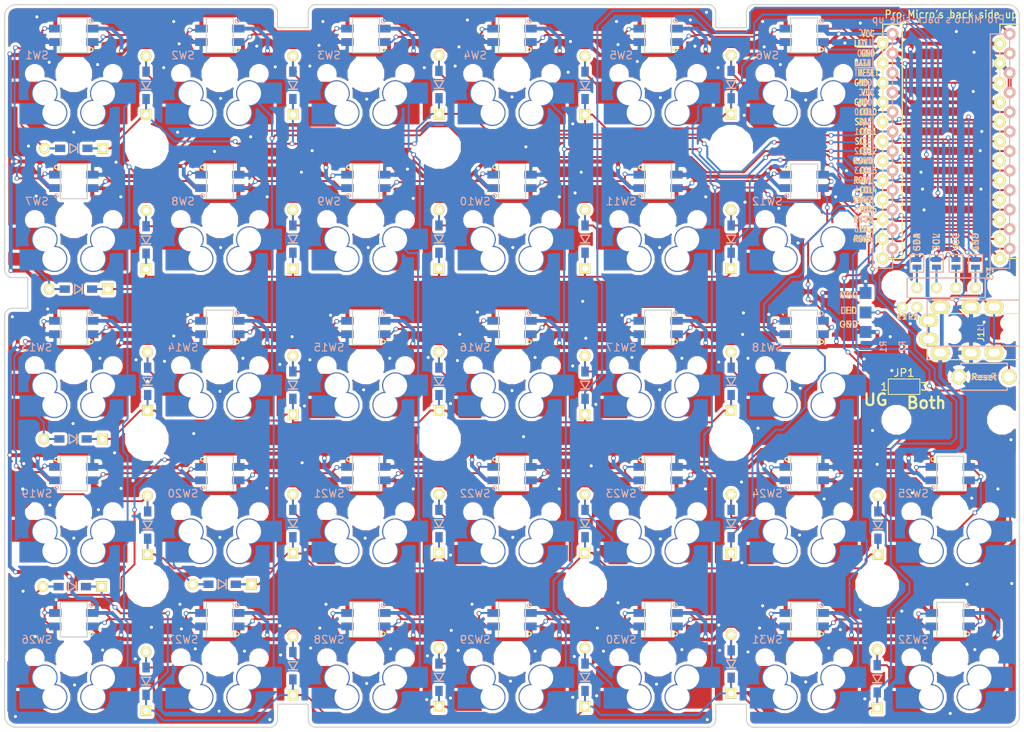
<source format=kicad_pcb>
(kicad_pcb (version 20171130) (host pcbnew "(5.0.2-5-10.14)")
  (layers (0 F.Cu signal) (31 B.Cu signal) (34 B.Paste user hide) (35 F.Paste user hide) (36 B.SilkS user) (37 F.SilkS user) (38 B.Mask user) (39 F.Mask user) (44 Edge.Cuts user))
  (net 0 "")
  (net 1 row0)
  (net 2 "Net-(D1-Pad2)")
  (net 3 "Net-(D2-Pad2)")
  (net 4 "Net-(D3-Pad2)")
  (net 5 "Net-(D4-Pad2)")
  (net 6 "Net-(D5-Pad2)")
  (net 7 "Net-(D6-Pad2)")
  (net 8 row1)
  (net 9 "Net-(D7-Pad2)")
  (net 10 "Net-(D8-Pad2)")
  (net 11 "Net-(D9-Pad2)")
  (net 12 "Net-(D10-Pad2)")
  (net 13 "Net-(D11-Pad2)")
  (net 14 "Net-(D12-Pad2)")
  (net 15 row2)
  (net 16 "Net-(D13-Pad2)")
  (net 17 "Net-(D14-Pad2)")
  (net 18 "Net-(D15-Pad2)")
  (net 19 "Net-(D16-Pad2)")
  (net 20 "Net-(D17-Pad2)")
  (net 21 "Net-(D18-Pad2)")
  (net 22 row3)
  (net 23 "Net-(D19-Pad2)")
  (net 24 "Net-(D20-Pad2)")
  (net 25 "Net-(D21-Pad2)")
  (net 26 "Net-(D22-Pad2)")
  (net 27 "Net-(D23-Pad2)")
  (net 28 "Net-(D24-Pad2)")
  (net 29 /SDA)
  (net 30 VCC)
  (net 31 GND)
  (net 32 LED)
  (net 33 col3)
  (net 34 col2)
  (net 35 col4)
  (net 36 /~RESET)
  (net 37 col0)
  (net 38 col1)
  (net 39 col5)
  (net 40 /SCL)
  (net 41 "Net-(D25-Pad2)")
  (net 42 row4)
  (net 43 "Net-(D26-Pad2)")
  (net 44 "Net-(D27-Pad2)")
  (net 45 "Net-(D28-Pad2)")
  (net 46 "Net-(D29-Pad2)")
  (net 47 "Net-(D30-Pad2)")
  (net 48 "Net-(D31-Pad2)")
  (net 49 "Net-(D32-Pad2)")
  (net 50 "Net-(J1-PadA)")
  (net 51 "Net-(JP4-Pad2)")
  (net 52 "Net-(JP5-Pad2)")
  (net 53 "Net-(JP10-Pad2)")
  (net 54 "Net-(JP11-Pad2)")
  (net 55 col6)
  (net 56 "Net-(U2-Pad1)")
  (net 57 "Net-(U2-Pad3)")
  (net 58 "Net-(U3-Pad3)")
  (net 59 "Net-(U4-Pad3)")
  (net 60 "Net-(U5-Pad3)")
  (net 61 "Net-(U6-Pad3)")
  (net 62 "Net-(U8-Pad1)")
  (net 63 "Net-(U10-Pad3)")
  (net 64 "Net-(U10-Pad1)")
  (net 65 "Net-(U11-Pad1)")
  (net 66 "Net-(U12-Pad1)")
  (net 67 "Net-(U13-Pad1)")
  (net 68 "Net-(U14-Pad1)")
  (net 69 "Net-(U14-Pad3)")
  (net 70 "Net-(U15-Pad3)")
  (net 71 "Net-(U16-Pad3)")
  (net 72 "Net-(U17-Pad3)")
  (net 73 "Net-(U18-Pad3)")
  (net 74 "Net-(U20-Pad1)")
  (net 75 "Net-(U21-Pad1)")
  (net 76 "Net-(U22-Pad1)")
  (net 77 "Net-(U23-Pad1)")
  (net 78 "Net-(U24-Pad1)")
  (net 79 "Net-(U27-Pad3)")
  (net 80 "Net-(U28-Pad3)")
  (net 81 "Net-(U29-Pad3)")
  (net 82 "Net-(U30-Pad3)")
  (net 83 "Net-(U31-Pad3)")
  (net 84 data)
  (net 85 /ex1)
  (net 86 /ex2)
  (net 87 "Net-(U32-Pad3)")
  (net 88 "Net-(U25-Pad1)")
  (net 89 "Net-(U26-Pad1)")
  (net 90 "Net-(JP1-Pad3)")
  (net 91 "Net-(JP1-Pad2)")
  (module JMG:HOLE_M2_TH (layer F.Cu) (at 139.5 62.5)
    (fp_text reference H2 hide)
    (fp_text value MountingHole hide)
    (pad "" np_thru_hole circle (at 0 0 90) (size 4.7004 4.7004) (drill 4.7004) (layers *.Cu *.Mask) (clearance 0.50114))
  )
  (module JMG:MXOnly-1U-Hotswap-Double-noled (layer F.Cu) (at 206 129 180)
    (fp_text reference SW32)
    (fp_text value SW_PUSH)
    (fp_text user %R (at 4.8 2.4 180) (layer B.SilkS) (effects (justify mirror)))
    (pad "" thru_hole circle (at -2.54 -5.08 180) (size 3.4 3.4) (drill 3.1) (layers *.Cu *.Mask))
    (pad "" thru_hole circle (at -3.81 -2.54 180) (size 3.4 3.4) (drill 3.1) (layers *.Cu *.Mask))
    (pad "" thru_hole circle (at 3.81 -2.54 180) (size 3.4 3.4) (drill 3.1) (layers *.Cu *.Mask))
    (pad "" thru_hole circle (at 2.54 -5.08 180) (size 3.4 3.4) (drill 3.1) (layers *.Cu *.Mask))
    (pad "" np_thru_hole circle (at 5.08 0 228.0996) (size 1.75 1.75) (drill 1.75) (layers *.Cu *.Mask))
    (pad "" np_thru_hole circle (at -5.08 0 228.0996) (size 1.75 1.75) (drill 1.75) (layers *.Cu *.Mask))
    (pad "" np_thru_hole circle (at 0 0 180) (size 3.9878 3.9878) (drill 3.9878) (layers *.Cu *.Mask))
    (pad 1 thru_hole custom (at -2.5 -3.5 180) (size 0.1 0.1) (drill 0.01) (layers *.Cu *.Mask) (net 55 col6) (options (clearance outline) (anchor circle)) (primitives (gr_arc (start -0.04 -1.58) (end 0 0) (angle -306.9) (width 0.15)) (gr_arc (start -1.31 0.96) (end -1.3 -0.6) (angle -307.6) (width 0.15))))
    (pad 3 thru_hole custom (at 2.5 -3.5) (size 0.1 0.1) (drill 0.01) (layers *.Cu *.Mask) (options (clearance outline) (anchor circle)) (primitives (gr_arc (start -0.04 1.58) (end 0 0) (angle 306.9) (width 0.15)) (gr_arc (start -1.31 -0.96) (end -1.3 0.6) (angle 307.6) (width 0.15))))
    (pad 1 smd custom (at -7 -2.5 180) (size 2 2) (layers B.Cu B.Paste B.Mask) (net 55 col6) (options (clearance outline) (anchor rect)) (primitives (gr_poly (pts (xy -1 -1.3) (xy 2.2 -1.3) (xy 1.7 -0.9) (xy 1.6 0) (xy 1.7 0.8) (xy 2 1.1) (xy 2.4 1.3) (xy -1 1.3)) (width 0.15))))
    (pad 1 smd custom (at -5.9 -5.2 180) (size 2 2) (layers F.Cu F.Paste F.Mask) (net 55 col6) (options (clearance outline) (anchor rect)) (primitives (gr_poly (pts (xy -1 1.3) (xy 1.3 1.3) (xy 2 1) (xy 1.7 0.2) (xy 1.9 -0.7) (xy 2.2 -1.1) (xy 2.6 -1.3) (xy -1 -1.3)) (width 0.15))))
    (pad 2 smd custom (at 6 -5.2) (size 1.8 2) (layers B.Cu B.Paste B.Mask) (net 49 "Net-(D32-Pad2)") (options (clearance outline) (anchor rect)) (primitives (gr_poly (pts (xy -1 -1.3) (xy 1.3 -1.3) (xy 2 -1) (xy 1.7 -0.2) (xy 1.9 0.7) (xy 2.2 1.1) (xy 2.6 1.3) (xy -1 1.3)) (width 0.15))))
    (pad 2 smd custom (at 6.8 -2.4 180) (size 2 2) (layers F.Cu F.Paste F.Mask) (net 49 "Net-(D32-Pad2)") (options (clearance outline) (anchor rect)) (primitives (gr_poly (pts (xy 1.2 -1.4) (xy -1.9 -1.4) (xy -1.5 -0.9) (xy -1.4 0) (xy -1.6 0.8) (xy -1.8 1.1) (xy -2.2 1.3) (xy 1.2 1.3)) (width 0.15))))
  )
  (module JMG:MXOnly-1U-Hotswap-Double-noled (layer F.Cu) (at 206 110 180)
    (fp_text reference SW25)
    (fp_text value SW_PUSH)
    (fp_text user %R (at 4.8 2.4 180) (layer B.SilkS) (effects (justify mirror)))
    (pad "" thru_hole circle (at -2.54 -5.08 180) (size 3.4 3.4) (drill 3.1) (layers *.Cu *.Mask))
    (pad "" thru_hole circle (at -3.81 -2.54 180) (size 3.4 3.4) (drill 3.1) (layers *.Cu *.Mask))
    (pad "" thru_hole circle (at 3.81 -2.54 180) (size 3.4 3.4) (drill 3.1) (layers *.Cu *.Mask))
    (pad "" thru_hole circle (at 2.54 -5.08 180) (size 3.4 3.4) (drill 3.1) (layers *.Cu *.Mask))
    (pad "" np_thru_hole circle (at 5.08 0 228.0996) (size 1.75 1.75) (drill 1.75) (layers *.Cu *.Mask))
    (pad "" np_thru_hole circle (at -5.08 0 228.0996) (size 1.75 1.75) (drill 1.75) (layers *.Cu *.Mask))
    (pad "" np_thru_hole circle (at 0 0 180) (size 3.9878 3.9878) (drill 3.9878) (layers *.Cu *.Mask))
    (pad 1 thru_hole custom (at -2.5 -3.5 180) (size 0.1 0.1) (drill 0.01) (layers *.Cu *.Mask) (net 55 col6) (options (clearance outline) (anchor circle)) (primitives (gr_arc (start -0.04 -1.58) (end 0 0) (angle -306.9) (width 0.15)) (gr_arc (start -1.31 0.96) (end -1.3 -0.6) (angle -307.6) (width 0.15))))
    (pad 3 thru_hole custom (at 2.5 -3.5) (size 0.1 0.1) (drill 0.01) (layers *.Cu *.Mask) (options (clearance outline) (anchor circle)) (primitives (gr_arc (start -0.04 1.58) (end 0 0) (angle 306.9) (width 0.15)) (gr_arc (start -1.31 -0.96) (end -1.3 0.6) (angle 307.6) (width 0.15))))
    (pad 1 smd custom (at -7 -2.5 180) (size 2 2) (layers B.Cu B.Paste B.Mask) (net 55 col6) (options (clearance outline) (anchor rect)) (primitives (gr_poly (pts (xy -1 -1.3) (xy 2.2 -1.3) (xy 1.7 -0.9) (xy 1.6 0) (xy 1.7 0.8) (xy 2 1.1) (xy 2.4 1.3) (xy -1 1.3)) (width 0.15))))
    (pad 1 smd custom (at -5.9 -5.2 180) (size 2 2) (layers F.Cu F.Paste F.Mask) (net 55 col6) (options (clearance outline) (anchor rect)) (primitives (gr_poly (pts (xy -1 1.3) (xy 1.3 1.3) (xy 2 1) (xy 1.7 0.2) (xy 1.9 -0.7) (xy 2.2 -1.1) (xy 2.6 -1.3) (xy -1 -1.3)) (width 0.15))))
    (pad 2 smd custom (at 6 -5.2) (size 1.8 2) (layers B.Cu B.Paste B.Mask) (net 41 "Net-(D25-Pad2)") (options (clearance outline) (anchor rect)) (primitives (gr_poly (pts (xy -1 -1.3) (xy 1.3 -1.3) (xy 2 -1) (xy 1.7 -0.2) (xy 1.9 0.7) (xy 2.2 1.1) (xy 2.6 1.3) (xy -1 1.3)) (width 0.15))))
    (pad 2 smd custom (at 6.8 -2.4 180) (size 2 2) (layers F.Cu F.Paste F.Mask) (net 41 "Net-(D25-Pad2)") (options (clearance outline) (anchor rect)) (primitives (gr_poly (pts (xy 1.2 -1.4) (xy -1.9 -1.4) (xy -1.5 -0.9) (xy -1.4 0) (xy -1.6 0.8) (xy -1.8 1.1) (xy -2.2 1.3) (xy 1.2 1.3)) (width 0.15))))
  )
  (module MYLIB_REV:StripLED_rev (layer F.Cu) (at 195 81.5)
    (fp_text reference P4 hide)
    (fp_text value LED hide)
    (pad 3 smd rect (at 0 5.08) (size 1.524 1.524) (layers F.Cu F.Paste F.Mask) (net 31 GND))
    (pad 2 smd rect (at 0 2.54) (size 1.524 1.524) (layers F.Cu F.Paste F.Mask) (net 91 "Net-(JP1-Pad2)"))
    (pad 1 smd rect (at 0 0) (size 1.524 1.524) (layers F.Cu F.Paste F.Mask) (net 30 VCC))
    (pad 1 smd rect (at 0 5.08) (size 1.524 1.524) (layers B.Cu B.Paste B.Mask) (net 30 VCC))
    (pad 2 smd rect (at 0 2.54) (size 1.524 1.524) (layers B.Cu B.Paste B.Mask) (net 91 "Net-(JP1-Pad2)"))
    (pad 3 smd rect (at 0 0) (size 1.524 1.524) (layers B.Cu B.Paste B.Mask) (net 31 GND))
  )
  (module JMG:HOLE_M2 (layer F.Cu) (at 199 80.5)
    (fp_text reference H12 hide)
    (fp_text value MountingHole hide)
    (pad "" np_thru_hole circle (at 0 0) (size 2.2 2.2) (drill 2.2) (layers *.Cu *.Mask F.SilkS) (clearance 0.85))
  )
  (module JMG:HOLE_M2 (layer F.Cu) (at 212.75 80.5)
    (fp_text reference H11 hide)
    (fp_text value MountingHole hide)
    (pad "" np_thru_hole circle (at 0 0) (size 2.2 2.2) (drill 2.2) (layers *.Cu *.Mask F.SilkS) (clearance 0.85))
  )
  (module JMG:HOLE_M2 (layer F.Cu) (at 212.75 98)
    (fp_text reference H10 hide)
    (fp_text value MountingHole hide)
    (pad "" np_thru_hole circle (at 0 0) (size 2.2 2.2) (drill 2.2) (layers *.Cu *.Mask F.SilkS) (clearance 0.85))
  )
  (module JMG:HOLE_M2 (layer F.Cu) (at 199 98)
    (fp_text reference H13 hide)
    (fp_text value MountingHole hide)
    (pad "" np_thru_hole circle (at 0 0) (size 2.2 2.2) (drill 2.2) (layers *.Cu *.Mask F.SilkS) (clearance 0.85))
  )
  (module JMG:HOLE_M2_TH (layer F.Cu) (at 101.5 62.5)
    (fp_text reference H1 hide)
    (fp_text value MountingHole hide)
    (pad "" np_thru_hole circle (at 0 0 90) (size 4.7004 4.7004) (drill 4.7004) (layers *.Cu *.Mask) (clearance 0.50114))
  )
  (module JMG:HOLE_M2_TH (layer F.Cu) (at 196.5 119.5)
    (fp_text reference H9 hide)
    (fp_text value MountingHole hide)
    (pad "" np_thru_hole circle (at 0 0 90) (size 4.7004 4.7004) (drill 4.7004) (layers *.Cu *.Mask) (clearance 0.50114))
  )
  (module JMG:HOLE_M2_TH (layer F.Cu) (at 158.5 119.5)
    (fp_text reference H8 hide)
    (fp_text value MountingHole hide)
    (pad "" np_thru_hole circle (at 0 0 90) (size 4.7004 4.7004) (drill 4.7004) (layers *.Cu *.Mask) (clearance 0.50114))
  )
  (module JMG:HOLE_M2_TH (layer F.Cu) (at 101.5 119.5)
    (fp_text reference H7 hide)
    (fp_text value MountingHole hide)
    (pad "" np_thru_hole circle (at 0 0 90) (size 4.7004 4.7004) (drill 4.7004) (layers *.Cu *.Mask) (clearance 0.50114))
  )
  (module JMG:HOLE_M2_TH (layer F.Cu) (at 177.5 100.5)
    (fp_text reference H6 hide)
    (fp_text value MountingHole hide)
    (pad "" np_thru_hole circle (at 0 0 90) (size 4.7004 4.7004) (drill 4.7004) (layers *.Cu *.Mask) (clearance 0.50114))
  )
  (module JMG:HOLE_M2_TH (layer F.Cu) (at 139.5 100.5)
    (fp_text reference H5 hide)
    (fp_text value MountingHole hide)
    (pad "" np_thru_hole circle (at 0 0 90) (size 4.7004 4.7004) (drill 4.7004) (layers *.Cu *.Mask) (clearance 0.50114))
  )
  (module JMG:HOLE_M2_TH (layer F.Cu) (at 101.5 100.5)
    (fp_text reference H4 hide)
    (fp_text value MountingHole hide)
    (pad "" np_thru_hole circle (at 0 0 90) (size 4.7004 4.7004) (drill 4.7004) (layers *.Cu *.Mask) (clearance 0.50114))
  )
  (module JMG:HOLE_M2_TH (layer F.Cu) (at 177.5 62.5)
    (fp_text reference H3 hide)
    (fp_text value MountingHole hide)
    (pad "" np_thru_hole circle (at 0 0 90) (size 4.7004 4.7004) (drill 4.7004) (layers *.Cu *.Mask) (clearance 0.50114))
  )
  (module JMG:SK6812MINI_rev (layer F.Cu) (at 92 48)
    (fp_text reference U2 hide)
    (fp_text value SK6812mini hide)
    (pad 4 smd rect (at 2.4 0.875) (size 1.6 1) (layers F.Cu F.Paste F.Mask) (net 30 VCC))
    (pad 3 smd rect (at 2.4 -0.875) (size 1.6 1) (layers F.Cu F.Paste F.Mask) (net 57 "Net-(U2-Pad3)"))
    (pad 1 smd rect (at -2.4 0.875) (size 1.6 1) (layers F.Cu F.Paste F.Mask) (net 56 "Net-(U2-Pad1)"))
    (pad 2 smd rect (at -2.4 -0.875) (size 1.6 1) (layers F.Cu F.Paste F.Mask) (net 31 GND))
    (pad 3 smd rect (at 2.4 0.875) (size 1.6 1) (layers B.Cu B.Paste B.Mask) (net 57 "Net-(U2-Pad3)"))
    (pad 4 smd rect (at 2.4 -0.875) (size 1.6 1) (layers B.Cu B.Paste B.Mask) (net 30 VCC))
    (pad 1 smd rect (at -2.4 -0.875) (size 1.6 1) (layers B.Cu B.Paste B.Mask) (net 56 "Net-(U2-Pad1)"))
    (pad 2 smd rect (at -2.4 0.875) (size 1.6 1) (layers B.Cu B.Paste B.Mask) (net 31 GND))
  )
  (module JMG:MXOnly-1U-Hotswap-Double-noled (layer F.Cu) (at 149 110 180)
    (fp_text reference SW22)
    (fp_text value SW_PUSH)
    (fp_text user %R (at 4.8 2.4 180) (layer B.SilkS) (effects (justify mirror)))
    (pad "" thru_hole circle (at -2.54 -5.08 180) (size 3.4 3.4) (drill 3.1) (layers *.Cu *.Mask))
    (pad "" thru_hole circle (at -3.81 -2.54 180) (size 3.4 3.4) (drill 3.1) (layers *.Cu *.Mask))
    (pad "" thru_hole circle (at 3.81 -2.54 180) (size 3.4 3.4) (drill 3.1) (layers *.Cu *.Mask))
    (pad "" thru_hole circle (at 2.54 -5.08 180) (size 3.4 3.4) (drill 3.1) (layers *.Cu *.Mask))
    (pad "" np_thru_hole circle (at 5.08 0 228.0996) (size 1.75 1.75) (drill 1.75) (layers *.Cu *.Mask))
    (pad "" np_thru_hole circle (at -5.08 0 228.0996) (size 1.75 1.75) (drill 1.75) (layers *.Cu *.Mask))
    (pad "" np_thru_hole circle (at 0 0 180) (size 3.9878 3.9878) (drill 3.9878) (layers *.Cu *.Mask))
    (pad 1 thru_hole custom (at -2.5 -3.5 180) (size 0.1 0.1) (drill 0.01) (layers *.Cu *.Mask) (net 33 col3) (options (clearance outline) (anchor circle)) (primitives (gr_arc (start -0.04 -1.58) (end 0 0) (angle -306.9) (width 0.15)) (gr_arc (start -1.31 0.96) (end -1.3 -0.6) (angle -307.6) (width 0.15))))
    (pad 3 thru_hole custom (at 2.5 -3.5) (size 0.1 0.1) (drill 0.01) (layers *.Cu *.Mask) (options (clearance outline) (anchor circle)) (primitives (gr_arc (start -0.04 1.58) (end 0 0) (angle 306.9) (width 0.15)) (gr_arc (start -1.31 -0.96) (end -1.3 0.6) (angle 307.6) (width 0.15))))
    (pad 1 smd custom (at -7 -2.5 180) (size 2 2) (layers B.Cu B.Paste B.Mask) (net 33 col3) (options (clearance outline) (anchor rect)) (primitives (gr_poly (pts (xy -1 -1.3) (xy 2.2 -1.3) (xy 1.7 -0.9) (xy 1.6 0) (xy 1.7 0.8) (xy 2 1.1) (xy 2.4 1.3) (xy -1 1.3)) (width 0.15))))
    (pad 1 smd custom (at -5.9 -5.2 180) (size 2 2) (layers F.Cu F.Paste F.Mask) (net 33 col3) (options (clearance outline) (anchor rect)) (primitives (gr_poly (pts (xy -1 1.3) (xy 1.3 1.3) (xy 2 1) (xy 1.7 0.2) (xy 1.9 -0.7) (xy 2.2 -1.1) (xy 2.6 -1.3) (xy -1 -1.3)) (width 0.15))))
    (pad 2 smd custom (at 6 -5.2) (size 1.8 2) (layers B.Cu B.Paste B.Mask) (net 26 "Net-(D22-Pad2)") (options (clearance outline) (anchor rect)) (primitives (gr_poly (pts (xy -1 -1.3) (xy 1.3 -1.3) (xy 2 -1) (xy 1.7 -0.2) (xy 1.9 0.7) (xy 2.2 1.1) (xy 2.6 1.3) (xy -1 1.3)) (width 0.15))))
    (pad 2 smd custom (at 6.8 -2.4 180) (size 2 2) (layers F.Cu F.Paste F.Mask) (net 26 "Net-(D22-Pad2)") (options (clearance outline) (anchor rect)) (primitives (gr_poly (pts (xy 1.2 -1.4) (xy -1.9 -1.4) (xy -1.5 -0.9) (xy -1.4 0) (xy -1.6 0.8) (xy -1.8 1.1) (xy -2.2 1.3) (xy 1.2 1.3)) (width 0.15))))
  )
  (module JMG:MXOnly-1U-Hotswap-Double-noled (layer F.Cu) (at 187 53 180)
    (fp_text reference SW6)
    (fp_text value SW_PUSH)
    (fp_text user %R (at 4.8 2.4 180) (layer B.SilkS) (effects (justify mirror)))
    (pad "" thru_hole circle (at -2.54 -5.08 180) (size 3.4 3.4) (drill 3.1) (layers *.Cu *.Mask))
    (pad "" thru_hole circle (at -3.81 -2.54 180) (size 3.4 3.4) (drill 3.1) (layers *.Cu *.Mask))
    (pad "" thru_hole circle (at 3.81 -2.54 180) (size 3.4 3.4) (drill 3.1) (layers *.Cu *.Mask))
    (pad "" thru_hole circle (at 2.54 -5.08 180) (size 3.4 3.4) (drill 3.1) (layers *.Cu *.Mask))
    (pad "" np_thru_hole circle (at 5.08 0 228.0996) (size 1.75 1.75) (drill 1.75) (layers *.Cu *.Mask))
    (pad "" np_thru_hole circle (at -5.08 0 228.0996) (size 1.75 1.75) (drill 1.75) (layers *.Cu *.Mask))
    (pad "" np_thru_hole circle (at 0 0 180) (size 3.9878 3.9878) (drill 3.9878) (layers *.Cu *.Mask))
    (pad 1 thru_hole custom (at -2.5 -3.5 180) (size 0.1 0.1) (drill 0.01) (layers *.Cu *.Mask) (net 39 col5) (options (clearance outline) (anchor circle)) (primitives (gr_arc (start -0.04 -1.58) (end 0 0) (angle -306.9) (width 0.15)) (gr_arc (start -1.31 0.96) (end -1.3 -0.6) (angle -307.6) (width 0.15))))
    (pad 3 thru_hole custom (at 2.5 -3.5) (size 0.1 0.1) (drill 0.01) (layers *.Cu *.Mask) (options (clearance outline) (anchor circle)) (primitives (gr_arc (start -0.04 1.58) (end 0 0) (angle 306.9) (width 0.15)) (gr_arc (start -1.31 -0.96) (end -1.3 0.6) (angle 307.6) (width 0.15))))
    (pad 1 smd custom (at -7 -2.5 180) (size 2 2) (layers B.Cu B.Paste B.Mask) (net 39 col5) (options (clearance outline) (anchor rect)) (primitives (gr_poly (pts (xy -1 -1.3) (xy 2.2 -1.3) (xy 1.7 -0.9) (xy 1.6 0) (xy 1.7 0.8) (xy 2 1.1) (xy 2.4 1.3) (xy -1 1.3)) (width 0.15))))
    (pad 1 smd custom (at -5.9 -5.2 180) (size 2 2) (layers F.Cu F.Paste F.Mask) (net 39 col5) (options (clearance outline) (anchor rect)) (primitives (gr_poly (pts (xy -1 1.3) (xy 1.3 1.3) (xy 2 1) (xy 1.7 0.2) (xy 1.9 -0.7) (xy 2.2 -1.1) (xy 2.6 -1.3) (xy -1 -1.3)) (width 0.15))))
    (pad 2 smd custom (at 6 -5.2) (size 1.8 2) (layers B.Cu B.Paste B.Mask) (net 7 "Net-(D6-Pad2)") (options (clearance outline) (anchor rect)) (primitives (gr_poly (pts (xy -1 -1.3) (xy 1.3 -1.3) (xy 2 -1) (xy 1.7 -0.2) (xy 1.9 0.7) (xy 2.2 1.1) (xy 2.6 1.3) (xy -1 1.3)) (width 0.15))))
    (pad 2 smd custom (at 6.8 -2.4 180) (size 2 2) (layers F.Cu F.Paste F.Mask) (net 7 "Net-(D6-Pad2)") (options (clearance outline) (anchor rect)) (primitives (gr_poly (pts (xy 1.2 -1.4) (xy -1.9 -1.4) (xy -1.5 -0.9) (xy -1.4 0) (xy -1.6 0.8) (xy -1.8 1.1) (xy -2.2 1.3) (xy 1.2 1.3)) (width 0.15))))
  )
  (module JMG:MXOnly-1U-Hotswap-Double-noled (layer F.Cu) (at 111 53 180)
    (fp_text reference SW2)
    (fp_text value SW_PUSH)
    (fp_text user %R (at 4.8 2.4 180) (layer B.SilkS) (effects (justify mirror)))
    (pad "" thru_hole circle (at -2.54 -5.08 180) (size 3.4 3.4) (drill 3.1) (layers *.Cu *.Mask))
    (pad "" thru_hole circle (at -3.81 -2.54 180) (size 3.4 3.4) (drill 3.1) (layers *.Cu *.Mask))
    (pad "" thru_hole circle (at 3.81 -2.54 180) (size 3.4 3.4) (drill 3.1) (layers *.Cu *.Mask))
    (pad "" thru_hole circle (at 2.54 -5.08 180) (size 3.4 3.4) (drill 3.1) (layers *.Cu *.Mask))
    (pad "" np_thru_hole circle (at 5.08 0 228.0996) (size 1.75 1.75) (drill 1.75) (layers *.Cu *.Mask))
    (pad "" np_thru_hole circle (at -5.08 0 228.0996) (size 1.75 1.75) (drill 1.75) (layers *.Cu *.Mask))
    (pad "" np_thru_hole circle (at 0 0 180) (size 3.9878 3.9878) (drill 3.9878) (layers *.Cu *.Mask))
    (pad 1 thru_hole custom (at -2.5 -3.5 180) (size 0.1 0.1) (drill 0.01) (layers *.Cu *.Mask) (net 38 col1) (options (clearance outline) (anchor circle)) (primitives (gr_arc (start -0.04 -1.58) (end 0 0) (angle -306.9) (width 0.15)) (gr_arc (start -1.31 0.96) (end -1.3 -0.6) (angle -307.6) (width 0.15))))
    (pad 3 thru_hole custom (at 2.5 -3.5) (size 0.1 0.1) (drill 0.01) (layers *.Cu *.Mask) (options (clearance outline) (anchor circle)) (primitives (gr_arc (start -0.04 1.58) (end 0 0) (angle 306.9) (width 0.15)) (gr_arc (start -1.31 -0.96) (end -1.3 0.6) (angle 307.6) (width 0.15))))
    (pad 1 smd custom (at -7 -2.5 180) (size 2 2) (layers B.Cu B.Paste B.Mask) (net 38 col1) (options (clearance outline) (anchor rect)) (primitives (gr_poly (pts (xy -1 -1.3) (xy 2.2 -1.3) (xy 1.7 -0.9) (xy 1.6 0) (xy 1.7 0.8) (xy 2 1.1) (xy 2.4 1.3) (xy -1 1.3)) (width 0.15))))
    (pad 1 smd custom (at -5.9 -5.2 180) (size 2 2) (layers F.Cu F.Paste F.Mask) (net 38 col1) (options (clearance outline) (anchor rect)) (primitives (gr_poly (pts (xy -1 1.3) (xy 1.3 1.3) (xy 2 1) (xy 1.7 0.2) (xy 1.9 -0.7) (xy 2.2 -1.1) (xy 2.6 -1.3) (xy -1 -1.3)) (width 0.15))))
    (pad 2 smd custom (at 6 -5.2) (size 1.8 2) (layers B.Cu B.Paste B.Mask) (net 3 "Net-(D2-Pad2)") (options (clearance outline) (anchor rect)) (primitives (gr_poly (pts (xy -1 -1.3) (xy 1.3 -1.3) (xy 2 -1) (xy 1.7 -0.2) (xy 1.9 0.7) (xy 2.2 1.1) (xy 2.6 1.3) (xy -1 1.3)) (width 0.15))))
    (pad 2 smd custom (at 6.8 -2.4 180) (size 2 2) (layers F.Cu F.Paste F.Mask) (net 3 "Net-(D2-Pad2)") (options (clearance outline) (anchor rect)) (primitives (gr_poly (pts (xy 1.2 -1.4) (xy -1.9 -1.4) (xy -1.5 -0.9) (xy -1.4 0) (xy -1.6 0.8) (xy -1.8 1.1) (xy -2.2 1.3) (xy 1.2 1.3)) (width 0.15))))
  )
  (module JMG:MXOnly-1U-Hotswap-Double-noled (layer F.Cu) (at 130 53 180)
    (fp_text reference SW3)
    (fp_text value SW_PUSH)
    (fp_text user %R (at 4.8 2.4 180) (layer B.SilkS) (effects (justify mirror)))
    (pad "" thru_hole circle (at -2.54 -5.08 180) (size 3.4 3.4) (drill 3.1) (layers *.Cu *.Mask))
    (pad "" thru_hole circle (at -3.81 -2.54 180) (size 3.4 3.4) (drill 3.1) (layers *.Cu *.Mask))
    (pad "" thru_hole circle (at 3.81 -2.54 180) (size 3.4 3.4) (drill 3.1) (layers *.Cu *.Mask))
    (pad "" thru_hole circle (at 2.54 -5.08 180) (size 3.4 3.4) (drill 3.1) (layers *.Cu *.Mask))
    (pad "" np_thru_hole circle (at 5.08 0 228.0996) (size 1.75 1.75) (drill 1.75) (layers *.Cu *.Mask))
    (pad "" np_thru_hole circle (at -5.08 0 228.0996) (size 1.75 1.75) (drill 1.75) (layers *.Cu *.Mask))
    (pad "" np_thru_hole circle (at 0 0 180) (size 3.9878 3.9878) (drill 3.9878) (layers *.Cu *.Mask))
    (pad 1 thru_hole custom (at -2.5 -3.5 180) (size 0.1 0.1) (drill 0.01) (layers *.Cu *.Mask) (net 34 col2) (options (clearance outline) (anchor circle)) (primitives (gr_arc (start -0.04 -1.58) (end 0 0) (angle -306.9) (width 0.15)) (gr_arc (start -1.31 0.96) (end -1.3 -0.6) (angle -307.6) (width 0.15))))
    (pad 3 thru_hole custom (at 2.5 -3.5) (size 0.1 0.1) (drill 0.01) (layers *.Cu *.Mask) (options (clearance outline) (anchor circle)) (primitives (gr_arc (start -0.04 1.58) (end 0 0) (angle 306.9) (width 0.15)) (gr_arc (start -1.31 -0.96) (end -1.3 0.6) (angle 307.6) (width 0.15))))
    (pad 1 smd custom (at -7 -2.5 180) (size 2 2) (layers B.Cu B.Paste B.Mask) (net 34 col2) (options (clearance outline) (anchor rect)) (primitives (gr_poly (pts (xy -1 -1.3) (xy 2.2 -1.3) (xy 1.7 -0.9) (xy 1.6 0) (xy 1.7 0.8) (xy 2 1.1) (xy 2.4 1.3) (xy -1 1.3)) (width 0.15))))
    (pad 1 smd custom (at -5.9 -5.2 180) (size 2 2) (layers F.Cu F.Paste F.Mask) (net 34 col2) (options (clearance outline) (anchor rect)) (primitives (gr_poly (pts (xy -1 1.3) (xy 1.3 1.3) (xy 2 1) (xy 1.7 0.2) (xy 1.9 -0.7) (xy 2.2 -1.1) (xy 2.6 -1.3) (xy -1 -1.3)) (width 0.15))))
    (pad 2 smd custom (at 6 -5.2) (size 1.8 2) (layers B.Cu B.Paste B.Mask) (net 4 "Net-(D3-Pad2)") (options (clearance outline) (anchor rect)) (primitives (gr_poly (pts (xy -1 -1.3) (xy 1.3 -1.3) (xy 2 -1) (xy 1.7 -0.2) (xy 1.9 0.7) (xy 2.2 1.1) (xy 2.6 1.3) (xy -1 1.3)) (width 0.15))))
    (pad 2 smd custom (at 6.8 -2.4 180) (size 2 2) (layers F.Cu F.Paste F.Mask) (net 4 "Net-(D3-Pad2)") (options (clearance outline) (anchor rect)) (primitives (gr_poly (pts (xy 1.2 -1.4) (xy -1.9 -1.4) (xy -1.5 -0.9) (xy -1.4 0) (xy -1.6 0.8) (xy -1.8 1.1) (xy -2.2 1.3) (xy 1.2 1.3)) (width 0.15))))
  )
  (module JMG:MXOnly-1U-Hotswap-Double-noled (layer F.Cu) (at 168 53 180)
    (fp_text reference SW5)
    (fp_text value SW_PUSH)
    (fp_text user %R (at 4.8 2.4 180) (layer B.SilkS) (effects (justify mirror)))
    (pad "" thru_hole circle (at -2.54 -5.08 180) (size 3.4 3.4) (drill 3.1) (layers *.Cu *.Mask))
    (pad "" thru_hole circle (at -3.81 -2.54 180) (size 3.4 3.4) (drill 3.1) (layers *.Cu *.Mask))
    (pad "" thru_hole circle (at 3.81 -2.54 180) (size 3.4 3.4) (drill 3.1) (layers *.Cu *.Mask))
    (pad "" thru_hole circle (at 2.54 -5.08 180) (size 3.4 3.4) (drill 3.1) (layers *.Cu *.Mask))
    (pad "" np_thru_hole circle (at 5.08 0 228.0996) (size 1.75 1.75) (drill 1.75) (layers *.Cu *.Mask))
    (pad "" np_thru_hole circle (at -5.08 0 228.0996) (size 1.75 1.75) (drill 1.75) (layers *.Cu *.Mask))
    (pad "" np_thru_hole circle (at 0 0 180) (size 3.9878 3.9878) (drill 3.9878) (layers *.Cu *.Mask))
    (pad 1 thru_hole custom (at -2.5 -3.5 180) (size 0.1 0.1) (drill 0.01) (layers *.Cu *.Mask) (net 35 col4) (options (clearance outline) (anchor circle)) (primitives (gr_arc (start -0.04 -1.58) (end 0 0) (angle -306.9) (width 0.15)) (gr_arc (start -1.31 0.96) (end -1.3 -0.6) (angle -307.6) (width 0.15))))
    (pad 3 thru_hole custom (at 2.5 -3.5) (size 0.1 0.1) (drill 0.01) (layers *.Cu *.Mask) (options (clearance outline) (anchor circle)) (primitives (gr_arc (start -0.04 1.58) (end 0 0) (angle 306.9) (width 0.15)) (gr_arc (start -1.31 -0.96) (end -1.3 0.6) (angle 307.6) (width 0.15))))
    (pad 1 smd custom (at -7 -2.5 180) (size 2 2) (layers B.Cu B.Paste B.Mask) (net 35 col4) (options (clearance outline) (anchor rect)) (primitives (gr_poly (pts (xy -1 -1.3) (xy 2.2 -1.3) (xy 1.7 -0.9) (xy 1.6 0) (xy 1.7 0.8) (xy 2 1.1) (xy 2.4 1.3) (xy -1 1.3)) (width 0.15))))
    (pad 1 smd custom (at -5.9 -5.2 180) (size 2 2) (layers F.Cu F.Paste F.Mask) (net 35 col4) (options (clearance outline) (anchor rect)) (primitives (gr_poly (pts (xy -1 1.3) (xy 1.3 1.3) (xy 2 1) (xy 1.7 0.2) (xy 1.9 -0.7) (xy 2.2 -1.1) (xy 2.6 -1.3) (xy -1 -1.3)) (width 0.15))))
    (pad 2 smd custom (at 6 -5.2) (size 1.8 2) (layers B.Cu B.Paste B.Mask) (net 6 "Net-(D5-Pad2)") (options (clearance outline) (anchor rect)) (primitives (gr_poly (pts (xy -1 -1.3) (xy 1.3 -1.3) (xy 2 -1) (xy 1.7 -0.2) (xy 1.9 0.7) (xy 2.2 1.1) (xy 2.6 1.3) (xy -1 1.3)) (width 0.15))))
    (pad 2 smd custom (at 6.8 -2.4 180) (size 2 2) (layers F.Cu F.Paste F.Mask) (net 6 "Net-(D5-Pad2)") (options (clearance outline) (anchor rect)) (primitives (gr_poly (pts (xy 1.2 -1.4) (xy -1.9 -1.4) (xy -1.5 -0.9) (xy -1.4 0) (xy -1.6 0.8) (xy -1.8 1.1) (xy -2.2 1.3) (xy 1.2 1.3)) (width 0.15))))
  )
  (module JMG:MXOnly-1U-Hotswap-Double-noled (layer F.Cu) (at 92 72 180)
    (fp_text reference SW7)
    (fp_text value SW_PUSH)
    (fp_text user %R (at 4.8 2.4 180) (layer B.SilkS) (effects (justify mirror)))
    (pad "" thru_hole circle (at -2.54 -5.08 180) (size 3.4 3.4) (drill 3.1) (layers *.Cu *.Mask))
    (pad "" thru_hole circle (at -3.81 -2.54 180) (size 3.4 3.4) (drill 3.1) (layers *.Cu *.Mask))
    (pad "" thru_hole circle (at 3.81 -2.54 180) (size 3.4 3.4) (drill 3.1) (layers *.Cu *.Mask))
    (pad "" thru_hole circle (at 2.54 -5.08 180) (size 3.4 3.4) (drill 3.1) (layers *.Cu *.Mask))
    (pad "" np_thru_hole circle (at 5.08 0 228.0996) (size 1.75 1.75) (drill 1.75) (layers *.Cu *.Mask))
    (pad "" np_thru_hole circle (at -5.08 0 228.0996) (size 1.75 1.75) (drill 1.75) (layers *.Cu *.Mask))
    (pad "" np_thru_hole circle (at 0 0 180) (size 3.9878 3.9878) (drill 3.9878) (layers *.Cu *.Mask))
    (pad 1 thru_hole custom (at -2.5 -3.5 180) (size 0.1 0.1) (drill 0.01) (layers *.Cu *.Mask) (net 37 col0) (options (clearance outline) (anchor circle)) (primitives (gr_arc (start -0.04 -1.58) (end 0 0) (angle -306.9) (width 0.15)) (gr_arc (start -1.31 0.96) (end -1.3 -0.6) (angle -307.6) (width 0.15))))
    (pad 3 thru_hole custom (at 2.5 -3.5) (size 0.1 0.1) (drill 0.01) (layers *.Cu *.Mask) (options (clearance outline) (anchor circle)) (primitives (gr_arc (start -0.04 1.58) (end 0 0) (angle 306.9) (width 0.15)) (gr_arc (start -1.31 -0.96) (end -1.3 0.6) (angle 307.6) (width 0.15))))
    (pad 1 smd custom (at -7 -2.5 180) (size 2 2) (layers B.Cu B.Paste B.Mask) (net 37 col0) (options (clearance outline) (anchor rect)) (primitives (gr_poly (pts (xy -1 -1.3) (xy 2.2 -1.3) (xy 1.7 -0.9) (xy 1.6 0) (xy 1.7 0.8) (xy 2 1.1) (xy 2.4 1.3) (xy -1 1.3)) (width 0.15))))
    (pad 1 smd custom (at -5.9 -5.2 180) (size 2 2) (layers F.Cu F.Paste F.Mask) (net 37 col0) (options (clearance outline) (anchor rect)) (primitives (gr_poly (pts (xy -1 1.3) (xy 1.3 1.3) (xy 2 1) (xy 1.7 0.2) (xy 1.9 -0.7) (xy 2.2 -1.1) (xy 2.6 -1.3) (xy -1 -1.3)) (width 0.15))))
    (pad 2 smd custom (at 6 -5.2) (size 1.8 2) (layers B.Cu B.Paste B.Mask) (net 9 "Net-(D7-Pad2)") (options (clearance outline) (anchor rect)) (primitives (gr_poly (pts (xy -1 -1.3) (xy 1.3 -1.3) (xy 2 -1) (xy 1.7 -0.2) (xy 1.9 0.7) (xy 2.2 1.1) (xy 2.6 1.3) (xy -1 1.3)) (width 0.15))))
    (pad 2 smd custom (at 6.8 -2.4 180) (size 2 2) (layers F.Cu F.Paste F.Mask) (net 9 "Net-(D7-Pad2)") (options (clearance outline) (anchor rect)) (primitives (gr_poly (pts (xy 1.2 -1.4) (xy -1.9 -1.4) (xy -1.5 -0.9) (xy -1.4 0) (xy -1.6 0.8) (xy -1.8 1.1) (xy -2.2 1.3) (xy 1.2 1.3)) (width 0.15))))
  )
  (module JMG:MXOnly-1U-Hotswap-Double-noled (layer F.Cu) (at 111 72 180)
    (fp_text reference SW8)
    (fp_text value SW_PUSH)
    (fp_text user %R (at 4.8 2.4 180) (layer B.SilkS) (effects (justify mirror)))
    (pad "" thru_hole circle (at -2.54 -5.08 180) (size 3.4 3.4) (drill 3.1) (layers *.Cu *.Mask))
    (pad "" thru_hole circle (at -3.81 -2.54 180) (size 3.4 3.4) (drill 3.1) (layers *.Cu *.Mask))
    (pad "" thru_hole circle (at 3.81 -2.54 180) (size 3.4 3.4) (drill 3.1) (layers *.Cu *.Mask))
    (pad "" thru_hole circle (at 2.54 -5.08 180) (size 3.4 3.4) (drill 3.1) (layers *.Cu *.Mask))
    (pad "" np_thru_hole circle (at 5.08 0 228.0996) (size 1.75 1.75) (drill 1.75) (layers *.Cu *.Mask))
    (pad "" np_thru_hole circle (at -5.08 0 228.0996) (size 1.75 1.75) (drill 1.75) (layers *.Cu *.Mask))
    (pad "" np_thru_hole circle (at 0 0 180) (size 3.9878 3.9878) (drill 3.9878) (layers *.Cu *.Mask))
    (pad 1 thru_hole custom (at -2.5 -3.5 180) (size 0.1 0.1) (drill 0.01) (layers *.Cu *.Mask) (net 38 col1) (options (clearance outline) (anchor circle)) (primitives (gr_arc (start -0.04 -1.58) (end 0 0) (angle -306.9) (width 0.15)) (gr_arc (start -1.31 0.96) (end -1.3 -0.6) (angle -307.6) (width 0.15))))
    (pad 3 thru_hole custom (at 2.5 -3.5) (size 0.1 0.1) (drill 0.01) (layers *.Cu *.Mask) (options (clearance outline) (anchor circle)) (primitives (gr_arc (start -0.04 1.58) (end 0 0) (angle 306.9) (width 0.15)) (gr_arc (start -1.31 -0.96) (end -1.3 0.6) (angle 307.6) (width 0.15))))
    (pad 1 smd custom (at -7 -2.5 180) (size 2 2) (layers B.Cu B.Paste B.Mask) (net 38 col1) (options (clearance outline) (anchor rect)) (primitives (gr_poly (pts (xy -1 -1.3) (xy 2.2 -1.3) (xy 1.7 -0.9) (xy 1.6 0) (xy 1.7 0.8) (xy 2 1.1) (xy 2.4 1.3) (xy -1 1.3)) (width 0.15))))
    (pad 1 smd custom (at -5.9 -5.2 180) (size 2 2) (layers F.Cu F.Paste F.Mask) (net 38 col1) (options (clearance outline) (anchor rect)) (primitives (gr_poly (pts (xy -1 1.3) (xy 1.3 1.3) (xy 2 1) (xy 1.7 0.2) (xy 1.9 -0.7) (xy 2.2 -1.1) (xy 2.6 -1.3) (xy -1 -1.3)) (width 0.15))))
    (pad 2 smd custom (at 6 -5.2) (size 1.8 2) (layers B.Cu B.Paste B.Mask) (net 10 "Net-(D8-Pad2)") (options (clearance outline) (anchor rect)) (primitives (gr_poly (pts (xy -1 -1.3) (xy 1.3 -1.3) (xy 2 -1) (xy 1.7 -0.2) (xy 1.9 0.7) (xy 2.2 1.1) (xy 2.6 1.3) (xy -1 1.3)) (width 0.15))))
    (pad 2 smd custom (at 6.8 -2.4 180) (size 2 2) (layers F.Cu F.Paste F.Mask) (net 10 "Net-(D8-Pad2)") (options (clearance outline) (anchor rect)) (primitives (gr_poly (pts (xy 1.2 -1.4) (xy -1.9 -1.4) (xy -1.5 -0.9) (xy -1.4 0) (xy -1.6 0.8) (xy -1.8 1.1) (xy -2.2 1.3) (xy 1.2 1.3)) (width 0.15))))
  )
  (module JMG:MXOnly-1U-Hotswap-Double-noled (layer F.Cu) (at 149 72 180)
    (fp_text reference SW10)
    (fp_text value SW_PUSH)
    (fp_text user %R (at 4.8 2.4 180) (layer B.SilkS) (effects (justify mirror)))
    (pad "" thru_hole circle (at -2.54 -5.08 180) (size 3.4 3.4) (drill 3.1) (layers *.Cu *.Mask))
    (pad "" thru_hole circle (at -3.81 -2.54 180) (size 3.4 3.4) (drill 3.1) (layers *.Cu *.Mask))
    (pad "" thru_hole circle (at 3.81 -2.54 180) (size 3.4 3.4) (drill 3.1) (layers *.Cu *.Mask))
    (pad "" thru_hole circle (at 2.54 -5.08 180) (size 3.4 3.4) (drill 3.1) (layers *.Cu *.Mask))
    (pad "" np_thru_hole circle (at 5.08 0 228.0996) (size 1.75 1.75) (drill 1.75) (layers *.Cu *.Mask))
    (pad "" np_thru_hole circle (at -5.08 0 228.0996) (size 1.75 1.75) (drill 1.75) (layers *.Cu *.Mask))
    (pad "" np_thru_hole circle (at 0 0 180) (size 3.9878 3.9878) (drill 3.9878) (layers *.Cu *.Mask))
    (pad 1 thru_hole custom (at -2.5 -3.5 180) (size 0.1 0.1) (drill 0.01) (layers *.Cu *.Mask) (net 33 col3) (options (clearance outline) (anchor circle)) (primitives (gr_arc (start -0.04 -1.58) (end 0 0) (angle -306.9) (width 0.15)) (gr_arc (start -1.31 0.96) (end -1.3 -0.6) (angle -307.6) (width 0.15))))
    (pad 3 thru_hole custom (at 2.5 -3.5) (size 0.1 0.1) (drill 0.01) (layers *.Cu *.Mask) (options (clearance outline) (anchor circle)) (primitives (gr_arc (start -0.04 1.58) (end 0 0) (angle 306.9) (width 0.15)) (gr_arc (start -1.31 -0.96) (end -1.3 0.6) (angle 307.6) (width 0.15))))
    (pad 1 smd custom (at -7 -2.5 180) (size 2 2) (layers B.Cu B.Paste B.Mask) (net 33 col3) (options (clearance outline) (anchor rect)) (primitives (gr_poly (pts (xy -1 -1.3) (xy 2.2 -1.3) (xy 1.7 -0.9) (xy 1.6 0) (xy 1.7 0.8) (xy 2 1.1) (xy 2.4 1.3) (xy -1 1.3)) (width 0.15))))
    (pad 1 smd custom (at -5.9 -5.2 180) (size 2 2) (layers F.Cu F.Paste F.Mask) (net 33 col3) (options (clearance outline) (anchor rect)) (primitives (gr_poly (pts (xy -1 1.3) (xy 1.3 1.3) (xy 2 1) (xy 1.7 0.2) (xy 1.9 -0.7) (xy 2.2 -1.1) (xy 2.6 -1.3) (xy -1 -1.3)) (width 0.15))))
    (pad 2 smd custom (at 6 -5.2) (size 1.8 2) (layers B.Cu B.Paste B.Mask) (net 12 "Net-(D10-Pad2)") (options (clearance outline) (anchor rect)) (primitives (gr_poly (pts (xy -1 -1.3) (xy 1.3 -1.3) (xy 2 -1) (xy 1.7 -0.2) (xy 1.9 0.7) (xy 2.2 1.1) (xy 2.6 1.3) (xy -1 1.3)) (width 0.15))))
    (pad 2 smd custom (at 6.8 -2.4 180) (size 2 2) (layers F.Cu F.Paste F.Mask) (net 12 "Net-(D10-Pad2)") (options (clearance outline) (anchor rect)) (primitives (gr_poly (pts (xy 1.2 -1.4) (xy -1.9 -1.4) (xy -1.5 -0.9) (xy -1.4 0) (xy -1.6 0.8) (xy -1.8 1.1) (xy -2.2 1.3) (xy 1.2 1.3)) (width 0.15))))
  )
  (module JMG:MXOnly-1U-Hotswap-Double-noled (layer F.Cu) (at 168 72 180)
    (fp_text reference SW11)
    (fp_text value SW_PUSH)
    (fp_text user %R (at 4.8 2.4 180) (layer B.SilkS) (effects (justify mirror)))
    (pad "" thru_hole circle (at -2.54 -5.08 180) (size 3.4 3.4) (drill 3.1) (layers *.Cu *.Mask))
    (pad "" thru_hole circle (at -3.81 -2.54 180) (size 3.4 3.4) (drill 3.1) (layers *.Cu *.Mask))
    (pad "" thru_hole circle (at 3.81 -2.54 180) (size 3.4 3.4) (drill 3.1) (layers *.Cu *.Mask))
    (pad "" thru_hole circle (at 2.54 -5.08 180) (size 3.4 3.4) (drill 3.1) (layers *.Cu *.Mask))
    (pad "" np_thru_hole circle (at 5.08 0 228.0996) (size 1.75 1.75) (drill 1.75) (layers *.Cu *.Mask))
    (pad "" np_thru_hole circle (at -5.08 0 228.0996) (size 1.75 1.75) (drill 1.75) (layers *.Cu *.Mask))
    (pad "" np_thru_hole circle (at 0 0 180) (size 3.9878 3.9878) (drill 3.9878) (layers *.Cu *.Mask))
    (pad 1 thru_hole custom (at -2.5 -3.5 180) (size 0.1 0.1) (drill 0.01) (layers *.Cu *.Mask) (net 35 col4) (options (clearance outline) (anchor circle)) (primitives (gr_arc (start -0.04 -1.58) (end 0 0) (angle -306.9) (width 0.15)) (gr_arc (start -1.31 0.96) (end -1.3 -0.6) (angle -307.6) (width 0.15))))
    (pad 3 thru_hole custom (at 2.5 -3.5) (size 0.1 0.1) (drill 0.01) (layers *.Cu *.Mask) (options (clearance outline) (anchor circle)) (primitives (gr_arc (start -0.04 1.58) (end 0 0) (angle 306.9) (width 0.15)) (gr_arc (start -1.31 -0.96) (end -1.3 0.6) (angle 307.6) (width 0.15))))
    (pad 1 smd custom (at -7 -2.5 180) (size 2 2) (layers B.Cu B.Paste B.Mask) (net 35 col4) (options (clearance outline) (anchor rect)) (primitives (gr_poly (pts (xy -1 -1.3) (xy 2.2 -1.3) (xy 1.7 -0.9) (xy 1.6 0) (xy 1.7 0.8) (xy 2 1.1) (xy 2.4 1.3) (xy -1 1.3)) (width 0.15))))
    (pad 1 smd custom (at -5.9 -5.2 180) (size 2 2) (layers F.Cu F.Paste F.Mask) (net 35 col4) (options (clearance outline) (anchor rect)) (primitives (gr_poly (pts (xy -1 1.3) (xy 1.3 1.3) (xy 2 1) (xy 1.7 0.2) (xy 1.9 -0.7) (xy 2.2 -1.1) (xy 2.6 -1.3) (xy -1 -1.3)) (width 0.15))))
    (pad 2 smd custom (at 6 -5.2) (size 1.8 2) (layers B.Cu B.Paste B.Mask) (net 13 "Net-(D11-Pad2)") (options (clearance outline) (anchor rect)) (primitives (gr_poly (pts (xy -1 -1.3) (xy 1.3 -1.3) (xy 2 -1) (xy 1.7 -0.2) (xy 1.9 0.7) (xy 2.2 1.1) (xy 2.6 1.3) (xy -1 1.3)) (width 0.15))))
    (pad 2 smd custom (at 6.8 -2.4 180) (size 2 2) (layers F.Cu F.Paste F.Mask) (net 13 "Net-(D11-Pad2)") (options (clearance outline) (anchor rect)) (primitives (gr_poly (pts (xy 1.2 -1.4) (xy -1.9 -1.4) (xy -1.5 -0.9) (xy -1.4 0) (xy -1.6 0.8) (xy -1.8 1.1) (xy -2.2 1.3) (xy 1.2 1.3)) (width 0.15))))
  )
  (module JMG:MXOnly-1U-Hotswap-Double-noled (layer F.Cu) (at 187 72 180)
    (fp_text reference SW12)
    (fp_text value SW_PUSH)
    (fp_text user %R (at 4.8 2.4 180) (layer B.SilkS) (effects (justify mirror)))
    (pad "" thru_hole circle (at -2.54 -5.08 180) (size 3.4 3.4) (drill 3.1) (layers *.Cu *.Mask))
    (pad "" thru_hole circle (at -3.81 -2.54 180) (size 3.4 3.4) (drill 3.1) (layers *.Cu *.Mask))
    (pad "" thru_hole circle (at 3.81 -2.54 180) (size 3.4 3.4) (drill 3.1) (layers *.Cu *.Mask))
    (pad "" thru_hole circle (at 2.54 -5.08 180) (size 3.4 3.4) (drill 3.1) (layers *.Cu *.Mask))
    (pad "" np_thru_hole circle (at 5.08 0 228.0996) (size 1.75 1.75) (drill 1.75) (layers *.Cu *.Mask))
    (pad "" np_thru_hole circle (at -5.08 0 228.0996) (size 1.75 1.75) (drill 1.75) (layers *.Cu *.Mask))
    (pad "" np_thru_hole circle (at 0 0 180) (size 3.9878 3.9878) (drill 3.9878) (layers *.Cu *.Mask))
    (pad 1 thru_hole custom (at -2.5 -3.5 180) (size 0.1 0.1) (drill 0.01) (layers *.Cu *.Mask) (net 39 col5) (options (clearance outline) (anchor circle)) (primitives (gr_arc (start -0.04 -1.58) (end 0 0) (angle -306.9) (width 0.15)) (gr_arc (start -1.31 0.96) (end -1.3 -0.6) (angle -307.6) (width 0.15))))
    (pad 3 thru_hole custom (at 2.5 -3.5) (size 0.1 0.1) (drill 0.01) (layers *.Cu *.Mask) (options (clearance outline) (anchor circle)) (primitives (gr_arc (start -0.04 1.58) (end 0 0) (angle 306.9) (width 0.15)) (gr_arc (start -1.31 -0.96) (end -1.3 0.6) (angle 307.6) (width 0.15))))
    (pad 1 smd custom (at -7 -2.5 180) (size 2 2) (layers B.Cu B.Paste B.Mask) (net 39 col5) (options (clearance outline) (anchor rect)) (primitives (gr_poly (pts (xy -1 -1.3) (xy 2.2 -1.3) (xy 1.7 -0.9) (xy 1.6 0) (xy 1.7 0.8) (xy 2 1.1) (xy 2.4 1.3) (xy -1 1.3)) (width 0.15))))
    (pad 1 smd custom (at -5.9 -5.2 180) (size 2 2) (layers F.Cu F.Paste F.Mask) (net 39 col5) (options (clearance outline) (anchor rect)) (primitives (gr_poly (pts (xy -1 1.3) (xy 1.3 1.3) (xy 2 1) (xy 1.7 0.2) (xy 1.9 -0.7) (xy 2.2 -1.1) (xy 2.6 -1.3) (xy -1 -1.3)) (width 0.15))))
    (pad 2 smd custom (at 6 -5.2) (size 1.8 2) (layers B.Cu B.Paste B.Mask) (net 14 "Net-(D12-Pad2)") (options (clearance outline) (anchor rect)) (primitives (gr_poly (pts (xy -1 -1.3) (xy 1.3 -1.3) (xy 2 -1) (xy 1.7 -0.2) (xy 1.9 0.7) (xy 2.2 1.1) (xy 2.6 1.3) (xy -1 1.3)) (width 0.15))))
    (pad 2 smd custom (at 6.8 -2.4 180) (size 2 2) (layers F.Cu F.Paste F.Mask) (net 14 "Net-(D12-Pad2)") (options (clearance outline) (anchor rect)) (primitives (gr_poly (pts (xy 1.2 -1.4) (xy -1.9 -1.4) (xy -1.5 -0.9) (xy -1.4 0) (xy -1.6 0.8) (xy -1.8 1.1) (xy -2.2 1.3) (xy 1.2 1.3)) (width 0.15))))
  )
  (module JMG:MXOnly-1U-Hotswap-Double-noled (layer F.Cu) (at 92 91 180)
    (fp_text reference SW13)
    (fp_text value SW_PUSH)
    (fp_text user %R (at 4.8 2.4 180) (layer B.SilkS) (effects (justify mirror)))
    (pad "" thru_hole circle (at -2.54 -5.08 180) (size 3.4 3.4) (drill 3.1) (layers *.Cu *.Mask))
    (pad "" thru_hole circle (at -3.81 -2.54 180) (size 3.4 3.4) (drill 3.1) (layers *.Cu *.Mask))
    (pad "" thru_hole circle (at 3.81 -2.54 180) (size 3.4 3.4) (drill 3.1) (layers *.Cu *.Mask))
    (pad "" thru_hole circle (at 2.54 -5.08 180) (size 3.4 3.4) (drill 3.1) (layers *.Cu *.Mask))
    (pad "" np_thru_hole circle (at 5.08 0 228.0996) (size 1.75 1.75) (drill 1.75) (layers *.Cu *.Mask))
    (pad "" np_thru_hole circle (at -5.08 0 228.0996) (size 1.75 1.75) (drill 1.75) (layers *.Cu *.Mask))
    (pad "" np_thru_hole circle (at 0 0 180) (size 3.9878 3.9878) (drill 3.9878) (layers *.Cu *.Mask))
    (pad 1 thru_hole custom (at -2.5 -3.5 180) (size 0.1 0.1) (drill 0.01) (layers *.Cu *.Mask) (net 37 col0) (options (clearance outline) (anchor circle)) (primitives (gr_arc (start -0.04 -1.58) (end 0 0) (angle -306.9) (width 0.15)) (gr_arc (start -1.31 0.96) (end -1.3 -0.6) (angle -307.6) (width 0.15))))
    (pad 3 thru_hole custom (at 2.5 -3.5) (size 0.1 0.1) (drill 0.01) (layers *.Cu *.Mask) (options (clearance outline) (anchor circle)) (primitives (gr_arc (start -0.04 1.58) (end 0 0) (angle 306.9) (width 0.15)) (gr_arc (start -1.31 -0.96) (end -1.3 0.6) (angle 307.6) (width 0.15))))
    (pad 1 smd custom (at -7 -2.5 180) (size 2 2) (layers B.Cu B.Paste B.Mask) (net 37 col0) (options (clearance outline) (anchor rect)) (primitives (gr_poly (pts (xy -1 -1.3) (xy 2.2 -1.3) (xy 1.7 -0.9) (xy 1.6 0) (xy 1.7 0.8) (xy 2 1.1) (xy 2.4 1.3) (xy -1 1.3)) (width 0.15))))
    (pad 1 smd custom (at -5.9 -5.2 180) (size 2 2) (layers F.Cu F.Paste F.Mask) (net 37 col0) (options (clearance outline) (anchor rect)) (primitives (gr_poly (pts (xy -1 1.3) (xy 1.3 1.3) (xy 2 1) (xy 1.7 0.2) (xy 1.9 -0.7) (xy 2.2 -1.1) (xy 2.6 -1.3) (xy -1 -1.3)) (width 0.15))))
    (pad 2 smd custom (at 6 -5.2) (size 1.8 2) (layers B.Cu B.Paste B.Mask) (net 16 "Net-(D13-Pad2)") (options (clearance outline) (anchor rect)) (primitives (gr_poly (pts (xy -1 -1.3) (xy 1.3 -1.3) (xy 2 -1) (xy 1.7 -0.2) (xy 1.9 0.7) (xy 2.2 1.1) (xy 2.6 1.3) (xy -1 1.3)) (width 0.15))))
    (pad 2 smd custom (at 6.8 -2.4 180) (size 2 2) (layers F.Cu F.Paste F.Mask) (net 16 "Net-(D13-Pad2)") (options (clearance outline) (anchor rect)) (primitives (gr_poly (pts (xy 1.2 -1.4) (xy -1.9 -1.4) (xy -1.5 -0.9) (xy -1.4 0) (xy -1.6 0.8) (xy -1.8 1.1) (xy -2.2 1.3) (xy 1.2 1.3)) (width 0.15))))
  )
  (module JMG:MXOnly-1U-Hotswap-Double-noled (layer F.Cu) (at 111 91 180)
    (fp_text reference SW14)
    (fp_text value SW_PUSH)
    (fp_text user %R (at 4.8 2.4 180) (layer B.SilkS) (effects (justify mirror)))
    (pad "" thru_hole circle (at -2.54 -5.08 180) (size 3.4 3.4) (drill 3.1) (layers *.Cu *.Mask))
    (pad "" thru_hole circle (at -3.81 -2.54 180) (size 3.4 3.4) (drill 3.1) (layers *.Cu *.Mask))
    (pad "" thru_hole circle (at 3.81 -2.54 180) (size 3.4 3.4) (drill 3.1) (layers *.Cu *.Mask))
    (pad "" thru_hole circle (at 2.54 -5.08 180) (size 3.4 3.4) (drill 3.1) (layers *.Cu *.Mask))
    (pad "" np_thru_hole circle (at 5.08 0 228.0996) (size 1.75 1.75) (drill 1.75) (layers *.Cu *.Mask))
    (pad "" np_thru_hole circle (at -5.08 0 228.0996) (size 1.75 1.75) (drill 1.75) (layers *.Cu *.Mask))
    (pad "" np_thru_hole circle (at 0 0 180) (size 3.9878 3.9878) (drill 3.9878) (layers *.Cu *.Mask))
    (pad 1 thru_hole custom (at -2.5 -3.5 180) (size 0.1 0.1) (drill 0.01) (layers *.Cu *.Mask) (net 38 col1) (options (clearance outline) (anchor circle)) (primitives (gr_arc (start -0.04 -1.58) (end 0 0) (angle -306.9) (width 0.15)) (gr_arc (start -1.31 0.96) (end -1.3 -0.6) (angle -307.6) (width 0.15))))
    (pad 3 thru_hole custom (at 2.5 -3.5) (size 0.1 0.1) (drill 0.01) (layers *.Cu *.Mask) (options (clearance outline) (anchor circle)) (primitives (gr_arc (start -0.04 1.58) (end 0 0) (angle 306.9) (width 0.15)) (gr_arc (start -1.31 -0.96) (end -1.3 0.6) (angle 307.6) (width 0.15))))
    (pad 1 smd custom (at -7 -2.5 180) (size 2 2) (layers B.Cu B.Paste B.Mask) (net 38 col1) (options (clearance outline) (anchor rect)) (primitives (gr_poly (pts (xy -1 -1.3) (xy 2.2 -1.3) (xy 1.7 -0.9) (xy 1.6 0) (xy 1.7 0.8) (xy 2 1.1) (xy 2.4 1.3) (xy -1 1.3)) (width 0.15))))
    (pad 1 smd custom (at -5.9 -5.2 180) (size 2 2) (layers F.Cu F.Paste F.Mask) (net 38 col1) (options (clearance outline) (anchor rect)) (primitives (gr_poly (pts (xy -1 1.3) (xy 1.3 1.3) (xy 2 1) (xy 1.7 0.2) (xy 1.9 -0.7) (xy 2.2 -1.1) (xy 2.6 -1.3) (xy -1 -1.3)) (width 0.15))))
    (pad 2 smd custom (at 6 -5.2) (size 1.8 2) (layers B.Cu B.Paste B.Mask) (net 17 "Net-(D14-Pad2)") (options (clearance outline) (anchor rect)) (primitives (gr_poly (pts (xy -1 -1.3) (xy 1.3 -1.3) (xy 2 -1) (xy 1.7 -0.2) (xy 1.9 0.7) (xy 2.2 1.1) (xy 2.6 1.3) (xy -1 1.3)) (width 0.15))))
    (pad 2 smd custom (at 6.8 -2.4 180) (size 2 2) (layers F.Cu F.Paste F.Mask) (net 17 "Net-(D14-Pad2)") (options (clearance outline) (anchor rect)) (primitives (gr_poly (pts (xy 1.2 -1.4) (xy -1.9 -1.4) (xy -1.5 -0.9) (xy -1.4 0) (xy -1.6 0.8) (xy -1.8 1.1) (xy -2.2 1.3) (xy 1.2 1.3)) (width 0.15))))
  )
  (module JMG:MXOnly-1U-Hotswap-Double-noled (layer F.Cu) (at 130 91 180)
    (fp_text reference SW15)
    (fp_text value SW_PUSH)
    (fp_text user %R (at 4.8 2.4 180) (layer B.SilkS) (effects (justify mirror)))
    (pad "" thru_hole circle (at -2.54 -5.08 180) (size 3.4 3.4) (drill 3.1) (layers *.Cu *.Mask))
    (pad "" thru_hole circle (at -3.81 -2.54 180) (size 3.4 3.4) (drill 3.1) (layers *.Cu *.Mask))
    (pad "" thru_hole circle (at 3.81 -2.54 180) (size 3.4 3.4) (drill 3.1) (layers *.Cu *.Mask))
    (pad "" thru_hole circle (at 2.54 -5.08 180) (size 3.4 3.4) (drill 3.1) (layers *.Cu *.Mask))
    (pad "" np_thru_hole circle (at 5.08 0 228.0996) (size 1.75 1.75) (drill 1.75) (layers *.Cu *.Mask))
    (pad "" np_thru_hole circle (at -5.08 0 228.0996) (size 1.75 1.75) (drill 1.75) (layers *.Cu *.Mask))
    (pad "" np_thru_hole circle (at 0 0 180) (size 3.9878 3.9878) (drill 3.9878) (layers *.Cu *.Mask))
    (pad 1 thru_hole custom (at -2.5 -3.5 180) (size 0.1 0.1) (drill 0.01) (layers *.Cu *.Mask) (net 34 col2) (options (clearance outline) (anchor circle)) (primitives (gr_arc (start -0.04 -1.58) (end 0 0) (angle -306.9) (width 0.15)) (gr_arc (start -1.31 0.96) (end -1.3 -0.6) (angle -307.6) (width 0.15))))
    (pad 3 thru_hole custom (at 2.5 -3.5) (size 0.1 0.1) (drill 0.01) (layers *.Cu *.Mask) (options (clearance outline) (anchor circle)) (primitives (gr_arc (start -0.04 1.58) (end 0 0) (angle 306.9) (width 0.15)) (gr_arc (start -1.31 -0.96) (end -1.3 0.6) (angle 307.6) (width 0.15))))
    (pad 1 smd custom (at -7 -2.5 180) (size 2 2) (layers B.Cu B.Paste B.Mask) (net 34 col2) (options (clearance outline) (anchor rect)) (primitives (gr_poly (pts (xy -1 -1.3) (xy 2.2 -1.3) (xy 1.7 -0.9) (xy 1.6 0) (xy 1.7 0.8) (xy 2 1.1) (xy 2.4 1.3) (xy -1 1.3)) (width 0.15))))
    (pad 1 smd custom (at -5.9 -5.2 180) (size 2 2) (layers F.Cu F.Paste F.Mask) (net 34 col2) (options (clearance outline) (anchor rect)) (primitives (gr_poly (pts (xy -1 1.3) (xy 1.3 1.3) (xy 2 1) (xy 1.7 0.2) (xy 1.9 -0.7) (xy 2.2 -1.1) (xy 2.6 -1.3) (xy -1 -1.3)) (width 0.15))))
    (pad 2 smd custom (at 6 -5.2) (size 1.8 2) (layers B.Cu B.Paste B.Mask) (net 18 "Net-(D15-Pad2)") (options (clearance outline) (anchor rect)) (primitives (gr_poly (pts (xy -1 -1.3) (xy 1.3 -1.3) (xy 2 -1) (xy 1.7 -0.2) (xy 1.9 0.7) (xy 2.2 1.1) (xy 2.6 1.3) (xy -1 1.3)) (width 0.15))))
    (pad 2 smd custom (at 6.8 -2.4 180) (size 2 2) (layers F.Cu F.Paste F.Mask) (net 18 "Net-(D15-Pad2)") (options (clearance outline) (anchor rect)) (primitives (gr_poly (pts (xy 1.2 -1.4) (xy -1.9 -1.4) (xy -1.5 -0.9) (xy -1.4 0) (xy -1.6 0.8) (xy -1.8 1.1) (xy -2.2 1.3) (xy 1.2 1.3)) (width 0.15))))
  )
  (module JMG:MXOnly-1U-Hotswap-Double-noled (layer F.Cu) (at 149 91 180)
    (fp_text reference SW16)
    (fp_text value SW_PUSH)
    (fp_text user %R (at 4.8 2.4 180) (layer B.SilkS) (effects (justify mirror)))
    (pad "" thru_hole circle (at -2.54 -5.08 180) (size 3.4 3.4) (drill 3.1) (layers *.Cu *.Mask))
    (pad "" thru_hole circle (at -3.81 -2.54 180) (size 3.4 3.4) (drill 3.1) (layers *.Cu *.Mask))
    (pad "" thru_hole circle (at 3.81 -2.54 180) (size 3.4 3.4) (drill 3.1) (layers *.Cu *.Mask))
    (pad "" thru_hole circle (at 2.54 -5.08 180) (size 3.4 3.4) (drill 3.1) (layers *.Cu *.Mask))
    (pad "" np_thru_hole circle (at 5.08 0 228.0996) (size 1.75 1.75) (drill 1.75) (layers *.Cu *.Mask))
    (pad "" np_thru_hole circle (at -5.08 0 228.0996) (size 1.75 1.75) (drill 1.75) (layers *.Cu *.Mask))
    (pad "" np_thru_hole circle (at 0 0 180) (size 3.9878 3.9878) (drill 3.9878) (layers *.Cu *.Mask))
    (pad 1 thru_hole custom (at -2.5 -3.5 180) (size 0.1 0.1) (drill 0.01) (layers *.Cu *.Mask) (net 33 col3) (options (clearance outline) (anchor circle)) (primitives (gr_arc (start -0.04 -1.58) (end 0 0) (angle -306.9) (width 0.15)) (gr_arc (start -1.31 0.96) (end -1.3 -0.6) (angle -307.6) (width 0.15))))
    (pad 3 thru_hole custom (at 2.5 -3.5) (size 0.1 0.1) (drill 0.01) (layers *.Cu *.Mask) (options (clearance outline) (anchor circle)) (primitives (gr_arc (start -0.04 1.58) (end 0 0) (angle 306.9) (width 0.15)) (gr_arc (start -1.31 -0.96) (end -1.3 0.6) (angle 307.6) (width 0.15))))
    (pad 1 smd custom (at -7 -2.5 180) (size 2 2) (layers B.Cu B.Paste B.Mask) (net 33 col3) (options (clearance outline) (anchor rect)) (primitives (gr_poly (pts (xy -1 -1.3) (xy 2.2 -1.3) (xy 1.7 -0.9) (xy 1.6 0) (xy 1.7 0.8) (xy 2 1.1) (xy 2.4 1.3) (xy -1 1.3)) (width 0.15))))
    (pad 1 smd custom (at -5.9 -5.2 180) (size 2 2) (layers F.Cu F.Paste F.Mask) (net 33 col3) (options (clearance outline) (anchor rect)) (primitives (gr_poly (pts (xy -1 1.3) (xy 1.3 1.3) (xy 2 1) (xy 1.7 0.2) (xy 1.9 -0.7) (xy 2.2 -1.1) (xy 2.6 -1.3) (xy -1 -1.3)) (width 0.15))))
    (pad 2 smd custom (at 6 -5.2) (size 1.8 2) (layers B.Cu B.Paste B.Mask) (net 19 "Net-(D16-Pad2)") (options (clearance outline) (anchor rect)) (primitives (gr_poly (pts (xy -1 -1.3) (xy 1.3 -1.3) (xy 2 -1) (xy 1.7 -0.2) (xy 1.9 0.7) (xy 2.2 1.1) (xy 2.6 1.3) (xy -1 1.3)) (width 0.15))))
    (pad 2 smd custom (at 6.8 -2.4 180) (size 2 2) (layers F.Cu F.Paste F.Mask) (net 19 "Net-(D16-Pad2)") (options (clearance outline) (anchor rect)) (primitives (gr_poly (pts (xy 1.2 -1.4) (xy -1.9 -1.4) (xy -1.5 -0.9) (xy -1.4 0) (xy -1.6 0.8) (xy -1.8 1.1) (xy -2.2 1.3) (xy 1.2 1.3)) (width 0.15))))
  )
  (module JMG:MXOnly-1U-Hotswap-Double-noled (layer F.Cu) (at 168 91 180)
    (fp_text reference SW17)
    (fp_text value SW_PUSH)
    (fp_text user %R (at 4.8 2.4 180) (layer B.SilkS) (effects (justify mirror)))
    (pad "" thru_hole circle (at -2.54 -5.08 180) (size 3.4 3.4) (drill 3.1) (layers *.Cu *.Mask))
    (pad "" thru_hole circle (at -3.81 -2.54 180) (size 3.4 3.4) (drill 3.1) (layers *.Cu *.Mask))
    (pad "" thru_hole circle (at 3.81 -2.54 180) (size 3.4 3.4) (drill 3.1) (layers *.Cu *.Mask))
    (pad "" thru_hole circle (at 2.54 -5.08 180) (size 3.4 3.4) (drill 3.1) (layers *.Cu *.Mask))
    (pad "" np_thru_hole circle (at 5.08 0 228.0996) (size 1.75 1.75) (drill 1.75) (layers *.Cu *.Mask))
    (pad "" np_thru_hole circle (at -5.08 0 228.0996) (size 1.75 1.75) (drill 1.75) (layers *.Cu *.Mask))
    (pad "" np_thru_hole circle (at 0 0 180) (size 3.9878 3.9878) (drill 3.9878) (layers *.Cu *.Mask))
    (pad 1 thru_hole custom (at -2.5 -3.5 180) (size 0.1 0.1) (drill 0.01) (layers *.Cu *.Mask) (net 35 col4) (options (clearance outline) (anchor circle)) (primitives (gr_arc (start -0.04 -1.58) (end 0 0) (angle -306.9) (width 0.15)) (gr_arc (start -1.31 0.96) (end -1.3 -0.6) (angle -307.6) (width 0.15))))
    (pad 3 thru_hole custom (at 2.5 -3.5) (size 0.1 0.1) (drill 0.01) (layers *.Cu *.Mask) (options (clearance outline) (anchor circle)) (primitives (gr_arc (start -0.04 1.58) (end 0 0) (angle 306.9) (width 0.15)) (gr_arc (start -1.31 -0.96) (end -1.3 0.6) (angle 307.6) (width 0.15))))
    (pad 1 smd custom (at -7 -2.5 180) (size 2 2) (layers B.Cu B.Paste B.Mask) (net 35 col4) (options (clearance outline) (anchor rect)) (primitives (gr_poly (pts (xy -1 -1.3) (xy 2.2 -1.3) (xy 1.7 -0.9) (xy 1.6 0) (xy 1.7 0.8) (xy 2 1.1) (xy 2.4 1.3) (xy -1 1.3)) (width 0.15))))
    (pad 1 smd custom (at -5.9 -5.2 180) (size 2 2) (layers F.Cu F.Paste F.Mask) (net 35 col4) (options (clearance outline) (anchor rect)) (primitives (gr_poly (pts (xy -1 1.3) (xy 1.3 1.3) (xy 2 1) (xy 1.7 0.2) (xy 1.9 -0.7) (xy 2.2 -1.1) (xy 2.6 -1.3) (xy -1 -1.3)) (width 0.15))))
    (pad 2 smd custom (at 6 -5.2) (size 1.8 2) (layers B.Cu B.Paste B.Mask) (net 20 "Net-(D17-Pad2)") (options (clearance outline) (anchor rect)) (primitives (gr_poly (pts (xy -1 -1.3) (xy 1.3 -1.3) (xy 2 -1) (xy 1.7 -0.2) (xy 1.9 0.7) (xy 2.2 1.1) (xy 2.6 1.3) (xy -1 1.3)) (width 0.15))))
    (pad 2 smd custom (at 6.8 -2.4 180) (size 2 2) (layers F.Cu F.Paste F.Mask) (net 20 "Net-(D17-Pad2)") (options (clearance outline) (anchor rect)) (primitives (gr_poly (pts (xy 1.2 -1.4) (xy -1.9 -1.4) (xy -1.5 -0.9) (xy -1.4 0) (xy -1.6 0.8) (xy -1.8 1.1) (xy -2.2 1.3) (xy 1.2 1.3)) (width 0.15))))
  )
  (module JMG:MXOnly-1U-Hotswap-Double-noled (layer F.Cu) (at 187 91 180)
    (fp_text reference SW18)
    (fp_text value SW_PUSH)
    (fp_text user %R (at 4.8 2.4 180) (layer B.SilkS) (effects (justify mirror)))
    (pad "" thru_hole circle (at -2.54 -5.08 180) (size 3.4 3.4) (drill 3.1) (layers *.Cu *.Mask))
    (pad "" thru_hole circle (at -3.81 -2.54 180) (size 3.4 3.4) (drill 3.1) (layers *.Cu *.Mask))
    (pad "" thru_hole circle (at 3.81 -2.54 180) (size 3.4 3.4) (drill 3.1) (layers *.Cu *.Mask))
    (pad "" thru_hole circle (at 2.54 -5.08 180) (size 3.4 3.4) (drill 3.1) (layers *.Cu *.Mask))
    (pad "" np_thru_hole circle (at 5.08 0 228.0996) (size 1.75 1.75) (drill 1.75) (layers *.Cu *.Mask))
    (pad "" np_thru_hole circle (at -5.08 0 228.0996) (size 1.75 1.75) (drill 1.75) (layers *.Cu *.Mask))
    (pad "" np_thru_hole circle (at 0 0 180) (size 3.9878 3.9878) (drill 3.9878) (layers *.Cu *.Mask))
    (pad 1 thru_hole custom (at -2.5 -3.5 180) (size 0.1 0.1) (drill 0.01) (layers *.Cu *.Mask) (net 39 col5) (options (clearance outline) (anchor circle)) (primitives (gr_arc (start -0.04 -1.58) (end 0 0) (angle -306.9) (width 0.15)) (gr_arc (start -1.31 0.96) (end -1.3 -0.6) (angle -307.6) (width 0.15))))
    (pad 3 thru_hole custom (at 2.5 -3.5) (size 0.1 0.1) (drill 0.01) (layers *.Cu *.Mask) (options (clearance outline) (anchor circle)) (primitives (gr_arc (start -0.04 1.58) (end 0 0) (angle 306.9) (width 0.15)) (gr_arc (start -1.31 -0.96) (end -1.3 0.6) (angle 307.6) (width 0.15))))
    (pad 1 smd custom (at -7 -2.5 180) (size 2 2) (layers B.Cu B.Paste B.Mask) (net 39 col5) (options (clearance outline) (anchor rect)) (primitives (gr_poly (pts (xy -1 -1.3) (xy 2.2 -1.3) (xy 1.7 -0.9) (xy 1.6 0) (xy 1.7 0.8) (xy 2 1.1) (xy 2.4 1.3) (xy -1 1.3)) (width 0.15))))
    (pad 1 smd custom (at -5.9 -5.2 180) (size 2 2) (layers F.Cu F.Paste F.Mask) (net 39 col5) (options (clearance outline) (anchor rect)) (primitives (gr_poly (pts (xy -1 1.3) (xy 1.3 1.3) (xy 2 1) (xy 1.7 0.2) (xy 1.9 -0.7) (xy 2.2 -1.1) (xy 2.6 -1.3) (xy -1 -1.3)) (width 0.15))))
    (pad 2 smd custom (at 6 -5.2) (size 1.8 2) (layers B.Cu B.Paste B.Mask) (net 21 "Net-(D18-Pad2)") (options (clearance outline) (anchor rect)) (primitives (gr_poly (pts (xy -1 -1.3) (xy 1.3 -1.3) (xy 2 -1) (xy 1.7 -0.2) (xy 1.9 0.7) (xy 2.2 1.1) (xy 2.6 1.3) (xy -1 1.3)) (width 0.15))))
    (pad 2 smd custom (at 6.8 -2.4 180) (size 2 2) (layers F.Cu F.Paste F.Mask) (net 21 "Net-(D18-Pad2)") (options (clearance outline) (anchor rect)) (primitives (gr_poly (pts (xy 1.2 -1.4) (xy -1.9 -1.4) (xy -1.5 -0.9) (xy -1.4 0) (xy -1.6 0.8) (xy -1.8 1.1) (xy -2.2 1.3) (xy 1.2 1.3)) (width 0.15))))
  )
  (module JMG:MXOnly-1U-Hotswap-Double-noled (layer F.Cu) (at 92 110 180)
    (fp_text reference SW19)
    (fp_text value SW_PUSH)
    (fp_text user %R (at 4.8 2.4 180) (layer B.SilkS) (effects (justify mirror)))
    (pad "" thru_hole circle (at -2.54 -5.08 180) (size 3.4 3.4) (drill 3.1) (layers *.Cu *.Mask))
    (pad "" thru_hole circle (at -3.81 -2.54 180) (size 3.4 3.4) (drill 3.1) (layers *.Cu *.Mask))
    (pad "" thru_hole circle (at 3.81 -2.54 180) (size 3.4 3.4) (drill 3.1) (layers *.Cu *.Mask))
    (pad "" thru_hole circle (at 2.54 -5.08 180) (size 3.4 3.4) (drill 3.1) (layers *.Cu *.Mask))
    (pad "" np_thru_hole circle (at 5.08 0 228.0996) (size 1.75 1.75) (drill 1.75) (layers *.Cu *.Mask))
    (pad "" np_thru_hole circle (at -5.08 0 228.0996) (size 1.75 1.75) (drill 1.75) (layers *.Cu *.Mask))
    (pad "" np_thru_hole circle (at 0 0 180) (size 3.9878 3.9878) (drill 3.9878) (layers *.Cu *.Mask))
    (pad 1 thru_hole custom (at -2.5 -3.5 180) (size 0.1 0.1) (drill 0.01) (layers *.Cu *.Mask) (net 37 col0) (options (clearance outline) (anchor circle)) (primitives (gr_arc (start -0.04 -1.58) (end 0 0) (angle -306.9) (width 0.15)) (gr_arc (start -1.31 0.96) (end -1.3 -0.6) (angle -307.6) (width 0.15))))
    (pad 3 thru_hole custom (at 2.5 -3.5) (size 0.1 0.1) (drill 0.01) (layers *.Cu *.Mask) (options (clearance outline) (anchor circle)) (primitives (gr_arc (start -0.04 1.58) (end 0 0) (angle 306.9) (width 0.15)) (gr_arc (start -1.31 -0.96) (end -1.3 0.6) (angle 307.6) (width 0.15))))
    (pad 1 smd custom (at -7 -2.5 180) (size 2 2) (layers B.Cu B.Paste B.Mask) (net 37 col0) (options (clearance outline) (anchor rect)) (primitives (gr_poly (pts (xy -1 -1.3) (xy 2.2 -1.3) (xy 1.7 -0.9) (xy 1.6 0) (xy 1.7 0.8) (xy 2 1.1) (xy 2.4 1.3) (xy -1 1.3)) (width 0.15))))
    (pad 1 smd custom (at -5.9 -5.2 180) (size 2 2) (layers F.Cu F.Paste F.Mask) (net 37 col0) (options (clearance outline) (anchor rect)) (primitives (gr_poly (pts (xy -1 1.3) (xy 1.3 1.3) (xy 2 1) (xy 1.7 0.2) (xy 1.9 -0.7) (xy 2.2 -1.1) (xy 2.6 -1.3) (xy -1 -1.3)) (width 0.15))))
    (pad 2 smd custom (at 6 -5.2) (size 1.8 2) (layers B.Cu B.Paste B.Mask) (net 23 "Net-(D19-Pad2)") (options (clearance outline) (anchor rect)) (primitives (gr_poly (pts (xy -1 -1.3) (xy 1.3 -1.3) (xy 2 -1) (xy 1.7 -0.2) (xy 1.9 0.7) (xy 2.2 1.1) (xy 2.6 1.3) (xy -1 1.3)) (width 0.15))))
    (pad 2 smd custom (at 6.8 -2.4 180) (size 2 2) (layers F.Cu F.Paste F.Mask) (net 23 "Net-(D19-Pad2)") (options (clearance outline) (anchor rect)) (primitives (gr_poly (pts (xy 1.2 -1.4) (xy -1.9 -1.4) (xy -1.5 -0.9) (xy -1.4 0) (xy -1.6 0.8) (xy -1.8 1.1) (xy -2.2 1.3) (xy 1.2 1.3)) (width 0.15))))
  )
  (module JMG:MXOnly-1U-Hotswap-Double-noled (layer F.Cu) (at 111 110 180)
    (fp_text reference SW20)
    (fp_text value SW_PUSH)
    (fp_text user %R (at 4.8 2.4 180) (layer B.SilkS) (effects (justify mirror)))
    (pad "" thru_hole circle (at -2.54 -5.08 180) (size 3.4 3.4) (drill 3.1) (layers *.Cu *.Mask))
    (pad "" thru_hole circle (at -3.81 -2.54 180) (size 3.4 3.4) (drill 3.1) (layers *.Cu *.Mask))
    (pad "" thru_hole circle (at 3.81 -2.54 180) (size 3.4 3.4) (drill 3.1) (layers *.Cu *.Mask))
    (pad "" thru_hole circle (at 2.54 -5.08 180) (size 3.4 3.4) (drill 3.1) (layers *.Cu *.Mask))
    (pad "" np_thru_hole circle (at 5.08 0 228.0996) (size 1.75 1.75) (drill 1.75) (layers *.Cu *.Mask))
    (pad "" np_thru_hole circle (at -5.08 0 228.0996) (size 1.75 1.75) (drill 1.75) (layers *.Cu *.Mask))
    (pad "" np_thru_hole circle (at 0 0 180) (size 3.9878 3.9878) (drill 3.9878) (layers *.Cu *.Mask))
    (pad 1 thru_hole custom (at -2.5 -3.5 180) (size 0.1 0.1) (drill 0.01) (layers *.Cu *.Mask) (net 38 col1) (options (clearance outline) (anchor circle)) (primitives (gr_arc (start -0.04 -1.58) (end 0 0) (angle -306.9) (width 0.15)) (gr_arc (start -1.31 0.96) (end -1.3 -0.6) (angle -307.6) (width 0.15))))
    (pad 3 thru_hole custom (at 2.5 -3.5) (size 0.1 0.1) (drill 0.01) (layers *.Cu *.Mask) (options (clearance outline) (anchor circle)) (primitives (gr_arc (start -0.04 1.58) (end 0 0) (angle 306.9) (width 0.15)) (gr_arc (start -1.31 -0.96) (end -1.3 0.6) (angle 307.6) (width 0.15))))
    (pad 1 smd custom (at -7 -2.5 180) (size 2 2) (layers B.Cu B.Paste B.Mask) (net 38 col1) (options (clearance outline) (anchor rect)) (primitives (gr_poly (pts (xy -1 -1.3) (xy 2.2 -1.3) (xy 1.7 -0.9) (xy 1.6 0) (xy 1.7 0.8) (xy 2 1.1) (xy 2.4 1.3) (xy -1 1.3)) (width 0.15))))
    (pad 1 smd custom (at -5.9 -5.2 180) (size 2 2) (layers F.Cu F.Paste F.Mask) (net 38 col1) (options (clearance outline) (anchor rect)) (primitives (gr_poly (pts (xy -1 1.3) (xy 1.3 1.3) (xy 2 1) (xy 1.7 0.2) (xy 1.9 -0.7) (xy 2.2 -1.1) (xy 2.6 -1.3) (xy -1 -1.3)) (width 0.15))))
    (pad 2 smd custom (at 6 -5.2) (size 1.8 2) (layers B.Cu B.Paste B.Mask) (net 24 "Net-(D20-Pad2)") (options (clearance outline) (anchor rect)) (primitives (gr_poly (pts (xy -1 -1.3) (xy 1.3 -1.3) (xy 2 -1) (xy 1.7 -0.2) (xy 1.9 0.7) (xy 2.2 1.1) (xy 2.6 1.3) (xy -1 1.3)) (width 0.15))))
    (pad 2 smd custom (at 6.8 -2.4 180) (size 2 2) (layers F.Cu F.Paste F.Mask) (net 24 "Net-(D20-Pad2)") (options (clearance outline) (anchor rect)) (primitives (gr_poly (pts (xy 1.2 -1.4) (xy -1.9 -1.4) (xy -1.5 -0.9) (xy -1.4 0) (xy -1.6 0.8) (xy -1.8 1.1) (xy -2.2 1.3) (xy 1.2 1.3)) (width 0.15))))
  )
  (module JMG:MXOnly-1U-Hotswap-Double-noled (layer F.Cu) (at 130 110 180)
    (fp_text reference SW21)
    (fp_text value SW_PUSH)
    (fp_text user %R (at 4.8 2.4 180) (layer B.SilkS) (effects (justify mirror)))
    (pad "" thru_hole circle (at -2.54 -5.08 180) (size 3.4 3.4) (drill 3.1) (layers *.Cu *.Mask))
    (pad "" thru_hole circle (at -3.81 -2.54 180) (size 3.4 3.4) (drill 3.1) (layers *.Cu *.Mask))
    (pad "" thru_hole circle (at 3.81 -2.54 180) (size 3.4 3.4) (drill 3.1) (layers *.Cu *.Mask))
    (pad "" thru_hole circle (at 2.54 -5.08 180) (size 3.4 3.4) (drill 3.1) (layers *.Cu *.Mask))
    (pad "" np_thru_hole circle (at 5.08 0 228.0996) (size 1.75 1.75) (drill 1.75) (layers *.Cu *.Mask))
    (pad "" np_thru_hole circle (at -5.08 0 228.0996) (size 1.75 1.75) (drill 1.75) (layers *.Cu *.Mask))
    (pad "" np_thru_hole circle (at 0 0 180) (size 3.9878 3.9878) (drill 3.9878) (layers *.Cu *.Mask))
    (pad 1 thru_hole custom (at -2.5 -3.5 180) (size 0.1 0.1) (drill 0.01) (layers *.Cu *.Mask) (net 34 col2) (options (clearance outline) (anchor circle)) (primitives (gr_arc (start -0.04 -1.58) (end 0 0) (angle -306.9) (width 0.15)) (gr_arc (start -1.31 0.96) (end -1.3 -0.6) (angle -307.6) (width 0.15))))
    (pad 3 thru_hole custom (at 2.5 -3.5) (size 0.1 0.1) (drill 0.01) (layers *.Cu *.Mask) (options (clearance outline) (anchor circle)) (primitives (gr_arc (start -0.04 1.58) (end 0 0) (angle 306.9) (width 0.15)) (gr_arc (start -1.31 -0.96) (end -1.3 0.6) (angle 307.6) (width 0.15))))
    (pad 1 smd custom (at -7 -2.5 180) (size 2 2) (layers B.Cu B.Paste B.Mask) (net 34 col2) (options (clearance outline) (anchor rect)) (primitives (gr_poly (pts (xy -1 -1.3) (xy 2.2 -1.3) (xy 1.7 -0.9) (xy 1.6 0) (xy 1.7 0.8) (xy 2 1.1) (xy 2.4 1.3) (xy -1 1.3)) (width 0.15))))
    (pad 1 smd custom (at -5.9 -5.2 180) (size 2 2) (layers F.Cu F.Paste F.Mask) (net 34 col2) (options (clearance outline) (anchor rect)) (primitives (gr_poly (pts (xy -1 1.3) (xy 1.3 1.3) (xy 2 1) (xy 1.7 0.2) (xy 1.9 -0.7) (xy 2.2 -1.1) (xy 2.6 -1.3) (xy -1 -1.3)) (width 0.15))))
    (pad 2 smd custom (at 6 -5.2) (size 1.8 2) (layers B.Cu B.Paste B.Mask) (net 25 "Net-(D21-Pad2)") (options (clearance outline) (anchor rect)) (primitives (gr_poly (pts (xy -1 -1.3) (xy 1.3 -1.3) (xy 2 -1) (xy 1.7 -0.2) (xy 1.9 0.7) (xy 2.2 1.1) (xy 2.6 1.3) (xy -1 1.3)) (width 0.15))))
    (pad 2 smd custom (at 6.8 -2.4 180) (size 2 2) (layers F.Cu F.Paste F.Mask) (net 25 "Net-(D21-Pad2)") (options (clearance outline) (anchor rect)) (primitives (gr_poly (pts (xy 1.2 -1.4) (xy -1.9 -1.4) (xy -1.5 -0.9) (xy -1.4 0) (xy -1.6 0.8) (xy -1.8 1.1) (xy -2.2 1.3) (xy 1.2 1.3)) (width 0.15))))
  )
  (module JMG:MXOnly-1U-Hotswap-Double-noled (layer F.Cu) (at 168 110 180)
    (fp_text reference SW23)
    (fp_text value SW_PUSH)
    (fp_text user %R (at 4.8 2.4 180) (layer B.SilkS) (effects (justify mirror)))
    (pad "" thru_hole circle (at -2.54 -5.08 180) (size 3.4 3.4) (drill 3.1) (layers *.Cu *.Mask))
    (pad "" thru_hole circle (at -3.81 -2.54 180) (size 3.4 3.4) (drill 3.1) (layers *.Cu *.Mask))
    (pad "" thru_hole circle (at 3.81 -2.54 180) (size 3.4 3.4) (drill 3.1) (layers *.Cu *.Mask))
    (pad "" thru_hole circle (at 2.54 -5.08 180) (size 3.4 3.4) (drill 3.1) (layers *.Cu *.Mask))
    (pad "" np_thru_hole circle (at 5.08 0 228.0996) (size 1.75 1.75) (drill 1.75) (layers *.Cu *.Mask))
    (pad "" np_thru_hole circle (at -5.08 0 228.0996) (size 1.75 1.75) (drill 1.75) (layers *.Cu *.Mask))
    (pad "" np_thru_hole circle (at 0 0 180) (size 3.9878 3.9878) (drill 3.9878) (layers *.Cu *.Mask))
    (pad 1 thru_hole custom (at -2.5 -3.5 180) (size 0.1 0.1) (drill 0.01) (layers *.Cu *.Mask) (net 35 col4) (options (clearance outline) (anchor circle)) (primitives (gr_arc (start -0.04 -1.58) (end 0 0) (angle -306.9) (width 0.15)) (gr_arc (start -1.31 0.96) (end -1.3 -0.6) (angle -307.6) (width 0.15))))
    (pad 3 thru_hole custom (at 2.5 -3.5) (size 0.1 0.1) (drill 0.01) (layers *.Cu *.Mask) (options (clearance outline) (anchor circle)) (primitives (gr_arc (start -0.04 1.58) (end 0 0) (angle 306.9) (width 0.15)) (gr_arc (start -1.31 -0.96) (end -1.3 0.6) (angle 307.6) (width 0.15))))
    (pad 1 smd custom (at -7 -2.5 180) (size 2 2) (layers B.Cu B.Paste B.Mask) (net 35 col4) (options (clearance outline) (anchor rect)) (primitives (gr_poly (pts (xy -1 -1.3) (xy 2.2 -1.3) (xy 1.7 -0.9) (xy 1.6 0) (xy 1.7 0.8) (xy 2 1.1) (xy 2.4 1.3) (xy -1 1.3)) (width 0.15))))
    (pad 1 smd custom (at -5.9 -5.2 180) (size 2 2) (layers F.Cu F.Paste F.Mask) (net 35 col4) (options (clearance outline) (anchor rect)) (primitives (gr_poly (pts (xy -1 1.3) (xy 1.3 1.3) (xy 2 1) (xy 1.7 0.2) (xy 1.9 -0.7) (xy 2.2 -1.1) (xy 2.6 -1.3) (xy -1 -1.3)) (width 0.15))))
    (pad 2 smd custom (at 6 -5.2) (size 1.8 2) (layers B.Cu B.Paste B.Mask) (net 27 "Net-(D23-Pad2)") (options (clearance outline) (anchor rect)) (primitives (gr_poly (pts (xy -1 -1.3) (xy 1.3 -1.3) (xy 2 -1) (xy 1.7 -0.2) (xy 1.9 0.7) (xy 2.2 1.1) (xy 2.6 1.3) (xy -1 1.3)) (width 0.15))))
    (pad 2 smd custom (at 6.8 -2.4 180) (size 2 2) (layers F.Cu F.Paste F.Mask) (net 27 "Net-(D23-Pad2)") (options (clearance outline) (anchor rect)) (primitives (gr_poly (pts (xy 1.2 -1.4) (xy -1.9 -1.4) (xy -1.5 -0.9) (xy -1.4 0) (xy -1.6 0.8) (xy -1.8 1.1) (xy -2.2 1.3) (xy 1.2 1.3)) (width 0.15))))
  )
  (module JMG:MXOnly-1U-Hotswap-Double-noled (layer F.Cu) (at 187 110 180)
    (fp_text reference SW24)
    (fp_text value SW_PUSH)
    (fp_text user %R (at 4.8 2.4 180) (layer B.SilkS) (effects (justify mirror)))
    (pad "" thru_hole circle (at -2.54 -5.08 180) (size 3.4 3.4) (drill 3.1) (layers *.Cu *.Mask))
    (pad "" thru_hole circle (at -3.81 -2.54 180) (size 3.4 3.4) (drill 3.1) (layers *.Cu *.Mask))
    (pad "" thru_hole circle (at 3.81 -2.54 180) (size 3.4 3.4) (drill 3.1) (layers *.Cu *.Mask))
    (pad "" thru_hole circle (at 2.54 -5.08 180) (size 3.4 3.4) (drill 3.1) (layers *.Cu *.Mask))
    (pad "" np_thru_hole circle (at 5.08 0 228.0996) (size 1.75 1.75) (drill 1.75) (layers *.Cu *.Mask))
    (pad "" np_thru_hole circle (at -5.08 0 228.0996) (size 1.75 1.75) (drill 1.75) (layers *.Cu *.Mask))
    (pad "" np_thru_hole circle (at 0 0 180) (size 3.9878 3.9878) (drill 3.9878) (layers *.Cu *.Mask))
    (pad 1 thru_hole custom (at -2.5 -3.5 180) (size 0.1 0.1) (drill 0.01) (layers *.Cu *.Mask) (net 39 col5) (options (clearance outline) (anchor circle)) (primitives (gr_arc (start -0.04 -1.58) (end 0 0) (angle -306.9) (width 0.15)) (gr_arc (start -1.31 0.96) (end -1.3 -0.6) (angle -307.6) (width 0.15))))
    (pad 3 thru_hole custom (at 2.5 -3.5) (size 0.1 0.1) (drill 0.01) (layers *.Cu *.Mask) (options (clearance outline) (anchor circle)) (primitives (gr_arc (start -0.04 1.58) (end 0 0) (angle 306.9) (width 0.15)) (gr_arc (start -1.31 -0.96) (end -1.3 0.6) (angle 307.6) (width 0.15))))
    (pad 1 smd custom (at -7 -2.5 180) (size 2 2) (layers B.Cu B.Paste B.Mask) (net 39 col5) (options (clearance outline) (anchor rect)) (primitives (gr_poly (pts (xy -1 -1.3) (xy 2.2 -1.3) (xy 1.7 -0.9) (xy 1.6 0) (xy 1.7 0.8) (xy 2 1.1) (xy 2.4 1.3) (xy -1 1.3)) (width 0.15))))
    (pad 1 smd custom (at -5.9 -5.2 180) (size 2 2) (layers F.Cu F.Paste F.Mask) (net 39 col5) (options (clearance outline) (anchor rect)) (primitives (gr_poly (pts (xy -1 1.3) (xy 1.3 1.3) (xy 2 1) (xy 1.7 0.2) (xy 1.9 -0.7) (xy 2.2 -1.1) (xy 2.6 -1.3) (xy -1 -1.3)) (width 0.15))))
    (pad 2 smd custom (at 6 -5.2) (size 1.8 2) (layers B.Cu B.Paste B.Mask) (net 28 "Net-(D24-Pad2)") (options (clearance outline) (anchor rect)) (primitives (gr_poly (pts (xy -1 -1.3) (xy 1.3 -1.3) (xy 2 -1) (xy 1.7 -0.2) (xy 1.9 0.7) (xy 2.2 1.1) (xy 2.6 1.3) (xy -1 1.3)) (width 0.15))))
    (pad 2 smd custom (at 6.8 -2.4 180) (size 2 2) (layers F.Cu F.Paste F.Mask) (net 28 "Net-(D24-Pad2)") (options (clearance outline) (anchor rect)) (primitives (gr_poly (pts (xy 1.2 -1.4) (xy -1.9 -1.4) (xy -1.5 -0.9) (xy -1.4 0) (xy -1.6 0.8) (xy -1.8 1.1) (xy -2.2 1.3) (xy 1.2 1.3)) (width 0.15))))
  )
  (module JMG:MXOnly-1U-Hotswap-Double-noled (layer F.Cu) (at 92 129 180)
    (fp_text reference SW26)
    (fp_text value SW_PUSH)
    (fp_text user %R (at 4.8 2.4 180) (layer B.SilkS) (effects (justify mirror)))
    (pad "" thru_hole circle (at -2.54 -5.08 180) (size 3.4 3.4) (drill 3.1) (layers *.Cu *.Mask))
    (pad "" thru_hole circle (at -3.81 -2.54 180) (size 3.4 3.4) (drill 3.1) (layers *.Cu *.Mask))
    (pad "" thru_hole circle (at 3.81 -2.54 180) (size 3.4 3.4) (drill 3.1) (layers *.Cu *.Mask))
    (pad "" thru_hole circle (at 2.54 -5.08 180) (size 3.4 3.4) (drill 3.1) (layers *.Cu *.Mask))
    (pad "" np_thru_hole circle (at 5.08 0 228.0996) (size 1.75 1.75) (drill 1.75) (layers *.Cu *.Mask))
    (pad "" np_thru_hole circle (at -5.08 0 228.0996) (size 1.75 1.75) (drill 1.75) (layers *.Cu *.Mask))
    (pad "" np_thru_hole circle (at 0 0 180) (size 3.9878 3.9878) (drill 3.9878) (layers *.Cu *.Mask))
    (pad 1 thru_hole custom (at -2.5 -3.5 180) (size 0.1 0.1) (drill 0.01) (layers *.Cu *.Mask) (net 37 col0) (options (clearance outline) (anchor circle)) (primitives (gr_arc (start -0.04 -1.58) (end 0 0) (angle -306.9) (width 0.15)) (gr_arc (start -1.31 0.96) (end -1.3 -0.6) (angle -307.6) (width 0.15))))
    (pad 3 thru_hole custom (at 2.5 -3.5) (size 0.1 0.1) (drill 0.01) (layers *.Cu *.Mask) (options (clearance outline) (anchor circle)) (primitives (gr_arc (start -0.04 1.58) (end 0 0) (angle 306.9) (width 0.15)) (gr_arc (start -1.31 -0.96) (end -1.3 0.6) (angle 307.6) (width 0.15))))
    (pad 1 smd custom (at -7 -2.5 180) (size 2 2) (layers B.Cu B.Paste B.Mask) (net 37 col0) (options (clearance outline) (anchor rect)) (primitives (gr_poly (pts (xy -1 -1.3) (xy 2.2 -1.3) (xy 1.7 -0.9) (xy 1.6 0) (xy 1.7 0.8) (xy 2 1.1) (xy 2.4 1.3) (xy -1 1.3)) (width 0.15))))
    (pad 1 smd custom (at -5.9 -5.2 180) (size 2 2) (layers F.Cu F.Paste F.Mask) (net 37 col0) (options (clearance outline) (anchor rect)) (primitives (gr_poly (pts (xy -1 1.3) (xy 1.3 1.3) (xy 2 1) (xy 1.7 0.2) (xy 1.9 -0.7) (xy 2.2 -1.1) (xy 2.6 -1.3) (xy -1 -1.3)) (width 0.15))))
    (pad 2 smd custom (at 6 -5.2) (size 1.8 2) (layers B.Cu B.Paste B.Mask) (net 43 "Net-(D26-Pad2)") (options (clearance outline) (anchor rect)) (primitives (gr_poly (pts (xy -1 -1.3) (xy 1.3 -1.3) (xy 2 -1) (xy 1.7 -0.2) (xy 1.9 0.7) (xy 2.2 1.1) (xy 2.6 1.3) (xy -1 1.3)) (width 0.15))))
    (pad 2 smd custom (at 6.8 -2.4 180) (size 2 2) (layers F.Cu F.Paste F.Mask) (net 43 "Net-(D26-Pad2)") (options (clearance outline) (anchor rect)) (primitives (gr_poly (pts (xy 1.2 -1.4) (xy -1.9 -1.4) (xy -1.5 -0.9) (xy -1.4 0) (xy -1.6 0.8) (xy -1.8 1.1) (xy -2.2 1.3) (xy 1.2 1.3)) (width 0.15))))
  )
  (module JMG:MXOnly-1U-Hotswap-Double-noled (layer F.Cu) (at 111 129 180)
    (fp_text reference SW27)
    (fp_text value SW_PUSH)
    (fp_text user %R (at 4.8 2.4 180) (layer B.SilkS) (effects (justify mirror)))
    (pad "" thru_hole circle (at -2.54 -5.08 180) (size 3.4 3.4) (drill 3.1) (layers *.Cu *.Mask))
    (pad "" thru_hole circle (at -3.81 -2.54 180) (size 3.4 3.4) (drill 3.1) (layers *.Cu *.Mask))
    (pad "" thru_hole circle (at 3.81 -2.54 180) (size 3.4 3.4) (drill 3.1) (layers *.Cu *.Mask))
    (pad "" thru_hole circle (at 2.54 -5.08 180) (size 3.4 3.4) (drill 3.1) (layers *.Cu *.Mask))
    (pad "" np_thru_hole circle (at 5.08 0 228.0996) (size 1.75 1.75) (drill 1.75) (layers *.Cu *.Mask))
    (pad "" np_thru_hole circle (at -5.08 0 228.0996) (size 1.75 1.75) (drill 1.75) (layers *.Cu *.Mask))
    (pad "" np_thru_hole circle (at 0 0 180) (size 3.9878 3.9878) (drill 3.9878) (layers *.Cu *.Mask))
    (pad 1 thru_hole custom (at -2.5 -3.5 180) (size 0.1 0.1) (drill 0.01) (layers *.Cu *.Mask) (net 38 col1) (options (clearance outline) (anchor circle)) (primitives (gr_arc (start -0.04 -1.58) (end 0 0) (angle -306.9) (width 0.15)) (gr_arc (start -1.31 0.96) (end -1.3 -0.6) (angle -307.6) (width 0.15))))
    (pad 3 thru_hole custom (at 2.5 -3.5) (size 0.1 0.1) (drill 0.01) (layers *.Cu *.Mask) (options (clearance outline) (anchor circle)) (primitives (gr_arc (start -0.04 1.58) (end 0 0) (angle 306.9) (width 0.15)) (gr_arc (start -1.31 -0.96) (end -1.3 0.6) (angle 307.6) (width 0.15))))
    (pad 1 smd custom (at -7 -2.5 180) (size 2 2) (layers B.Cu B.Paste B.Mask) (net 38 col1) (options (clearance outline) (anchor rect)) (primitives (gr_poly (pts (xy -1 -1.3) (xy 2.2 -1.3) (xy 1.7 -0.9) (xy 1.6 0) (xy 1.7 0.8) (xy 2 1.1) (xy 2.4 1.3) (xy -1 1.3)) (width 0.15))))
    (pad 1 smd custom (at -5.9 -5.2 180) (size 2 2) (layers F.Cu F.Paste F.Mask) (net 38 col1) (options (clearance outline) (anchor rect)) (primitives (gr_poly (pts (xy -1 1.3) (xy 1.3 1.3) (xy 2 1) (xy 1.7 0.2) (xy 1.9 -0.7) (xy 2.2 -1.1) (xy 2.6 -1.3) (xy -1 -1.3)) (width 0.15))))
    (pad 2 smd custom (at 6 -5.2) (size 1.8 2) (layers B.Cu B.Paste B.Mask) (net 44 "Net-(D27-Pad2)") (options (clearance outline) (anchor rect)) (primitives (gr_poly (pts (xy -1 -1.3) (xy 1.3 -1.3) (xy 2 -1) (xy 1.7 -0.2) (xy 1.9 0.7) (xy 2.2 1.1) (xy 2.6 1.3) (xy -1 1.3)) (width 0.15))))
    (pad 2 smd custom (at 6.8 -2.4 180) (size 2 2) (layers F.Cu F.Paste F.Mask) (net 44 "Net-(D27-Pad2)") (options (clearance outline) (anchor rect)) (primitives (gr_poly (pts (xy 1.2 -1.4) (xy -1.9 -1.4) (xy -1.5 -0.9) (xy -1.4 0) (xy -1.6 0.8) (xy -1.8 1.1) (xy -2.2 1.3) (xy 1.2 1.3)) (width 0.15))))
  )
  (module JMG:MXOnly-1U-Hotswap-Double-noled (layer F.Cu) (at 130 129 180)
    (fp_text reference SW28)
    (fp_text value SW_PUSH)
    (fp_text user %R (at 4.8 2.4 180) (layer B.SilkS) (effects (justify mirror)))
    (pad "" thru_hole circle (at -2.54 -5.08 180) (size 3.4 3.4) (drill 3.1) (layers *.Cu *.Mask))
    (pad "" thru_hole circle (at -3.81 -2.54 180) (size 3.4 3.4) (drill 3.1) (layers *.Cu *.Mask))
    (pad "" thru_hole circle (at 3.81 -2.54 180) (size 3.4 3.4) (drill 3.1) (layers *.Cu *.Mask))
    (pad "" thru_hole circle (at 2.54 -5.08 180) (size 3.4 3.4) (drill 3.1) (layers *.Cu *.Mask))
    (pad "" np_thru_hole circle (at 5.08 0 228.0996) (size 1.75 1.75) (drill 1.75) (layers *.Cu *.Mask))
    (pad "" np_thru_hole circle (at -5.08 0 228.0996) (size 1.75 1.75) (drill 1.75) (layers *.Cu *.Mask))
    (pad "" np_thru_hole circle (at 0 0 180) (size 3.9878 3.9878) (drill 3.9878) (layers *.Cu *.Mask))
    (pad 1 thru_hole custom (at -2.5 -3.5 180) (size 0.1 0.1) (drill 0.01) (layers *.Cu *.Mask) (net 34 col2) (options (clearance outline) (anchor circle)) (primitives (gr_arc (start -0.04 -1.58) (end 0 0) (angle -306.9) (width 0.15)) (gr_arc (start -1.31 0.96) (end -1.3 -0.6) (angle -307.6) (width 0.15))))
    (pad 3 thru_hole custom (at 2.5 -3.5) (size 0.1 0.1) (drill 0.01) (layers *.Cu *.Mask) (options (clearance outline) (anchor circle)) (primitives (gr_arc (start -0.04 1.58) (end 0 0) (angle 306.9) (width 0.15)) (gr_arc (start -1.31 -0.96) (end -1.3 0.6) (angle 307.6) (width 0.15))))
    (pad 1 smd custom (at -7 -2.5 180) (size 2 2) (layers B.Cu B.Paste B.Mask) (net 34 col2) (options (clearance outline) (anchor rect)) (primitives (gr_poly (pts (xy -1 -1.3) (xy 2.2 -1.3) (xy 1.7 -0.9) (xy 1.6 0) (xy 1.7 0.8) (xy 2 1.1) (xy 2.4 1.3) (xy -1 1.3)) (width 0.15))))
    (pad 1 smd custom (at -5.9 -5.2 180) (size 2 2) (layers F.Cu F.Paste F.Mask) (net 34 col2) (options (clearance outline) (anchor rect)) (primitives (gr_poly (pts (xy -1 1.3) (xy 1.3 1.3) (xy 2 1) (xy 1.7 0.2) (xy 1.9 -0.7) (xy 2.2 -1.1) (xy 2.6 -1.3) (xy -1 -1.3)) (width 0.15))))
    (pad 2 smd custom (at 6 -5.2) (size 1.8 2) (layers B.Cu B.Paste B.Mask) (net 45 "Net-(D28-Pad2)") (options (clearance outline) (anchor rect)) (primitives (gr_poly (pts (xy -1 -1.3) (xy 1.3 -1.3) (xy 2 -1) (xy 1.7 -0.2) (xy 1.9 0.7) (xy 2.2 1.1) (xy 2.6 1.3) (xy -1 1.3)) (width 0.15))))
    (pad 2 smd custom (at 6.8 -2.4 180) (size 2 2) (layers F.Cu F.Paste F.Mask) (net 45 "Net-(D28-Pad2)") (options (clearance outline) (anchor rect)) (primitives (gr_poly (pts (xy 1.2 -1.4) (xy -1.9 -1.4) (xy -1.5 -0.9) (xy -1.4 0) (xy -1.6 0.8) (xy -1.8 1.1) (xy -2.2 1.3) (xy 1.2 1.3)) (width 0.15))))
  )
  (module JMG:MXOnly-1U-Hotswap-Double-noled (layer F.Cu) (at 149 129 180)
    (fp_text reference SW29)
    (fp_text value SW_PUSH)
    (fp_text user %R (at 4.8 2.4 180) (layer B.SilkS) (effects (justify mirror)))
    (pad "" thru_hole circle (at -2.54 -5.08 180) (size 3.4 3.4) (drill 3.1) (layers *.Cu *.Mask))
    (pad "" thru_hole circle (at -3.81 -2.54 180) (size 3.4 3.4) (drill 3.1) (layers *.Cu *.Mask))
    (pad "" thru_hole circle (at 3.81 -2.54 180) (size 3.4 3.4) (drill 3.1) (layers *.Cu *.Mask))
    (pad "" thru_hole circle (at 2.54 -5.08 180) (size 3.4 3.4) (drill 3.1) (layers *.Cu *.Mask))
    (pad "" np_thru_hole circle (at 5.08 0 228.0996) (size 1.75 1.75) (drill 1.75) (layers *.Cu *.Mask))
    (pad "" np_thru_hole circle (at -5.08 0 228.0996) (size 1.75 1.75) (drill 1.75) (layers *.Cu *.Mask))
    (pad "" np_thru_hole circle (at 0 0 180) (size 3.9878 3.9878) (drill 3.9878) (layers *.Cu *.Mask))
    (pad 1 thru_hole custom (at -2.5 -3.5 180) (size 0.1 0.1) (drill 0.01) (layers *.Cu *.Mask) (net 33 col3) (options (clearance outline) (anchor circle)) (primitives (gr_arc (start -0.04 -1.58) (end 0 0) (angle -306.9) (width 0.15)) (gr_arc (start -1.31 0.96) (end -1.3 -0.6) (angle -307.6) (width 0.15))))
    (pad 3 thru_hole custom (at 2.5 -3.5) (size 0.1 0.1) (drill 0.01) (layers *.Cu *.Mask) (options (clearance outline) (anchor circle)) (primitives (gr_arc (start -0.04 1.58) (end 0 0) (angle 306.9) (width 0.15)) (gr_arc (start -1.31 -0.96) (end -1.3 0.6) (angle 307.6) (width 0.15))))
    (pad 1 smd custom (at -7 -2.5 180) (size 2 2) (layers B.Cu B.Paste B.Mask) (net 33 col3) (options (clearance outline) (anchor rect)) (primitives (gr_poly (pts (xy -1 -1.3) (xy 2.2 -1.3) (xy 1.7 -0.9) (xy 1.6 0) (xy 1.7 0.8) (xy 2 1.1) (xy 2.4 1.3) (xy -1 1.3)) (width 0.15))))
    (pad 1 smd custom (at -5.9 -5.2 180) (size 2 2) (layers F.Cu F.Paste F.Mask) (net 33 col3) (options (clearance outline) (anchor rect)) (primitives (gr_poly (pts (xy -1 1.3) (xy 1.3 1.3) (xy 2 1) (xy 1.7 0.2) (xy 1.9 -0.7) (xy 2.2 -1.1) (xy 2.6 -1.3) (xy -1 -1.3)) (width 0.15))))
    (pad 2 smd custom (at 6 -5.2) (size 1.8 2) (layers B.Cu B.Paste B.Mask) (net 46 "Net-(D29-Pad2)") (options (clearance outline) (anchor rect)) (primitives (gr_poly (pts (xy -1 -1.3) (xy 1.3 -1.3) (xy 2 -1) (xy 1.7 -0.2) (xy 1.9 0.7) (xy 2.2 1.1) (xy 2.6 1.3) (xy -1 1.3)) (width 0.15))))
    (pad 2 smd custom (at 6.8 -2.4 180) (size 2 2) (layers F.Cu F.Paste F.Mask) (net 46 "Net-(D29-Pad2)") (options (clearance outline) (anchor rect)) (primitives (gr_poly (pts (xy 1.2 -1.4) (xy -1.9 -1.4) (xy -1.5 -0.9) (xy -1.4 0) (xy -1.6 0.8) (xy -1.8 1.1) (xy -2.2 1.3) (xy 1.2 1.3)) (width 0.15))))
  )
  (module JMG:MXOnly-1U-Hotswap-Double-noled (layer F.Cu) (at 168 129 180)
    (fp_text reference SW30)
    (fp_text value SW_PUSH)
    (fp_text user %R (at 4.8 2.4 180) (layer B.SilkS) (effects (justify mirror)))
    (pad "" thru_hole circle (at -2.54 -5.08 180) (size 3.4 3.4) (drill 3.1) (layers *.Cu *.Mask))
    (pad "" thru_hole circle (at -3.81 -2.54 180) (size 3.4 3.4) (drill 3.1) (layers *.Cu *.Mask))
    (pad "" thru_hole circle (at 3.81 -2.54 180) (size 3.4 3.4) (drill 3.1) (layers *.Cu *.Mask))
    (pad "" thru_hole circle (at 2.54 -5.08 180) (size 3.4 3.4) (drill 3.1) (layers *.Cu *.Mask))
    (pad "" np_thru_hole circle (at 5.08 0 228.0996) (size 1.75 1.75) (drill 1.75) (layers *.Cu *.Mask))
    (pad "" np_thru_hole circle (at -5.08 0 228.0996) (size 1.75 1.75) (drill 1.75) (layers *.Cu *.Mask))
    (pad "" np_thru_hole circle (at 0 0 180) (size 3.9878 3.9878) (drill 3.9878) (layers *.Cu *.Mask))
    (pad 1 thru_hole custom (at -2.5 -3.5 180) (size 0.1 0.1) (drill 0.01) (layers *.Cu *.Mask) (net 35 col4) (options (clearance outline) (anchor circle)) (primitives (gr_arc (start -0.04 -1.58) (end 0 0) (angle -306.9) (width 0.15)) (gr_arc (start -1.31 0.96) (end -1.3 -0.6) (angle -307.6) (width 0.15))))
    (pad 3 thru_hole custom (at 2.5 -3.5) (size 0.1 0.1) (drill 0.01) (layers *.Cu *.Mask) (options (clearance outline) (anchor circle)) (primitives (gr_arc (start -0.04 1.58) (end 0 0) (angle 306.9) (width 0.15)) (gr_arc (start -1.31 -0.96) (end -1.3 0.6) (angle 307.6) (width 0.15))))
    (pad 1 smd custom (at -7 -2.5 180) (size 2 2) (layers B.Cu B.Paste B.Mask) (net 35 col4) (options (clearance outline) (anchor rect)) (primitives (gr_poly (pts (xy -1 -1.3) (xy 2.2 -1.3) (xy 1.7 -0.9) (xy 1.6 0) (xy 1.7 0.8) (xy 2 1.1) (xy 2.4 1.3) (xy -1 1.3)) (width 0.15))))
    (pad 1 smd custom (at -5.9 -5.2 180) (size 2 2) (layers F.Cu F.Paste F.Mask) (net 35 col4) (options (clearance outline) (anchor rect)) (primitives (gr_poly (pts (xy -1 1.3) (xy 1.3 1.3) (xy 2 1) (xy 1.7 0.2) (xy 1.9 -0.7) (xy 2.2 -1.1) (xy 2.6 -1.3) (xy -1 -1.3)) (width 0.15))))
    (pad 2 smd custom (at 6 -5.2) (size 1.8 2) (layers B.Cu B.Paste B.Mask) (net 47 "Net-(D30-Pad2)") (options (clearance outline) (anchor rect)) (primitives (gr_poly (pts (xy -1 -1.3) (xy 1.3 -1.3) (xy 2 -1) (xy 1.7 -0.2) (xy 1.9 0.7) (xy 2.2 1.1) (xy 2.6 1.3) (xy -1 1.3)) (width 0.15))))
    (pad 2 smd custom (at 6.8 -2.4 180) (size 2 2) (layers F.Cu F.Paste F.Mask) (net 47 "Net-(D30-Pad2)") (options (clearance outline) (anchor rect)) (primitives (gr_poly (pts (xy 1.2 -1.4) (xy -1.9 -1.4) (xy -1.5 -0.9) (xy -1.4 0) (xy -1.6 0.8) (xy -1.8 1.1) (xy -2.2 1.3) (xy 1.2 1.3)) (width 0.15))))
  )
  (module JMG:MXOnly-1U-Hotswap-Double-noled (layer F.Cu) (at 187 129 180)
    (fp_text reference SW31)
    (fp_text value SW_PUSH)
    (fp_text user %R (at 4.8 2.4 180) (layer B.SilkS) (effects (justify mirror)))
    (pad "" thru_hole circle (at -2.54 -5.08 180) (size 3.4 3.4) (drill 3.1) (layers *.Cu *.Mask))
    (pad "" thru_hole circle (at -3.81 -2.54 180) (size 3.4 3.4) (drill 3.1) (layers *.Cu *.Mask))
    (pad "" thru_hole circle (at 3.81 -2.54 180) (size 3.4 3.4) (drill 3.1) (layers *.Cu *.Mask))
    (pad "" thru_hole circle (at 2.54 -5.08 180) (size 3.4 3.4) (drill 3.1) (layers *.Cu *.Mask))
    (pad "" np_thru_hole circle (at 5.08 0 228.0996) (size 1.75 1.75) (drill 1.75) (layers *.Cu *.Mask))
    (pad "" np_thru_hole circle (at -5.08 0 228.0996) (size 1.75 1.75) (drill 1.75) (layers *.Cu *.Mask))
    (pad "" np_thru_hole circle (at 0 0 180) (size 3.9878 3.9878) (drill 3.9878) (layers *.Cu *.Mask))
    (pad 1 thru_hole custom (at -2.5 -3.5 180) (size 0.1 0.1) (drill 0.01) (layers *.Cu *.Mask) (net 39 col5) (options (clearance outline) (anchor circle)) (primitives (gr_arc (start -0.04 -1.58) (end 0 0) (angle -306.9) (width 0.15)) (gr_arc (start -1.31 0.96) (end -1.3 -0.6) (angle -307.6) (width 0.15))))
    (pad 3 thru_hole custom (at 2.5 -3.5) (size 0.1 0.1) (drill 0.01) (layers *.Cu *.Mask) (options (clearance outline) (anchor circle)) (primitives (gr_arc (start -0.04 1.58) (end 0 0) (angle 306.9) (width 0.15)) (gr_arc (start -1.31 -0.96) (end -1.3 0.6) (angle 307.6) (width 0.15))))
    (pad 1 smd custom (at -7 -2.5 180) (size 2 2) (layers B.Cu B.Paste B.Mask) (net 39 col5) (options (clearance outline) (anchor rect)) (primitives (gr_poly (pts (xy -1 -1.3) (xy 2.2 -1.3) (xy 1.7 -0.9) (xy 1.6 0) (xy 1.7 0.8) (xy 2 1.1) (xy 2.4 1.3) (xy -1 1.3)) (width 0.15))))
    (pad 1 smd custom (at -5.9 -5.2 180) (size 2 2) (layers F.Cu F.Paste F.Mask) (net 39 col5) (options (clearance outline) (anchor rect)) (primitives (gr_poly (pts (xy -1 1.3) (xy 1.3 1.3) (xy 2 1) (xy 1.7 0.2) (xy 1.9 -0.7) (xy 2.2 -1.1) (xy 2.6 -1.3) (xy -1 -1.3)) (width 0.15))))
    (pad 2 smd custom (at 6 -5.2) (size 1.8 2) (layers B.Cu B.Paste B.Mask) (net 48 "Net-(D31-Pad2)") (options (clearance outline) (anchor rect)) (primitives (gr_poly (pts (xy -1 -1.3) (xy 1.3 -1.3) (xy 2 -1) (xy 1.7 -0.2) (xy 1.9 0.7) (xy 2.2 1.1) (xy 2.6 1.3) (xy -1 1.3)) (width 0.15))))
    (pad 2 smd custom (at 6.8 -2.4 180) (size 2 2) (layers F.Cu F.Paste F.Mask) (net 48 "Net-(D31-Pad2)") (options (clearance outline) (anchor rect)) (primitives (gr_poly (pts (xy 1.2 -1.4) (xy -1.9 -1.4) (xy -1.5 -0.9) (xy -1.4 0) (xy -1.6 0.8) (xy -1.8 1.1) (xy -2.2 1.3) (xy 1.2 1.3)) (width 0.15))))
  )
  (module JMG:MXOnly-1U-Hotswap-Double-noled (layer F.Cu) (at 92 53 180)
    (fp_text reference SW1)
    (fp_text value SW_PUSH)
    (fp_text user %R (at 4.8 2.4 180) (layer B.SilkS) (effects (justify mirror)))
    (pad "" thru_hole circle (at -2.54 -5.08 180) (size 3.4 3.4) (drill 3.1) (layers *.Cu *.Mask))
    (pad "" thru_hole circle (at -3.81 -2.54 180) (size 3.4 3.4) (drill 3.1) (layers *.Cu *.Mask))
    (pad "" thru_hole circle (at 3.81 -2.54 180) (size 3.4 3.4) (drill 3.1) (layers *.Cu *.Mask))
    (pad "" thru_hole circle (at 2.54 -5.08 180) (size 3.4 3.4) (drill 3.1) (layers *.Cu *.Mask))
    (pad "" np_thru_hole circle (at 5.08 0 228.0996) (size 1.75 1.75) (drill 1.75) (layers *.Cu *.Mask))
    (pad "" np_thru_hole circle (at -5.08 0 228.0996) (size 1.75 1.75) (drill 1.75) (layers *.Cu *.Mask))
    (pad "" np_thru_hole circle (at 0 0 180) (size 3.9878 3.9878) (drill 3.9878) (layers *.Cu *.Mask))
    (pad 1 thru_hole custom (at -2.5 -3.5 180) (size 0.1 0.1) (drill 0.01) (layers *.Cu *.Mask) (net 37 col0) (options (clearance outline) (anchor circle)) (primitives (gr_arc (start -0.04 -1.58) (end 0 0) (angle -306.9) (width 0.15)) (gr_arc (start -1.31 0.96) (end -1.3 -0.6) (angle -307.6) (width 0.15))))
    (pad 3 thru_hole custom (at 2.5 -3.5) (size 0.1 0.1) (drill 0.01) (layers *.Cu *.Mask) (options (clearance outline) (anchor circle)) (primitives (gr_arc (start -0.04 1.58) (end 0 0) (angle 306.9) (width 0.15)) (gr_arc (start -1.31 -0.96) (end -1.3 0.6) (angle 307.6) (width 0.15))))
    (pad 1 smd custom (at -7 -2.5 180) (size 2 2) (layers B.Cu B.Paste B.Mask) (net 37 col0) (options (clearance outline) (anchor rect)) (primitives (gr_poly (pts (xy -1 -1.3) (xy 2.2 -1.3) (xy 1.7 -0.9) (xy 1.6 0) (xy 1.7 0.8) (xy 2 1.1) (xy 2.4 1.3) (xy -1 1.3)) (width 0.15))))
    (pad 1 smd custom (at -5.9 -5.2 180) (size 2 2) (layers F.Cu F.Paste F.Mask) (net 37 col0) (options (clearance outline) (anchor rect)) (primitives (gr_poly (pts (xy -1 1.3) (xy 1.3 1.3) (xy 2 1) (xy 1.7 0.2) (xy 1.9 -0.7) (xy 2.2 -1.1) (xy 2.6 -1.3) (xy -1 -1.3)) (width 0.15))))
    (pad 2 smd custom (at 6 -5.2) (size 1.8 2) (layers B.Cu B.Paste B.Mask) (net 2 "Net-(D1-Pad2)") (options (clearance outline) (anchor rect)) (primitives (gr_poly (pts (xy -1 -1.3) (xy 1.3 -1.3) (xy 2 -1) (xy 1.7 -0.2) (xy 1.9 0.7) (xy 2.2 1.1) (xy 2.6 1.3) (xy -1 1.3)) (width 0.15))))
    (pad 2 smd custom (at 6.8 -2.4 180) (size 2 2) (layers F.Cu F.Paste F.Mask) (net 2 "Net-(D1-Pad2)") (options (clearance outline) (anchor rect)) (primitives (gr_poly (pts (xy 1.2 -1.4) (xy -1.9 -1.4) (xy -1.5 -0.9) (xy -1.4 0) (xy -1.6 0.8) (xy -1.8 1.1) (xy -2.2 1.3) (xy 1.2 1.3)) (width 0.15))))
  )
  (module JMG:MXOnly-1U-Hotswap-Double-noled (layer F.Cu) (at 149 53 180)
    (fp_text reference SW4)
    (fp_text value SW_PUSH)
    (fp_text user %R (at 4.8 2.4 180) (layer B.SilkS) (effects (justify mirror)))
    (pad "" thru_hole circle (at -2.54 -5.08 180) (size 3.4 3.4) (drill 3.1) (layers *.Cu *.Mask))
    (pad "" thru_hole circle (at -3.81 -2.54 180) (size 3.4 3.4) (drill 3.1) (layers *.Cu *.Mask))
    (pad "" thru_hole circle (at 3.81 -2.54 180) (size 3.4 3.4) (drill 3.1) (layers *.Cu *.Mask))
    (pad "" thru_hole circle (at 2.54 -5.08 180) (size 3.4 3.4) (drill 3.1) (layers *.Cu *.Mask))
    (pad "" np_thru_hole circle (at 5.08 0 228.0996) (size 1.75 1.75) (drill 1.75) (layers *.Cu *.Mask))
    (pad "" np_thru_hole circle (at -5.08 0 228.0996) (size 1.75 1.75) (drill 1.75) (layers *.Cu *.Mask))
    (pad "" np_thru_hole circle (at 0 0 180) (size 3.9878 3.9878) (drill 3.9878) (layers *.Cu *.Mask))
    (pad 1 thru_hole custom (at -2.5 -3.5 180) (size 0.1 0.1) (drill 0.01) (layers *.Cu *.Mask) (net 33 col3) (options (clearance outline) (anchor circle)) (primitives (gr_arc (start -0.04 -1.58) (end 0 0) (angle -306.9) (width 0.15)) (gr_arc (start -1.31 0.96) (end -1.3 -0.6) (angle -307.6) (width 0.15))))
    (pad 3 thru_hole custom (at 2.5 -3.5) (size 0.1 0.1) (drill 0.01) (layers *.Cu *.Mask) (options (clearance outline) (anchor circle)) (primitives (gr_arc (start -0.04 1.58) (end 0 0) (angle 306.9) (width 0.15)) (gr_arc (start -1.31 -0.96) (end -1.3 0.6) (angle 307.6) (width 0.15))))
    (pad 1 smd custom (at -7 -2.5 180) (size 2 2) (layers B.Cu B.Paste B.Mask) (net 33 col3) (options (clearance outline) (anchor rect)) (primitives (gr_poly (pts (xy -1 -1.3) (xy 2.2 -1.3) (xy 1.7 -0.9) (xy 1.6 0) (xy 1.7 0.8) (xy 2 1.1) (xy 2.4 1.3) (xy -1 1.3)) (width 0.15))))
    (pad 1 smd custom (at -5.9 -5.2 180) (size 2 2) (layers F.Cu F.Paste F.Mask) (net 33 col3) (options (clearance outline) (anchor rect)) (primitives (gr_poly (pts (xy -1 1.3) (xy 1.3 1.3) (xy 2 1) (xy 1.7 0.2) (xy 1.9 -0.7) (xy 2.2 -1.1) (xy 2.6 -1.3) (xy -1 -1.3)) (width 0.15))))
    (pad 2 smd custom (at 6 -5.2) (size 1.8 2) (layers B.Cu B.Paste B.Mask) (net 5 "Net-(D4-Pad2)") (options (clearance outline) (anchor rect)) (primitives (gr_poly (pts (xy -1 -1.3) (xy 1.3 -1.3) (xy 2 -1) (xy 1.7 -0.2) (xy 1.9 0.7) (xy 2.2 1.1) (xy 2.6 1.3) (xy -1 1.3)) (width 0.15))))
    (pad 2 smd custom (at 6.8 -2.4 180) (size 2 2) (layers F.Cu F.Paste F.Mask) (net 5 "Net-(D4-Pad2)") (options (clearance outline) (anchor rect)) (primitives (gr_poly (pts (xy 1.2 -1.4) (xy -1.9 -1.4) (xy -1.5 -0.9) (xy -1.4 0) (xy -1.6 0.8) (xy -1.8 1.1) (xy -2.2 1.3) (xy 1.2 1.3)) (width 0.15))))
  )
  (module JMG:MXOnly-1U-Hotswap-Double-noled (layer F.Cu) (at 130 72 180)
    (fp_text reference SW9)
    (fp_text value SW_PUSH)
    (fp_text user %R (at 4.8 2.4 180) (layer B.SilkS) (effects (justify mirror)))
    (pad "" thru_hole circle (at -2.54 -5.08 180) (size 3.4 3.4) (drill 3.1) (layers *.Cu *.Mask))
    (pad "" thru_hole circle (at -3.81 -2.54 180) (size 3.4 3.4) (drill 3.1) (layers *.Cu *.Mask))
    (pad "" thru_hole circle (at 3.81 -2.54 180) (size 3.4 3.4) (drill 3.1) (layers *.Cu *.Mask))
    (pad "" thru_hole circle (at 2.54 -5.08 180) (size 3.4 3.4) (drill 3.1) (layers *.Cu *.Mask))
    (pad "" np_thru_hole circle (at 5.08 0 228.0996) (size 1.75 1.75) (drill 1.75) (layers *.Cu *.Mask))
    (pad "" np_thru_hole circle (at -5.08 0 228.0996) (size 1.75 1.75) (drill 1.75) (layers *.Cu *.Mask))
    (pad "" np_thru_hole circle (at 0 0 180) (size 3.9878 3.9878) (drill 3.9878) (layers *.Cu *.Mask))
    (pad 1 thru_hole custom (at -2.5 -3.5 180) (size 0.1 0.1) (drill 0.01) (layers *.Cu *.Mask) (net 34 col2) (options (clearance outline) (anchor circle)) (primitives (gr_arc (start -0.04 -1.58) (end 0 0) (angle -306.9) (width 0.15)) (gr_arc (start -1.31 0.96) (end -1.3 -0.6) (angle -307.6) (width 0.15))))
    (pad 3 thru_hole custom (at 2.5 -3.5) (size 0.1 0.1) (drill 0.01) (layers *.Cu *.Mask) (options (clearance outline) (anchor circle)) (primitives (gr_arc (start -0.04 1.58) (end 0 0) (angle 306.9) (width 0.15)) (gr_arc (start -1.31 -0.96) (end -1.3 0.6) (angle 307.6) (width 0.15))))
    (pad 1 smd custom (at -7 -2.5 180) (size 2 2) (layers B.Cu B.Paste B.Mask) (net 34 col2) (options (clearance outline) (anchor rect)) (primitives (gr_poly (pts (xy -1 -1.3) (xy 2.2 -1.3) (xy 1.7 -0.9) (xy 1.6 0) (xy 1.7 0.8) (xy 2 1.1) (xy 2.4 1.3) (xy -1 1.3)) (width 0.15))))
    (pad 1 smd custom (at -5.9 -5.2 180) (size 2 2) (layers F.Cu F.Paste F.Mask) (net 34 col2) (options (clearance outline) (anchor rect)) (primitives (gr_poly (pts (xy -1 1.3) (xy 1.3 1.3) (xy 2 1) (xy 1.7 0.2) (xy 1.9 -0.7) (xy 2.2 -1.1) (xy 2.6 -1.3) (xy -1 -1.3)) (width 0.15))))
    (pad 2 smd custom (at 6 -5.2) (size 1.8 2) (layers B.Cu B.Paste B.Mask) (net 11 "Net-(D9-Pad2)") (options (clearance outline) (anchor rect)) (primitives (gr_poly (pts (xy -1 -1.3) (xy 1.3 -1.3) (xy 2 -1) (xy 1.7 -0.2) (xy 1.9 0.7) (xy 2.2 1.1) (xy 2.6 1.3) (xy -1 1.3)) (width 0.15))))
    (pad 2 smd custom (at 6.8 -2.4 180) (size 2 2) (layers F.Cu F.Paste F.Mask) (net 11 "Net-(D9-Pad2)") (options (clearance outline) (anchor rect)) (primitives (gr_poly (pts (xy 1.2 -1.4) (xy -1.9 -1.4) (xy -1.5 -0.9) (xy -1.4 0) (xy -1.6 0.8) (xy -1.8 1.1) (xy -2.2 1.3) (xy 1.2 1.3)) (width 0.15))))
  )
  (module MYLIB:ProMicro_rev (layer F.Cu) (at 204.84 63.05)
    (fp_text reference U1 hide)
    (fp_text value ProMicro hide)
    (pad 1 thru_hole circle (at -7.62 -13.97) (size 1.524 1.524) (drill 0.8128) (layers *.Cu *.Mask F.SilkS) (net 32 LED))
    (pad 2 thru_hole circle (at -7.62 -11.43) (size 1.524 1.524) (drill 0.8128) (layers *.Cu *.Mask F.SilkS) (net 84 data))
    (pad 3 thru_hole circle (at -7.62 -8.89) (size 1.524 1.524) (drill 0.8128) (layers *.Cu *.Mask F.SilkS) (net 31 GND))
    (pad 4 thru_hole circle (at -7.62 -6.35) (size 1.524 1.524) (drill 0.8128) (layers *.Cu *.Mask F.SilkS) (net 31 GND))
    (pad 5 thru_hole circle (at -7.62 -3.81) (size 1.524 1.524) (drill 0.8128) (layers *.Cu *.Mask F.SilkS) (net 29 /SDA))
    (pad 6 thru_hole circle (at -7.62 -1.27) (size 1.524 1.524) (drill 0.8128) (layers *.Cu *.Mask F.SilkS) (net 40 /SCL))
    (pad 7 thru_hole circle (at -7.62 1.27) (size 1.524 1.524) (drill 0.8128) (layers *.Cu *.Mask F.SilkS) (net 1 row0))
    (pad 8 thru_hole circle (at -7.62 3.81) (size 1.524 1.524) (drill 0.8128) (layers *.Cu *.Mask F.SilkS) (net 8 row1))
    (pad 9 thru_hole circle (at -7.62 6.35) (size 1.524 1.524) (drill 0.8128) (layers *.Cu *.Mask F.SilkS) (net 15 row2))
    (pad 10 thru_hole circle (at -7.62 8.89) (size 1.524 1.524) (drill 0.8128) (layers *.Cu *.Mask F.SilkS) (net 22 row3))
    (pad 11 thru_hole circle (at -7.62 11.43) (size 1.524 1.524) (drill 0.8128) (layers *.Cu *.Mask F.SilkS) (net 42 row4))
    (pad 12 thru_hole circle (at -7.62 13.97) (size 1.524 1.524) (drill 0.8128) (layers *.Cu *.Mask F.SilkS) (net 85 /ex1))
    (pad 13 thru_hole circle (at 7.62 13.97) (size 1.524 1.524) (drill 0.8128) (layers *.Cu *.Mask F.SilkS) (net 86 /ex2))
    (pad 14 thru_hole circle (at 7.62 11.43) (size 1.524 1.524) (drill 0.8128) (layers *.Cu *.Mask F.SilkS) (net 55 col6))
    (pad 15 thru_hole circle (at 7.62 8.89) (size 1.524 1.524) (drill 0.8128) (layers *.Cu *.Mask F.SilkS) (net 39 col5))
    (pad 16 thru_hole circle (at 7.62 6.35) (size 1.524 1.524) (drill 0.8128) (layers *.Cu *.Mask F.SilkS) (net 35 col4))
    (pad 17 thru_hole circle (at 7.62 3.81) (size 1.524 1.524) (drill 0.8128) (layers *.Cu *.Mask F.SilkS) (net 33 col3))
    (pad 18 thru_hole circle (at 7.62 1.27) (size 1.524 1.524) (drill 0.8128) (layers *.Cu *.Mask F.SilkS) (net 34 col2))
    (pad 19 thru_hole circle (at 7.62 -1.27) (size 1.524 1.524) (drill 0.8128) (layers *.Cu *.Mask F.SilkS) (net 38 col1))
    (pad 20 thru_hole circle (at 7.62 -3.81) (size 1.524 1.524) (drill 0.8128) (layers *.Cu *.Mask F.SilkS) (net 37 col0))
    (pad 21 thru_hole circle (at 7.62 -6.35) (size 1.524 1.524) (drill 0.8128) (layers *.Cu *.Mask F.SilkS) (net 30 VCC))
    (pad 22 thru_hole circle (at 7.62 -8.89) (size 1.524 1.524) (drill 0.8128) (layers *.Cu *.Mask F.SilkS) (net 36 /~RESET))
    (pad 23 thru_hole circle (at 7.62 -11.43) (size 1.524 1.524) (drill 0.8128) (layers *.Cu *.Mask F.SilkS) (net 31 GND))
    (pad 24 thru_hole circle (at 7.62 -13.97) (size 1.524 1.524) (drill 0.8128) (layers *.Cu *.Mask F.SilkS) (net 30 VCC))
  )
  (module MYLIB_REV:SK6812MINI_rev (layer F.Cu) (at 111 48)
    (fp_text reference U3 hide)
    (fp_text value SK6812mini hide)
    (pad 4 smd rect (at 2.4 0.875) (size 1.6 1) (layers F.Cu F.Paste F.Mask) (net 30 VCC))
    (pad 3 smd rect (at 2.4 -0.875) (size 1.6 1) (layers F.Cu F.Paste F.Mask) (net 58 "Net-(U3-Pad3)"))
    (pad 1 smd rect (at -2.4 0.875) (size 1.6 1) (layers F.Cu F.Paste F.Mask) (net 57 "Net-(U2-Pad3)"))
    (pad 2 smd rect (at -2.4 -0.875) (size 1.6 1) (layers F.Cu F.Paste F.Mask) (net 31 GND))
    (pad 3 smd rect (at 2.4 0.875) (size 1.6 1) (layers B.Cu B.Paste B.Mask) (net 58 "Net-(U3-Pad3)"))
    (pad 4 smd rect (at 2.4 -0.875) (size 1.6 1) (layers B.Cu B.Paste B.Mask) (net 30 VCC))
    (pad 1 smd rect (at -2.4 -0.875) (size 1.6 1) (layers B.Cu B.Paste B.Mask) (net 57 "Net-(U2-Pad3)"))
    (pad 2 smd rect (at -2.4 0.875) (size 1.6 1) (layers B.Cu B.Paste B.Mask) (net 31 GND))
  )
  (module MYLIB:ProMicro_rev (layer B.Cu) (at 206.11 61.78 180)
    (fp_text reference U1 hide)
    (fp_text value ProMicro hide)
    (pad 1 thru_hole circle (at -7.62 13.97 180) (size 1.524 1.524) (drill 0.8128) (layers *.Cu *.Mask B.SilkS) (net 32 LED))
    (pad 2 thru_hole circle (at -7.62 11.43 180) (size 1.524 1.524) (drill 0.8128) (layers *.Cu *.Mask B.SilkS) (net 84 data))
    (pad 3 thru_hole circle (at -7.62 8.89 180) (size 1.524 1.524) (drill 0.8128) (layers *.Cu *.Mask B.SilkS) (net 31 GND))
    (pad 4 thru_hole circle (at -7.62 6.35 180) (size 1.524 1.524) (drill 0.8128) (layers *.Cu *.Mask B.SilkS) (net 31 GND))
    (pad 5 thru_hole circle (at -7.62 3.81 180) (size 1.524 1.524) (drill 0.8128) (layers *.Cu *.Mask B.SilkS) (net 29 /SDA))
    (pad 6 thru_hole circle (at -7.62 1.27 180) (size 1.524 1.524) (drill 0.8128) (layers *.Cu *.Mask B.SilkS) (net 40 /SCL))
    (pad 7 thru_hole circle (at -7.62 -1.27 180) (size 1.524 1.524) (drill 0.8128) (layers *.Cu *.Mask B.SilkS) (net 1 row0))
    (pad 8 thru_hole circle (at -7.62 -3.81 180) (size 1.524 1.524) (drill 0.8128) (layers *.Cu *.Mask B.SilkS) (net 8 row1))
    (pad 9 thru_hole circle (at -7.62 -6.35 180) (size 1.524 1.524) (drill 0.8128) (layers *.Cu *.Mask B.SilkS) (net 15 row2))
    (pad 10 thru_hole circle (at -7.62 -8.89 180) (size 1.524 1.524) (drill 0.8128) (layers *.Cu *.Mask B.SilkS) (net 22 row3))
    (pad 11 thru_hole circle (at -7.62 -11.43 180) (size 1.524 1.524) (drill 0.8128) (layers *.Cu *.Mask B.SilkS) (net 42 row4))
    (pad 12 thru_hole circle (at -7.62 -13.97 180) (size 1.524 1.524) (drill 0.8128) (layers *.Cu *.Mask B.SilkS) (net 85 /ex1))
    (pad 13 thru_hole circle (at 7.62 -13.97 180) (size 1.524 1.524) (drill 0.8128) (layers *.Cu *.Mask B.SilkS) (net 86 /ex2))
    (pad 14 thru_hole circle (at 7.62 -11.43 180) (size 1.524 1.524) (drill 0.8128) (layers *.Cu *.Mask B.SilkS) (net 55 col6))
    (pad 15 thru_hole circle (at 7.62 -8.89 180) (size 1.524 1.524) (drill 0.8128) (layers *.Cu *.Mask B.SilkS) (net 39 col5))
    (pad 16 thru_hole circle (at 7.62 -6.35 180) (size 1.524 1.524) (drill 0.8128) (layers *.Cu *.Mask B.SilkS) (net 35 col4))
    (pad 17 thru_hole circle (at 7.62 -3.81 180) (size 1.524 1.524) (drill 0.8128) (layers *.Cu *.Mask B.SilkS) (net 33 col3))
    (pad 18 thru_hole circle (at 7.62 -1.27 180) (size 1.524 1.524) (drill 0.8128) (layers *.Cu *.Mask B.SilkS) (net 34 col2))
    (pad 19 thru_hole circle (at 7.62 1.27 180) (size 1.524 1.524) (drill 0.8128) (layers *.Cu *.Mask B.SilkS) (net 38 col1))
    (pad 20 thru_hole circle (at 7.62 3.81 180) (size 1.524 1.524) (drill 0.8128) (layers *.Cu *.Mask B.SilkS) (net 37 col0))
    (pad 21 thru_hole circle (at 7.62 6.35 180) (size 1.524 1.524) (drill 0.8128) (layers *.Cu *.Mask B.SilkS) (net 30 VCC))
    (pad 22 thru_hole circle (at 7.62 8.89 180) (size 1.524 1.524) (drill 0.8128) (layers *.Cu *.Mask B.SilkS) (net 36 /~RESET))
    (pad 23 thru_hole circle (at 7.62 11.43 180) (size 1.524 1.524) (drill 0.8128) (layers *.Cu *.Mask B.SilkS) (net 31 GND))
    (pad 24 thru_hole circle (at 7.62 13.97 180) (size 1.524 1.524) (drill 0.8128) (layers *.Cu *.Mask B.SilkS) (net 30 VCC))
  )
  (module MYLIB:MY_SIL-4 (layer F.Cu) (at 209.285 80.83 180)
    (fp_text reference P3 (at -1.915 1.93 270) (layer F.SilkS) (effects (font (size 0.8128 0.8128))))
    (fp_text value OLED hide)
    (pad 1 thru_hole circle (at 0 0 180) (size 1.397 1.397) (drill 0.8128) (layers *.Cu *.Mask F.SilkS) (net 51 "Net-(JP4-Pad2)"))
    (pad 2 thru_hole circle (at 2.54 0 180) (size 1.397 1.397) (drill 0.8128) (layers *.Cu *.Mask F.SilkS) (net 52 "Net-(JP5-Pad2)"))
    (pad 3 thru_hole circle (at 5.08 0 180) (size 1.397 1.397) (drill 0.8128) (layers *.Cu *.Mask F.SilkS) (net 53 "Net-(JP10-Pad2)"))
    (pad 4 thru_hole circle (at 7.62 0 180) (size 1.397 1.397) (drill 0.8128) (layers *.Cu *.Mask F.SilkS) (net 54 "Net-(JP11-Pad2)"))
  )
  (module MYLIB:Jumper (layer F.Cu) (at 209.285 77.655 270)
    (fp_text reference JP4 hide)
    (fp_text value GND (at -2.755 0 270) (layer F.SilkS) (effects (font (size 0.8128 0.8128))))
    (pad 1 smd rect (at -0.50038 0 270) (size 0.635 1.143) (layers F.Cu F.Paste F.Mask) (net 31 GND) (clearance 0.1905))
    (pad 2 smd rect (at 0.50038 0 270) (size 0.635 1.143) (layers F.Cu F.Paste F.Mask) (net 51 "Net-(JP4-Pad2)") (clearance 0.1905))
  )
  (module MYLIB:Jumper (layer F.Cu) (at 206.745 77.655 270)
    (fp_text reference JP5 hide)
    (fp_text value VCC (at -2.755 0 270) (layer F.SilkS) (effects (font (size 0.8128 0.8128))))
    (pad 1 smd rect (at -0.50038 0 270) (size 0.635 1.143) (layers F.Cu F.Paste F.Mask) (net 30 VCC) (clearance 0.1905))
    (pad 2 smd rect (at 0.50038 0 270) (size 0.635 1.143) (layers F.Cu F.Paste F.Mask) (net 52 "Net-(JP5-Pad2)") (clearance 0.1905))
  )
  (module MYLIB:Jumper (layer F.Cu) (at 204.205 77.655 270)
    (fp_text reference JP6 hide)
    (fp_text value SCL (at -2.755 0.005 270) (layer F.SilkS) (effects (font (size 0.8128 0.8128))))
    (pad 1 smd rect (at -0.50038 0 270) (size 0.635 1.143) (layers F.Cu F.Paste F.Mask) (net 40 /SCL) (clearance 0.1905))
    (pad 2 smd rect (at 0.50038 0 270) (size 0.635 1.143) (layers F.Cu F.Paste F.Mask) (net 53 "Net-(JP10-Pad2)") (clearance 0.1905))
  )
  (module MYLIB:Jumper (layer F.Cu) (at 201.665 77.655 270)
    (fp_text reference JP7 hide)
    (fp_text value SDA (at -2.755 0 270) (layer F.SilkS) (effects (font (size 0.8128 0.8128))))
    (pad 1 smd rect (at -0.50038 0 270) (size 0.635 1.143) (layers F.Cu F.Paste F.Mask) (net 29 /SDA) (clearance 0.1905))
    (pad 2 smd rect (at 0.50038 0 270) (size 0.635 1.143) (layers F.Cu F.Paste F.Mask) (net 54 "Net-(JP11-Pad2)") (clearance 0.1905))
  )
  (module MYLIB:Jumper (layer B.Cu) (at 209.285 77.655 270)
    (fp_text reference JP8 hide)
    (fp_text value SDA (at -2.755 -0.015 270) (layer B.SilkS) (effects (font (size 0.8128 0.8128)) (justify mirror)))
    (pad 1 smd rect (at -0.50038 0 270) (size 0.635 1.143) (layers B.Cu B.Paste B.Mask) (net 29 /SDA) (clearance 0.1905))
    (pad 2 smd rect (at 0.50038 0 270) (size 0.635 1.143) (layers B.Cu B.Paste B.Mask) (net 51 "Net-(JP4-Pad2)") (clearance 0.1905))
  )
  (module MYLIB:Jumper (layer B.Cu) (at 206.745 77.655 270)
    (fp_text reference JP9 hide)
    (fp_text value SCL (at -2.855 0 270) (layer B.SilkS) (effects (font (size 0.8128 0.8128)) (justify mirror)))
    (pad 1 smd rect (at -0.50038 0 270) (size 0.635 1.143) (layers B.Cu B.Paste B.Mask) (net 40 /SCL) (clearance 0.1905))
    (pad 2 smd rect (at 0.50038 0 270) (size 0.635 1.143) (layers B.Cu B.Paste B.Mask) (net 52 "Net-(JP5-Pad2)") (clearance 0.1905))
  )
  (module MYLIB:Jumper (layer B.Cu) (at 204.205 77.655 270)
    (fp_text reference JP10 hide)
    (fp_text value VCC (at -2.755 0 270) (layer B.SilkS) (effects (font (size 0.8128 0.8128)) (justify mirror)))
    (pad 1 smd rect (at -0.50038 0 270) (size 0.635 1.143) (layers B.Cu B.Paste B.Mask) (net 30 VCC) (clearance 0.1905))
    (pad 2 smd rect (at 0.50038 0 270) (size 0.635 1.143) (layers B.Cu B.Paste B.Mask) (net 53 "Net-(JP10-Pad2)") (clearance 0.1905))
  )
  (module MYLIB:Jumper (layer B.Cu) (at 201.665 77.655 270)
    (fp_text reference JP11 hide)
    (fp_text value GND (at -2.755 0 270) (layer B.SilkS) (effects (font (size 0.8128 0.8128)) (justify mirror)))
    (pad 1 smd rect (at -0.50038 0 270) (size 0.635 1.143) (layers B.Cu B.Paste B.Mask) (net 31 GND) (clearance 0.1905))
    (pad 2 smd rect (at 0.50038 0 270) (size 0.635 1.143) (layers B.Cu B.Paste B.Mask) (net 54 "Net-(JP11-Pad2)") (clearance 0.1905))
  )
  (module MYLIB:1PIN_0.1 (layer F.Cu) (at 199.76 83.37)
    (fp_text reference P1 (at -0.06 1.23) (layer F.SilkS) (effects (font (size 0.7 0.7))))
    (fp_text value CONN_01X01 hide)
    (pad 1 thru_hole circle (at 0 0) (size 1.397 1.397) (drill 0.8128) (layers *.Cu *.Mask F.SilkS) (net 84 data))
  )
  (module MYLIB:1PIN_0.1 (layer F.Cu) (at 201.665 83.37)
    (fp_text reference P2 (at -0.465 1.23) (layer F.SilkS) (effects (font (size 0.7 0.7))))
    (fp_text value CONN_01X01 hide)
    (pad 1 thru_hole circle (at 0 0) (size 1.397 1.397) (drill 0.8128) (layers *.Cu *.Mask F.SilkS) (net 50 "Net-(J1-PadA)"))
  )
  (module MYLIB:D3_TH_SMD (layer F.Cu) (at 92 62.7 180)
    (fp_text reference D1 hide)
    (fp_text value D hide)
    (pad 1 smd rect (at -1.775 0 180) (size 1.3 0.95) (layers F.Cu F.Paste F.Mask) (net 1 row0))
    (pad 2 smd rect (at 1.775 0 180) (size 1.3 0.95) (layers B.Cu B.Paste B.Mask) (net 2 "Net-(D1-Pad2)"))
    (pad 1 smd rect (at -1.775 0 180) (size 1.3 0.95) (layers B.Cu B.Paste B.Mask) (net 1 row0))
    (pad 1 thru_hole rect (at -3.81 0 180) (size 1.397 1.397) (drill 0.8128) (layers *.Cu *.Mask F.SilkS) (net 1 row0))
    (pad 2 thru_hole circle (at 3.81 0 180) (size 1.397 1.397) (drill 0.8128) (layers *.Cu *.Mask F.SilkS) (net 2 "Net-(D1-Pad2)"))
    (pad 2 smd rect (at 1.775 0 180) (size 1.3 0.95) (layers F.Cu F.Paste F.Mask) (net 2 "Net-(D1-Pad2)"))
  )
  (module MYLIB:D3_TH_SMD (layer F.Cu) (at 101.4 54.5 90)
    (fp_text reference D2 hide)
    (fp_text value D hide)
    (pad 1 smd rect (at -1.775 0 90) (size 1.3 0.95) (layers F.Cu F.Paste F.Mask) (net 1 row0))
    (pad 2 smd rect (at 1.775 0 90) (size 1.3 0.95) (layers B.Cu B.Paste B.Mask) (net 3 "Net-(D2-Pad2)"))
    (pad 1 smd rect (at -1.775 0 90) (size 1.3 0.95) (layers B.Cu B.Paste B.Mask) (net 1 row0))
    (pad 1 thru_hole rect (at -3.81 0 90) (size 1.397 1.397) (drill 0.8128) (layers *.Cu *.Mask F.SilkS) (net 1 row0))
    (pad 2 thru_hole circle (at 3.81 0 90) (size 1.397 1.397) (drill 0.8128) (layers *.Cu *.Mask F.SilkS) (net 3 "Net-(D2-Pad2)"))
    (pad 2 smd rect (at 1.775 0 90) (size 1.3 0.95) (layers F.Cu F.Paste F.Mask) (net 3 "Net-(D2-Pad2)"))
  )
  (module MYLIB:D3_TH_SMD (layer F.Cu) (at 120.5 54.5 90)
    (fp_text reference D3 hide)
    (fp_text value D hide)
    (pad 1 smd rect (at -1.775 0 90) (size 1.3 0.95) (layers F.Cu F.Paste F.Mask) (net 1 row0))
    (pad 2 smd rect (at 1.775 0 90) (size 1.3 0.95) (layers B.Cu B.Paste B.Mask) (net 4 "Net-(D3-Pad2)"))
    (pad 1 smd rect (at -1.775 0 90) (size 1.3 0.95) (layers B.Cu B.Paste B.Mask) (net 1 row0))
    (pad 1 thru_hole rect (at -3.81 0 90) (size 1.397 1.397) (drill 0.8128) (layers *.Cu *.Mask F.SilkS) (net 1 row0))
    (pad 2 thru_hole circle (at 3.81 0 90) (size 1.397 1.397) (drill 0.8128) (layers *.Cu *.Mask F.SilkS) (net 4 "Net-(D3-Pad2)"))
    (pad 2 smd rect (at 1.775 0 90) (size 1.3 0.95) (layers F.Cu F.Paste F.Mask) (net 4 "Net-(D3-Pad2)"))
  )
  (module MYLIB:D3_TH_SMD (layer F.Cu) (at 139.5 54.4 90)
    (fp_text reference D4 hide)
    (fp_text value D hide)
    (pad 1 smd rect (at -1.775 0 90) (size 1.3 0.95) (layers F.Cu F.Paste F.Mask) (net 1 row0))
    (pad 2 smd rect (at 1.775 0 90) (size 1.3 0.95) (layers B.Cu B.Paste B.Mask) (net 5 "Net-(D4-Pad2)"))
    (pad 1 smd rect (at -1.775 0 90) (size 1.3 0.95) (layers B.Cu B.Paste B.Mask) (net 1 row0))
    (pad 1 thru_hole rect (at -3.81 0 90) (size 1.397 1.397) (drill 0.8128) (layers *.Cu *.Mask F.SilkS) (net 1 row0))
    (pad 2 thru_hole circle (at 3.81 0 90) (size 1.397 1.397) (drill 0.8128) (layers *.Cu *.Mask F.SilkS) (net 5 "Net-(D4-Pad2)"))
    (pad 2 smd rect (at 1.775 0 90) (size 1.3 0.95) (layers F.Cu F.Paste F.Mask) (net 5 "Net-(D4-Pad2)"))
  )
  (module MYLIB:D3_TH_SMD (layer F.Cu) (at 158.5 54.5 90)
    (fp_text reference D5 hide)
    (fp_text value D hide)
    (pad 1 smd rect (at -1.775 0 90) (size 1.3 0.95) (layers F.Cu F.Paste F.Mask) (net 1 row0))
    (pad 2 smd rect (at 1.775 0 90) (size 1.3 0.95) (layers B.Cu B.Paste B.Mask) (net 6 "Net-(D5-Pad2)"))
    (pad 1 smd rect (at -1.775 0 90) (size 1.3 0.95) (layers B.Cu B.Paste B.Mask) (net 1 row0))
    (pad 1 thru_hole rect (at -3.81 0 90) (size 1.397 1.397) (drill 0.8128) (layers *.Cu *.Mask F.SilkS) (net 1 row0))
    (pad 2 thru_hole circle (at 3.81 0 90) (size 1.397 1.397) (drill 0.8128) (layers *.Cu *.Mask F.SilkS) (net 6 "Net-(D5-Pad2)"))
    (pad 2 smd rect (at 1.775 0 90) (size 1.3 0.95) (layers F.Cu F.Paste F.Mask) (net 6 "Net-(D5-Pad2)"))
  )
  (module MYLIB:D3_TH_SMD (layer F.Cu) (at 177.5 54.4 90)
    (fp_text reference D6 hide)
    (fp_text value D hide)
    (pad 1 smd rect (at -1.775 0 90) (size 1.3 0.95) (layers F.Cu F.Paste F.Mask) (net 1 row0))
    (pad 2 smd rect (at 1.775 0 90) (size 1.3 0.95) (layers B.Cu B.Paste B.Mask) (net 7 "Net-(D6-Pad2)"))
    (pad 1 smd rect (at -1.775 0 90) (size 1.3 0.95) (layers B.Cu B.Paste B.Mask) (net 1 row0))
    (pad 1 thru_hole rect (at -3.81 0 90) (size 1.397 1.397) (drill 0.8128) (layers *.Cu *.Mask F.SilkS) (net 1 row0))
    (pad 2 thru_hole circle (at 3.81 0 90) (size 1.397 1.397) (drill 0.8128) (layers *.Cu *.Mask F.SilkS) (net 7 "Net-(D6-Pad2)"))
    (pad 2 smd rect (at 1.775 0 90) (size 1.3 0.95) (layers F.Cu F.Paste F.Mask) (net 7 "Net-(D6-Pad2)"))
  )
  (module MYLIB:D3_TH_SMD (layer F.Cu) (at 92.6 81 180)
    (fp_text reference D7 hide)
    (fp_text value D hide)
    (pad 1 smd rect (at -1.775 0 180) (size 1.3 0.95) (layers F.Cu F.Paste F.Mask) (net 8 row1))
    (pad 2 smd rect (at 1.775 0 180) (size 1.3 0.95) (layers B.Cu B.Paste B.Mask) (net 9 "Net-(D7-Pad2)"))
    (pad 1 smd rect (at -1.775 0 180) (size 1.3 0.95) (layers B.Cu B.Paste B.Mask) (net 8 row1))
    (pad 1 thru_hole rect (at -3.81 0 180) (size 1.397 1.397) (drill 0.8128) (layers *.Cu *.Mask F.SilkS) (net 8 row1))
    (pad 2 thru_hole circle (at 3.81 0 180) (size 1.397 1.397) (drill 0.8128) (layers *.Cu *.Mask F.SilkS) (net 9 "Net-(D7-Pad2)"))
    (pad 2 smd rect (at 1.775 0 180) (size 1.3 0.95) (layers F.Cu F.Paste F.Mask) (net 9 "Net-(D7-Pad2)"))
  )
  (module MYLIB:D3_TH_SMD (layer F.Cu) (at 101.4 74.6 90)
    (fp_text reference D8 hide)
    (fp_text value D hide)
    (pad 1 smd rect (at -1.775 0 90) (size 1.3 0.95) (layers F.Cu F.Paste F.Mask) (net 8 row1))
    (pad 2 smd rect (at 1.775 0 90) (size 1.3 0.95) (layers B.Cu B.Paste B.Mask) (net 10 "Net-(D8-Pad2)"))
    (pad 1 smd rect (at -1.775 0 90) (size 1.3 0.95) (layers B.Cu B.Paste B.Mask) (net 8 row1))
    (pad 1 thru_hole rect (at -3.81 0 90) (size 1.397 1.397) (drill 0.8128) (layers *.Cu *.Mask F.SilkS) (net 8 row1))
    (pad 2 thru_hole circle (at 3.81 0 90) (size 1.397 1.397) (drill 0.8128) (layers *.Cu *.Mask F.SilkS) (net 10 "Net-(D8-Pad2)"))
    (pad 2 smd rect (at 1.775 0 90) (size 1.3 0.95) (layers F.Cu F.Paste F.Mask) (net 10 "Net-(D8-Pad2)"))
  )
  (module MYLIB:D3_TH_SMD (layer F.Cu) (at 120.5 74.5 90)
    (fp_text reference D9 hide)
    (fp_text value D hide)
    (pad 1 smd rect (at -1.775 0 90) (size 1.3 0.95) (layers F.Cu F.Paste F.Mask) (net 8 row1))
    (pad 2 smd rect (at 1.775 0 90) (size 1.3 0.95) (layers B.Cu B.Paste B.Mask) (net 11 "Net-(D9-Pad2)"))
    (pad 1 smd rect (at -1.775 0 90) (size 1.3 0.95) (layers B.Cu B.Paste B.Mask) (net 8 row1))
    (pad 1 thru_hole rect (at -3.81 0 90) (size 1.397 1.397) (drill 0.8128) (layers *.Cu *.Mask F.SilkS) (net 8 row1))
    (pad 2 thru_hole circle (at 3.81 0 90) (size 1.397 1.397) (drill 0.8128) (layers *.Cu *.Mask F.SilkS) (net 11 "Net-(D9-Pad2)"))
    (pad 2 smd rect (at 1.775 0 90) (size 1.3 0.95) (layers F.Cu F.Paste F.Mask) (net 11 "Net-(D9-Pad2)"))
  )
  (module MYLIB:D3_TH_SMD (layer F.Cu) (at 139.5 74.5 90)
    (fp_text reference D10 hide)
    (fp_text value D hide)
    (pad 1 smd rect (at -1.775 0 90) (size 1.3 0.95) (layers F.Cu F.Paste F.Mask) (net 8 row1))
    (pad 2 smd rect (at 1.775 0 90) (size 1.3 0.95) (layers B.Cu B.Paste B.Mask) (net 12 "Net-(D10-Pad2)"))
    (pad 1 smd rect (at -1.775 0 90) (size 1.3 0.95) (layers B.Cu B.Paste B.Mask) (net 8 row1))
    (pad 1 thru_hole rect (at -3.81 0 90) (size 1.397 1.397) (drill 0.8128) (layers *.Cu *.Mask F.SilkS) (net 8 row1))
    (pad 2 thru_hole circle (at 3.81 0 90) (size 1.397 1.397) (drill 0.8128) (layers *.Cu *.Mask F.SilkS) (net 12 "Net-(D10-Pad2)"))
    (pad 2 smd rect (at 1.775 0 90) (size 1.3 0.95) (layers F.Cu F.Paste F.Mask) (net 12 "Net-(D10-Pad2)"))
  )
  (module MYLIB:D3_TH_SMD (layer F.Cu) (at 158.5 74.5 90)
    (fp_text reference D11 hide)
    (fp_text value D hide)
    (pad 1 smd rect (at -1.775 0 90) (size 1.3 0.95) (layers F.Cu F.Paste F.Mask) (net 8 row1))
    (pad 2 smd rect (at 1.775 0 90) (size 1.3 0.95) (layers B.Cu B.Paste B.Mask) (net 13 "Net-(D11-Pad2)"))
    (pad 1 smd rect (at -1.775 0 90) (size 1.3 0.95) (layers B.Cu B.Paste B.Mask) (net 8 row1))
    (pad 1 thru_hole rect (at -3.81 0 90) (size 1.397 1.397) (drill 0.8128) (layers *.Cu *.Mask F.SilkS) (net 8 row1))
    (pad 2 thru_hole circle (at 3.81 0 90) (size 1.397 1.397) (drill 0.8128) (layers *.Cu *.Mask F.SilkS) (net 13 "Net-(D11-Pad2)"))
    (pad 2 smd rect (at 1.775 0 90) (size 1.3 0.95) (layers F.Cu F.Paste F.Mask) (net 13 "Net-(D11-Pad2)"))
  )
  (module MYLIB:D3_TH_SMD (layer F.Cu) (at 177.5 74.5 90)
    (fp_text reference D12 hide)
    (fp_text value D hide)
    (pad 1 smd rect (at -1.775 0 90) (size 1.3 0.95) (layers F.Cu F.Paste F.Mask) (net 8 row1))
    (pad 2 smd rect (at 1.775 0 90) (size 1.3 0.95) (layers B.Cu B.Paste B.Mask) (net 14 "Net-(D12-Pad2)"))
    (pad 1 smd rect (at -1.775 0 90) (size 1.3 0.95) (layers B.Cu B.Paste B.Mask) (net 8 row1))
    (pad 1 thru_hole rect (at -3.81 0 90) (size 1.397 1.397) (drill 0.8128) (layers *.Cu *.Mask F.SilkS) (net 8 row1))
    (pad 2 thru_hole circle (at 3.81 0 90) (size 1.397 1.397) (drill 0.8128) (layers *.Cu *.Mask F.SilkS) (net 14 "Net-(D12-Pad2)"))
    (pad 2 smd rect (at 1.775 0 90) (size 1.3 0.95) (layers F.Cu F.Paste F.Mask) (net 14 "Net-(D12-Pad2)"))
  )
  (module MYLIB:D3_TH_SMD (layer F.Cu) (at 91.9 100.5 180)
    (fp_text reference D13 hide)
    (fp_text value D hide)
    (pad 1 smd rect (at -1.775 0 180) (size 1.3 0.95) (layers F.Cu F.Paste F.Mask) (net 15 row2))
    (pad 2 smd rect (at 1.775 0 180) (size 1.3 0.95) (layers B.Cu B.Paste B.Mask) (net 16 "Net-(D13-Pad2)"))
    (pad 1 smd rect (at -1.775 0 180) (size 1.3 0.95) (layers B.Cu B.Paste B.Mask) (net 15 row2))
    (pad 1 thru_hole rect (at -3.81 0 180) (size 1.397 1.397) (drill 0.8128) (layers *.Cu *.Mask F.SilkS) (net 15 row2))
    (pad 2 thru_hole circle (at 3.81 0 180) (size 1.397 1.397) (drill 0.8128) (layers *.Cu *.Mask F.SilkS) (net 16 "Net-(D13-Pad2)"))
    (pad 2 smd rect (at 1.775 0 180) (size 1.3 0.95) (layers F.Cu F.Paste F.Mask) (net 16 "Net-(D13-Pad2)"))
  )
  (module MYLIB:D3_TH_SMD (layer F.Cu) (at 101.6 93 90)
    (fp_text reference D14 hide)
    (fp_text value D hide)
    (pad 1 smd rect (at -1.775 0 90) (size 1.3 0.95) (layers F.Cu F.Paste F.Mask) (net 15 row2))
    (pad 2 smd rect (at 1.775 0 90) (size 1.3 0.95) (layers B.Cu B.Paste B.Mask) (net 17 "Net-(D14-Pad2)"))
    (pad 1 smd rect (at -1.775 0 90) (size 1.3 0.95) (layers B.Cu B.Paste B.Mask) (net 15 row2))
    (pad 1 thru_hole rect (at -3.81 0 90) (size 1.397 1.397) (drill 0.8128) (layers *.Cu *.Mask F.SilkS) (net 15 row2))
    (pad 2 thru_hole circle (at 3.81 0 90) (size 1.397 1.397) (drill 0.8128) (layers *.Cu *.Mask F.SilkS) (net 17 "Net-(D14-Pad2)"))
    (pad 2 smd rect (at 1.775 0 90) (size 1.3 0.95) (layers F.Cu F.Paste F.Mask) (net 17 "Net-(D14-Pad2)"))
  )
  (module MYLIB:D3_TH_SMD (layer F.Cu) (at 120.5 93.5 90)
    (fp_text reference D15 hide)
    (fp_text value D hide)
    (pad 1 smd rect (at -1.775 0 90) (size 1.3 0.95) (layers F.Cu F.Paste F.Mask) (net 15 row2))
    (pad 2 smd rect (at 1.775 0 90) (size 1.3 0.95) (layers B.Cu B.Paste B.Mask) (net 18 "Net-(D15-Pad2)"))
    (pad 1 smd rect (at -1.775 0 90) (size 1.3 0.95) (layers B.Cu B.Paste B.Mask) (net 15 row2))
    (pad 1 thru_hole rect (at -3.81 0 90) (size 1.397 1.397) (drill 0.8128) (layers *.Cu *.Mask F.SilkS) (net 15 row2))
    (pad 2 thru_hole circle (at 3.81 0 90) (size 1.397 1.397) (drill 0.8128) (layers *.Cu *.Mask F.SilkS) (net 18 "Net-(D15-Pad2)"))
    (pad 2 smd rect (at 1.775 0 90) (size 1.3 0.95) (layers F.Cu F.Paste F.Mask) (net 18 "Net-(D15-Pad2)"))
  )
  (module MYLIB:D3_TH_SMD (layer F.Cu) (at 139.5 93 90)
    (fp_text reference D16 hide)
    (fp_text value D hide)
    (pad 1 smd rect (at -1.775 0 90) (size 1.3 0.95) (layers F.Cu F.Paste F.Mask) (net 15 row2))
    (pad 2 smd rect (at 1.775 0 90) (size 1.3 0.95) (layers B.Cu B.Paste B.Mask) (net 19 "Net-(D16-Pad2)"))
    (pad 1 smd rect (at -1.775 0 90) (size 1.3 0.95) (layers B.Cu B.Paste B.Mask) (net 15 row2))
    (pad 1 thru_hole rect (at -3.81 0 90) (size 1.397 1.397) (drill 0.8128) (layers *.Cu *.Mask F.SilkS) (net 15 row2))
    (pad 2 thru_hole circle (at 3.81 0 90) (size 1.397 1.397) (drill 0.8128) (layers *.Cu *.Mask F.SilkS) (net 19 "Net-(D16-Pad2)"))
    (pad 2 smd rect (at 1.775 0 90) (size 1.3 0.95) (layers F.Cu F.Paste F.Mask) (net 19 "Net-(D16-Pad2)"))
  )
  (module MYLIB:D3_TH_SMD (layer F.Cu) (at 158.5 93.5 90)
    (fp_text reference D17 hide)
    (fp_text value D hide)
    (pad 1 smd rect (at -1.775 0 90) (size 1.3 0.95) (layers F.Cu F.Paste F.Mask) (net 15 row2))
    (pad 2 smd rect (at 1.775 0 90) (size 1.3 0.95) (layers B.Cu B.Paste B.Mask) (net 20 "Net-(D17-Pad2)"))
    (pad 1 smd rect (at -1.775 0 90) (size 1.3 0.95) (layers B.Cu B.Paste B.Mask) (net 15 row2))
    (pad 1 thru_hole rect (at -3.81 0 90) (size 1.397 1.397) (drill 0.8128) (layers *.Cu *.Mask F.SilkS) (net 15 row2))
    (pad 2 thru_hole circle (at 3.81 0 90) (size 1.397 1.397) (drill 0.8128) (layers *.Cu *.Mask F.SilkS) (net 20 "Net-(D17-Pad2)"))
    (pad 2 smd rect (at 1.775 0 90) (size 1.3 0.95) (layers F.Cu F.Paste F.Mask) (net 20 "Net-(D17-Pad2)"))
  )
  (module MYLIB:D3_TH_SMD (layer F.Cu) (at 177.5 93 90)
    (fp_text reference D18 hide)
    (fp_text value D hide)
    (pad 1 smd rect (at -1.775 0 90) (size 1.3 0.95) (layers F.Cu F.Paste F.Mask) (net 15 row2))
    (pad 2 smd rect (at 1.775 0 90) (size 1.3 0.95) (layers B.Cu B.Paste B.Mask) (net 21 "Net-(D18-Pad2)"))
    (pad 1 smd rect (at -1.775 0 90) (size 1.3 0.95) (layers B.Cu B.Paste B.Mask) (net 15 row2))
    (pad 1 thru_hole rect (at -3.81 0 90) (size 1.397 1.397) (drill 0.8128) (layers *.Cu *.Mask F.SilkS) (net 15 row2))
    (pad 2 thru_hole circle (at 3.81 0 90) (size 1.397 1.397) (drill 0.8128) (layers *.Cu *.Mask F.SilkS) (net 21 "Net-(D18-Pad2)"))
    (pad 2 smd rect (at 1.775 0 90) (size 1.3 0.95) (layers F.Cu F.Paste F.Mask) (net 21 "Net-(D18-Pad2)"))
  )
  (module MYLIB:D3_TH_SMD (layer F.Cu) (at 101.6 111.7 90)
    (fp_text reference D19 hide)
    (fp_text value D hide)
    (pad 1 smd rect (at -1.775 0 90) (size 1.3 0.95) (layers F.Cu F.Paste F.Mask) (net 22 row3))
    (pad 2 smd rect (at 1.775 0 90) (size 1.3 0.95) (layers B.Cu B.Paste B.Mask) (net 23 "Net-(D19-Pad2)"))
    (pad 1 smd rect (at -1.775 0 90) (size 1.3 0.95) (layers B.Cu B.Paste B.Mask) (net 22 row3))
    (pad 1 thru_hole rect (at -3.81 0 90) (size 1.397 1.397) (drill 0.8128) (layers *.Cu *.Mask F.SilkS) (net 22 row3))
    (pad 2 thru_hole circle (at 3.81 0 90) (size 1.397 1.397) (drill 0.8128) (layers *.Cu *.Mask F.SilkS) (net 23 "Net-(D19-Pad2)"))
    (pad 2 smd rect (at 1.775 0 90) (size 1.3 0.95) (layers F.Cu F.Paste F.Mask) (net 23 "Net-(D19-Pad2)"))
  )
  (module MYLIB:D3_TH_SMD (layer F.Cu) (at 111.3 119.4 180)
    (fp_text reference D20 hide)
    (fp_text value D hide)
    (pad 1 smd rect (at -1.775 0 180) (size 1.3 0.95) (layers F.Cu F.Paste F.Mask) (net 22 row3))
    (pad 2 smd rect (at 1.775 0 180) (size 1.3 0.95) (layers B.Cu B.Paste B.Mask) (net 24 "Net-(D20-Pad2)"))
    (pad 1 smd rect (at -1.775 0 180) (size 1.3 0.95) (layers B.Cu B.Paste B.Mask) (net 22 row3))
    (pad 1 thru_hole rect (at -3.81 0 180) (size 1.397 1.397) (drill 0.8128) (layers *.Cu *.Mask F.SilkS) (net 22 row3))
    (pad 2 thru_hole circle (at 3.81 0 180) (size 1.397 1.397) (drill 0.8128) (layers *.Cu *.Mask F.SilkS) (net 24 "Net-(D20-Pad2)"))
    (pad 2 smd rect (at 1.775 0 180) (size 1.3 0.95) (layers F.Cu F.Paste F.Mask) (net 24 "Net-(D20-Pad2)"))
  )
  (module MYLIB:D3_TH_SMD (layer F.Cu) (at 120.5 111.5 90)
    (fp_text reference D21 hide)
    (fp_text value D hide)
    (pad 1 smd rect (at -1.775 0 90) (size 1.3 0.95) (layers F.Cu F.Paste F.Mask) (net 22 row3))
    (pad 2 smd rect (at 1.775 0 90) (size 1.3 0.95) (layers B.Cu B.Paste B.Mask) (net 25 "Net-(D21-Pad2)"))
    (pad 1 smd rect (at -1.775 0 90) (size 1.3 0.95) (layers B.Cu B.Paste B.Mask) (net 22 row3))
    (pad 1 thru_hole rect (at -3.81 0 90) (size 1.397 1.397) (drill 0.8128) (layers *.Cu *.Mask F.SilkS) (net 22 row3))
    (pad 2 thru_hole circle (at 3.81 0 90) (size 1.397 1.397) (drill 0.8128) (layers *.Cu *.Mask F.SilkS) (net 25 "Net-(D21-Pad2)"))
    (pad 2 smd rect (at 1.775 0 90) (size 1.3 0.95) (layers F.Cu F.Paste F.Mask) (net 25 "Net-(D21-Pad2)"))
  )
  (module MYLIB:D3_TH_SMD (layer F.Cu) (at 139.5 111.5 90)
    (fp_text reference D22 hide)
    (fp_text value D hide)
    (pad 1 smd rect (at -1.775 0 90) (size 1.3 0.95) (layers F.Cu F.Paste F.Mask) (net 22 row3))
    (pad 2 smd rect (at 1.775 0 90) (size 1.3 0.95) (layers B.Cu B.Paste B.Mask) (net 26 "Net-(D22-Pad2)"))
    (pad 1 smd rect (at -1.775 0 90) (size 1.3 0.95) (layers B.Cu B.Paste B.Mask) (net 22 row3))
    (pad 1 thru_hole rect (at -3.81 0 90) (size 1.397 1.397) (drill 0.8128) (layers *.Cu *.Mask F.SilkS) (net 22 row3))
    (pad 2 thru_hole circle (at 3.81 0 90) (size 1.397 1.397) (drill 0.8128) (layers *.Cu *.Mask F.SilkS) (net 26 "Net-(D22-Pad2)"))
    (pad 2 smd rect (at 1.775 0 90) (size 1.3 0.95) (layers F.Cu F.Paste F.Mask) (net 26 "Net-(D22-Pad2)"))
  )
  (module MYLIB:D3_TH_SMD (layer F.Cu) (at 158.5 111.5 90)
    (fp_text reference D23 hide)
    (fp_text value D hide)
    (pad 1 smd rect (at -1.775 0 90) (size 1.3 0.95) (layers F.Cu F.Paste F.Mask) (net 22 row3))
    (pad 2 smd rect (at 1.775 0 90) (size 1.3 0.95) (layers B.Cu B.Paste B.Mask) (net 27 "Net-(D23-Pad2)"))
    (pad 1 smd rect (at -1.775 0 90) (size 1.3 0.95) (layers B.Cu B.Paste B.Mask) (net 22 row3))
    (pad 1 thru_hole rect (at -3.81 0 90) (size 1.397 1.397) (drill 0.8128) (layers *.Cu *.Mask F.SilkS) (net 22 row3))
    (pad 2 thru_hole circle (at 3.81 0 90) (size 1.397 1.397) (drill 0.8128) (layers *.Cu *.Mask F.SilkS) (net 27 "Net-(D23-Pad2)"))
    (pad 2 smd rect (at 1.775 0 90) (size 1.3 0.95) (layers F.Cu F.Paste F.Mask) (net 27 "Net-(D23-Pad2)"))
  )
  (module MYLIB:D3_TH_SMD (layer F.Cu) (at 177.5 111.5 90)
    (fp_text reference D24 hide)
    (fp_text value D hide)
    (pad 1 smd rect (at -1.775 0 90) (size 1.3 0.95) (layers F.Cu F.Paste F.Mask) (net 22 row3))
    (pad 2 smd rect (at 1.775 0 90) (size 1.3 0.95) (layers B.Cu B.Paste B.Mask) (net 28 "Net-(D24-Pad2)"))
    (pad 1 smd rect (at -1.775 0 90) (size 1.3 0.95) (layers B.Cu B.Paste B.Mask) (net 22 row3))
    (pad 1 thru_hole rect (at -3.81 0 90) (size 1.397 1.397) (drill 0.8128) (layers *.Cu *.Mask F.SilkS) (net 22 row3))
    (pad 2 thru_hole circle (at 3.81 0 90) (size 1.397 1.397) (drill 0.8128) (layers *.Cu *.Mask F.SilkS) (net 28 "Net-(D24-Pad2)"))
    (pad 2 smd rect (at 1.775 0 90) (size 1.3 0.95) (layers F.Cu F.Paste F.Mask) (net 28 "Net-(D24-Pad2)"))
  )
  (module MYLIB:D3_TH_SMD (layer F.Cu) (at 196.6 111.7 90)
    (fp_text reference D25 hide)
    (fp_text value D hide)
    (pad 1 smd rect (at -1.775 0 90) (size 1.3 0.95) (layers F.Cu F.Paste F.Mask) (net 22 row3))
    (pad 2 smd rect (at 1.775 0 90) (size 1.3 0.95) (layers B.Cu B.Paste B.Mask) (net 41 "Net-(D25-Pad2)"))
    (pad 1 smd rect (at -1.775 0 90) (size 1.3 0.95) (layers B.Cu B.Paste B.Mask) (net 22 row3))
    (pad 1 thru_hole rect (at -3.81 0 90) (size 1.397 1.397) (drill 0.8128) (layers *.Cu *.Mask F.SilkS) (net 22 row3))
    (pad 2 thru_hole circle (at 3.81 0 90) (size 1.397 1.397) (drill 0.8128) (layers *.Cu *.Mask F.SilkS) (net 41 "Net-(D25-Pad2)"))
    (pad 2 smd rect (at 1.775 0 90) (size 1.3 0.95) (layers F.Cu F.Paste F.Mask) (net 41 "Net-(D25-Pad2)"))
  )
  (module MYLIB:D3_TH_SMD (layer F.Cu) (at 91.8 119.7 180)
    (fp_text reference D26 hide)
    (fp_text value D hide)
    (pad 1 smd rect (at -1.775 0 180) (size 1.3 0.95) (layers F.Cu F.Paste F.Mask) (net 42 row4))
    (pad 2 smd rect (at 1.775 0 180) (size 1.3 0.95) (layers B.Cu B.Paste B.Mask) (net 43 "Net-(D26-Pad2)"))
    (pad 1 smd rect (at -1.775 0 180) (size 1.3 0.95) (layers B.Cu B.Paste B.Mask) (net 42 row4))
    (pad 1 thru_hole rect (at -3.81 0 180) (size 1.397 1.397) (drill 0.8128) (layers *.Cu *.Mask F.SilkS) (net 42 row4))
    (pad 2 thru_hole circle (at 3.81 0 180) (size 1.397 1.397) (drill 0.8128) (layers *.Cu *.Mask F.SilkS) (net 43 "Net-(D26-Pad2)"))
    (pad 2 smd rect (at 1.775 0 180) (size 1.3 0.95) (layers F.Cu F.Paste F.Mask) (net 43 "Net-(D26-Pad2)"))
  )
  (module MYLIB:D3_TH_SMD (layer F.Cu) (at 101.4 132 90)
    (fp_text reference D27 hide)
    (fp_text value D hide)
    (pad 1 smd rect (at -1.775 0 90) (size 1.3 0.95) (layers F.Cu F.Paste F.Mask) (net 42 row4))
    (pad 2 smd rect (at 1.775 0 90) (size 1.3 0.95) (layers B.Cu B.Paste B.Mask) (net 44 "Net-(D27-Pad2)"))
    (pad 1 smd rect (at -1.775 0 90) (size 1.3 0.95) (layers B.Cu B.Paste B.Mask) (net 42 row4))
    (pad 1 thru_hole rect (at -3.81 0 90) (size 1.397 1.397) (drill 0.8128) (layers *.Cu *.Mask F.SilkS) (net 42 row4))
    (pad 2 thru_hole circle (at 3.81 0 90) (size 1.397 1.397) (drill 0.8128) (layers *.Cu *.Mask F.SilkS) (net 44 "Net-(D27-Pad2)"))
    (pad 2 smd rect (at 1.775 0 90) (size 1.3 0.95) (layers F.Cu F.Paste F.Mask) (net 44 "Net-(D27-Pad2)"))
  )
  (module MYLIB:D3_TH_SMD (layer F.Cu) (at 120.5 130 90)
    (fp_text reference D28 hide)
    (fp_text value D hide)
    (pad 1 smd rect (at -1.775 0 90) (size 1.3 0.95) (layers F.Cu F.Paste F.Mask) (net 42 row4))
    (pad 2 smd rect (at 1.775 0 90) (size 1.3 0.95) (layers B.Cu B.Paste B.Mask) (net 45 "Net-(D28-Pad2)"))
    (pad 1 smd rect (at -1.775 0 90) (size 1.3 0.95) (layers B.Cu B.Paste B.Mask) (net 42 row4))
    (pad 1 thru_hole rect (at -3.81 0 90) (size 1.397 1.397) (drill 0.8128) (layers *.Cu *.Mask F.SilkS) (net 42 row4))
    (pad 2 thru_hole circle (at 3.81 0 90) (size 1.397 1.397) (drill 0.8128) (layers *.Cu *.Mask F.SilkS) (net 45 "Net-(D28-Pad2)"))
    (pad 2 smd rect (at 1.775 0 90) (size 1.3 0.95) (layers F.Cu F.Paste F.Mask) (net 45 "Net-(D28-Pad2)"))
  )
  (module MYLIB:D3_TH_SMD (layer F.Cu) (at 139.5 131.5 90)
    (fp_text reference D29 hide)
    (fp_text value D hide)
    (pad 1 smd rect (at -1.775 0 90) (size 1.3 0.95) (layers F.Cu F.Paste F.Mask) (net 42 row4))
    (pad 2 smd rect (at 1.775 0 90) (size 1.3 0.95) (layers B.Cu B.Paste B.Mask) (net 46 "Net-(D29-Pad2)"))
    (pad 1 smd rect (at -1.775 0 90) (size 1.3 0.95) (layers B.Cu B.Paste B.Mask) (net 42 row4))
    (pad 1 thru_hole rect (at -3.81 0 90) (size 1.397 1.397) (drill 0.8128) (layers *.Cu *.Mask F.SilkS) (net 42 row4))
    (pad 2 thru_hole circle (at 3.81 0 90) (size 1.397 1.397) (drill 0.8128) (layers *.Cu *.Mask F.SilkS) (net 46 "Net-(D29-Pad2)"))
    (pad 2 smd rect (at 1.775 0 90) (size 1.3 0.95) (layers F.Cu F.Paste F.Mask) (net 46 "Net-(D29-Pad2)"))
  )
  (module MYLIB:D3_TH_SMD (layer F.Cu) (at 158.5 131.5 90)
    (fp_text reference D30 hide)
    (fp_text value D hide)
    (pad 1 smd rect (at -1.775 0 90) (size 1.3 0.95) (layers F.Cu F.Paste F.Mask) (net 42 row4))
    (pad 2 smd rect (at 1.775 0 90) (size 1.3 0.95) (layers B.Cu B.Paste B.Mask) (net 47 "Net-(D30-Pad2)"))
    (pad 1 smd rect (at -1.775 0 90) (size 1.3 0.95) (layers B.Cu B.Paste B.Mask) (net 42 row4))
    (pad 1 thru_hole rect (at -3.81 0 90) (size 1.397 1.397) (drill 0.8128) (layers *.Cu *.Mask F.SilkS) (net 42 row4))
    (pad 2 thru_hole circle (at 3.81 0 90) (size 1.397 1.397) (drill 0.8128) (layers *.Cu *.Mask F.SilkS) (net 47 "Net-(D30-Pad2)"))
    (pad 2 smd rect (at 1.775 0 90) (size 1.3 0.95) (layers F.Cu F.Paste F.Mask) (net 47 "Net-(D30-Pad2)"))
  )
  (module MYLIB:D3_TH_SMD (layer F.Cu) (at 177.5 129.775 90)
    (fp_text reference D31 hide)
    (fp_text value D hide)
    (pad 1 smd rect (at -1.775 0 90) (size 1.3 0.95) (layers F.Cu F.Paste F.Mask) (net 42 row4))
    (pad 2 smd rect (at 1.775 0 90) (size 1.3 0.95) (layers B.Cu B.Paste B.Mask) (net 48 "Net-(D31-Pad2)"))
    (pad 1 smd rect (at -1.775 0 90) (size 1.3 0.95) (layers B.Cu B.Paste B.Mask) (net 42 row4))
    (pad 1 thru_hole rect (at -3.81 0 90) (size 1.397 1.397) (drill 0.8128) (layers *.Cu *.Mask F.SilkS) (net 42 row4))
    (pad 2 thru_hole circle (at 3.81 0 90) (size 1.397 1.397) (drill 0.8128) (layers *.Cu *.Mask F.SilkS) (net 48 "Net-(D31-Pad2)"))
    (pad 2 smd rect (at 1.775 0 90) (size 1.3 0.95) (layers F.Cu F.Paste F.Mask) (net 48 "Net-(D31-Pad2)"))
  )
  (module MYLIB:D3_TH_SMD (layer F.Cu) (at 196.5 131.7 90)
    (fp_text reference D32 hide)
    (fp_text value D hide)
    (pad 1 smd rect (at -1.775 0 90) (size 1.3 0.95) (layers F.Cu F.Paste F.Mask) (net 42 row4))
    (pad 2 smd rect (at 1.775 0 90) (size 1.3 0.95) (layers B.Cu B.Paste B.Mask) (net 49 "Net-(D32-Pad2)"))
    (pad 1 smd rect (at -1.775 0 90) (size 1.3 0.95) (layers B.Cu B.Paste B.Mask) (net 42 row4))
    (pad 1 thru_hole rect (at -3.81 0 90) (size 1.397 1.397) (drill 0.8128) (layers *.Cu *.Mask F.SilkS) (net 42 row4))
    (pad 2 thru_hole circle (at 3.81 0 90) (size 1.397 1.397) (drill 0.8128) (layers *.Cu *.Mask F.SilkS) (net 49 "Net-(D32-Pad2)"))
    (pad 2 smd rect (at 1.775 0 90) (size 1.3 0.95) (layers F.Cu F.Paste F.Mask) (net 49 "Net-(D32-Pad2)"))
  )
  (module MYLIB:SW_3.5x6.0_TH (layer F.Cu) (at 210.4 92.4 180)
    (fp_text reference SW33 hide)
    (fp_text value Reset (at 0.011 -0.032 180) (layer F.SilkS) (effects (font (size 0.8128 0.8128))))
    (pad 1 thru_hole circle (at 3.25 0 180) (size 2 2) (drill 1.3) (layers *.Cu *.Mask F.SilkS) (net 31 GND))
    (pad 2 thru_hole circle (at -3.25 0 180) (size 2 2) (drill 1.3) (layers *.Cu *.Mask F.SilkS) (net 36 /~RESET))
  )
  (module MYLIB_REV:MJ-4PP-9_rev2 (layer F.Cu) (at 215 87.18 270)
    (fp_text reference J1 (at 0 5 270) (layer F.SilkS) (effects (font (size 0.8 0.8))))
    (fp_text value MJ-4PP-9 hide)
    (pad "" np_thru_hole circle (at -1.75 8.5 270) (size 1.2 1.2) (drill 1.2) (layers *.Cu *.Mask F.SilkS))
    (pad "" np_thru_hole circle (at -1.75 1.5 270) (size 1.2 1.2) (drill 1.2) (layers *.Cu *.Mask F.SilkS))
    (pad D thru_hole oval (at -3.85 10.3 270) (size 1.7 2.5) (drill oval 1 1.5) (layers *.Cu *.Mask F.SilkS) (net 30 VCC) (clearance 0.15))
    (pad A thru_hole oval (at 0.35 11.8 270) (size 1.7 2.5) (drill oval 1 1.5) (layers *.Cu *.Mask F.SilkS) (net 50 "Net-(J1-PadA)") (clearance 0.15))
    (pad B thru_hole oval (at -3.85 3.3 270) (size 1.7 2.5) (drill oval 1 1.5) (layers *.Cu *.Mask F.SilkS) (net 84 data))
    (pad C thru_hole oval (at -3.85 6.3 270) (size 1.7 2.5) (drill oval 1 1.5) (layers *.Cu *.Mask F.SilkS) (net 31 GND))
    (pad "" np_thru_hole circle (at 0 1.5 270) (size 1.2 1.2) (drill 1.2) (layers *.Cu *.Mask F.SilkS))
    (pad "" np_thru_hole circle (at 0 8.5 270) (size 1.2 1.2) (drill 1.2) (layers *.Cu *.Mask F.SilkS))
    (pad B thru_hole oval (at 2.1 3.3 270) (size 1.7 2.5) (drill oval 1 1.5) (layers *.Cu *.Mask F.SilkS) (net 84 data))
    (pad C thru_hole oval (at 2.1 6.3 270) (size 1.7 2.5) (drill oval 1 1.5) (layers *.Cu *.Mask F.SilkS) (net 31 GND))
    (pad D thru_hole oval (at 2.1 10.3 270) (size 1.7 2.5) (drill oval 1 1.5) (layers *.Cu *.Mask F.SilkS) (net 30 VCC) (clearance 0.15))
    (pad A thru_hole oval (at -2.1 11.8 270) (size 1.7 2.5) (drill oval 1 1.5) (layers *.Cu *.Mask F.SilkS) (net 50 "Net-(J1-PadA)") (clearance 0.15))
  )
  (module MYLIB_REV:SK6812MINI_rev (layer F.Cu) (at 130 48)
    (fp_text reference U4 hide)
    (fp_text value SK6812mini hide)
    (pad 4 smd rect (at 2.4 0.875) (size 1.6 1) (layers F.Cu F.Paste F.Mask) (net 30 VCC))
    (pad 3 smd rect (at 2.4 -0.875) (size 1.6 1) (layers F.Cu F.Paste F.Mask) (net 59 "Net-(U4-Pad3)"))
    (pad 1 smd rect (at -2.4 0.875) (size 1.6 1) (layers F.Cu F.Paste F.Mask) (net 58 "Net-(U3-Pad3)"))
    (pad 2 smd rect (at -2.4 -0.875) (size 1.6 1) (layers F.Cu F.Paste F.Mask) (net 31 GND))
    (pad 3 smd rect (at 2.4 0.875) (size 1.6 1) (layers B.Cu B.Paste B.Mask) (net 59 "Net-(U4-Pad3)"))
    (pad 4 smd rect (at 2.4 -0.875) (size 1.6 1) (layers B.Cu B.Paste B.Mask) (net 30 VCC))
    (pad 1 smd rect (at -2.4 -0.875) (size 1.6 1) (layers B.Cu B.Paste B.Mask) (net 58 "Net-(U3-Pad3)"))
    (pad 2 smd rect (at -2.4 0.875) (size 1.6 1) (layers B.Cu B.Paste B.Mask) (net 31 GND))
  )
  (module MYLIB_REV:SK6812MINI_rev (layer F.Cu) (at 149 48)
    (fp_text reference U5 hide)
    (fp_text value SK6812mini hide)
    (pad 4 smd rect (at 2.4 0.875) (size 1.6 1) (layers F.Cu F.Paste F.Mask) (net 30 VCC))
    (pad 3 smd rect (at 2.4 -0.875) (size 1.6 1) (layers F.Cu F.Paste F.Mask) (net 60 "Net-(U5-Pad3)"))
    (pad 1 smd rect (at -2.4 0.875) (size 1.6 1) (layers F.Cu F.Paste F.Mask) (net 59 "Net-(U4-Pad3)"))
    (pad 2 smd rect (at -2.4 -0.875) (size 1.6 1) (layers F.Cu F.Paste F.Mask) (net 31 GND))
    (pad 3 smd rect (at 2.4 0.875) (size 1.6 1) (layers B.Cu B.Paste B.Mask) (net 60 "Net-(U5-Pad3)"))
    (pad 4 smd rect (at 2.4 -0.875) (size 1.6 1) (layers B.Cu B.Paste B.Mask) (net 30 VCC))
    (pad 1 smd rect (at -2.4 -0.875) (size 1.6 1) (layers B.Cu B.Paste B.Mask) (net 59 "Net-(U4-Pad3)"))
    (pad 2 smd rect (at -2.4 0.875) (size 1.6 1) (layers B.Cu B.Paste B.Mask) (net 31 GND))
  )
  (module MYLIB_REV:SK6812MINI_rev (layer F.Cu) (at 168 48)
    (fp_text reference U6 hide)
    (fp_text value SK6812mini hide)
    (pad 4 smd rect (at 2.4 0.875) (size 1.6 1) (layers F.Cu F.Paste F.Mask) (net 30 VCC))
    (pad 3 smd rect (at 2.4 -0.875) (size 1.6 1) (layers F.Cu F.Paste F.Mask) (net 61 "Net-(U6-Pad3)"))
    (pad 1 smd rect (at -2.4 0.875) (size 1.6 1) (layers F.Cu F.Paste F.Mask) (net 60 "Net-(U5-Pad3)"))
    (pad 2 smd rect (at -2.4 -0.875) (size 1.6 1) (layers F.Cu F.Paste F.Mask) (net 31 GND))
    (pad 3 smd rect (at 2.4 0.875) (size 1.6 1) (layers B.Cu B.Paste B.Mask) (net 61 "Net-(U6-Pad3)"))
    (pad 4 smd rect (at 2.4 -0.875) (size 1.6 1) (layers B.Cu B.Paste B.Mask) (net 30 VCC))
    (pad 1 smd rect (at -2.4 -0.875) (size 1.6 1) (layers B.Cu B.Paste B.Mask) (net 60 "Net-(U5-Pad3)"))
    (pad 2 smd rect (at -2.4 0.875) (size 1.6 1) (layers B.Cu B.Paste B.Mask) (net 31 GND))
  )
  (module MYLIB_REV:SK6812MINI_rev (layer F.Cu) (at 92 67 180)
    (fp_text reference U8 hide)
    (fp_text value SK6812mini hide)
    (pad 4 smd rect (at 2.4 0.875 180) (size 1.6 1) (layers F.Cu F.Paste F.Mask) (net 30 VCC))
    (pad 3 smd rect (at 2.4 -0.875 180) (size 1.6 1) (layers F.Cu F.Paste F.Mask) (net 56 "Net-(U2-Pad1)"))
    (pad 1 smd rect (at -2.4 0.875 180) (size 1.6 1) (layers F.Cu F.Paste F.Mask) (net 62 "Net-(U8-Pad1)"))
    (pad 2 smd rect (at -2.4 -0.875 180) (size 1.6 1) (layers F.Cu F.Paste F.Mask) (net 31 GND))
    (pad 3 smd rect (at 2.4 0.875 180) (size 1.6 1) (layers B.Cu B.Paste B.Mask) (net 56 "Net-(U2-Pad1)"))
    (pad 4 smd rect (at 2.4 -0.875 180) (size 1.6 1) (layers B.Cu B.Paste B.Mask) (net 30 VCC))
    (pad 1 smd rect (at -2.4 -0.875 180) (size 1.6 1) (layers B.Cu B.Paste B.Mask) (net 62 "Net-(U8-Pad1)"))
    (pad 2 smd rect (at -2.4 0.875 180) (size 1.6 1) (layers B.Cu B.Paste B.Mask) (net 31 GND))
  )
  (module MYLIB_REV:SK6812MINI_rev (layer F.Cu) (at 111 67 180)
    (fp_text reference U9 hide)
    (fp_text value SK6812mini hide)
    (pad 4 smd rect (at 2.4 0.875 180) (size 1.6 1) (layers F.Cu F.Paste F.Mask) (net 30 VCC))
    (pad 3 smd rect (at 2.4 -0.875 180) (size 1.6 1) (layers F.Cu F.Paste F.Mask) (net 62 "Net-(U8-Pad1)"))
    (pad 1 smd rect (at -2.4 0.875 180) (size 1.6 1) (layers F.Cu F.Paste F.Mask) (net 63 "Net-(U10-Pad3)"))
    (pad 2 smd rect (at -2.4 -0.875 180) (size 1.6 1) (layers F.Cu F.Paste F.Mask) (net 31 GND))
    (pad 3 smd rect (at 2.4 0.875 180) (size 1.6 1) (layers B.Cu B.Paste B.Mask) (net 62 "Net-(U8-Pad1)"))
    (pad 4 smd rect (at 2.4 -0.875 180) (size 1.6 1) (layers B.Cu B.Paste B.Mask) (net 30 VCC))
    (pad 1 smd rect (at -2.4 -0.875 180) (size 1.6 1) (layers B.Cu B.Paste B.Mask) (net 63 "Net-(U10-Pad3)"))
    (pad 2 smd rect (at -2.4 0.875 180) (size 1.6 1) (layers B.Cu B.Paste B.Mask) (net 31 GND))
  )
  (module MYLIB_REV:SK6812MINI_rev (layer F.Cu) (at 130 67 180)
    (fp_text reference U10 hide)
    (fp_text value SK6812mini hide)
    (pad 4 smd rect (at 2.4 0.875 180) (size 1.6 1) (layers F.Cu F.Paste F.Mask) (net 30 VCC))
    (pad 3 smd rect (at 2.4 -0.875 180) (size 1.6 1) (layers F.Cu F.Paste F.Mask) (net 63 "Net-(U10-Pad3)"))
    (pad 1 smd rect (at -2.4 0.875 180) (size 1.6 1) (layers F.Cu F.Paste F.Mask) (net 64 "Net-(U10-Pad1)"))
    (pad 2 smd rect (at -2.4 -0.875 180) (size 1.6 1) (layers F.Cu F.Paste F.Mask) (net 31 GND))
    (pad 3 smd rect (at 2.4 0.875 180) (size 1.6 1) (layers B.Cu B.Paste B.Mask) (net 63 "Net-(U10-Pad3)"))
    (pad 4 smd rect (at 2.4 -0.875 180) (size 1.6 1) (layers B.Cu B.Paste B.Mask) (net 30 VCC))
    (pad 1 smd rect (at -2.4 -0.875 180) (size 1.6 1) (layers B.Cu B.Paste B.Mask) (net 64 "Net-(U10-Pad1)"))
    (pad 2 smd rect (at -2.4 0.875 180) (size 1.6 1) (layers B.Cu B.Paste B.Mask) (net 31 GND))
  )
  (module MYLIB_REV:SK6812MINI_rev (layer F.Cu) (at 149 67 180)
    (fp_text reference U11 hide)
    (fp_text value SK6812mini hide)
    (pad 4 smd rect (at 2.4 0.875 180) (size 1.6 1) (layers F.Cu F.Paste F.Mask) (net 30 VCC))
    (pad 3 smd rect (at 2.4 -0.875 180) (size 1.6 1) (layers F.Cu F.Paste F.Mask) (net 64 "Net-(U10-Pad1)"))
    (pad 1 smd rect (at -2.4 0.875 180) (size 1.6 1) (layers F.Cu F.Paste F.Mask) (net 65 "Net-(U11-Pad1)"))
    (pad 2 smd rect (at -2.4 -0.875 180) (size 1.6 1) (layers F.Cu F.Paste F.Mask) (net 31 GND))
    (pad 3 smd rect (at 2.4 0.875 180) (size 1.6 1) (layers B.Cu B.Paste B.Mask) (net 64 "Net-(U10-Pad1)"))
    (pad 4 smd rect (at 2.4 -0.875 180) (size 1.6 1) (layers B.Cu B.Paste B.Mask) (net 30 VCC))
    (pad 1 smd rect (at -2.4 -0.875 180) (size 1.6 1) (layers B.Cu B.Paste B.Mask) (net 65 "Net-(U11-Pad1)"))
    (pad 2 smd rect (at -2.4 0.875 180) (size 1.6 1) (layers B.Cu B.Paste B.Mask) (net 31 GND))
  )
  (module MYLIB_REV:SK6812MINI_rev (layer F.Cu) (at 168 67 180)
    (fp_text reference U12 hide)
    (fp_text value SK6812mini hide)
    (pad 4 smd rect (at 2.4 0.875 180) (size 1.6 1) (layers F.Cu F.Paste F.Mask) (net 30 VCC))
    (pad 3 smd rect (at 2.4 -0.875 180) (size 1.6 1) (layers F.Cu F.Paste F.Mask) (net 65 "Net-(U11-Pad1)"))
    (pad 1 smd rect (at -2.4 0.875 180) (size 1.6 1) (layers F.Cu F.Paste F.Mask) (net 66 "Net-(U12-Pad1)"))
    (pad 2 smd rect (at -2.4 -0.875 180) (size 1.6 1) (layers F.Cu F.Paste F.Mask) (net 31 GND))
    (pad 3 smd rect (at 2.4 0.875 180) (size 1.6 1) (layers B.Cu B.Paste B.Mask) (net 65 "Net-(U11-Pad1)"))
    (pad 4 smd rect (at 2.4 -0.875 180) (size 1.6 1) (layers B.Cu B.Paste B.Mask) (net 30 VCC))
    (pad 1 smd rect (at -2.4 -0.875 180) (size 1.6 1) (layers B.Cu B.Paste B.Mask) (net 66 "Net-(U12-Pad1)"))
    (pad 2 smd rect (at -2.4 0.875 180) (size 1.6 1) (layers B.Cu B.Paste B.Mask) (net 31 GND))
  )
  (module MYLIB_REV:SK6812MINI_rev (layer F.Cu) (at 187 67 180)
    (fp_text reference U13 hide)
    (fp_text value SK6812mini hide)
    (pad 4 smd rect (at 2.4 0.875 180) (size 1.6 1) (layers F.Cu F.Paste F.Mask) (net 30 VCC))
    (pad 3 smd rect (at 2.4 -0.875 180) (size 1.6 1) (layers F.Cu F.Paste F.Mask) (net 66 "Net-(U12-Pad1)"))
    (pad 1 smd rect (at -2.4 0.875 180) (size 1.6 1) (layers F.Cu F.Paste F.Mask) (net 67 "Net-(U13-Pad1)"))
    (pad 2 smd rect (at -2.4 -0.875 180) (size 1.6 1) (layers F.Cu F.Paste F.Mask) (net 31 GND))
    (pad 3 smd rect (at 2.4 0.875 180) (size 1.6 1) (layers B.Cu B.Paste B.Mask) (net 66 "Net-(U12-Pad1)"))
    (pad 4 smd rect (at 2.4 -0.875 180) (size 1.6 1) (layers B.Cu B.Paste B.Mask) (net 30 VCC))
    (pad 1 smd rect (at -2.4 -0.875 180) (size 1.6 1) (layers B.Cu B.Paste B.Mask) (net 67 "Net-(U13-Pad1)"))
    (pad 2 smd rect (at -2.4 0.875 180) (size 1.6 1) (layers B.Cu B.Paste B.Mask) (net 31 GND))
  )
  (module MYLIB_REV:SK6812MINI_rev (layer F.Cu) (at 92 86)
    (fp_text reference U14 hide)
    (fp_text value SK6812mini hide)
    (pad 4 smd rect (at 2.4 0.875) (size 1.6 1) (layers F.Cu F.Paste F.Mask) (net 30 VCC))
    (pad 3 smd rect (at 2.4 -0.875) (size 1.6 1) (layers F.Cu F.Paste F.Mask) (net 69 "Net-(U14-Pad3)"))
    (pad 1 smd rect (at -2.4 0.875) (size 1.6 1) (layers F.Cu F.Paste F.Mask) (net 68 "Net-(U14-Pad1)"))
    (pad 2 smd rect (at -2.4 -0.875) (size 1.6 1) (layers F.Cu F.Paste F.Mask) (net 31 GND))
    (pad 3 smd rect (at 2.4 0.875) (size 1.6 1) (layers B.Cu B.Paste B.Mask) (net 69 "Net-(U14-Pad3)"))
    (pad 4 smd rect (at 2.4 -0.875) (size 1.6 1) (layers B.Cu B.Paste B.Mask) (net 30 VCC))
    (pad 1 smd rect (at -2.4 -0.875) (size 1.6 1) (layers B.Cu B.Paste B.Mask) (net 68 "Net-(U14-Pad1)"))
    (pad 2 smd rect (at -2.4 0.875) (size 1.6 1) (layers B.Cu B.Paste B.Mask) (net 31 GND))
  )
  (module MYLIB_REV:SK6812MINI_rev (layer F.Cu) (at 111 86)
    (fp_text reference U15 hide)
    (fp_text value SK6812mini hide)
    (pad 4 smd rect (at 2.4 0.875) (size 1.6 1) (layers F.Cu F.Paste F.Mask) (net 30 VCC))
    (pad 3 smd rect (at 2.4 -0.875) (size 1.6 1) (layers F.Cu F.Paste F.Mask) (net 70 "Net-(U15-Pad3)"))
    (pad 1 smd rect (at -2.4 0.875) (size 1.6 1) (layers F.Cu F.Paste F.Mask) (net 69 "Net-(U14-Pad3)"))
    (pad 2 smd rect (at -2.4 -0.875) (size 1.6 1) (layers F.Cu F.Paste F.Mask) (net 31 GND))
    (pad 3 smd rect (at 2.4 0.875) (size 1.6 1) (layers B.Cu B.Paste B.Mask) (net 70 "Net-(U15-Pad3)"))
    (pad 4 smd rect (at 2.4 -0.875) (size 1.6 1) (layers B.Cu B.Paste B.Mask) (net 30 VCC))
    (pad 1 smd rect (at -2.4 -0.875) (size 1.6 1) (layers B.Cu B.Paste B.Mask) (net 69 "Net-(U14-Pad3)"))
    (pad 2 smd rect (at -2.4 0.875) (size 1.6 1) (layers B.Cu B.Paste B.Mask) (net 31 GND))
  )
  (module MYLIB_REV:SK6812MINI_rev (layer F.Cu) (at 130 86)
    (fp_text reference U16 hide)
    (fp_text value SK6812mini hide)
    (pad 4 smd rect (at 2.4 0.875) (size 1.6 1) (layers F.Cu F.Paste F.Mask) (net 30 VCC))
    (pad 3 smd rect (at 2.4 -0.875) (size 1.6 1) (layers F.Cu F.Paste F.Mask) (net 71 "Net-(U16-Pad3)"))
    (pad 1 smd rect (at -2.4 0.875) (size 1.6 1) (layers F.Cu F.Paste F.Mask) (net 70 "Net-(U15-Pad3)"))
    (pad 2 smd rect (at -2.4 -0.875) (size 1.6 1) (layers F.Cu F.Paste F.Mask) (net 31 GND))
    (pad 3 smd rect (at 2.4 0.875) (size 1.6 1) (layers B.Cu B.Paste B.Mask) (net 71 "Net-(U16-Pad3)"))
    (pad 4 smd rect (at 2.4 -0.875) (size 1.6 1) (layers B.Cu B.Paste B.Mask) (net 30 VCC))
    (pad 1 smd rect (at -2.4 -0.875) (size 1.6 1) (layers B.Cu B.Paste B.Mask) (net 70 "Net-(U15-Pad3)"))
    (pad 2 smd rect (at -2.4 0.875) (size 1.6 1) (layers B.Cu B.Paste B.Mask) (net 31 GND))
  )
  (module MYLIB_REV:SK6812MINI_rev (layer F.Cu) (at 149 86)
    (fp_text reference U17 hide)
    (fp_text value SK6812mini hide)
    (pad 4 smd rect (at 2.4 0.875) (size 1.6 1) (layers F.Cu F.Paste F.Mask) (net 30 VCC))
    (pad 3 smd rect (at 2.4 -0.875) (size 1.6 1) (layers F.Cu F.Paste F.Mask) (net 72 "Net-(U17-Pad3)"))
    (pad 1 smd rect (at -2.4 0.875) (size 1.6 1) (layers F.Cu F.Paste F.Mask) (net 71 "Net-(U16-Pad3)"))
    (pad 2 smd rect (at -2.4 -0.875) (size 1.6 1) (layers F.Cu F.Paste F.Mask) (net 31 GND))
    (pad 3 smd rect (at 2.4 0.875) (size 1.6 1) (layers B.Cu B.Paste B.Mask) (net 72 "Net-(U17-Pad3)"))
    (pad 4 smd rect (at 2.4 -0.875) (size 1.6 1) (layers B.Cu B.Paste B.Mask) (net 30 VCC))
    (pad 1 smd rect (at -2.4 -0.875) (size 1.6 1) (layers B.Cu B.Paste B.Mask) (net 71 "Net-(U16-Pad3)"))
    (pad 2 smd rect (at -2.4 0.875) (size 1.6 1) (layers B.Cu B.Paste B.Mask) (net 31 GND))
  )
  (module MYLIB_REV:SK6812MINI_rev (layer F.Cu) (at 168 86)
    (fp_text reference U18 hide)
    (fp_text value SK6812mini hide)
    (pad 4 smd rect (at 2.4 0.875) (size 1.6 1) (layers F.Cu F.Paste F.Mask) (net 30 VCC))
    (pad 3 smd rect (at 2.4 -0.875) (size 1.6 1) (layers F.Cu F.Paste F.Mask) (net 73 "Net-(U18-Pad3)"))
    (pad 1 smd rect (at -2.4 0.875) (size 1.6 1) (layers F.Cu F.Paste F.Mask) (net 72 "Net-(U17-Pad3)"))
    (pad 2 smd rect (at -2.4 -0.875) (size 1.6 1) (layers F.Cu F.Paste F.Mask) (net 31 GND))
    (pad 3 smd rect (at 2.4 0.875) (size 1.6 1) (layers B.Cu B.Paste B.Mask) (net 73 "Net-(U18-Pad3)"))
    (pad 4 smd rect (at 2.4 -0.875) (size 1.6 1) (layers B.Cu B.Paste B.Mask) (net 30 VCC))
    (pad 1 smd rect (at -2.4 -0.875) (size 1.6 1) (layers B.Cu B.Paste B.Mask) (net 72 "Net-(U17-Pad3)"))
    (pad 2 smd rect (at -2.4 0.875) (size 1.6 1) (layers B.Cu B.Paste B.Mask) (net 31 GND))
  )
  (module MYLIB_REV:SK6812MINI_rev (layer F.Cu) (at 187 86)
    (fp_text reference U19 hide)
    (fp_text value SK6812mini hide)
    (pad 4 smd rect (at 2.4 0.875) (size 1.6 1) (layers F.Cu F.Paste F.Mask) (net 30 VCC))
    (pad 3 smd rect (at 2.4 -0.875) (size 1.6 1) (layers F.Cu F.Paste F.Mask) (net 67 "Net-(U13-Pad1)"))
    (pad 1 smd rect (at -2.4 0.875) (size 1.6 1) (layers F.Cu F.Paste F.Mask) (net 73 "Net-(U18-Pad3)"))
    (pad 2 smd rect (at -2.4 -0.875) (size 1.6 1) (layers F.Cu F.Paste F.Mask) (net 31 GND))
    (pad 3 smd rect (at 2.4 0.875) (size 1.6 1) (layers B.Cu B.Paste B.Mask) (net 67 "Net-(U13-Pad1)"))
    (pad 4 smd rect (at 2.4 -0.875) (size 1.6 1) (layers B.Cu B.Paste B.Mask) (net 30 VCC))
    (pad 1 smd rect (at -2.4 -0.875) (size 1.6 1) (layers B.Cu B.Paste B.Mask) (net 73 "Net-(U18-Pad3)"))
    (pad 2 smd rect (at -2.4 0.875) (size 1.6 1) (layers B.Cu B.Paste B.Mask) (net 31 GND))
  )
  (module MYLIB_REV:SK6812MINI_rev (layer F.Cu) (at 92 105 180)
    (fp_text reference U20 hide)
    (fp_text value SK6812mini hide)
    (pad 4 smd rect (at 2.4 0.875 180) (size 1.6 1) (layers F.Cu F.Paste F.Mask) (net 30 VCC))
    (pad 3 smd rect (at 2.4 -0.875 180) (size 1.6 1) (layers F.Cu F.Paste F.Mask) (net 68 "Net-(U14-Pad1)"))
    (pad 1 smd rect (at -2.4 0.875 180) (size 1.6 1) (layers F.Cu F.Paste F.Mask) (net 74 "Net-(U20-Pad1)"))
    (pad 2 smd rect (at -2.4 -0.875 180) (size 1.6 1) (layers F.Cu F.Paste F.Mask) (net 31 GND))
    (pad 3 smd rect (at 2.4 0.875 180) (size 1.6 1) (layers B.Cu B.Paste B.Mask) (net 68 "Net-(U14-Pad1)"))
    (pad 4 smd rect (at 2.4 -0.875 180) (size 1.6 1) (layers B.Cu B.Paste B.Mask) (net 30 VCC))
    (pad 1 smd rect (at -2.4 -0.875 180) (size 1.6 1) (layers B.Cu B.Paste B.Mask) (net 74 "Net-(U20-Pad1)"))
    (pad 2 smd rect (at -2.4 0.875 180) (size 1.6 1) (layers B.Cu B.Paste B.Mask) (net 31 GND))
  )
  (module MYLIB_REV:SK6812MINI_rev (layer F.Cu) (at 111 105 180)
    (fp_text reference U21 hide)
    (fp_text value SK6812mini hide)
    (pad 4 smd rect (at 2.4 0.875 180) (size 1.6 1) (layers F.Cu F.Paste F.Mask) (net 30 VCC))
    (pad 3 smd rect (at 2.4 -0.875 180) (size 1.6 1) (layers F.Cu F.Paste F.Mask) (net 74 "Net-(U20-Pad1)"))
    (pad 1 smd rect (at -2.4 0.875 180) (size 1.6 1) (layers F.Cu F.Paste F.Mask) (net 75 "Net-(U21-Pad1)"))
    (pad 2 smd rect (at -2.4 -0.875 180) (size 1.6 1) (layers F.Cu F.Paste F.Mask) (net 31 GND))
    (pad 3 smd rect (at 2.4 0.875 180) (size 1.6 1) (layers B.Cu B.Paste B.Mask) (net 74 "Net-(U20-Pad1)"))
    (pad 4 smd rect (at 2.4 -0.875 180) (size 1.6 1) (layers B.Cu B.Paste B.Mask) (net 30 VCC))
    (pad 1 smd rect (at -2.4 -0.875 180) (size 1.6 1) (layers B.Cu B.Paste B.Mask) (net 75 "Net-(U21-Pad1)"))
    (pad 2 smd rect (at -2.4 0.875 180) (size 1.6 1) (layers B.Cu B.Paste B.Mask) (net 31 GND))
  )
  (module MYLIB_REV:SK6812MINI_rev (layer F.Cu) (at 130 105 180)
    (fp_text reference U22 hide)
    (fp_text value SK6812mini hide)
    (pad 4 smd rect (at 2.4 0.875 180) (size 1.6 1) (layers F.Cu F.Paste F.Mask) (net 30 VCC))
    (pad 3 smd rect (at 2.4 -0.875 180) (size 1.6 1) (layers F.Cu F.Paste F.Mask) (net 75 "Net-(U21-Pad1)"))
    (pad 1 smd rect (at -2.4 0.875 180) (size 1.6 1) (layers F.Cu F.Paste F.Mask) (net 76 "Net-(U22-Pad1)"))
    (pad 2 smd rect (at -2.4 -0.875 180) (size 1.6 1) (layers F.Cu F.Paste F.Mask) (net 31 GND))
    (pad 3 smd rect (at 2.4 0.875 180) (size 1.6 1) (layers B.Cu B.Paste B.Mask) (net 75 "Net-(U21-Pad1)"))
    (pad 4 smd rect (at 2.4 -0.875 180) (size 1.6 1) (layers B.Cu B.Paste B.Mask) (net 30 VCC))
    (pad 1 smd rect (at -2.4 -0.875 180) (size 1.6 1) (layers B.Cu B.Paste B.Mask) (net 76 "Net-(U22-Pad1)"))
    (pad 2 smd rect (at -2.4 0.875 180) (size 1.6 1) (layers B.Cu B.Paste B.Mask) (net 31 GND))
  )
  (module MYLIB_REV:SK6812MINI_rev (layer F.Cu) (at 149 105 180)
    (fp_text reference U23 hide)
    (fp_text value SK6812mini hide)
    (pad 4 smd rect (at 2.4 0.875 180) (size 1.6 1) (layers F.Cu F.Paste F.Mask) (net 30 VCC))
    (pad 3 smd rect (at 2.4 -0.875 180) (size 1.6 1) (layers F.Cu F.Paste F.Mask) (net 76 "Net-(U22-Pad1)"))
    (pad 1 smd rect (at -2.4 0.875 180) (size 1.6 1) (layers F.Cu F.Paste F.Mask) (net 77 "Net-(U23-Pad1)"))
    (pad 2 smd rect (at -2.4 -0.875 180) (size 1.6 1) (layers F.Cu F.Paste F.Mask) (net 31 GND))
    (pad 3 smd rect (at 2.4 0.875 180) (size 1.6 1) (layers B.Cu B.Paste B.Mask) (net 76 "Net-(U22-Pad1)"))
    (pad 4 smd rect (at 2.4 -0.875 180) (size 1.6 1) (layers B.Cu B.Paste B.Mask) (net 30 VCC))
    (pad 1 smd rect (at -2.4 -0.875 180) (size 1.6 1) (layers B.Cu B.Paste B.Mask) (net 77 "Net-(U23-Pad1)"))
    (pad 2 smd rect (at -2.4 0.875 180) (size 1.6 1) (layers B.Cu B.Paste B.Mask) (net 31 GND))
  )
  (module MYLIB_REV:SK6812MINI_rev (layer F.Cu) (at 168 105 180)
    (fp_text reference U24 hide)
    (fp_text value SK6812mini hide)
    (pad 4 smd rect (at 2.4 0.875 180) (size 1.6 1) (layers F.Cu F.Paste F.Mask) (net 30 VCC))
    (pad 3 smd rect (at 2.4 -0.875 180) (size 1.6 1) (layers F.Cu F.Paste F.Mask) (net 77 "Net-(U23-Pad1)"))
    (pad 1 smd rect (at -2.4 0.875 180) (size 1.6 1) (layers F.Cu F.Paste F.Mask) (net 78 "Net-(U24-Pad1)"))
    (pad 2 smd rect (at -2.4 -0.875 180) (size 1.6 1) (layers F.Cu F.Paste F.Mask) (net 31 GND))
    (pad 3 smd rect (at 2.4 0.875 180) (size 1.6 1) (layers B.Cu B.Paste B.Mask) (net 77 "Net-(U23-Pad1)"))
    (pad 4 smd rect (at 2.4 -0.875 180) (size 1.6 1) (layers B.Cu B.Paste B.Mask) (net 30 VCC))
    (pad 1 smd rect (at -2.4 -0.875 180) (size 1.6 1) (layers B.Cu B.Paste B.Mask) (net 78 "Net-(U24-Pad1)"))
    (pad 2 smd rect (at -2.4 0.875 180) (size 1.6 1) (layers B.Cu B.Paste B.Mask) (net 31 GND))
  )
  (module MYLIB_REV:SK6812MINI_rev (layer F.Cu) (at 187 105 180)
    (fp_text reference U25 hide)
    (fp_text value SK6812mini hide)
    (pad 4 smd rect (at 2.4 0.875 180) (size 1.6 1) (layers F.Cu F.Paste F.Mask) (net 30 VCC))
    (pad 3 smd rect (at 2.4 -0.875 180) (size 1.6 1) (layers F.Cu F.Paste F.Mask) (net 78 "Net-(U24-Pad1)"))
    (pad 1 smd rect (at -2.4 0.875 180) (size 1.6 1) (layers F.Cu F.Paste F.Mask) (net 88 "Net-(U25-Pad1)"))
    (pad 2 smd rect (at -2.4 -0.875 180) (size 1.6 1) (layers F.Cu F.Paste F.Mask) (net 31 GND))
    (pad 3 smd rect (at 2.4 0.875 180) (size 1.6 1) (layers B.Cu B.Paste B.Mask) (net 78 "Net-(U24-Pad1)"))
    (pad 4 smd rect (at 2.4 -0.875 180) (size 1.6 1) (layers B.Cu B.Paste B.Mask) (net 30 VCC))
    (pad 1 smd rect (at -2.4 -0.875 180) (size 1.6 1) (layers B.Cu B.Paste B.Mask) (net 88 "Net-(U25-Pad1)"))
    (pad 2 smd rect (at -2.4 0.875 180) (size 1.6 1) (layers B.Cu B.Paste B.Mask) (net 31 GND))
  )
  (module MYLIB_REV:SK6812MINI_rev (layer F.Cu) (at 206 105 180)
    (fp_text reference U26 hide)
    (fp_text value SK6812mini hide)
    (pad 4 smd rect (at 2.4 0.875 180) (size 1.6 1) (layers F.Cu F.Paste F.Mask) (net 30 VCC))
    (pad 3 smd rect (at 2.4 -0.875 180) (size 1.6 1) (layers F.Cu F.Paste F.Mask) (net 88 "Net-(U25-Pad1)"))
    (pad 1 smd rect (at -2.4 0.875 180) (size 1.6 1) (layers F.Cu F.Paste F.Mask) (net 89 "Net-(U26-Pad1)"))
    (pad 2 smd rect (at -2.4 -0.875 180) (size 1.6 1) (layers F.Cu F.Paste F.Mask) (net 31 GND))
    (pad 3 smd rect (at 2.4 0.875 180) (size 1.6 1) (layers B.Cu B.Paste B.Mask) (net 88 "Net-(U25-Pad1)"))
    (pad 4 smd rect (at 2.4 -0.875 180) (size 1.6 1) (layers B.Cu B.Paste B.Mask) (net 30 VCC))
    (pad 1 smd rect (at -2.4 -0.875 180) (size 1.6 1) (layers B.Cu B.Paste B.Mask) (net 89 "Net-(U26-Pad1)"))
    (pad 2 smd rect (at -2.4 0.875 180) (size 1.6 1) (layers B.Cu B.Paste B.Mask) (net 31 GND))
  )
  (module MYLIB_REV:SK6812MINI_rev (layer F.Cu) (at 92 124)
    (fp_text reference U27 hide)
    (fp_text value SK6812mini hide)
    (pad 4 smd rect (at 2.4 0.875) (size 1.6 1) (layers F.Cu F.Paste F.Mask) (net 30 VCC))
    (pad 3 smd rect (at 2.4 -0.875) (size 1.6 1) (layers F.Cu F.Paste F.Mask) (net 79 "Net-(U27-Pad3)"))
    (pad 1 smd rect (at -2.4 0.875) (size 1.6 1) (layers F.Cu F.Paste F.Mask) (net 90 "Net-(JP1-Pad3)"))
    (pad 2 smd rect (at -2.4 -0.875) (size 1.6 1) (layers F.Cu F.Paste F.Mask) (net 31 GND))
    (pad 3 smd rect (at 2.4 0.875) (size 1.6 1) (layers B.Cu B.Paste B.Mask) (net 79 "Net-(U27-Pad3)"))
    (pad 4 smd rect (at 2.4 -0.875) (size 1.6 1) (layers B.Cu B.Paste B.Mask) (net 30 VCC))
    (pad 1 smd rect (at -2.4 -0.875) (size 1.6 1) (layers B.Cu B.Paste B.Mask) (net 90 "Net-(JP1-Pad3)"))
    (pad 2 smd rect (at -2.4 0.875) (size 1.6 1) (layers B.Cu B.Paste B.Mask) (net 31 GND))
  )
  (module MYLIB_REV:SK6812MINI_rev (layer F.Cu) (at 111 124)
    (fp_text reference U28 hide)
    (fp_text value SK6812mini hide)
    (pad 4 smd rect (at 2.4 0.875) (size 1.6 1) (layers F.Cu F.Paste F.Mask) (net 30 VCC))
    (pad 3 smd rect (at 2.4 -0.875) (size 1.6 1) (layers F.Cu F.Paste F.Mask) (net 80 "Net-(U28-Pad3)"))
    (pad 1 smd rect (at -2.4 0.875) (size 1.6 1) (layers F.Cu F.Paste F.Mask) (net 79 "Net-(U27-Pad3)"))
    (pad 2 smd rect (at -2.4 -0.875) (size 1.6 1) (layers F.Cu F.Paste F.Mask) (net 31 GND))
    (pad 3 smd rect (at 2.4 0.875) (size 1.6 1) (layers B.Cu B.Paste B.Mask) (net 80 "Net-(U28-Pad3)"))
    (pad 4 smd rect (at 2.4 -0.875) (size 1.6 1) (layers B.Cu B.Paste B.Mask) (net 30 VCC))
    (pad 1 smd rect (at -2.4 -0.875) (size 1.6 1) (layers B.Cu B.Paste B.Mask) (net 79 "Net-(U27-Pad3)"))
    (pad 2 smd rect (at -2.4 0.875) (size 1.6 1) (layers B.Cu B.Paste B.Mask) (net 31 GND))
  )
  (module MYLIB_REV:SK6812MINI_rev (layer F.Cu) (at 130 124)
    (fp_text reference U29 hide)
    (fp_text value SK6812mini hide)
    (pad 4 smd rect (at 2.4 0.875) (size 1.6 1) (layers F.Cu F.Paste F.Mask) (net 30 VCC))
    (pad 3 smd rect (at 2.4 -0.875) (size 1.6 1) (layers F.Cu F.Paste F.Mask) (net 81 "Net-(U29-Pad3)"))
    (pad 1 smd rect (at -2.4 0.875) (size 1.6 1) (layers F.Cu F.Paste F.Mask) (net 80 "Net-(U28-Pad3)"))
    (pad 2 smd rect (at -2.4 -0.875) (size 1.6 1) (layers F.Cu F.Paste F.Mask) (net 31 GND))
    (pad 3 smd rect (at 2.4 0.875) (size 1.6 1) (layers B.Cu B.Paste B.Mask) (net 81 "Net-(U29-Pad3)"))
    (pad 4 smd rect (at 2.4 -0.875) (size 1.6 1) (layers B.Cu B.Paste B.Mask) (net 30 VCC))
    (pad 1 smd rect (at -2.4 -0.875) (size 1.6 1) (layers B.Cu B.Paste B.Mask) (net 80 "Net-(U28-Pad3)"))
    (pad 2 smd rect (at -2.4 0.875) (size 1.6 1) (layers B.Cu B.Paste B.Mask) (net 31 GND))
  )
  (module MYLIB_REV:SK6812MINI_rev (layer F.Cu) (at 149 124)
    (fp_text reference U30 hide)
    (fp_text value SK6812mini hide)
    (pad 4 smd rect (at 2.4 0.875) (size 1.6 1) (layers F.Cu F.Paste F.Mask) (net 30 VCC))
    (pad 3 smd rect (at 2.4 -0.875) (size 1.6 1) (layers F.Cu F.Paste F.Mask) (net 82 "Net-(U30-Pad3)"))
    (pad 1 smd rect (at -2.4 0.875) (size 1.6 1) (layers F.Cu F.Paste F.Mask) (net 81 "Net-(U29-Pad3)"))
    (pad 2 smd rect (at -2.4 -0.875) (size 1.6 1) (layers F.Cu F.Paste F.Mask) (net 31 GND))
    (pad 3 smd rect (at 2.4 0.875) (size 1.6 1) (layers B.Cu B.Paste B.Mask) (net 82 "Net-(U30-Pad3)"))
    (pad 4 smd rect (at 2.4 -0.875) (size 1.6 1) (layers B.Cu B.Paste B.Mask) (net 30 VCC))
    (pad 1 smd rect (at -2.4 -0.875) (size 1.6 1) (layers B.Cu B.Paste B.Mask) (net 81 "Net-(U29-Pad3)"))
    (pad 2 smd rect (at -2.4 0.875) (size 1.6 1) (layers B.Cu B.Paste B.Mask) (net 31 GND))
  )
  (module MYLIB_REV:SK6812MINI_rev (layer F.Cu) (at 168 124)
    (fp_text reference U31 hide)
    (fp_text value SK6812mini hide)
    (pad 4 smd rect (at 2.4 0.875) (size 1.6 1) (layers F.Cu F.Paste F.Mask) (net 30 VCC))
    (pad 3 smd rect (at 2.4 -0.875) (size 1.6 1) (layers F.Cu F.Paste F.Mask) (net 83 "Net-(U31-Pad3)"))
    (pad 1 smd rect (at -2.4 0.875) (size 1.6 1) (layers F.Cu F.Paste F.Mask) (net 82 "Net-(U30-Pad3)"))
    (pad 2 smd rect (at -2.4 -0.875) (size 1.6 1) (layers F.Cu F.Paste F.Mask) (net 31 GND))
    (pad 3 smd rect (at 2.4 0.875) (size 1.6 1) (layers B.Cu B.Paste B.Mask) (net 83 "Net-(U31-Pad3)"))
    (pad 4 smd rect (at 2.4 -0.875) (size 1.6 1) (layers B.Cu B.Paste B.Mask) (net 30 VCC))
    (pad 1 smd rect (at -2.4 -0.875) (size 1.6 1) (layers B.Cu B.Paste B.Mask) (net 82 "Net-(U30-Pad3)"))
    (pad 2 smd rect (at -2.4 0.875) (size 1.6 1) (layers B.Cu B.Paste B.Mask) (net 31 GND))
  )
  (module MYLIB_REV:SK6812MINI_rev (layer F.Cu) (at 187 124)
    (fp_text reference U32 hide)
    (fp_text value SK6812mini hide)
    (pad 4 smd rect (at 2.4 0.875) (size 1.6 1) (layers F.Cu F.Paste F.Mask) (net 30 VCC))
    (pad 3 smd rect (at 2.4 -0.875) (size 1.6 1) (layers F.Cu F.Paste F.Mask) (net 87 "Net-(U32-Pad3)"))
    (pad 1 smd rect (at -2.4 0.875) (size 1.6 1) (layers F.Cu F.Paste F.Mask) (net 83 "Net-(U31-Pad3)"))
    (pad 2 smd rect (at -2.4 -0.875) (size 1.6 1) (layers F.Cu F.Paste F.Mask) (net 31 GND))
    (pad 3 smd rect (at 2.4 0.875) (size 1.6 1) (layers B.Cu B.Paste B.Mask) (net 87 "Net-(U32-Pad3)"))
    (pad 4 smd rect (at 2.4 -0.875) (size 1.6 1) (layers B.Cu B.Paste B.Mask) (net 30 VCC))
    (pad 1 smd rect (at -2.4 -0.875) (size 1.6 1) (layers B.Cu B.Paste B.Mask) (net 83 "Net-(U31-Pad3)"))
    (pad 2 smd rect (at -2.4 0.875) (size 1.6 1) (layers B.Cu B.Paste B.Mask) (net 31 GND))
  )
  (module MYLIB_REV:SK6812MINI_rev (layer F.Cu) (at 206 124)
    (fp_text reference U33 hide)
    (fp_text value SK6812mini hide)
    (pad 4 smd rect (at 2.4 0.875) (size 1.6 1) (layers F.Cu F.Paste F.Mask) (net 30 VCC))
    (pad 3 smd rect (at 2.4 -0.875) (size 1.6 1) (layers F.Cu F.Paste F.Mask) (net 89 "Net-(U26-Pad1)"))
    (pad 1 smd rect (at -2.4 0.875) (size 1.6 1) (layers F.Cu F.Paste F.Mask) (net 87 "Net-(U32-Pad3)"))
    (pad 2 smd rect (at -2.4 -0.875) (size 1.6 1) (layers F.Cu F.Paste F.Mask) (net 31 GND))
    (pad 3 smd rect (at 2.4 0.875) (size 1.6 1) (layers B.Cu B.Paste B.Mask) (net 89 "Net-(U26-Pad1)"))
    (pad 4 smd rect (at 2.4 -0.875) (size 1.6 1) (layers B.Cu B.Paste B.Mask) (net 30 VCC))
    (pad 1 smd rect (at -2.4 -0.875) (size 1.6 1) (layers B.Cu B.Paste B.Mask) (net 87 "Net-(U32-Pad3)"))
    (pad 2 smd rect (at -2.4 0.875) (size 1.6 1) (layers B.Cu B.Paste B.Mask) (net 31 GND))
  )
  (module MYLIB_REV:SK6812MINI_rev (layer F.Cu) (at 187 48)
    (fp_text reference U7 hide)
    (fp_text value SK6812mini hide)
    (pad 4 smd rect (at 2.4 0.875) (size 1.6 1) (layers F.Cu F.Paste F.Mask) (net 30 VCC))
    (pad 3 smd rect (at 2.4 -0.875) (size 1.6 1) (layers F.Cu F.Paste F.Mask) (net 32 LED))
    (pad 1 smd rect (at -2.4 0.875) (size 1.6 1) (layers F.Cu F.Paste F.Mask) (net 61 "Net-(U6-Pad3)"))
    (pad 2 smd rect (at -2.4 -0.875) (size 1.6 1) (layers F.Cu F.Paste F.Mask) (net 31 GND))
    (pad 3 smd rect (at 2.4 0.875) (size 1.6 1) (layers B.Cu B.Paste B.Mask) (net 32 LED))
    (pad 4 smd rect (at 2.4 -0.875) (size 1.6 1) (layers B.Cu B.Paste B.Mask) (net 30 VCC))
    (pad 1 smd rect (at -2.4 -0.875) (size 1.6 1) (layers B.Cu B.Paste B.Mask) (net 61 "Net-(U6-Pad3)"))
    (pad 2 smd rect (at -2.4 0.875) (size 1.6 1) (layers B.Cu B.Paste B.Mask) (net 31 GND))
  )
  (module Jumper:SolderJumper-3_P1.3mm_Open_Pad1.0x1.5mm_NumberLabels (layer F.Cu) (at 200 93.7)
    (fp_text reference JP1 (at 0 -1.8) (layer F.SilkS))
    (fp_text value Jumper_NC_Dual)
    (fp_text user 3 (at 2.6 0) (layer F.SilkS))
    (fp_text user 1 (at -2.6 0) (layer F.SilkS))
    (pad 3 smd rect (at 1.3 0) (size 1 1.5) (layers F.Cu F.Mask) (net 90 "Net-(JP1-Pad3)"))
    (pad 2 smd rect (at 0 0) (size 1 1.5) (layers F.Cu F.Mask) (net 91 "Net-(JP1-Pad2)"))
    (pad 1 smd rect (at -1.3 0) (size 1 1.5) (layers F.Cu F.Mask) (net 32 LED))
  )
  (gr_text Both (at 202.9 95.8) (layer F.SilkS) (effects (font (size 1.5 1.5) (thickness 0.3))))
  (gr_text UG (at 196.3 95.4) (layer F.SilkS) (effects (font (size 1.5 1.5) (thickness 0.3))))
  (gr_line (start 180.5 138) (end 213.5 138) (layer Edge.Cuts) (width 0.15))
  (gr_line (start 179.5 135) (end 179.5 137) (layer Edge.Cuts) (width 0.15))
  (gr_line (start 175.5 137) (end 175.5 135) (layer Edge.Cuts) (width 0.15))
  (gr_line (start 123.5 138) (end 174.5 138) (layer Edge.Cuts) (width 0.15))
  (gr_line (start 117.5 138) (end 84.5 138) (layer Edge.Cuts) (width 0.15))
  (gr_line (start 122.5 135) (end 122.5 137) (layer Edge.Cuts) (width 0.15))
  (gr_line (start 118.5 135) (end 118.5 137) (layer Edge.Cuts) (width 0.15))
  (gr_line (start 83 84.5) (end 83 127.5) (layer Edge.Cuts) (width 0.15))
  (gr_line (start 86 83.5) (end 84 83.5) (layer Edge.Cuts) (width 0.15))
  (gr_line (start 84 79.5) (end 86 79.5) (layer Edge.Cuts) (width 0.15))
  (gr_line (start 83 45.5) (end 83 78.5) (layer Edge.Cuts) (width 0.15))
  (gr_arc (start 180.5 137) (end 180.5 138) (angle 90) (layer Edge.Cuts) (width 0.15))
  (gr_arc (start 174.5 137) (end 175.5 137) (angle 90) (layer Edge.Cuts) (width 0.15))
  (gr_arc (start 123.5 137) (end 123.5 138) (angle 90) (layer Edge.Cuts) (width 0.15))
  (gr_arc (start 117.5 137) (end 118.5 137) (angle 90) (layer Edge.Cuts) (width 0.15))
  (gr_arc (start 84 84.5) (end 83 84.5) (angle 90) (layer Edge.Cuts) (width 0.15))
  (gr_arc (start 84 78.5) (end 84 79.5) (angle 90) (layer Edge.Cuts) (width 0.15))
  (gr_line (start 180.5 44) (end 213.5 44) (layer Edge.Cuts) (width 0.15))
  (gr_line (start 179.5 45) (end 179.5 47) (layer Edge.Cuts) (width 0.15))
  (gr_arc (start 180.5 45) (end 179.5 45) (angle 90) (layer Edge.Cuts) (width 0.15))
  (gr_line (start 175.5 45) (end 175.5 47) (layer Edge.Cuts) (width 0.15))
  (gr_arc (start 174.5 45) (end 174.5 44) (angle 90) (layer Edge.Cuts) (width 0.15))
  (gr_line (start 123.5 44) (end 174.5 44) (layer Edge.Cuts) (width 0.15))
  (gr_line (start 122.5 47) (end 122.5 45) (layer Edge.Cuts) (width 0.15))
  (gr_arc (start 123.5 45) (end 122.5 45) (angle 90) (layer Edge.Cuts) (width 0.15))
  (gr_line (start 117.5 44) (end 84.5 44) (layer Edge.Cuts) (width 0.15))
  (gr_line (start 118.5 45) (end 118.5 47) (layer Edge.Cuts) (width 0.15))
  (gr_arc (start 117.5 45) (end 117.5 44) (angle 90) (layer Edge.Cuts) (width 0.15))
  (gr_line (start 175.5 135) (end 179.5 135) (layer Edge.Cuts) (width 0.15))
  (gr_line (start 118.5 135) (end 122.5 135) (layer Edge.Cuts) (width 0.15))
  (gr_line (start 175.5 47) (end 179.5 47) (layer Edge.Cuts) (width 0.15))
  (gr_line (start 118.5 47) (end 122.5 47) (layer Edge.Cuts) (width 0.15))
  (gr_line (start 86 79.5) (end 86 83.5) (layer Edge.Cuts) (width 0.15))
  (gr_line (start 204.25 126.25) (end 204.25 121.75) (angle 90) (layer Edge.Cuts) (width 0.15))
  (gr_line (start 207.75 126.25) (end 204.25 126.25) (angle 90) (layer Edge.Cuts) (width 0.15))
  (gr_line (start 207.75 121.75) (end 207.75 126.25) (angle 90) (layer Edge.Cuts) (width 0.15))
  (gr_line (start 204.25 121.75) (end 207.75 121.75) (angle 90) (layer Edge.Cuts) (width 0.15))
  (gr_line (start 185.25 126.25) (end 185.25 121.75) (angle 90) (layer Edge.Cuts) (width 0.15))
  (gr_line (start 188.75 126.25) (end 185.25 126.25) (angle 90) (layer Edge.Cuts) (width 0.15))
  (gr_line (start 188.75 121.75) (end 188.75 126.25) (angle 90) (layer Edge.Cuts) (width 0.15))
  (gr_line (start 185.25 121.75) (end 188.75 121.75) (angle 90) (layer Edge.Cuts) (width 0.15))
  (gr_line (start 166.25 126.25) (end 166.25 121.75) (angle 90) (layer Edge.Cuts) (width 0.15))
  (gr_line (start 169.75 126.25) (end 166.25 126.25) (angle 90) (layer Edge.Cuts) (width 0.15))
  (gr_line (start 169.75 121.75) (end 169.75 126.25) (angle 90) (layer Edge.Cuts) (width 0.15))
  (gr_line (start 166.25 121.75) (end 169.75 121.75) (angle 90) (layer Edge.Cuts) (width 0.15))
  (gr_line (start 147.25 126.25) (end 147.25 121.75) (angle 90) (layer Edge.Cuts) (width 0.15))
  (gr_line (start 150.75 126.25) (end 147.25 126.25) (angle 90) (layer Edge.Cuts) (width 0.15))
  (gr_line (start 150.75 121.75) (end 150.75 126.25) (angle 90) (layer Edge.Cuts) (width 0.15))
  (gr_line (start 147.25 121.75) (end 150.75 121.75) (angle 90) (layer Edge.Cuts) (width 0.15))
  (gr_line (start 128.25 126.25) (end 128.25 121.75) (angle 90) (layer Edge.Cuts) (width 0.15))
  (gr_line (start 131.75 126.25) (end 128.25 126.25) (angle 90) (layer Edge.Cuts) (width 0.15))
  (gr_line (start 131.75 121.75) (end 131.75 126.25) (angle 90) (layer Edge.Cuts) (width 0.15))
  (gr_line (start 128.25 121.75) (end 131.75 121.75) (angle 90) (layer Edge.Cuts) (width 0.15))
  (gr_line (start 109.25 126.25) (end 109.25 121.75) (angle 90) (layer Edge.Cuts) (width 0.15))
  (gr_line (start 112.75 126.25) (end 109.25 126.25) (angle 90) (layer Edge.Cuts) (width 0.15))
  (gr_line (start 112.75 121.75) (end 112.75 126.25) (angle 90) (layer Edge.Cuts) (width 0.15))
  (gr_line (start 109.25 121.75) (end 112.75 121.75) (angle 90) (layer Edge.Cuts) (width 0.15))
  (gr_line (start 90.25 126.25) (end 90.25 121.75) (angle 90) (layer Edge.Cuts) (width 0.15))
  (gr_line (start 93.75 126.25) (end 90.25 126.25) (angle 90) (layer Edge.Cuts) (width 0.15))
  (gr_line (start 93.75 121.75) (end 93.75 126.25) (angle 90) (layer Edge.Cuts) (width 0.15))
  (gr_line (start 90.25 121.75) (end 93.75 121.75) (angle 90) (layer Edge.Cuts) (width 0.15))
  (gr_line (start 90.25 107.25) (end 90.25 102.75) (angle 90) (layer Edge.Cuts) (width 0.15))
  (gr_line (start 93.75 107.25) (end 90.25 107.25) (angle 90) (layer Edge.Cuts) (width 0.15))
  (gr_line (start 93.75 102.75) (end 93.75 107.25) (angle 90) (layer Edge.Cuts) (width 0.15))
  (gr_line (start 90.25 102.75) (end 93.75 102.75) (angle 90) (layer Edge.Cuts) (width 0.15))
  (gr_line (start 109.25 107.25) (end 109.25 102.75) (angle 90) (layer Edge.Cuts) (width 0.15))
  (gr_line (start 112.75 107.25) (end 109.25 107.25) (angle 90) (layer Edge.Cuts) (width 0.15))
  (gr_line (start 112.75 102.75) (end 112.75 107.25) (angle 90) (layer Edge.Cuts) (width 0.15))
  (gr_line (start 109.25 102.75) (end 112.75 102.75) (angle 90) (layer Edge.Cuts) (width 0.15))
  (gr_line (start 128.25 107.25) (end 128.25 102.75) (angle 90) (layer Edge.Cuts) (width 0.15))
  (gr_line (start 131.75 107.25) (end 128.25 107.25) (angle 90) (layer Edge.Cuts) (width 0.15))
  (gr_line (start 131.75 102.75) (end 131.75 107.25) (angle 90) (layer Edge.Cuts) (width 0.15))
  (gr_line (start 128.25 102.75) (end 131.75 102.75) (angle 90) (layer Edge.Cuts) (width 0.15))
  (gr_line (start 147.25 107.25) (end 147.25 102.75) (angle 90) (layer Edge.Cuts) (width 0.15))
  (gr_line (start 150.75 107.25) (end 147.25 107.25) (angle 90) (layer Edge.Cuts) (width 0.15))
  (gr_line (start 150.75 102.75) (end 150.75 107.25) (angle 90) (layer Edge.Cuts) (width 0.15))
  (gr_line (start 147.3 102.75) (end 150.75 102.75) (angle 90) (layer Edge.Cuts) (width 0.15))
  (gr_line (start 166.25 107.25) (end 166.25 102.75) (angle 90) (layer Edge.Cuts) (width 0.15))
  (gr_line (start 169.75 107.25) (end 166.25 107.25) (angle 90) (layer Edge.Cuts) (width 0.15))
  (gr_line (start 169.75 102.75) (end 169.75 107.25) (angle 90) (layer Edge.Cuts) (width 0.15))
  (gr_line (start 166.25 102.75) (end 169.75 102.75) (angle 90) (layer Edge.Cuts) (width 0.15))
  (gr_line (start 185.25 107.25) (end 185.25 102.75) (angle 90) (layer Edge.Cuts) (width 0.15))
  (gr_line (start 188.75 107.25) (end 185.25 107.25) (angle 90) (layer Edge.Cuts) (width 0.15))
  (gr_line (start 188.75 102.75) (end 188.75 107.25) (angle 90) (layer Edge.Cuts) (width 0.15))
  (gr_line (start 185.25 102.75) (end 188.75 102.75) (angle 90) (layer Edge.Cuts) (width 0.15))
  (gr_line (start 204.25 107.25) (end 204.25 102.75) (angle 90) (layer Edge.Cuts) (width 0.15))
  (gr_line (start 207.75 107.25) (end 204.25 107.25) (angle 90) (layer Edge.Cuts) (width 0.15))
  (gr_line (start 207.75 102.75) (end 207.75 107.25) (angle 90) (layer Edge.Cuts) (width 0.15))
  (gr_line (start 204.25 102.75) (end 207.75 102.75) (angle 90) (layer Edge.Cuts) (width 0.15))
  (gr_line (start 185.25 88.25) (end 185.25 83.75) (angle 90) (layer Edge.Cuts) (width 0.15))
  (gr_line (start 188.75 88.25) (end 185.25 88.25) (angle 90) (layer Edge.Cuts) (width 0.15))
  (gr_line (start 188.75 83.75) (end 188.75 88.25) (angle 90) (layer Edge.Cuts) (width 0.15))
  (gr_line (start 185.25 83.75) (end 188.75 83.75) (angle 90) (layer Edge.Cuts) (width 0.15))
  (gr_line (start 166.25 88.25) (end 166.25 83.75) (angle 90) (layer Edge.Cuts) (width 0.15))
  (gr_line (start 169.75 88.25) (end 166.25 88.25) (angle 90) (layer Edge.Cuts) (width 0.15))
  (gr_line (start 169.75 83.75) (end 169.75 88.25) (angle 90) (layer Edge.Cuts) (width 0.15))
  (gr_line (start 166.3 83.75) (end 169.75 83.75) (angle 90) (layer Edge.Cuts) (width 0.15))
  (gr_line (start 147.25 88.25) (end 147.25 83.75) (angle 90) (layer Edge.Cuts) (width 0.15))
  (gr_line (start 150.75 88.25) (end 147.25 88.25) (angle 90) (layer Edge.Cuts) (width 0.15))
  (gr_line (start 150.75 83.75) (end 150.75 88.25) (angle 90) (layer Edge.Cuts) (width 0.15))
  (gr_line (start 147.25 83.75) (end 150.75 83.75) (angle 90) (layer Edge.Cuts) (width 0.15))
  (gr_line (start 128.25 88.25) (end 128.25 83.75) (angle 90) (layer Edge.Cuts) (width 0.15))
  (gr_line (start 131.75 88.25) (end 128.25 88.25) (angle 90) (layer Edge.Cuts) (width 0.15))
  (gr_line (start 131.75 83.75) (end 131.75 88.25) (angle 90) (layer Edge.Cuts) (width 0.15))
  (gr_line (start 128.25 83.75) (end 131.75 83.75) (angle 90) (layer Edge.Cuts) (width 0.15))
  (gr_line (start 109.25 88.25) (end 109.25 83.75) (angle 90) (layer Edge.Cuts) (width 0.15))
  (gr_line (start 112.75 88.25) (end 109.25 88.25) (angle 90) (layer Edge.Cuts) (width 0.15))
  (gr_line (start 112.75 83.75) (end 112.75 88.25) (angle 90) (layer Edge.Cuts) (width 0.15))
  (gr_line (start 109.25 83.75) (end 112.75 83.75) (angle 90) (layer Edge.Cuts) (width 0.15))
  (gr_line (start 90.25 88.25) (end 90.25 83.75) (angle 90) (layer Edge.Cuts) (width 0.15))
  (gr_line (start 93.75 88.25) (end 90.25 88.25) (angle 90) (layer Edge.Cuts) (width 0.15))
  (gr_line (start 93.75 83.75) (end 93.75 88.25) (angle 90) (layer Edge.Cuts) (width 0.15))
  (gr_line (start 90.25 83.75) (end 93.75 83.75) (angle 90) (layer Edge.Cuts) (width 0.15))
  (gr_line (start 90.25 69.25) (end 90.25 64.75) (angle 90) (layer Edge.Cuts) (width 0.15))
  (gr_line (start 93.75 69.25) (end 90.25 69.25) (angle 90) (layer Edge.Cuts) (width 0.15))
  (gr_line (start 93.75 64.75) (end 93.75 69.25) (angle 90) (layer Edge.Cuts) (width 0.15))
  (gr_line (start 90.25 64.75) (end 93.75 64.75) (angle 90) (layer Edge.Cuts) (width 0.15))
  (gr_line (start 109.25 69.25) (end 109.25 64.75) (angle 90) (layer Edge.Cuts) (width 0.15))
  (gr_line (start 112.75 69.25) (end 109.25 69.25) (angle 90) (layer Edge.Cuts) (width 0.15))
  (gr_line (start 112.75 64.75) (end 112.75 69.25) (angle 90) (layer Edge.Cuts) (width 0.15))
  (gr_line (start 109.25 64.75) (end 112.75 64.75) (angle 90) (layer Edge.Cuts) (width 0.15))
  (gr_line (start 128.25 69.25) (end 128.25 64.75) (angle 90) (layer Edge.Cuts) (width 0.15))
  (gr_line (start 131.75 69.25) (end 128.25 69.25) (angle 90) (layer Edge.Cuts) (width 0.15))
  (gr_line (start 131.75 64.75) (end 131.75 69.25) (angle 90) (layer Edge.Cuts) (width 0.15))
  (gr_line (start 128.25 64.75) (end 131.75 64.75) (angle 90) (layer Edge.Cuts) (width 0.15))
  (gr_line (start 147.25 69.25) (end 147.25 64.75) (angle 90) (layer Edge.Cuts) (width 0.15))
  (gr_line (start 150.75 69.25) (end 147.25 69.25) (angle 90) (layer Edge.Cuts) (width 0.15))
  (gr_line (start 150.75 64.75) (end 150.75 69.25) (angle 90) (layer Edge.Cuts) (width 0.15))
  (gr_line (start 147.25 64.75) (end 150.75 64.75) (angle 90) (layer Edge.Cuts) (width 0.15))
  (gr_line (start 166.25 69.25) (end 166.25 64.75) (angle 90) (layer Edge.Cuts) (width 0.15))
  (gr_line (start 169.75 69.25) (end 166.25 69.25) (angle 90) (layer Edge.Cuts) (width 0.15))
  (gr_line (start 169.75 64.75) (end 169.75 69.25) (angle 90) (layer Edge.Cuts) (width 0.15))
  (gr_line (start 166.25 64.75) (end 169.75 64.75) (angle 90) (layer Edge.Cuts) (width 0.15))
  (gr_line (start 185.25 69.25) (end 185.25 64.75) (angle 90) (layer Edge.Cuts) (width 0.15))
  (gr_line (start 188.75 69.25) (end 185.25 69.25) (angle 90) (layer Edge.Cuts) (width 0.15))
  (gr_line (start 188.75 64.75) (end 188.75 69.25) (angle 90) (layer Edge.Cuts) (width 0.15))
  (gr_line (start 185.25 64.75) (end 188.75 64.75) (angle 90) (layer Edge.Cuts) (width 0.15))
  (gr_line (start 185.25 50.25) (end 185.25 45.75) (angle 90) (layer Edge.Cuts) (width 0.15))
  (gr_line (start 188.75 50.25) (end 185.25 50.25) (angle 90) (layer Edge.Cuts) (width 0.15))
  (gr_line (start 188.75 45.75) (end 188.75 50.25) (angle 90) (layer Edge.Cuts) (width 0.15))
  (gr_line (start 185.25 45.75) (end 188.75 45.75) (angle 90) (layer Edge.Cuts) (width 0.15))
  (gr_line (start 166.25 50.25) (end 166.25 45.75) (angle 90) (layer Edge.Cuts) (width 0.15))
  (gr_line (start 169.75 50.25) (end 166.25 50.25) (angle 90) (layer Edge.Cuts) (width 0.15))
  (gr_line (start 169.75 45.75) (end 169.75 50.25) (angle 90) (layer Edge.Cuts) (width 0.15))
  (gr_line (start 166.25 45.75) (end 169.75 45.75) (angle 90) (layer Edge.Cuts) (width 0.15))
  (gr_line (start 147.25 50.25) (end 147.25 45.75) (angle 90) (layer Edge.Cuts) (width 0.15))
  (gr_line (start 150.75 50.25) (end 147.25 50.25) (angle 90) (layer Edge.Cuts) (width 0.15))
  (gr_line (start 150.75 45.75) (end 150.75 50.25) (angle 90) (layer Edge.Cuts) (width 0.15))
  (gr_line (start 147.25 45.75) (end 150.75 45.75) (angle 90) (layer Edge.Cuts) (width 0.15))
  (gr_line (start 128.25 50.25) (end 128.25 45.75) (angle 90) (layer Edge.Cuts) (width 0.15))
  (gr_line (start 131.75 50.25) (end 128.25 50.25) (angle 90) (layer Edge.Cuts) (width 0.15))
  (gr_line (start 131.75 45.75) (end 131.75 50.25) (angle 90) (layer Edge.Cuts) (width 0.15))
  (gr_line (start 128.25 45.75) (end 131.75 45.75) (angle 90) (layer Edge.Cuts) (width 0.15))
  (gr_line (start 109.25 50.25) (end 109.25 45.75) (angle 90) (layer Edge.Cuts) (width 0.15))
  (gr_line (start 112.75 50.25) (end 109.25 50.25) (angle 90) (layer Edge.Cuts) (width 0.15))
  (gr_line (start 112.75 45.75) (end 112.75 50.25) (angle 90) (layer Edge.Cuts) (width 0.15))
  (gr_line (start 109.25 45.75) (end 112.75 45.75) (angle 90) (layer Edge.Cuts) (width 0.15))
  (gr_line (start 90.25 50.25) (end 90.25 45.75) (angle 90) (layer Edge.Cuts) (width 0.15))
  (gr_line (start 93.75 50.25) (end 90.25 50.25) (angle 90) (layer Edge.Cuts) (width 0.15))
  (gr_line (start 93.75 45.75) (end 93.75 50.25) (angle 90) (layer Edge.Cuts) (width 0.15))
  (gr_line (start 90.25 45.75) (end 93.75 45.75) (angle 90) (layer Edge.Cuts) (width 0.15))
  (gr_text J1 (at 210 86 90) (layer B.SilkS) (effects (font (size 0.8 0.8)) (justify mirror)))
  (gr_text P3 (at 211.2 79.1 90) (layer B.SilkS) (effects (font (size 0.8 0.8)) (justify mirror)))
  (gr_text P2 (at 201.2 84.6) (layer B.SilkS) (effects (font (size 0.7 0.7)) (justify mirror)))
  (gr_text P1 (at 199.7 84.6) (layer B.SilkS) (effects (font (size 0.7 0.7)) (justify mirror)))
  (gr_text ROW4 (at 194.553 74.48) (layer B.SilkS) (effects (font (size 0.8128 0.6)) (justify mirror)))
  (gr_text COL6 (at 194.68 73.21) (layer B.SilkS) (effects (font (size 0.8128 0.6)) (justify mirror)))
  (gr_text ROW3 (at 194.68 71.94) (layer B.SilkS) (effects (font (size 0.8128 0.6)) (justify mirror)))
  (gr_text COL5 (at 194.68 70.67) (layer B.SilkS) (effects (font (size 0.8128 0.6)) (justify mirror)))
  (gr_text ROW2 (at 194.553 69.4) (layer B.SilkS) (effects (font (size 0.8128 0.6)) (justify mirror)))
  (gr_text COL4 (at 194.68 68.13) (layer B.SilkS) (effects (font (size 0.8128 0.6)) (justify mirror)))
  (gr_text ROW1 (at 194.553 66.86) (layer B.SilkS) (effects (font (size 0.8128 0.6)) (justify mirror)))
  (gr_text COL3 (at 194.68 65.59) (layer B.SilkS) (effects (font (size 0.8128 0.6)) (justify mirror)))
  (gr_text ROW0 (at 194.553 64.32) (layer B.SilkS) (effects (font (size 0.8128 0.6)) (justify mirror)))
  (gr_text COL2 (at 194.68 63.05) (layer B.SilkS) (effects (font (size 0.8128 0.6)) (justify mirror)))
  (gr_text SCL (at 194.934 61.78) (layer B.SilkS) (effects (font (size 0.8128 0.6)) (justify mirror)))
  (gr_text COL1 (at 194.68 60.51) (layer B.SilkS) (effects (font (size 0.8128 0.6)) (justify mirror)))
  (gr_text SDA (at 194.934 59.24) (layer B.SilkS) (effects (font (size 0.8128 0.6)) (justify mirror)))
  (gr_text COL0 (at 194.68 57.97) (layer B.SilkS) (effects (font (size 0.8128 0.6)) (justify mirror)))
  (gr_text GND (at 194.934 56.7) (layer B.SilkS) (effects (font (size 0.8128 0.6)) (justify mirror)))
  (gr_text VCC (at 194.934 55.43) (layer B.SilkS) (effects (font (size 0.8128 0.6)) (justify mirror)))
  (gr_text GND (at 194.934 54.16) (layer B.SilkS) (effects (font (size 0.8128 0.6)) (justify mirror)))
  (gr_text ~RESET (at 194.68 52.89) (layer B.SilkS) (effects (font (size 0.8128 0.5) (thickness 0.125)) (justify mirror)))
  (gr_text DATA (at 194.68 51.62) (layer B.SilkS) (effects (font (size 0.8128 0.6)) (justify mirror)))
  (gr_text GND (at 194.807 50.35) (layer B.SilkS) (effects (font (size 0.8128 0.6)) (justify mirror)))
  (gr_text LED (at 194.934 48.953) (layer B.SilkS) (effects (font (size 0.8128 0.6)) (justify mirror)))
  (gr_text VCC (at 194.934 47.683) (layer B.SilkS) (effects (font (size 0.8128 0.6)) (justify mirror)))
  (gr_text R2 (at 199.8 88.5 90) (layer B.SilkS) (effects (font (size 0.8128 0.8128)) (justify mirror)))
  (gr_text R1 (at 197.3 88.5 90) (layer B.SilkS) (effects (font (size 0.8128 0.8128)) (justify mirror)))
  (gr_text Reset (at 210.4 92.4) (layer B.SilkS) (effects (font (size 0.8128 0.8128)) (justify mirror)))
  (gr_text GND (at 192.8 81.8) (layer B.SilkS) (effects (font (size 0.8128 0.8128)) (justify mirror)))
  (gr_text LED (at 192.8 83.8) (layer B.SilkS) (effects (font (size 0.8128 0.8128)) (justify mirror)))
  (gr_text VCC (at 192.8 85.6) (layer B.SilkS) (effects (font (size 0.8128 0.8128)) (justify mirror)))
  (gr_text "Pro Micro's back side up" (at 204.459 45.905) (layer B.SilkS) (effects (font (size 1 0.9)) (justify mirror)))
  (gr_text VCC (at 195.315 55.43) (layer F.SilkS) (effects (font (size 0.8128 0.6))))
  (gr_text GND (at 194.426 56.7) (layer F.SilkS) (effects (font (size 0.8128 0.6))))
  (gr_text GND (at 194.426 54.16) (layer F.SilkS) (effects (font (size 0.8128 0.6))))
  (gr_text ~RESET (at 195.315 52.89) (layer F.SilkS) (effects (font (size 0.8128 0.6))))
  (gr_text DATA (at 194.553 51.62) (layer F.SilkS) (effects (font (size 0.8128 0.6))))
  (gr_text SDA (at 194.426 59.24) (layer F.SilkS) (effects (font (size 0.8128 0.6))))
  (gr_text SCL (at 194.426 61.78) (layer F.SilkS) (effects (font (size 0.8128 0.6))))
  (gr_text ROW0 (at 194.68 64.32) (layer F.SilkS) (effects (font (size 0.8128 0.6))))
  (gr_text ROW1 (at 194.68 66.86) (layer F.SilkS) (effects (font (size 0.8128 0.6))))
  (gr_text ROW2 (at 194.68 69.4) (layer F.SilkS) (effects (font (size 0.8128 0.6))))
  (gr_text ROW3 (at 194.68 71.94) (layer F.SilkS) (effects (font (size 0.8128 0.6))))
  (gr_text ROW4 (at 194.68 74.48) (layer F.SilkS) (effects (font (size 0.8128 0.6))))
  (gr_text COL6 (at 195.315 73.21) (layer F.SilkS) (effects (font (size 0.8128 0.6))))
  (gr_text COL5 (at 195.315 70.67) (layer F.SilkS) (effects (font (size 0.8128 0.6))))
  (gr_text COL4 (at 195.315 68.13) (layer F.SilkS) (effects (font (size 0.8128 0.6))))
  (gr_text COL3 (at 195.315 65.59) (layer F.SilkS) (effects (font (size 0.8128 0.6))))
  (gr_text COL2 (at 195.315 63.05) (layer F.SilkS) (effects (font (size 0.8128 0.6))))
  (gr_text COL1 (at 195.315 60.51) (layer F.SilkS) (effects (font (size 0.8128 0.6))))
  (gr_text COL0 (at 195.315 57.97) (layer F.SilkS) (effects (font (size 0.8128 0.6))))
  (gr_text GND (at 195.315 50.35) (layer F.SilkS) (effects (font (size 0.8128 0.6))))
  (gr_text LED (at 194.299 49.08) (layer F.SilkS) (effects (font (size 0.8128 0.6))))
  (gr_text VCC (at 195.315 47.81) (layer F.SilkS) (effects (font (size 0.8128 0.6))))
  (gr_text "Pro Micro's back side up" (at 206.11 45.27) (layer F.SilkS) (effects (font (size 1 0.9))))
  (gr_line (start 215 136.5) (end 215 45.5) (angle 90) (layer Edge.Cuts) (width 0.15))
  (gr_line (start 83 121.5) (end 83 136.5) (angle 90) (layer Edge.Cuts) (width 0.15))
  (gr_arc (start 213.5 45.5) (end 213.5 44) (angle 90) (layer Edge.Cuts) (width 0.15))
  (gr_arc (start 84.5 45.5) (end 83 45.5) (angle 90) (layer Edge.Cuts) (width 0.15))
  (gr_arc (start 84.5 136.5) (end 84.5 138) (angle 90) (layer Edge.Cuts) (width 0.15))
  (gr_arc (start 213.5 136.5) (end 215 136.5) (angle 90) (layer Edge.Cuts) (width 0.15))
  (gr_text GND (at 192.8 85.6) (layer F.SilkS) (effects (font (size 0.8128 0.8128))))
  (gr_text LED (at 192.8 83.8) (layer F.SilkS) (effects (font (size 0.8128 0.8128))))
  (gr_text VCC (at 192.9 81.8) (layer F.SilkS) (effects (font (size 0.8128 0.8128))))
  (segment (start 177.5 56.175) (end 177.5 58.21) (width 0.25) (layer B.Cu) (net 1))
  (segment (start 177.5 56.175) (end 177.5 58.21) (width 0.25) (layer F.Cu) (net 1))
  (segment (start 199.6 63.8) (end 199.08 64.32) (width 0.25) (layer B.Cu) (net 1))
  (segment (start 199.08 64.32) (end 197.22 64.32) (width 0.25) (layer B.Cu) (net 1))
  (segment (start 213.73 63.05) (end 211.434782 63.05) (width 0.25) (layer F.Cu) (net 1))
  (segment (start 211.434782 63.05) (end 210.411281 64.073501) (width 0.25) (layer F.Cu) (net 1))
  (via (at 199.6 63.8) (size 0.6) (drill 0.4) (layers F.Cu B.Cu) (net 1))
  (segment (start 199.873501 64.073501) (end 199.6 63.8) (width 0.25) (layer F.Cu) (net 1))
  (via (at 202.9 63.5) (size 0.6) (drill 0.4) (layers F.Cu B.Cu) (net 1))
  (segment (start 202.9 63.5) (end 202.9 64.073501) (width 0.25) (layer F.Cu) (net 1))
  (segment (start 202.9 64.073501) (end 199.873501 64.073501) (width 0.25) (layer F.Cu) (net 1))
  (segment (start 210.411281 64.073501) (end 202.9 64.073501) (width 0.25) (layer F.Cu) (net 1))
  (segment (start 181.574998 45.3) (end 199.525002 45.3) (width 0.25) (layer B.Cu) (net 1))
  (segment (start 177.5 56.175) (end 177.5 55.275) (width 0.25) (layer B.Cu) (net 1))
  (segment (start 180.5 50.4) (end 180.5 46.374998) (width 0.25) (layer B.Cu) (net 1))
  (segment (start 202.9 48.674998) (end 202.9 63.5) (width 0.25) (layer B.Cu) (net 1))
  (segment (start 199.525002 45.3) (end 202.9 48.674998) (width 0.25) (layer B.Cu) (net 1))
  (segment (start 180.5 46.374998) (end 181.574998 45.3) (width 0.25) (layer B.Cu) (net 1))
  (segment (start 178.89998 52.00002) (end 180.5 50.4) (width 0.25) (layer B.Cu) (net 1))
  (segment (start 178.89998 53.87502) (end 178.89998 52.00002) (width 0.25) (layer B.Cu) (net 1))
  (segment (start 177.5 55.275) (end 178.89998 53.87502) (width 0.25) (layer B.Cu) (net 1))
  (segment (start 120.5 61.999998) (end 120.399999 62.099999) (width 0.25) (layer B.Cu) (net 1))
  (via (at 120.399999 62.099999) (size 0.6) (drill 0.4) (layers F.Cu B.Cu) (net 1))
  (segment (start 120.399999 62.099999) (end 120.824264 62.1) (width 0.25) (layer F.Cu) (net 1))
  (segment (start 120.824264 62.1) (end 136.3 62.1) (width 0.25) (layer F.Cu) (net 1))
  (via (at 136.3 62.1) (size 0.6) (drill 0.4) (layers F.Cu B.Cu) (net 1))
  (segment (start 113.299999 62.099999) (end 120.399999 62.099999) (width 0.25) (layer F.Cu) (net 1))
  (segment (start 177.5 58.21) (end 176.755702 58.21) (width 0.25) (layer F.Cu) (net 1))
  (segment (start 176.755702 58.21) (end 174.860701 60.105001) (width 0.25) (layer F.Cu) (net 1))
  (segment (start 174.860701 60.105001) (end 161.243501 60.105001) (width 0.25) (layer F.Cu) (net 1))
  (segment (start 161.243501 60.105001) (end 159.4485 58.31) (width 0.25) (layer F.Cu) (net 1))
  (segment (start 136.3 62.1) (end 136.599999 61.800001) (width 0.25) (layer B.Cu) (net 1))
  (segment (start 136.599999 61.800001) (end 136.599999 60.161501) (width 0.25) (layer B.Cu) (net 1))
  (segment (start 136.599999 60.161501) (end 138.5515 58.21) (width 0.25) (layer B.Cu) (net 1))
  (segment (start 113 61.8) (end 113.299999 62.099999) (width 0.25) (layer F.Cu) (net 1))
  (via (at 113 61.8) (size 0.6) (drill 0.4) (layers F.Cu B.Cu) (net 1))
  (segment (start 105.1 61.8) (end 113 61.8) (width 0.25) (layer B.Cu) (net 1))
  (segment (start 103.20001 59.90001) (end 105.1 61.8) (width 0.25) (layer B.Cu) (net 1))
  (segment (start 102.99001 59.90001) (end 103.20001 59.90001) (width 0.25) (layer B.Cu) (net 1))
  (segment (start 157.600022 60.399978) (end 158.5 59.5) (width 0.25) (layer F.Cu) (net 1))
  (segment (start 145.772798 60.399978) (end 157.600022 60.399978) (width 0.25) (layer F.Cu) (net 1))
  (segment (start 143.58282 58.21) (end 145.772798 60.399978) (width 0.25) (layer F.Cu) (net 1))
  (segment (start 159.4485 58.31) (end 158.5 58.31) (width 0.25) (layer F.Cu) (net 1))
  (segment (start 138.5515 58.21) (end 139.5 58.21) (width 0.25) (layer B.Cu) (net 1))
  (segment (start 120.5 58.31) (end 120.5 61.999998) (width 0.25) (layer B.Cu) (net 1))
  (segment (start 101.4 58.31) (end 102.99001 59.90001) (width 0.25) (layer B.Cu) (net 1))
  (segment (start 93.775 62.7) (end 95.81 62.7) (width 0.25) (layer B.Cu) (net 1))
  (segment (start 101.4 56.275) (end 101.4 58.31) (width 0.25) (layer B.Cu) (net 1))
  (segment (start 101.4 58.31) (end 101.4 56.275) (width 0.25) (layer F.Cu) (net 1))
  (segment (start 95.81 62.7) (end 96.7585 62.7) (width 0.25) (layer F.Cu) (net 1))
  (segment (start 96.7585 62.7) (end 101.1485 58.31) (width 0.25) (layer F.Cu) (net 1))
  (segment (start 120.5 56.275) (end 120.5 58.31) (width 0.25) (layer F.Cu) (net 1))
  (segment (start 120.5 56.275) (end 120.5 58.31) (width 0.25) (layer B.Cu) (net 1))
  (segment (start 139.5 56.175) (end 139.5 58.21) (width 0.25) (layer F.Cu) (net 1))
  (segment (start 139.5 56.175) (end 139.5 58.21) (width 0.25) (layer B.Cu) (net 1))
  (segment (start 139.5 58.21) (end 143.58282 58.21) (width 0.25) (layer F.Cu) (net 1))
  (segment (start 158.5 56.275) (end 158.5 58.31) (width 0.25) (layer F.Cu) (net 1))
  (segment (start 158.5 56.275) (end 158.5 58.31) (width 0.25) (layer B.Cu) (net 1))
  (segment (start 158.5 58.31) (end 158.5 59.5) (width 0.25) (layer F.Cu) (net 1))
  (segment (start 93.775 62.7) (end 95.81 62.7) (width 0.25) (layer F.Cu) (net 1))
  (segment (start 101.1485 58.31) (end 101.4 58.31) (width 0.25) (layer F.Cu) (net 1))
  (segment (start 90.225 62.7) (end 88.19 62.7) (width 0.25) (layer F.Cu) (net 2))
  (segment (start 85.2 59.71) (end 85.2 55.4) (width 0.25) (layer F.Cu) (net 2))
  (segment (start 88.19 62.7) (end 85.2 59.71) (width 0.25) (layer F.Cu) (net 2))
  (segment (start 88.19 62.7) (end 90.225 62.7) (width 0.25) (layer B.Cu) (net 2))
  (segment (start 101.4 52.725) (end 101.4 50.116509) (width 0.25) (layer F.Cu) (net 3))
  (segment (start 101.4 50.69) (end 101.4 52.725) (width 0.25) (layer F.Cu) (net 3))
  (segment (start 103.9 55.4) (end 104.2 55.4) (width 0.25) (layer F.Cu) (net 3))
  (segment (start 101.4 52.9) (end 103.9 55.4) (width 0.25) (layer F.Cu) (net 3))
  (segment (start 101.4 52.725) (end 101.4 52.9) (width 0.25) (layer F.Cu) (net 3))
  (segment (start 101.4 50.69) (end 101.4 52.725) (width 0.25) (layer B.Cu) (net 3))
  (segment (start 120.925 52.725) (end 120.5 52.725) (width 0.25) (layer B.Cu) (net 4))
  (segment (start 120.5 52.725) (end 120.5 50.69) (width 0.25) (layer B.Cu) (net 4))
  (segment (start 120.5 50.69) (end 120.5 52.725) (width 0.25) (layer F.Cu) (net 4))
  (segment (start 123 55.4) (end 123.2 55.4) (width 0.25) (layer F.Cu) (net 4))
  (segment (start 120.5 52.9) (end 123 55.4) (width 0.25) (layer F.Cu) (net 4))
  (segment (start 120.5 52.725) (end 120.5 52.9) (width 0.25) (layer F.Cu) (net 4))
  (segment (start 139.5 52.625) (end 139.5 50.59) (width 0.25) (layer B.Cu) (net 5))
  (segment (start 139.5 52.625) (end 139.5 50.59) (width 0.25) (layer F.Cu) (net 5))
  (segment (start 139.5 52.8) (end 142.1 55.4) (width 0.25) (layer F.Cu) (net 5))
  (segment (start 142.1 55.4) (end 142.2 55.4) (width 0.25) (layer F.Cu) (net 5))
  (segment (start 139.5 52.625) (end 139.5 52.8) (width 0.25) (layer F.Cu) (net 5))
  (segment (start 158.5 52.725) (end 158.5 50.69) (width 0.25) (layer B.Cu) (net 6))
  (segment (start 158.5 50.69) (end 158.5 52.725) (width 0.25) (layer F.Cu) (net 6))
  (segment (start 161 55.4) (end 161.2 55.4) (width 0.25) (layer F.Cu) (net 6))
  (segment (start 158.5 52.9) (end 161 55.4) (width 0.25) (layer F.Cu) (net 6))
  (segment (start 158.5 52.725) (end 158.5 52.9) (width 0.25) (layer F.Cu) (net 6))
  (segment (start 177.5 52.625) (end 177.5 50.59) (width 0.25) (layer B.Cu) (net 7))
  (segment (start 177.5 50.59) (end 177.5 52.625) (width 0.25) (layer F.Cu) (net 7))
  (segment (start 180.1 55.4) (end 180.2 55.4) (width 0.25) (layer F.Cu) (net 7))
  (segment (start 177.5 52.8) (end 180.1 55.4) (width 0.25) (layer F.Cu) (net 7))
  (segment (start 177.5 52.625) (end 177.5 52.8) (width 0.25) (layer F.Cu) (net 7))
  (segment (start 176.9615 79.4) (end 158.4 79.4) (width 0.25) (layer F.Cu) (net 8))
  (segment (start 158.4 79.4) (end 139.4 79.4) (width 0.25) (layer F.Cu) (net 8))
  (segment (start 139.4 79.4) (end 120.4 79.4) (width 0.25) (layer F.Cu) (net 8))
  (segment (start 139.5 79.3) (end 139.4 79.4) (width 0.25) (layer F.Cu) (net 8))
  (segment (start 158.5 79.3) (end 158.4 79.4) (width 0.25) (layer F.Cu) (net 8))
  (segment (start 176.9615 79.4) (end 178.0515 78.31) (width 0.25) (layer F.Cu) (net 8))
  (segment (start 120.5 79.3) (end 120.4 79.4) (width 0.25) (layer F.Cu) (net 8))
  (segment (start 199.14 66.86) (end 197.22 66.86) (width 0.25) (layer B.Cu) (net 8))
  (segment (start 199.6 66.4) (end 199.14 66.86) (width 0.25) (layer B.Cu) (net 8))
  (segment (start 211.434782 65.59) (end 210.411281 66.613501) (width 0.25) (layer F.Cu) (net 8))
  (segment (start 213.73 65.59) (end 211.434782 65.59) (width 0.25) (layer F.Cu) (net 8))
  (segment (start 210.411281 66.613501) (end 199.813501 66.613501) (width 0.25) (layer F.Cu) (net 8))
  (segment (start 199.813501 66.613501) (end 199.6 66.4) (width 0.25) (layer F.Cu) (net 8))
  (via (at 199.6 66.4) (size 0.6) (drill 0.4) (layers F.Cu B.Cu) (net 8))
  (segment (start 177.5 76.275) (end 177.5 78.31) (width 0.25) (layer B.Cu) (net 8))
  (segment (start 177.5 76.275) (end 177.5 78.31) (width 0.25) (layer F.Cu) (net 8))
  (segment (start 101.4415 79.4) (end 101.4 79.3585) (width 0.25) (layer F.Cu) (net 8))
  (segment (start 120.4 79.4) (end 101.4415 79.4) (width 0.25) (layer F.Cu) (net 8))
  (segment (start 177.5 76.275) (end 177.5 75.375) (width 0.25) (layer B.Cu) (net 8))
  (via (at 183.9 64.2) (size 0.6) (drill 0.4) (layers F.Cu B.Cu) (net 8))
  (segment (start 183.9 64.2) (end 189.325001 64.2) (width 0.25) (layer F.Cu) (net 8))
  (via (at 190.5 64.85) (size 0.6) (drill 0.4) (layers F.Cu B.Cu) (net 8))
  (segment (start 189.2 64.2) (end 189.325001 64.2) (width 0.25) (layer F.Cu) (net 8))
  (segment (start 192.51 66.86) (end 197.22 66.86) (width 0.25) (layer B.Cu) (net 8))
  (segment (start 190.5 64.85) (end 192.51 66.86) (width 0.25) (layer B.Cu) (net 8))
  (segment (start 189.975001 64.85) (end 190.5 64.85) (width 0.25) (layer F.Cu) (net 8))
  (segment (start 189.325001 64.2) (end 189.975001 64.85) (width 0.25) (layer F.Cu) (net 8))
  (segment (start 179.925001 67.049997) (end 179.925001 72.949999) (width 0.25) (layer B.Cu) (net 8))
  (segment (start 182.774998 64.2) (end 179.925001 67.049997) (width 0.25) (layer B.Cu) (net 8))
  (segment (start 179.925001 72.949999) (end 177.5 75.375) (width 0.25) (layer B.Cu) (net 8))
  (segment (start 183.9 64.2) (end 182.774998 64.2) (width 0.25) (layer B.Cu) (net 8))
  (segment (start 99.7585 81) (end 101.4 79.3585) (width 0.25) (layer F.Cu) (net 8))
  (segment (start 101.4 76.375) (end 101.4 78.41) (width 0.25) (layer B.Cu) (net 8))
  (segment (start 96.41 81) (end 94.375 81) (width 0.25) (layer B.Cu) (net 8))
  (segment (start 96.41 81) (end 99.7585 81) (width 0.25) (layer F.Cu) (net 8))
  (segment (start 101.4 79.3585) (end 101.4 78.41) (width 0.25) (layer F.Cu) (net 8))
  (segment (start 94.375 81) (end 96.41 81) (width 0.25) (layer F.Cu) (net 8))
  (segment (start 101.4 76.375) (end 101.4 78.41) (width 0.25) (layer F.Cu) (net 8))
  (segment (start 120.5 76.275) (end 120.5 78.31) (width 0.25) (layer F.Cu) (net 8))
  (segment (start 139.5 76.275) (end 139.5 78.31) (width 0.25) (layer F.Cu) (net 8))
  (segment (start 158.5 76.275) (end 158.5 78.31) (width 0.25) (layer F.Cu) (net 8))
  (segment (start 158.5 76.275) (end 158.5 78.31) (width 0.25) (layer B.Cu) (net 8))
  (segment (start 139.5 76.275) (end 139.5 78.31) (width 0.25) (layer B.Cu) (net 8))
  (segment (start 120.5 76.275) (end 120.5 78.31) (width 0.25) (layer B.Cu) (net 8))
  (segment (start 120.5 78.31) (end 120.5 79.3) (width 0.25) (layer F.Cu) (net 8))
  (segment (start 158.5 78.31) (end 158.5 79.3) (width 0.25) (layer F.Cu) (net 8))
  (segment (start 139.5 78.31) (end 139.5 79.3) (width 0.25) (layer F.Cu) (net 8))
  (segment (start 90.825 81) (end 88.79 81) (width 0.25) (layer F.Cu) (net 9))
  (segment (start 90.825 81) (end 88.79 81) (width 0.25) (layer B.Cu) (net 9))
  (segment (start 88.79 79.99) (end 86 77.2) (width 0.25) (layer B.Cu) (net 9))
  (segment (start 88.79 81) (end 88.79 79.99) (width 0.25) (layer B.Cu) (net 9))
  (segment (start 101.4 70.79) (end 101.4 72.825) (width 0.25) (layer F.Cu) (net 10))
  (segment (start 102.625 72.825) (end 104.2 74.4) (width 0.25) (layer F.Cu) (net 10))
  (segment (start 101.4 72.825) (end 102.625 72.825) (width 0.25) (layer F.Cu) (net 10))
  (segment (start 101.4 70.79) (end 101.4 72.825) (width 0.25) (layer B.Cu) (net 10))
  (segment (start 120.5 72.725) (end 120.5 70.69) (width 0.25) (layer B.Cu) (net 11))
  (segment (start 120.5 72.725) (end 120.5 70.69) (width 0.25) (layer F.Cu) (net 11))
  (segment (start 121.525 72.725) (end 123.2 74.4) (width 0.25) (layer F.Cu) (net 11))
  (segment (start 120.5 72.725) (end 121.525 72.725) (width 0.25) (layer F.Cu) (net 11))
  (segment (start 139.5 72.725) (end 139.5 70.69) (width 0.25) (layer B.Cu) (net 12))
  (segment (start 139.5 72.725) (end 139.5 70.69) (width 0.25) (layer F.Cu) (net 12))
  (segment (start 140.525 72.725) (end 142.2 74.4) (width 0.25) (layer F.Cu) (net 12))
  (segment (start 139.5 72.725) (end 140.525 72.725) (width 0.25) (layer F.Cu) (net 12))
  (segment (start 158.5 72.725) (end 158.5 70.69) (width 0.25) (layer B.Cu) (net 13))
  (segment (start 158.5 72.725) (end 158.5 70.69) (width 0.25) (layer F.Cu) (net 13))
  (segment (start 159.525 72.725) (end 161.2 74.4) (width 0.25) (layer F.Cu) (net 13))
  (segment (start 158.5 72.725) (end 159.525 72.725) (width 0.25) (layer F.Cu) (net 13))
  (segment (start 177.5 72.725) (end 177.5 72.9) (width 0.25) (layer F.Cu) (net 14))
  (segment (start 177.5 72.725) (end 177.5 70.69) (width 0.25) (layer B.Cu) (net 14))
  (segment (start 177.5 72.725) (end 177.5 70.69) (width 0.25) (layer F.Cu) (net 14))
  (segment (start 178.525 72.725) (end 180.2 74.4) (width 0.25) (layer F.Cu) (net 14))
  (segment (start 177.5 72.725) (end 178.525 72.725) (width 0.25) (layer F.Cu) (net 14))
  (segment (start 177.5 94.775) (end 177.5 96.81) (width 0.25) (layer B.Cu) (net 15))
  (segment (start 177.5 94.775) (end 177.5 96.81) (width 0.25) (layer F.Cu) (net 15))
  (segment (start 177.5 95.1) (end 177.5 95.275) (width 0.25) (layer B.Cu) (net 15))
  (segment (start 177.5 97.31) (end 177.5 96.3615) (width 0.25) (layer B.Cu) (net 15))
  (segment (start 199.2 69.4) (end 197.22 69.4) (width 0.25) (layer B.Cu) (net 15))
  (segment (start 199.6 69) (end 199.2 69.4) (width 0.25) (layer B.Cu) (net 15))
  (segment (start 213.73 68.13) (end 211.434782 68.13) (width 0.25) (layer F.Cu) (net 15))
  (segment (start 211.434782 68.13) (end 210.411281 69.153501) (width 0.25) (layer F.Cu) (net 15))
  (segment (start 199.753501 69.153501) (end 199.6 69) (width 0.25) (layer F.Cu) (net 15))
  (via (at 199.6 69) (size 0.6) (drill 0.4) (layers F.Cu B.Cu) (net 15))
  (segment (start 204.4 68.5) (end 204.4 68.6) (width 0.25) (layer B.Cu) (net 15))
  (via (at 204.4 68.5) (size 0.6) (drill 0.4) (layers F.Cu B.Cu) (net 15))
  (segment (start 204.4 68.924264) (end 204.170763 69.153501) (width 0.25) (layer F.Cu) (net 15))
  (segment (start 204.4 68.5) (end 204.4 68.924264) (width 0.25) (layer F.Cu) (net 15))
  (segment (start 203.9 69.153501) (end 199.753501 69.153501) (width 0.25) (layer F.Cu) (net 15))
  (segment (start 204.170763 69.153501) (end 203.9 69.153501) (width 0.25) (layer F.Cu) (net 15))
  (segment (start 210.411281 69.153501) (end 203.9 69.153501) (width 0.25) (layer F.Cu) (net 15))
  (segment (start 204.4 49.538588) (end 204.4 68.5) (width 0.25) (layer B.Cu) (net 15))
  (segment (start 199.261422 44.40001) (end 204.4 49.538588) (width 0.25) (layer B.Cu) (net 15))
  (segment (start 180.59999 44.40001) (end 199.261422 44.40001) (width 0.25) (layer B.Cu) (net 15))
  (segment (start 179.965699 45.034301) (end 180.59999 44.40001) (width 0.25) (layer B.Cu) (net 15))
  (segment (start 179.965699 47.1) (end 179.965699 45.034301) (width 0.25) (layer B.Cu) (net 15))
  (segment (start 179.365699 47.7) (end 179.965699 47.1) (width 0.25) (layer B.Cu) (net 15))
  (segment (start 175.634301 47.7) (end 179.365699 47.7) (width 0.25) (layer B.Cu) (net 15))
  (segment (start 172.734301 44.8) (end 175.634301 47.7) (width 0.25) (layer B.Cu) (net 15))
  (segment (start 162.1 44.8) (end 172.734301 44.8) (width 0.25) (layer B.Cu) (net 15))
  (segment (start 160.1 46.8) (end 162.1 44.8) (width 0.25) (layer B.Cu) (net 15))
  (segment (start 160.1 79.7) (end 160.1 46.8) (width 0.25) (layer B.Cu) (net 15))
  (segment (start 160.7 80.3) (end 160.1 79.7) (width 0.25) (layer B.Cu) (net 15))
  (segment (start 176.5515 96.81) (end 177.5 96.81) (width 0.25) (layer F.Cu) (net 15))
  (segment (start 175.036499 98.325001) (end 176.5515 96.81) (width 0.25) (layer F.Cu) (net 15))
  (segment (start 158.5 98.325001) (end 175.036499 98.325001) (width 0.25) (layer F.Cu) (net 15))
  (segment (start 160.7 92.175) (end 160.7 80.3) (width 0.25) (layer B.Cu) (net 15))
  (segment (start 141.963501 98.325001) (end 158.5 98.325001) (width 0.25) (layer F.Cu) (net 15))
  (segment (start 158.5 94.375) (end 160.7 92.175) (width 0.25) (layer B.Cu) (net 15))
  (segment (start 103.843501 98.105001) (end 118.756499 98.105001) (width 0.25) (layer F.Cu) (net 15))
  (segment (start 102.5485 96.81) (end 103.843501 98.105001) (width 0.25) (layer F.Cu) (net 15))
  (segment (start 118.756499 98.105001) (end 119.5515 97.31) (width 0.25) (layer F.Cu) (net 15))
  (segment (start 100.6515 96.81) (end 96.9615 100.5) (width 0.25) (layer F.Cu) (net 15))
  (segment (start 140.4485 96.81) (end 141.963501 98.325001) (width 0.25) (layer F.Cu) (net 15))
  (segment (start 136.874999 98.325001) (end 138.4 96.8) (width 0.25) (layer F.Cu) (net 15))
  (segment (start 120.5 98.325001) (end 136.874999 98.325001) (width 0.25) (layer F.Cu) (net 15))
  (segment (start 158.5 95.275) (end 158.5 94.375) (width 0.25) (layer B.Cu) (net 15))
  (segment (start 95.71 100.5) (end 93.675 100.5) (width 0.25) (layer B.Cu) (net 15))
  (segment (start 101.6 94.775) (end 101.6 96.81) (width 0.25) (layer B.Cu) (net 15))
  (segment (start 101.6 96.81) (end 102.5485 96.81) (width 0.25) (layer F.Cu) (net 15))
  (segment (start 119.5515 97.31) (end 120.5 97.31) (width 0.25) (layer F.Cu) (net 15))
  (segment (start 101.6 96.81) (end 101.6 94.775) (width 0.25) (layer F.Cu) (net 15))
  (segment (start 101.6 96.81) (end 100.6515 96.81) (width 0.25) (layer F.Cu) (net 15))
  (segment (start 96.9615 100.5) (end 95.71 100.5) (width 0.25) (layer F.Cu) (net 15))
  (segment (start 93.675 100.5) (end 95.71 100.5) (width 0.25) (layer F.Cu) (net 15))
  (segment (start 158.5 95.275) (end 158.5 97.31) (width 0.25) (layer F.Cu) (net 15))
  (segment (start 158.5 97.31) (end 158.5 98.325001) (width 0.25) (layer F.Cu) (net 15))
  (segment (start 120.5 95.275) (end 120.5 97.31) (width 0.25) (layer F.Cu) (net 15))
  (segment (start 120.5 97.31) (end 120.5 98.325001) (width 0.25) (layer F.Cu) (net 15))
  (segment (start 120.5 95.275) (end 120.5 97.31) (width 0.25) (layer B.Cu) (net 15))
  (segment (start 158.5 95.275) (end 158.5 97.31) (width 0.25) (layer B.Cu) (net 15))
  (segment (start 139.5 96.81) (end 140.4485 96.81) (width 0.25) (layer F.Cu) (net 15))
  (segment (start 139.5 94.775) (end 139.5 96.81) (width 0.25) (layer F.Cu) (net 15))
  (segment (start 139.5 94.775) (end 139.5 96.81) (width 0.25) (layer B.Cu) (net 15))
  (segment (start 139.41 96.81) (end 139.5 96.81) (width 0.25) (layer F.Cu) (net 15))
  (segment (start 139.4 96.8) (end 139.41 96.81) (width 0.25) (layer F.Cu) (net 15))
  (segment (start 138.4 96.8) (end 139.4 96.8) (width 0.25) (layer F.Cu) (net 15))
  (segment (start 88.09 100.5) (end 90.125 100.5) (width 0.25) (layer F.Cu) (net 16))
  (segment (start 88.09 98.29) (end 86 96.2) (width 0.25) (layer B.Cu) (net 16))
  (segment (start 88.09 100.5) (end 88.09 98.29) (width 0.25) (layer B.Cu) (net 16))
  (segment (start 90.125 100.5) (end 88.09 100.5) (width 0.25) (layer B.Cu) (net 16))
  (segment (start 101.6 91.225) (end 101.6 89.19) (width 0.25) (layer F.Cu) (net 17))
  (segment (start 101.6 91.4) (end 103.6 93.4) (width 0.25) (layer F.Cu) (net 17))
  (segment (start 103.6 93.4) (end 104.2 93.4) (width 0.25) (layer F.Cu) (net 17))
  (segment (start 101.6 91.225) (end 101.6 91.4) (width 0.25) (layer F.Cu) (net 17))
  (segment (start 101.6 91.225) (end 101.6 89.19) (width 0.25) (layer B.Cu) (net 17))
  (segment (start 120.5 91.725) (end 120.5 89.69) (width 0.25) (layer B.Cu) (net 18))
  (segment (start 120.5 91.725) (end 120.5 89.69) (width 0.25) (layer F.Cu) (net 18))
  (segment (start 121.525 91.725) (end 123.2 93.4) (width 0.25) (layer F.Cu) (net 18))
  (segment (start 120.5 91.725) (end 121.525 91.725) (width 0.25) (layer F.Cu) (net 18))
  (segment (start 139.5 91.225) (end 139.5 89.19) (width 0.25) (layer B.Cu) (net 19))
  (segment (start 139.5 91.225) (end 139.5 89.19) (width 0.25) (layer F.Cu) (net 19))
  (segment (start 139.5 91.4) (end 141.5 93.4) (width 0.25) (layer F.Cu) (net 19))
  (segment (start 141.5 93.4) (end 142.2 93.4) (width 0.25) (layer F.Cu) (net 19))
  (segment (start 139.5 91.225) (end 139.5 91.4) (width 0.25) (layer F.Cu) (net 19))
  (segment (start 158.5 91.725) (end 158.5 89.69) (width 0.25) (layer B.Cu) (net 20))
  (segment (start 158.5 91.725) (end 158.5 89.69) (width 0.25) (layer F.Cu) (net 20))
  (segment (start 159.525 91.725) (end 161.2 93.4) (width 0.25) (layer F.Cu) (net 20))
  (segment (start 158.5 91.725) (end 159.525 91.725) (width 0.25) (layer F.Cu) (net 20))
  (segment (start 177.5 91.225) (end 177.5 89.19) (width 0.25) (layer B.Cu) (net 21))
  (segment (start 177.5 89.19) (end 177.5 91.225) (width 0.25) (layer F.Cu) (net 21))
  (segment (start 177.5 91.4) (end 179.5 93.4) (width 0.25) (layer F.Cu) (net 21))
  (segment (start 179.5 93.4) (end 180.2 93.4) (width 0.25) (layer F.Cu) (net 21))
  (segment (start 177.5 91.225) (end 177.5 91.4) (width 0.25) (layer F.Cu) (net 21))
  (segment (start 199.6 71.4) (end 199.06 71.94) (width 0.25) (layer B.Cu) (net 22))
  (segment (start 199.06 71.94) (end 197.22 71.94) (width 0.25) (layer B.Cu) (net 22))
  (segment (start 210.411281 71.693501) (end 199.893501 71.693501) (width 0.25) (layer F.Cu) (net 22))
  (segment (start 213.73 70.67) (end 211.434782 70.67) (width 0.25) (layer F.Cu) (net 22))
  (segment (start 211.434782 70.67) (end 210.411281 71.693501) (width 0.25) (layer F.Cu) (net 22))
  (segment (start 199.893501 71.693501) (end 199.6 71.4) (width 0.25) (layer F.Cu) (net 22))
  (via (at 199.6 71.4) (size 0.6) (drill 0.4) (layers F.Cu B.Cu) (net 22))
  (segment (start 196.6 115.51) (end 196.6 113.475) (width 0.25) (layer F.Cu) (net 22))
  (segment (start 196.6 113.475) (end 196.6 115.51) (width 0.25) (layer B.Cu) (net 22))
  (segment (start 197.18 71.9) (end 197.22 71.94) (width 0.25) (layer F.Cu) (net 22))
  (segment (start 194.7 71.9) (end 197.18 71.9) (width 0.25) (layer F.Cu) (net 22))
  (via (at 194.7 71.9) (size 0.6) (drill 0.4) (layers F.Cu B.Cu) (net 22))
  (segment (start 195.6515 115.51) (end 196.6 115.51) (width 0.25) (layer F.Cu) (net 22))
  (segment (start 195 116.1615) (end 195.6515 115.51) (width 0.25) (layer F.Cu) (net 22))
  (segment (start 195 116.7) (end 195 116.1615) (width 0.25) (layer F.Cu) (net 22))
  (segment (start 194.374999 117.325001) (end 195 116.7) (width 0.25) (layer F.Cu) (net 22))
  (segment (start 103.6515 116.013) (end 104.963501 117.325001) (width 0.25) (layer F.Cu) (net 22))
  (segment (start 175.640013 117.325001) (end 194.374999 117.325001) (width 0.25) (layer F.Cu) (net 22))
  (segment (start 104.963501 117.325001) (end 117.874999 117.325001) (width 0.25) (layer F.Cu) (net 22))
  (segment (start 103.0515 116.013) (end 103.6515 116.013) (width 0.25) (layer F.Cu) (net 22))
  (segment (start 117.874999 117.583501) (end 117.874999 117.325001) (width 0.25) (layer F.Cu) (net 22))
  (segment (start 175.640013 117.325001) (end 176.565014 116.4) (width 0.25) (layer F.Cu) (net 22))
  (segment (start 141.325001 117.325001) (end 156.484999 117.325001) (width 0.25) (layer F.Cu) (net 22))
  (segment (start 102.5485 115.51) (end 103.0515 116.013) (width 0.25) (layer F.Cu) (net 22))
  (segment (start 116.0585 119.4) (end 117.874999 117.583501) (width 0.25) (layer F.Cu) (net 22))
  (segment (start 123.525001 117.325001) (end 137.674999 117.325001) (width 0.25) (layer F.Cu) (net 22))
  (segment (start 121.6 115.4) (end 123.525001 117.325001) (width 0.25) (layer F.Cu) (net 22))
  (segment (start 176.565014 116.4) (end 177.3585 116.4) (width 0.25) (layer F.Cu) (net 22))
  (segment (start 161.463501 117.325001) (end 175.640013 117.325001) (width 0.25) (layer F.Cu) (net 22))
  (segment (start 159.4485 115.31) (end 161.463501 117.325001) (width 0.25) (layer F.Cu) (net 22))
  (segment (start 177.3585 116.4) (end 177.5 116.2585) (width 0.25) (layer F.Cu) (net 22))
  (segment (start 139.5 115.31) (end 139.6 115.41) (width 0.25) (layer F.Cu) (net 22))
  (segment (start 156.484999 117.325001) (end 158.5 115.31) (width 0.25) (layer F.Cu) (net 22))
  (segment (start 139.6 115.41) (end 139.6 115.6) (width 0.25) (layer F.Cu) (net 22))
  (segment (start 139.6 115.6) (end 141.325001 117.325001) (width 0.25) (layer F.Cu) (net 22))
  (segment (start 101.6 113.475) (end 101.6 115.51) (width 0.25) (layer B.Cu) (net 22))
  (segment (start 101.6 115.51) (end 102.5485 115.51) (width 0.25) (layer F.Cu) (net 22))
  (segment (start 101.6 113.475) (end 101.6 115.51) (width 0.25) (layer F.Cu) (net 22))
  (segment (start 115.11 119.4) (end 116.0585 119.4) (width 0.25) (layer F.Cu) (net 22))
  (segment (start 113.075 119.4) (end 115.11 119.4) (width 0.25) (layer F.Cu) (net 22))
  (segment (start 113.075 119.4) (end 115.11 119.4) (width 0.25) (layer B.Cu) (net 22))
  (segment (start 139.5 113.275) (end 139.5 115.31) (width 0.25) (layer F.Cu) (net 22))
  (segment (start 120.5 113.275) (end 120.5 115.31) (width 0.25) (layer B.Cu) (net 22))
  (segment (start 119.89 115.31) (end 117.874999 117.325001) (width 0.25) (layer F.Cu) (net 22))
  (segment (start 120.5 115.31) (end 119.89 115.31) (width 0.25) (layer F.Cu) (net 22))
  (segment (start 139.51 115.31) (end 139.5 115.31) (width 0.25) (layer F.Cu) (net 22))
  (segment (start 139.6 115.4) (end 139.51 115.31) (width 0.25) (layer F.Cu) (net 22))
  (segment (start 137.674999 117.325001) (end 139.6 115.4) (width 0.25) (layer F.Cu) (net 22))
  (segment (start 120.41 115.4) (end 121.6 115.4) (width 0.25) (layer F.Cu) (net 22))
  (segment (start 120.5 115.31) (end 120.41 115.4) (width 0.25) (layer F.Cu) (net 22))
  (segment (start 120.5 113.275) (end 120.5 115.31) (width 0.25) (layer F.Cu) (net 22))
  (segment (start 158.5 113.275) (end 158.5 115.31) (width 0.25) (layer F.Cu) (net 22))
  (segment (start 158.5 113.275) (end 158.5 115.31) (width 0.25) (layer B.Cu) (net 22))
  (segment (start 158.5 115.31) (end 159.4485 115.31) (width 0.25) (layer F.Cu) (net 22))
  (segment (start 177.5 116.2585) (end 177.5 115.31) (width 0.25) (layer F.Cu) (net 22))
  (segment (start 177.5 115.31) (end 177.5 113.275) (width 0.25) (layer F.Cu) (net 22))
  (segment (start 177.5 113.275) (end 177.5 115.31) (width 0.25) (layer B.Cu) (net 22))
  (segment (start 139.5 113.275) (end 139.5 115.31) (width 0.25) (layer B.Cu) (net 22))
  (segment (start 193.8 71.9) (end 194.7 71.9) (width 0.25) (layer B.Cu) (net 22))
  (segment (start 192.699999 70.799999) (end 193.8 71.9) (width 0.25) (layer B.Cu) (net 22))
  (segment (start 186.9 78.8) (end 186.9 75.452998) (width 0.25) (layer B.Cu) (net 22))
  (segment (start 185.3 79.4) (end 186.3 79.4) (width 0.25) (layer B.Cu) (net 22))
  (segment (start 191.552999 70.799999) (end 192.699999 70.799999) (width 0.25) (layer B.Cu) (net 22))
  (segment (start 181.774999 82.925001) (end 185.3 79.4) (width 0.25) (layer B.Cu) (net 22))
  (segment (start 188.9 92.6) (end 188.9 92.403998) (width 0.25) (layer B.Cu) (net 22))
  (segment (start 181.774999 86.212449) (end 181.774999 82.925001) (width 0.25) (layer B.Cu) (net 22))
  (segment (start 189.1 92.2) (end 189.7 91.6) (width 0.25) (layer B.Cu) (net 22))
  (segment (start 184.21256 88.65001) (end 181.774999 86.212449) (width 0.25) (layer B.Cu) (net 22))
  (segment (start 189.7 91.6) (end 189.7 89.8) (width 0.25) (layer B.Cu) (net 22))
  (segment (start 184.237002 99.3) (end 187.137002 96.4) (width 0.25) (layer B.Cu) (net 22))
  (segment (start 186.3 79.4) (end 186.9 78.8) (width 0.25) (layer B.Cu) (net 22))
  (segment (start 188.9 92.403998) (end 189.1 92.203998) (width 0.25) (layer B.Cu) (net 22))
  (segment (start 187.137002 94.362998) (end 188.9 92.6) (width 0.25) (layer B.Cu) (net 22))
  (segment (start 177.5 113.275) (end 177.5 113.1) (width 0.25) (layer B.Cu) (net 22))
  (segment (start 188.55001 88.65001) (end 184.21256 88.65001) (width 0.25) (layer B.Cu) (net 22))
  (segment (start 187.137002 96.4) (end 187.137002 94.362998) (width 0.25) (layer B.Cu) (net 22))
  (segment (start 189.7 89.8) (end 188.55001 88.65001) (width 0.25) (layer B.Cu) (net 22))
  (segment (start 180.275201 102.324799) (end 183.3 99.3) (width 0.25) (layer B.Cu) (net 22))
  (segment (start 186.9 75.452998) (end 191.552999 70.799999) (width 0.25) (layer B.Cu) (net 22))
  (segment (start 177.5 113.1) (end 180.275201 110.324799) (width 0.25) (layer B.Cu) (net 22))
  (segment (start 183.3 99.3) (end 184.237002 99.3) (width 0.25) (layer B.Cu) (net 22))
  (segment (start 180.275201 110.324799) (end 180.275201 102.324799) (width 0.25) (layer B.Cu) (net 22))
  (segment (start 189.1 92.203998) (end 189.1 92.2) (width 0.25) (layer B.Cu) (net 22))
  (segment (start 101.6 109.925) (end 101.6 107.89) (width 0.25) (layer F.Cu) (net 23))
  (segment (start 100.901501 108.588499) (end 101.6 107.89) (width 0.25) (layer F.Cu) (net 23))
  (segment (start 94.188499 108.588499) (end 100.901501 108.588499) (width 0.25) (layer F.Cu) (net 23))
  (segment (start 93.281099 107.681099) (end 94.188499 108.588499) (width 0.25) (layer F.Cu) (net 23))
  (segment (start 85.2 109.943998) (end 87.462899 107.681099) (width 0.25) (layer F.Cu) (net 23))
  (segment (start 87.462899 107.681099) (end 93.281099 107.681099) (width 0.25) (layer F.Cu) (net 23))
  (segment (start 85.2 112.4) (end 85.2 109.943998) (width 0.25) (layer F.Cu) (net 23))
  (segment (start 101.6 107.89) (end 101.6 109.925) (width 0.25) (layer B.Cu) (net 23))
  (segment (start 105 116.91) (end 107.49 119.4) (width 0.25) (layer B.Cu) (net 24))
  (segment (start 105 115.2) (end 105 116.91) (width 0.25) (layer B.Cu) (net 24))
  (segment (start 109.525 119.4) (end 107.49 119.4) (width 0.25) (layer B.Cu) (net 24))
  (segment (start 107.49 119.4) (end 109.525 119.4) (width 0.25) (layer F.Cu) (net 24))
  (segment (start 120.5 109.725) (end 120.5 107.69) (width 0.25) (layer F.Cu) (net 25))
  (segment (start 120.5 107.69) (end 120.5 109.725) (width 0.25) (layer B.Cu) (net 25))
  (segment (start 123 112.4) (end 123.2 112.4) (width 0.25) (layer F.Cu) (net 25))
  (segment (start 120.5 109.9) (end 123 112.4) (width 0.25) (layer F.Cu) (net 25))
  (segment (start 120.5 109.725) (end 120.5 109.9) (width 0.25) (layer F.Cu) (net 25))
  (segment (start 139.5 109.725) (end 139.5 107.69) (width 0.25) (layer B.Cu) (net 26))
  (segment (start 139.5 109.725) (end 139.5 107.69) (width 0.25) (layer F.Cu) (net 26))
  (segment (start 142 112.4) (end 142.2 112.4) (width 0.25) (layer F.Cu) (net 26))
  (segment (start 139.5 109.9) (end 142 112.4) (width 0.25) (layer F.Cu) (net 26))
  (segment (start 139.5 109.725) (end 139.5 109.9) (width 0.25) (layer F.Cu) (net 26))
  (segment (start 158.5 109.725) (end 158.5 107.69) (width 0.25) (layer B.Cu) (net 27))
  (segment (start 158.5 109.725) (end 158.5 107.69) (width 0.25) (layer F.Cu) (net 27))
  (segment (start 162 113.4) (end 162 115.2) (width 0.25) (layer B.Cu) (net 27))
  (segment (start 158.5 109.9) (end 162 113.4) (width 0.25) (layer B.Cu) (net 27))
  (segment (start 158.5 109.725) (end 158.5 109.9) (width 0.25) (layer B.Cu) (net 27))
  (segment (start 177.5 109.725) (end 177.5 107.69) (width 0.25) (layer B.Cu) (net 28))
  (segment (start 177.5 109.725) (end 177.5 110.625) (width 0.25) (layer F.Cu) (net 28))
  (segment (start 177.5 110.625) (end 177.6 110.725) (width 0.25) (layer F.Cu) (net 28))
  (segment (start 177.6 110.725) (end 178.225 110.725) (width 0.25) (layer F.Cu) (net 28))
  (segment (start 177.5 109.725) (end 177.5 107.69) (width 0.25) (layer F.Cu) (net 28))
  (segment (start 178.225 110.725) (end 178.983107 111.483107) (width 0.25) (layer F.Cu) (net 28))
  (segment (start 201.919 77.15462) (end 201.665 77.15462) (width 0.25) (layer F.Cu) (net 29))
  (segment (start 208.2 76.2) (end 207.204908 75.204908) (width 0.25) (layer F.Cu) (net 29))
  (segment (start 207.204908 75.204908) (end 203.868712 75.204908) (width 0.25) (layer F.Cu) (net 29))
  (segment (start 203.868712 75.204908) (end 201.919 77.15462) (width 0.25) (layer F.Cu) (net 29))
  (segment (start 209.15462 77.15462) (end 208.2 76.2) (width 0.25) (layer B.Cu) (net 29))
  (segment (start 209.285 77.15462) (end 209.15462 77.15462) (width 0.25) (layer B.Cu) (net 29))
  (via (at 208.2 76.2) (size 0.6) (drill 0.4) (layers F.Cu B.Cu) (net 29))
  (segment (start 209.285 77.15462) (end 209.285 76.58712) (width 0.25) (layer B.Cu) (net 29))
  (segment (start 208.400002 59.024262) (end 208.400002 58.599998) (width 0.25) (layer B.Cu) (net 29))
  (segment (start 208.403501 59.027761) (end 208.400002 59.024262) (width 0.25) (layer B.Cu) (net 29))
  (segment (start 208.006499 58.993501) (end 208.400002 58.599998) (width 0.25) (layer F.Cu) (net 29))
  (segment (start 208.403501 75.705621) (end 208.403501 59.027761) (width 0.25) (layer B.Cu) (net 29))
  (segment (start 209.285 76.58712) (end 208.403501 75.705621) (width 0.25) (layer B.Cu) (net 29))
  (via (at 208.400002 58.599998) (size 0.6) (drill 0.4) (layers F.Cu B.Cu) (net 29))
  (segment (start 206.3 58.993501) (end 208.006499 58.993501) (width 0.25) (layer F.Cu) (net 29))
  (segment (start 210.411281 58.993501) (end 206.3 58.993501) (width 0.25) (layer F.Cu) (net 29))
  (segment (start 206.3 58.993501) (end 199.880437 58.993501) (width 0.25) (layer F.Cu) (net 29))
  (segment (start 199.799244 58.912308) (end 199.37498 58.912308) (width 0.25) (layer F.Cu) (net 29))
  (segment (start 199.880437 58.993501) (end 199.799244 58.912308) (width 0.25) (layer F.Cu) (net 29))
  (segment (start 211.434782 57.97) (end 210.411281 58.993501) (width 0.25) (layer F.Cu) (net 29))
  (segment (start 213.73 57.97) (end 211.434782 57.97) (width 0.25) (layer F.Cu) (net 29))
  (segment (start 199.047288 59.24) (end 199.37498 58.912308) (width 0.25) (layer B.Cu) (net 29))
  (via (at 199.37498 58.912308) (size 0.6) (drill 0.4) (layers F.Cu B.Cu) (net 29))
  (segment (start 197.22 59.24) (end 199.047288 59.24) (width 0.25) (layer B.Cu) (net 29))
  (segment (start 198.29763 59.24) (end 197.22 59.24) (width 0.25) (layer B.Cu) (net 29))
  (segment (start 127.6 102.4) (end 133.4 102.4) (width 0.5) (layer F.Cu) (net 30))
  (segment (start 133.4 102.4) (end 135.2 104.2) (width 0.5) (layer F.Cu) (net 30))
  (segment (start 135.2 104.2) (end 141.6 104.2) (width 0.5) (layer F.Cu) (net 30))
  (segment (start 141.6 104.2) (end 143.4 102.4) (width 0.5) (layer F.Cu) (net 30))
  (segment (start 143.4 102.4) (end 143.6 102.4) (width 0.5) (layer F.Cu) (net 30))
  (segment (start 143.6 102.4) (end 143.8 102.6) (width 0.5) (layer F.Cu) (net 30))
  (segment (start 174.2 50.4) (end 174.3 50.5) (width 0.5) (layer F.Cu) (net 30))
  (segment (start 174.341499 88.541499) (end 176 88.541499) (width 0.5) (layer F.Cu) (net 30))
  (segment (start 178.8 88.549999) (end 189.4 88.549999) (width 0.5) (layer F.Cu) (net 30))
  (segment (start 176 88.541499) (end 176.5 88.041499) (width 0.5) (layer F.Cu) (net 30))
  (segment (start 176.5 88.041499) (end 178.2915 88.041499) (width 0.5) (layer F.Cu) (net 30))
  (segment (start 178.2915 88.041499) (end 178.8 88.549999) (width 0.5) (layer F.Cu) (net 30))
  (segment (start 136.141499 88.541499) (end 138.2 88.541499) (width 0.5) (layer F.Cu) (net 30))
  (segment (start 140.6 88.549999) (end 151.4 88.549999) (width 0.5) (layer F.Cu) (net 30))
  (segment (start 138.2 88.541499) (end 138.7 88.041499) (width 0.5) (layer F.Cu) (net 30))
  (segment (start 138.7 88.041499) (end 140.0915 88.041499) (width 0.5) (layer F.Cu) (net 30))
  (segment (start 140.0915 88.041499) (end 140.6 88.549999) (width 0.5) (layer F.Cu) (net 30))
  (segment (start 104.050001 88) (end 104.6 88.549999) (width 0.5) (layer F.Cu) (net 30))
  (segment (start 104.6 88.549999) (end 113.4 88.549999) (width 0.5) (layer F.Cu) (net 30))
  (segment (start 155.341499 50.541499) (end 156.6 50.541499) (width 0.5) (layer F.Cu) (net 30))
  (segment (start 160.4 50.549999) (end 170.850001 50.549999) (width 0.5) (layer F.Cu) (net 30))
  (segment (start 156.6 50.541499) (end 157.6 49.541499) (width 0.5) (layer F.Cu) (net 30))
  (segment (start 157.6 49.541499) (end 159.3915 49.541499) (width 0.5) (layer F.Cu) (net 30))
  (segment (start 159.3915 49.541499) (end 160.4 50.549999) (width 0.5) (layer F.Cu) (net 30))
  (segment (start 136.341499 50.541499) (end 137.6 50.541499) (width 0.5) (layer F.Cu) (net 30))
  (segment (start 141.2 50.549999) (end 151.4 50.549999) (width 0.5) (layer F.Cu) (net 30))
  (segment (start 137.6 50.541499) (end 138.7 49.441499) (width 0.5) (layer F.Cu) (net 30))
  (segment (start 140.0915 49.441499) (end 141.2 50.549999) (width 0.5) (layer F.Cu) (net 30))
  (segment (start 138.7 49.441499) (end 140.0915 49.441499) (width 0.5) (layer F.Cu) (net 30))
  (segment (start 117.3 50.5) (end 118.8 50.5) (width 0.5) (layer F.Cu) (net 30))
  (segment (start 122.2 50.5) (end 132.9 50.5) (width 0.5) (layer F.Cu) (net 30))
  (segment (start 118.8 50.5) (end 119.758501 49.541499) (width 0.5) (layer F.Cu) (net 30))
  (segment (start 119.758501 49.541499) (end 121.241499 49.541499) (width 0.5) (layer F.Cu) (net 30))
  (segment (start 121.241499 49.541499) (end 122.2 50.5) (width 0.5) (layer F.Cu) (net 30))
  (segment (start 104.8 50.541499) (end 109.815499 50.541499) (width 0.5) (layer F.Cu) (net 30))
  (segment (start 98.2 50.4) (end 99.058501 49.541499) (width 0.5) (layer F.Cu) (net 30))
  (segment (start 99.058501 49.541499) (end 103.8 49.541499) (width 0.5) (layer F.Cu) (net 30))
  (segment (start 103.8 49.541499) (end 104.8 50.541499) (width 0.5) (layer F.Cu) (net 30))
  (segment (start 191.2 88.4) (end 195.514002 88.4) (width 0.5) (layer F.Cu) (net 30))
  (segment (start 196.521501 87.392501) (end 196.521501 86.608499) (width 0.5) (layer F.Cu) (net 30))
  (segment (start 98.198648 125.525727) (end 98.148639 125.575736) (width 0.5) (layer B.Cu) (net 30))
  (segment (start 98.148639 125.575736) (end 98.148639 126) (width 0.5) (layer B.Cu) (net 30))
  (segment (start 204.757153 75.779919) (end 204.2 76.337072) (width 0.5) (layer F.Cu) (net 30))
  (segment (start 206.187799 75.779919) (end 204.757153 75.779919) (width 0.5) (layer F.Cu) (net 30))
  (segment (start 206.745 76.33712) (end 206.187799 75.779919) (width 0.5) (layer F.Cu) (net 30))
  (segment (start 206.745 77.15462) (end 206.745 76.33712) (width 0.5) (layer F.Cu) (net 30))
  (segment (start 189.4 83.9) (end 190.1 83.9) (width 0.5) (layer B.Cu) (net 30))
  (segment (start 190.1 83.9) (end 191.4 85.2) (width 0.5) (layer B.Cu) (net 30))
  (segment (start 191.2 86.413998) (end 191.2 87.8) (width 0.5) (layer B.Cu) (net 30))
  (segment (start 191.4 85.2) (end 191.4 86.213998) (width 0.5) (layer B.Cu) (net 30))
  (segment (start 191.4 86.213998) (end 191.2 86.413998) (width 0.5) (layer B.Cu) (net 30))
  (segment (start 84.5 64.4) (end 83.800001 65.099999) (width 0.5) (layer B.Cu) (net 30))
  (segment (start 83.800001 65.099999) (end 83.800001 78.600001) (width 0.5) (layer B.Cu) (net 30))
  (segment (start 174.2 126.4) (end 174.4 126.6) (width 0.5) (layer F.Cu) (net 30))
  (segment (start 178.051281 124.816499) (end 179.784781 126.549999) (width 0.5) (layer F.Cu) (net 30))
  (segment (start 174.4 126.6) (end 175.165218 126.6) (width 0.5) (layer F.Cu) (net 30))
  (segment (start 175.165218 126.6) (end 176.948719 124.816499) (width 0.5) (layer F.Cu) (net 30))
  (segment (start 176.948719 124.816499) (end 178.051281 124.816499) (width 0.5) (layer F.Cu) (net 30))
  (segment (start 179.784781 126.549999) (end 189.4 126.549999) (width 0.5) (layer F.Cu) (net 30))
  (segment (start 117.341499 126.541499) (end 118.5 126.541499) (width 0.5) (layer F.Cu) (net 30))
  (segment (start 122.5 126.549999) (end 132.4 126.549999) (width 0.5) (layer F.Cu) (net 30))
  (segment (start 118.5 126.541499) (end 120 125.041499) (width 0.5) (layer F.Cu) (net 30))
  (segment (start 120 125.041499) (end 120.9915 125.041499) (width 0.5) (layer F.Cu) (net 30))
  (segment (start 120.9915 125.041499) (end 122.5 126.549999) (width 0.5) (layer F.Cu) (net 30))
  (segment (start 190 88.4) (end 191.2 88.4) (width 0.5) (layer F.Cu) (net 30))
  (segment (start 191.2 87.8) (end 191.2 88.4) (width 0.5) (layer F.Cu) (net 30))
  (via (at 191.2 87.8) (size 0.6) (drill 0.4) (layers F.Cu B.Cu) (net 30))
  (segment (start 204.204952 76.337072) (end 204.2 76.337072) (width 0.5) (layer B.Cu) (net 30))
  (segment (start 204.205 77.15462) (end 204.205 76.33712) (width 0.5) (layer B.Cu) (net 30))
  (segment (start 204.205 76.33712) (end 204.204952 76.337072) (width 0.5) (layer B.Cu) (net 30))
  (via (at 204.2 76.337072) (size 0.6) (drill 0.4) (layers F.Cu B.Cu) (net 30))
  (segment (start 89.6 64.4) (end 95.8 64.4) (width 0.5) (layer F.Cu) (net 30))
  (segment (start 95.8 64.4) (end 97.7 66.3) (width 0.5) (layer F.Cu) (net 30))
  (segment (start 97.7 66.3) (end 104.275736 66.3) (width 0.5) (layer F.Cu) (net 30))
  (segment (start 104.275736 66.3) (end 105.575742 64.999994) (width 0.5) (layer F.Cu) (net 30))
  (segment (start 105.575742 64.999994) (end 106.3 64.999994) (width 0.5) (layer F.Cu) (net 30))
  (segment (start 113.4 126.549999) (end 117.050001 126.549999) (width 0.5) (layer F.Cu) (net 30))
  (segment (start 117.050001 126.549999) (end 117.2 126.4) (width 0.5) (layer F.Cu) (net 30))
  (segment (start 135.950001 126.549999) (end 136.1 126.4) (width 0.5) (layer F.Cu) (net 30))
  (segment (start 136.1 126.4) (end 136.2 126.4) (width 0.5) (layer F.Cu) (net 30))
  (segment (start 151.4 126.549999) (end 155.050001 126.549999) (width 0.5) (layer F.Cu) (net 30))
  (segment (start 155.050001 126.549999) (end 155.2 126.4) (width 0.5) (layer F.Cu) (net 30))
  (segment (start 170.4 126.549999) (end 174.050001 126.549999) (width 0.5) (layer F.Cu) (net 30))
  (segment (start 174.050001 126.549999) (end 174.2 126.4) (width 0.5) (layer F.Cu) (net 30))
  (segment (start 193.050001 126.549999) (end 193.2 126.4) (width 0.5) (layer F.Cu) (net 30))
  (segment (start 193.2 126.4) (end 193.349999 126.549999) (width 0.5) (layer F.Cu) (net 30))
  (segment (start 193.349999 126.549999) (end 194.440219 126.549999) (width 0.5) (layer F.Cu) (net 30))
  (segment (start 194.448719 126.541499) (end 195.551281 126.541499) (width 0.5) (layer F.Cu) (net 30))
  (segment (start 194.440219 126.549999) (end 194.448719 126.541499) (width 0.5) (layer F.Cu) (net 30))
  (segment (start 195.559781 126.549999) (end 208.4 126.549999) (width 0.5) (layer F.Cu) (net 30))
  (segment (start 195.551281 126.541499) (end 195.559781 126.549999) (width 0.5) (layer F.Cu) (net 30))
  (segment (start 212.2 126) (end 211.650001 126.549999) (width 0.5) (layer F.Cu) (net 30))
  (segment (start 211.650001 126.549999) (end 208.4 126.549999) (width 0.5) (layer F.Cu) (net 30))
  (segment (start 208.4 124.875) (end 208.4 126.549999) (width 0.5) (layer F.Cu) (net 30))
  (segment (start 155.2 126.4) (end 155.341499 126.541499) (width 0.5) (layer F.Cu) (net 30))
  (segment (start 155.341499 126.541499) (end 159.051281 126.541499) (width 0.5) (layer F.Cu) (net 30))
  (segment (start 159.051281 126.541499) (end 159.059781 126.549999) (width 0.5) (layer F.Cu) (net 30))
  (segment (start 136.2 126.4) (end 136.4 126.6) (width 0.5) (layer F.Cu) (net 30))
  (segment (start 136.4 126.6) (end 138.890218 126.6) (width 0.5) (layer F.Cu) (net 30))
  (segment (start 138.948719 126.541499) (end 140.051281 126.541499) (width 0.5) (layer F.Cu) (net 30))
  (segment (start 138.890218 126.6) (end 138.948719 126.541499) (width 0.5) (layer F.Cu) (net 30))
  (segment (start 140.051281 126.541499) (end 140.059781 126.549999) (width 0.5) (layer F.Cu) (net 30))
  (segment (start 117.2 126.4) (end 117.341499 126.541499) (width 0.5) (layer F.Cu) (net 30))
  (segment (start 98.2 126.4) (end 98.341499 126.541499) (width 0.5) (layer F.Cu) (net 30))
  (segment (start 98.341499 126.541499) (end 103.551281 126.541499) (width 0.5) (layer F.Cu) (net 30))
  (segment (start 103.551281 126.541499) (end 103.559781 126.549999) (width 0.5) (layer F.Cu) (net 30))
  (segment (start 108.2 102.4) (end 108.6 102.4) (width 0.5) (layer F.Cu) (net 30))
  (segment (start 124.6 102.6) (end 124.7 102.6) (width 0.5) (layer F.Cu) (net 30))
  (segment (start 124.7 102.6) (end 124.9 102.4) (width 0.5) (layer F.Cu) (net 30))
  (segment (start 143.8 102.6) (end 144 102.4) (width 0.5) (layer F.Cu) (net 30))
  (segment (start 144 102.4) (end 146.6 102.4) (width 0.5) (layer F.Cu) (net 30))
  (segment (start 162 102.4) (end 165.6 102.4) (width 0.5) (layer F.Cu) (net 30))
  (segment (start 181.4 102.6) (end 181.5 102.7) (width 0.5) (layer F.Cu) (net 30))
  (segment (start 181.4 102.6) (end 181.6 102.4) (width 0.5) (layer F.Cu) (net 30))
  (segment (start 181.6 102.4) (end 184.6 102.4) (width 0.5) (layer F.Cu) (net 30))
  (segment (start 200.6 102.6) (end 200.6 102.5) (width 0.5) (layer F.Cu) (net 30))
  (segment (start 200.6 102.5) (end 200.7 102.4) (width 0.5) (layer F.Cu) (net 30))
  (segment (start 200.4 102.4) (end 200.6 102.6) (width 0.5) (layer F.Cu) (net 30))
  (segment (start 171.6 102.4) (end 173.4 104.2) (width 0.5) (layer F.Cu) (net 30))
  (segment (start 173.4 104.2) (end 179.8 104.2) (width 0.5) (layer F.Cu) (net 30))
  (segment (start 179.8 104.2) (end 181.4 102.6) (width 0.5) (layer F.Cu) (net 30))
  (segment (start 162 102.4) (end 162.2 102.6) (width 0.5) (layer F.Cu) (net 30))
  (segment (start 106.7 103.9) (end 108.2 102.4) (width 0.5) (layer F.Cu) (net 30))
  (segment (start 105.9 103.9) (end 106.7 103.9) (width 0.5) (layer F.Cu) (net 30))
  (segment (start 105.808028 104.422026) (end 105.808028 104.286864) (width 0.5) (layer B.Cu) (net 30))
  (segment (start 105.9 103.9) (end 105.9 104.194892) (width 0.5) (layer F.Cu) (net 30))
  (via (at 105.808028 104.286864) (size 0.6) (drill 0.4) (layers F.Cu B.Cu) (net 30))
  (segment (start 105.9 104.194892) (end 105.808028 104.286864) (width 0.5) (layer F.Cu) (net 30))
  (segment (start 124.4 102.4) (end 124.6 102.6) (width 0.5) (layer F.Cu) (net 30))
  (segment (start 89.6 102.6) (end 89.8 102.4) (width 0.5) (layer F.Cu) (net 30))
  (segment (start 89.8 102.4) (end 95.6 102.4) (width 0.5) (layer F.Cu) (net 30))
  (segment (start 95.6 102.4) (end 97.4 104.2) (width 0.5) (layer F.Cu) (net 30))
  (segment (start 97.4 104.2) (end 105.6 104.2) (width 0.5) (layer F.Cu) (net 30))
  (segment (start 105.6 104.2) (end 105.9 103.9) (width 0.5) (layer F.Cu) (net 30))
  (segment (start 86.9 102.6) (end 89.6 102.6) (width 0.5) (layer F.Cu) (net 30))
  (segment (start 94.4 88.549999) (end 84.949999 88.549999) (width 0.5) (layer F.Cu) (net 30))
  (segment (start 84.949999 88.549999) (end 84.7 88.3) (width 0.5) (layer F.Cu) (net 30))
  (segment (start 117.150001 88.549999) (end 117.2 88.5) (width 0.5) (layer F.Cu) (net 30))
  (segment (start 117.2 88.5) (end 117.2 88.4) (width 0.5) (layer F.Cu) (net 30))
  (segment (start 121.059781 88.549999) (end 132.4 88.549999) (width 0.5) (layer F.Cu) (net 30))
  (segment (start 155.150001 88.549999) (end 155.2 88.5) (width 0.5) (layer F.Cu) (net 30))
  (segment (start 155.2 88.5) (end 155.2 88.4) (width 0.5) (layer F.Cu) (net 30))
  (segment (start 170.4 88.549999) (end 174.050001 88.549999) (width 0.5) (layer F.Cu) (net 30))
  (segment (start 174.050001 88.549999) (end 174.2 88.4) (width 0.5) (layer F.Cu) (net 30))
  (segment (start 189.4 83.9) (end 189.4 81.5) (width 0.5) (layer B.Cu) (net 30))
  (segment (start 189.4 85.125) (end 189.4 83.9) (width 0.5) (layer B.Cu) (net 30))
  (segment (start 189.4 86.875) (end 189.4 88.549999) (width 0.5) (layer F.Cu) (net 30))
  (segment (start 189.4 88.549999) (end 189.850001 88.549999) (width 0.5) (layer F.Cu) (net 30))
  (segment (start 174.2 88.4) (end 174.341499 88.541499) (width 0.5) (layer F.Cu) (net 30))
  (segment (start 189.850001 88.549999) (end 190 88.4) (width 0.5) (layer F.Cu) (net 30))
  (segment (start 155.2 88.4) (end 155.341499 88.541499) (width 0.5) (layer F.Cu) (net 30))
  (segment (start 155.341499 88.541499) (end 159.051281 88.541499) (width 0.5) (layer F.Cu) (net 30))
  (segment (start 159.051281 88.541499) (end 159.059781 88.549999) (width 0.5) (layer F.Cu) (net 30))
  (segment (start 136.132999 88.549999) (end 136.141499 88.541499) (width 0.5) (layer F.Cu) (net 30))
  (segment (start 135.9 88.5) (end 136 88.4) (width 0.5) (layer F.Cu) (net 30))
  (segment (start 136 88.4) (end 136.141499 88.541499) (width 0.5) (layer F.Cu) (net 30))
  (segment (start 117.2 88.4) (end 117.341499 88.541499) (width 0.5) (layer F.Cu) (net 30))
  (segment (start 121.051281 88.541499) (end 121.059781 88.549999) (width 0.5) (layer F.Cu) (net 30))
  (segment (start 117.341499 88.541499) (end 121.051281 88.541499) (width 0.5) (layer F.Cu) (net 30))
  (segment (start 87.950001 66.850001) (end 87.5 66.4) (width 0.5) (layer B.Cu) (net 30))
  (segment (start 87.5 65.1) (end 87.6 65) (width 0.5) (layer B.Cu) (net 30))
  (segment (start 87.975001 66.850001) (end 87.950001 66.850001) (width 0.5) (layer B.Cu) (net 30))
  (segment (start 87.5 66.4) (end 87.5 65.1) (width 0.5) (layer B.Cu) (net 30))
  (segment (start 87.8 64.4) (end 87.6 64.6) (width 0.5) (layer F.Cu) (net 30))
  (segment (start 106.899994 64.4) (end 106.3 64.999994) (width 0.5) (layer F.Cu) (net 30))
  (segment (start 108.6 64.4) (end 106.899994 64.4) (width 0.5) (layer F.Cu) (net 30))
  (via (at 106.3 64.999994) (size 0.6) (drill 0.4) (layers F.Cu B.Cu) (net 30))
  (segment (start 124.6 64.6) (end 124.8 64.4) (width 0.5) (layer F.Cu) (net 30))
  (segment (start 124.4 64.4) (end 124.6 64.6) (width 0.5) (layer F.Cu) (net 30))
  (segment (start 162.8 64.6) (end 163 64.4) (width 0.5) (layer F.Cu) (net 30))
  (segment (start 165.4 64.4) (end 165.6 64.6) (width 0.5) (layer F.Cu) (net 30))
  (segment (start 162.6 64.4) (end 162.8 64.6) (width 0.5) (layer F.Cu) (net 30))
  (segment (start 155.050001 50.549999) (end 155.2 50.4) (width 0.5) (layer F.Cu) (net 30))
  (segment (start 171 50.4) (end 171.1 50.5) (width 0.5) (layer F.Cu) (net 30))
  (segment (start 171.1 50.5) (end 174.1 50.5) (width 0.5) (layer F.Cu) (net 30))
  (segment (start 174.1 50.5) (end 174.2 50.4) (width 0.5) (layer F.Cu) (net 30))
  (segment (start 155.2 50.4) (end 155.341499 50.541499) (width 0.5) (layer F.Cu) (net 30))
  (segment (start 170.850001 50.549999) (end 171 50.4) (width 0.5) (layer F.Cu) (net 30))
  (segment (start 133 50.4) (end 133.1 50.5) (width 0.5) (layer F.Cu) (net 30))
  (segment (start 133.1 50.5) (end 136.1 50.5) (width 0.5) (layer F.Cu) (net 30))
  (segment (start 136.1 50.5) (end 136.2 50.4) (width 0.5) (layer F.Cu) (net 30))
  (segment (start 136.2 50.4) (end 136.341499 50.541499) (width 0.5) (layer F.Cu) (net 30))
  (segment (start 117.2 50.4) (end 117.1 50.5) (width 0.5) (layer F.Cu) (net 30))
  (segment (start 117.1 50.5) (end 114.3 50.5) (width 0.5) (layer F.Cu) (net 30))
  (segment (start 114.3 50.5) (end 114 50.2) (width 0.5) (layer F.Cu) (net 30))
  (segment (start 109.815499 50.541499) (end 109.823999 50.549999) (width 0.5) (layer F.Cu) (net 30))
  (segment (start 109.823999 50.549999) (end 113.650001 50.549999) (width 0.5) (layer F.Cu) (net 30))
  (segment (start 113.650001 50.549999) (end 114 50.2) (width 0.5) (layer F.Cu) (net 30))
  (segment (start 117.2 50.4) (end 117.3 50.5) (width 0.5) (layer F.Cu) (net 30))
  (segment (start 132.9 50.5) (end 133 50.4) (width 0.5) (layer F.Cu) (net 30))
  (segment (start 98.2 50.4) (end 98.1 50.5) (width 0.5) (layer F.Cu) (net 30))
  (segment (start 98.1 50.5) (end 94.5 50.5) (width 0.5) (layer F.Cu) (net 30))
  (segment (start 94.5 50.5) (end 94.4 50.4) (width 0.5) (layer F.Cu) (net 30))
  (segment (start 94.4 50.4) (end 94.250001 50.549999) (width 0.5) (layer F.Cu) (net 30))
  (segment (start 94.250001 50.549999) (end 83.824979 50.549999) (width 0.5) (layer F.Cu) (net 30))
  (segment (start 83.824979 50.549999) (end 83.67498 50.4) (width 0.5) (layer F.Cu) (net 30))
  (segment (start 94.4 48.875) (end 94.4 50.4) (width 0.5) (layer F.Cu) (net 30))
  (segment (start 83.67498 89.32502) (end 83.67498 102.6) (width 0.5) (layer B.Cu) (net 30))
  (segment (start 84.7 88.3) (end 83.67498 89.32502) (width 0.5) (layer B.Cu) (net 30))
  (via (at 83.67498 102.6) (size 0.6) (drill 0.4) (layers F.Cu B.Cu) (net 30))
  (segment (start 83.67498 63.57498) (end 83.67498 50.4) (width 0.5) (layer B.Cu) (net 30))
  (via (at 83.67498 50.4) (size 0.6) (drill 0.4) (layers F.Cu B.Cu) (net 30))
  (segment (start 84.5 64.4) (end 83.67498 63.57498) (width 0.5) (layer B.Cu) (net 30))
  (via (at 84.5 64.4) (size 0.6) (drill 0.4) (layers F.Cu B.Cu) (net 30))
  (segment (start 87.4 64.4) (end 84.5 64.4) (width 0.5) (layer F.Cu) (net 30))
  (via (at 84.7 88.3) (size 0.6) (drill 0.4) (layers F.Cu B.Cu) (net 30))
  (segment (start 136.1 88.1) (end 136 88.2) (width 0.5) (layer F.Cu) (net 30))
  (segment (start 136 88.2) (end 136 88.4) (width 0.5) (layer F.Cu) (net 30))
  (segment (start 136.170001 88.029999) (end 136.1 88.1) (width 0.5) (layer B.Cu) (net 30))
  (via (at 136.1 88.1) (size 0.6) (drill 0.4) (layers F.Cu B.Cu) (net 30))
  (segment (start 174.2 86.373998) (end 174.1 86.273998) (width 0.5) (layer B.Cu) (net 30))
  (segment (start 172.711812 123.125) (end 172.717884 123.131072) (width 0.5) (layer B.Cu) (net 30))
  (segment (start 172.717884 123.131072) (end 172.957074 123.131072) (width 0.5) (layer B.Cu) (net 30))
  (segment (start 172.957074 123.131072) (end 174.170001 124.343999) (width 0.5) (layer B.Cu) (net 30))
  (segment (start 174.170001 124.343999) (end 174.170001 126.22906) (width 0.5) (layer B.Cu) (net 30))
  (segment (start 174.170001 126.22906) (end 174.157105 126.241956) (width 0.5) (layer B.Cu) (net 30))
  (segment (start 199.56763 55.43) (end 198.49 55.43) (width 0.5) (layer F.Cu) (net 30))
  (segment (start 200.8 56.66237) (end 199.56763 55.43) (width 0.5) (layer F.Cu) (net 30))
  (segment (start 200.8 56.7) (end 200.8 56.66237) (width 0.5) (layer F.Cu) (net 30))
  (segment (start 204.7 83.33) (end 204.3 83.33) (width 0.5) (layer B.Cu) (net 30))
  (segment (start 204.3 83.33) (end 203.056499 82.086499) (width 0.5) (layer B.Cu) (net 30))
  (segment (start 203.056499 82.086499) (end 203.056499 77.231621) (width 0.5) (layer B.Cu) (net 30))
  (segment (start 203.056499 77.231621) (end 203.1335 77.15462) (width 0.5) (layer B.Cu) (net 30))
  (segment (start 203.1335 77.15462) (end 204.205 77.15462) (width 0.5) (layer B.Cu) (net 30))
  (segment (start 200.8 50.224264) (end 200.902032 50.326296) (width 0.5) (layer B.Cu) (net 30))
  (segment (start 200.8 49.8) (end 200.8 50.224264) (width 0.5) (layer B.Cu) (net 30))
  (segment (start 200.902032 56.614792) (end 200.902032 56.190528) (width 0.5) (layer F.Cu) (net 30))
  (segment (start 200.8 56.7) (end 200.816824 56.7) (width 0.5) (layer F.Cu) (net 30))
  (segment (start 200.816824 56.7) (end 200.902032 56.614792) (width 0.5) (layer F.Cu) (net 30))
  (via (at 200.902032 56.190528) (size 0.6) (drill 0.4) (layers F.Cu B.Cu) (net 30))
  (segment (start 200.902032 50.326296) (end 200.902032 56.190528) (width 0.5) (layer B.Cu) (net 30))
  (segment (start 212.46 56.7) (end 200.8 56.7) (width 0.5) (layer F.Cu) (net 30))
  (segment (start 201 49.08) (end 199.76 49.08) (width 0.5) (layer F.Cu) (net 30))
  (segment (start 212.46 49.08) (end 201 49.08) (width 0.5) (layer F.Cu) (net 30))
  (segment (start 201 49.08) (end 201 49.6) (width 0.5) (layer F.Cu) (net 30))
  (segment (start 201 49.6) (end 200.8 49.8) (width 0.5) (layer F.Cu) (net 30))
  (via (at 200.8 49.8) (size 0.6) (drill 0.4) (layers F.Cu B.Cu) (net 30))
  (segment (start 204.7 89.28) (end 204.90001 89.07999) (width 0.5) (layer B.Cu) (net 30))
  (segment (start 204.90001 89.07999) (end 204.90001 83.53001) (width 0.5) (layer B.Cu) (net 30))
  (segment (start 204.90001 83.53001) (end 204.7 83.33) (width 0.5) (layer B.Cu) (net 30))
  (segment (start 199.76 49.08) (end 198.49 47.81) (width 0.5) (layer F.Cu) (net 30))
  (segment (start 87.6 64.6) (end 87.4 64.4) (width 0.5) (layer F.Cu) (net 30))
  (segment (start 193.2 126.4) (end 193.2 126.050019) (width 0.5) (layer F.Cu) (net 30))
  (segment (start 193.2 126.050019) (end 193.149981 126) (width 0.5) (layer F.Cu) (net 30))
  (via (at 193.149981 126) (size 0.6) (drill 0.4) (layers F.Cu B.Cu) (net 30))
  (segment (start 174.157105 126.357105) (end 174.157105 126.241956) (width 0.5) (layer F.Cu) (net 30))
  (segment (start 174.2 126.4) (end 174.157105 126.357105) (width 0.5) (layer F.Cu) (net 30))
  (via (at 174.157105 126.241956) (size 0.6) (drill 0.4) (layers F.Cu B.Cu) (net 30))
  (segment (start 155.149981 125.575736) (end 155.149981 126) (width 0.5) (layer B.Cu) (net 30))
  (segment (start 155.2 126.050019) (end 155.149981 126) (width 0.5) (layer F.Cu) (net 30))
  (segment (start 155.2 88.4) (end 155.2 88.050019) (width 0.5) (layer F.Cu) (net 30))
  (segment (start 155.2 126.4) (end 155.2 126.050019) (width 0.5) (layer F.Cu) (net 30))
  (segment (start 155.17498 87.550737) (end 155.149981 87.575736) (width 0.5) (layer B.Cu) (net 30))
  (segment (start 155.2 88.050019) (end 155.149981 88) (width 0.5) (layer F.Cu) (net 30))
  (segment (start 155.149981 87.575736) (end 155.149981 88) (width 0.5) (layer B.Cu) (net 30))
  (via (at 155.149981 88) (size 0.6) (drill 0.4) (layers F.Cu B.Cu) (net 30))
  (via (at 155.149981 126) (size 0.6) (drill 0.4) (layers F.Cu B.Cu) (net 30))
  (segment (start 155.17498 125.550737) (end 155.149981 125.575736) (width 0.5) (layer B.Cu) (net 30))
  (segment (start 136.17498 125.550737) (end 136.149981 125.575736) (width 0.5) (layer B.Cu) (net 30))
  (segment (start 136.149981 125.575736) (end 136.149981 126) (width 0.5) (layer B.Cu) (net 30))
  (segment (start 136.2 126.050019) (end 136.149981 126) (width 0.5) (layer F.Cu) (net 30))
  (via (at 136.149981 126) (size 0.6) (drill 0.4) (layers F.Cu B.Cu) (net 30))
  (segment (start 136.2 126.4) (end 136.2 126.050019) (width 0.5) (layer F.Cu) (net 30))
  (segment (start 117.17498 125.550737) (end 117.149981 125.575736) (width 0.5) (layer B.Cu) (net 30))
  (segment (start 117.2 126.4) (end 117.2 126.050019) (width 0.5) (layer F.Cu) (net 30))
  (segment (start 117.2 88.050019) (end 117.149981 88) (width 0.5) (layer F.Cu) (net 30))
  (segment (start 117.2 88.4) (end 117.2 88.050019) (width 0.5) (layer F.Cu) (net 30))
  (segment (start 117.149981 125.575736) (end 117.149981 126) (width 0.5) (layer B.Cu) (net 30))
  (via (at 117.149981 126) (size 0.6) (drill 0.4) (layers F.Cu B.Cu) (net 30))
  (segment (start 117.149981 87.575736) (end 117.149981 88) (width 0.5) (layer B.Cu) (net 30))
  (segment (start 117.2 126.050019) (end 117.149981 126) (width 0.5) (layer F.Cu) (net 30))
  (via (at 117.149981 88) (size 0.6) (drill 0.4) (layers F.Cu B.Cu) (net 30))
  (segment (start 117.17498 87.550737) (end 117.149981 87.575736) (width 0.5) (layer B.Cu) (net 30))
  (segment (start 98.2 126.051361) (end 98.148639 126) (width 0.5) (layer F.Cu) (net 30))
  (segment (start 98.2 126.4) (end 98.2 126.051361) (width 0.5) (layer F.Cu) (net 30))
  (via (at 98.148639 126) (size 0.6) (drill 0.4) (layers F.Cu B.Cu) (net 30))
  (segment (start 209 123.125) (end 210.951002 123.125) (width 0.5) (layer B.Cu) (net 30))
  (segment (start 210.951002 123.125) (end 212.2 124.373998) (width 0.5) (layer B.Cu) (net 30))
  (segment (start 212.2 124.373998) (end 212.2 126) (width 0.5) (layer B.Cu) (net 30))
  (via (at 212.2 126) (size 0.6) (drill 0.4) (layers F.Cu B.Cu) (net 30))
  (segment (start 125.236001 104.849999) (end 125.236001 104.836001) (width 0.5) (layer B.Cu) (net 30))
  (segment (start 125.236001 104.836001) (end 124.6 104.2) (width 0.5) (layer B.Cu) (net 30))
  (segment (start 124.6 104.2) (end 124.6 103) (width 0.5) (layer B.Cu) (net 30))
  (segment (start 124.6 103) (end 124.6 102.6) (width 0.5) (layer F.Cu) (net 30))
  (via (at 124.6 103) (size 0.6) (drill 0.4) (layers F.Cu B.Cu) (net 30))
  (segment (start 98.2 50) (end 98.2 50.4) (width 0.5) (layer F.Cu) (net 30))
  (segment (start 95 47.125) (end 96.951002 47.125) (width 0.5) (layer B.Cu) (net 30))
  (segment (start 96.951002 47.125) (end 98.2 48.373998) (width 0.5) (layer B.Cu) (net 30))
  (via (at 98.2 50) (size 0.6) (drill 0.4) (layers F.Cu B.Cu) (net 30))
  (segment (start 98.2 48.373998) (end 98.2 50) (width 0.5) (layer B.Cu) (net 30))
  (segment (start 174.2 88) (end 174.2 88.4) (width 0.5) (layer F.Cu) (net 30))
  (segment (start 174.2 86.373998) (end 174.2 88) (width 0.5) (layer B.Cu) (net 30))
  (via (at 174.2 88) (size 0.6) (drill 0.4) (layers F.Cu B.Cu) (net 30))
  (via (at 98.2 88) (size 0.6) (drill 0.4) (layers F.Cu B.Cu) (net 30))
  (segment (start 164.625 67.8) (end 164.4 67.8) (width 0.5) (layer B.Cu) (net 30))
  (segment (start 164.4 67.8) (end 162.8 66.2) (width 0.5) (layer B.Cu) (net 30))
  (segment (start 164.7 67.875) (end 164.625 67.8) (width 0.5) (layer B.Cu) (net 30))
  (segment (start 162.8 66.2) (end 162.8 65.2) (width 0.5) (layer B.Cu) (net 30))
  (segment (start 162.8 64.6) (end 162.8 65.2) (width 0.5) (layer F.Cu) (net 30))
  (segment (start 162.8 66.035002) (end 162.8 65.2) (width 0.5) (layer B.Cu) (net 30))
  (via (at 162.8 65.2) (size 0.6) (drill 0.4) (layers F.Cu B.Cu) (net 30))
  (segment (start 124.6 64.6) (end 124.624264 64.6) (width 0.5) (layer F.Cu) (net 30))
  (segment (start 124.624264 64.6) (end 124.8 64.775736) (width 0.5) (layer F.Cu) (net 30))
  (segment (start 87.6 65) (end 87.6 64.6) (width 0.5) (layer F.Cu) (net 30))
  (via (at 87.6 65) (size 0.6) (drill 0.4) (layers F.Cu B.Cu) (net 30))
  (segment (start 95 47.125) (end 95.475 47.125) (width 0.5) (layer B.Cu) (net 30))
  (segment (start 194.9 81.4) (end 195 81.5) (width 0.5) (layer F.Cu) (net 30))
  (segment (start 195 81.5) (end 189.4 81.5) (width 0.5) (layer F.Cu) (net 30))
  (via (at 189.4 81.5) (size 0.6) (drill 0.4) (layers F.Cu B.Cu) (net 30))
  (segment (start 195 86.58) (end 196.262 86.58) (width 0.5) (layer B.Cu) (net 30))
  (via (at 196.521501 86.608499) (size 0.6) (drill 0.4) (layers F.Cu B.Cu) (net 30))
  (segment (start 195.028499 86.608499) (end 195 86.58) (width 0.5) (layer B.Cu) (net 30))
  (segment (start 196.521501 86.608499) (end 195.028499 86.608499) (width 0.5) (layer B.Cu) (net 30))
  (segment (start 97.650001 88.549999) (end 98.2 88) (width 0.5) (layer F.Cu) (net 30))
  (segment (start 98.2 88) (end 102 88) (width 0.5) (layer F.Cu) (net 30))
  (segment (start 102 88) (end 104.050001 88) (width 0.5) (layer F.Cu) (net 30))
  (segment (start 98.990218 88) (end 102 88) (width 0.5) (layer F.Cu) (net 30))
  (segment (start 97.650001 88.549999) (end 95.5 88.549999) (width 0.5) (layer F.Cu) (net 30))
  (segment (start 95.5 88.549999) (end 95.9 88.549999) (width 0.5) (layer F.Cu) (net 30))
  (via (at 83.800001 78.600001) (size 0.6) (drill 0.4) (layers F.Cu B.Cu) (net 30))
  (segment (start 85.842477 78.600001) (end 86.8 79.557524) (width 0.5) (layer F.Cu) (net 30))
  (segment (start 83.800001 78.600001) (end 85.842477 78.600001) (width 0.5) (layer F.Cu) (net 30))
  (segment (start 86.8 79.557524) (end 86.8 83.8) (width 0.5) (layer F.Cu) (net 30))
  (segment (start 84.7 85.9) (end 84.7 88.3) (width 0.5) (layer F.Cu) (net 30))
  (segment (start 86.8 83.8) (end 84.7 85.9) (width 0.5) (layer F.Cu) (net 30))
  (segment (start 108.6 64.4) (end 124.4 64.4) (width 0.5) (layer F.Cu) (net 30))
  (segment (start 159.059781 88.549999) (end 170.4 88.549999) (width 0.5) (layer F.Cu) (net 30))
  (segment (start 132.4 88.549999) (end 136.132999 88.549999) (width 0.5) (layer F.Cu) (net 30))
  (segment (start 94.4 88.549999) (end 95.5 88.549999) (width 0.5) (layer F.Cu) (net 30))
  (segment (start 86.9 102.6) (end 83.67498 102.6) (width 0.5) (layer F.Cu) (net 30))
  (segment (start 184.6 102.4) (end 200.4 102.4) (width 0.5) (layer F.Cu) (net 30))
  (segment (start 165.6 102.4) (end 171.6 102.4) (width 0.5) (layer F.Cu) (net 30))
  (segment (start 146.6 102.4) (end 162 102.4) (width 0.5) (layer F.Cu) (net 30))
  (segment (start 108.6 102.4) (end 124.4 102.4) (width 0.5) (layer F.Cu) (net 30))
  (segment (start 159.059781 126.549999) (end 170.4 126.549999) (width 0.5) (layer F.Cu) (net 30))
  (segment (start 140.059781 126.549999) (end 151.4 126.549999) (width 0.5) (layer F.Cu) (net 30))
  (segment (start 103.559781 126.549999) (end 113.4 126.549999) (width 0.5) (layer F.Cu) (net 30))
  (segment (start 89.6 64.4) (end 87.8 64.4) (width 0.5) (layer F.Cu) (net 30))
  (segment (start 132.4 126.549999) (end 135.950001 126.549999) (width 0.5) (layer F.Cu) (net 30))
  (segment (start 189.4 126.549999) (end 193.050001 126.549999) (width 0.5) (layer F.Cu) (net 30))
  (segment (start 151.4 50.549999) (end 155.050001 50.549999) (width 0.5) (layer F.Cu) (net 30))
  (segment (start 124.8 64.4) (end 127.6 64.4) (width 0.5) (layer F.Cu) (net 30))
  (segment (start 113.4 88.549999) (end 117.150001 88.549999) (width 0.5) (layer F.Cu) (net 30))
  (segment (start 151.4 88.549999) (end 155.150001 88.549999) (width 0.5) (layer F.Cu) (net 30))
  (segment (start 124.9 102.4) (end 127.6 102.4) (width 0.5) (layer F.Cu) (net 30))
  (segment (start 83.67498 117.07498) (end 83.67498 102.6) (width 0.5) (layer B.Cu) (net 30))
  (segment (start 84.4 117.8) (end 83.67498 117.07498) (width 0.5) (layer B.Cu) (net 30))
  (via (at 84.4 117.8) (size 0.6) (drill 0.4) (layers F.Cu B.Cu) (net 30))
  (segment (start 84.4 117.8) (end 90.8 117.8) (width 0.5) (layer F.Cu) (net 30))
  (segment (start 90.8 117.8) (end 91.4 118.4) (width 0.5) (layer F.Cu) (net 30))
  (segment (start 200.6 103) (end 200.6 102.6) (width 0.5) (layer F.Cu) (net 30))
  (via (at 91.4 118.4) (size 0.6) (drill 0.4) (layers F.Cu B.Cu) (net 30))
  (segment (start 91.4 118.4) (end 91.8 118.8) (width 0.5) (layer B.Cu) (net 30))
  (segment (start 174.3 50.5) (end 175.8 50.5) (width 0.5) (layer F.Cu) (net 30))
  (via (at 200.6 103) (size 0.6) (drill 0.4) (layers F.Cu B.Cu) (net 30))
  (segment (start 200.6 104.310004) (end 200.6 103) (width 0.5) (layer B.Cu) (net 30))
  (segment (start 181.5 102.7) (end 181.500001 103.700001) (width 0.5) (layer F.Cu) (net 30))
  (segment (start 91.8 118.8) (end 91.8 120.5) (width 0.5) (layer B.Cu) (net 30))
  (segment (start 175.8 50.5) (end 176.9 49.4) (width 0.5) (layer F.Cu) (net 30))
  (segment (start 124.8 64.775736) (end 124.8 65.2) (width 0.5) (layer F.Cu) (net 30))
  (segment (start 117.2 50) (end 117.2 50.4) (width 0.5) (layer F.Cu) (net 30))
  (segment (start 201.239998 104.950002) (end 200.6 104.310004) (width 0.5) (layer B.Cu) (net 30))
  (segment (start 162.2 103) (end 162.2 102.6) (width 0.5) (layer F.Cu) (net 30))
  (segment (start 143.8 103.2) (end 143.8 102.6) (width 0.5) (layer F.Cu) (net 30))
  (segment (start 181.500001 103.700001) (end 181.8 104) (width 0.5) (layer F.Cu) (net 30))
  (segment (start 91.8 120.5) (end 92.5 121.2) (width 0.5) (layer B.Cu) (net 30))
  (segment (start 165.6 64.6) (end 165.8 64.4) (width 0.5) (layer F.Cu) (net 30))
  (segment (start 172 64.4) (end 173.97501 66.37501) (width 0.5) (layer F.Cu) (net 30))
  (segment (start 173.97501 66.37501) (end 181.52499 66.37501) (width 0.5) (layer F.Cu) (net 30))
  (segment (start 181.52499 66.37501) (end 182.3 65.6) (width 0.5) (layer F.Cu) (net 30))
  (segment (start 176.9 49.4) (end 178.1 49.4) (width 0.5) (layer F.Cu) (net 30))
  (segment (start 193.149981 124.363169) (end 193.149981 126) (width 0.5) (layer B.Cu) (net 30))
  (via (at 124.8 65.2) (size 0.6) (drill 0.4) (layers F.Cu B.Cu) (net 30))
  (segment (start 124.8 66.413998) (end 124.8 65.2) (width 0.5) (layer B.Cu) (net 30))
  (segment (start 174.2 49.8) (end 174.2 50.4) (width 0.5) (layer F.Cu) (net 30))
  (segment (start 155.2 50) (end 155.2 50.4) (width 0.5) (layer F.Cu) (net 30))
  (segment (start 136.2 50) (end 136.2 50.4) (width 0.5) (layer F.Cu) (net 30))
  (via (at 117.2 50) (size 0.6) (drill 0.4) (layers F.Cu B.Cu) (net 30))
  (segment (start 201.775002 104.950002) (end 201.239998 104.950002) (width 0.5) (layer B.Cu) (net 30))
  (via (at 162.2 103) (size 0.6) (drill 0.4) (layers F.Cu B.Cu) (net 30))
  (segment (start 162.2 103.810006) (end 162.2 103) (width 0.5) (layer B.Cu) (net 30))
  (via (at 143.8 103.2) (size 0.6) (drill 0.4) (layers F.Cu B.Cu) (net 30))
  (segment (start 143.8 103.975) (end 143.8 103.2) (width 0.5) (layer B.Cu) (net 30))
  (segment (start 198.49 47.81) (end 191.505 47.81) (width 0.5) (layer B.Cu) (net 30))
  (via (at 182.3 65.6) (size 0.6) (drill 0.4) (layers F.Cu B.Cu) (net 30))
  (segment (start 182.775 65.125) (end 182.3 65.6) (width 0.5) (layer F.Cu) (net 30))
  (via (at 181.8 104) (size 0.6) (drill 0.4) (layers F.Cu B.Cu) (net 30))
  (segment (start 181.8 104.424264) (end 181.8 104) (width 0.5) (layer B.Cu) (net 30))
  (segment (start 98.198648 124.372646) (end 98.198648 125.525727) (width 0.5) (layer B.Cu) (net 30))
  (segment (start 92.5 121.2) (end 94.35 121.2) (width 0.5) (layer B.Cu) (net 30))
  (segment (start 178.1 49.4) (end 179.2 50.5) (width 0.5) (layer F.Cu) (net 30))
  (segment (start 191.911812 123.125) (end 193.149981 124.363169) (width 0.5) (layer B.Cu) (net 30))
  (segment (start 126.261002 67.875) (end 124.8 66.413998) (width 0.5) (layer B.Cu) (net 30))
  (segment (start 98.2 86.373998) (end 98.2 88) (width 0.5) (layer B.Cu) (net 30))
  (segment (start 96.951002 85.125) (end 98.2 86.373998) (width 0.5) (layer B.Cu) (net 30))
  (segment (start 172.951002 85.125) (end 174.2 86.373998) (width 0.5) (layer B.Cu) (net 30))
  (via (at 174.2 49.8) (size 0.6) (drill 0.4) (layers F.Cu B.Cu) (net 30))
  (segment (start 174.2 48.373998) (end 174.2 49.8) (width 0.5) (layer B.Cu) (net 30))
  (segment (start 172.951002 47.125) (end 174.2 48.373998) (width 0.5) (layer B.Cu) (net 30))
  (via (at 155.2 50) (size 0.6) (drill 0.4) (layers F.Cu B.Cu) (net 30))
  (segment (start 155.2 48.373998) (end 155.2 50) (width 0.5) (layer B.Cu) (net 30))
  (segment (start 153.951002 47.125) (end 155.2 48.373998) (width 0.5) (layer B.Cu) (net 30))
  (via (at 136.2 50) (size 0.6) (drill 0.4) (layers F.Cu B.Cu) (net 30))
  (segment (start 136.2 48.373998) (end 136.2 50) (width 0.5) (layer B.Cu) (net 30))
  (segment (start 134.951002 47.125) (end 136.2 48.373998) (width 0.5) (layer B.Cu) (net 30))
  (segment (start 117.2 48.373998) (end 117.2 50) (width 0.5) (layer B.Cu) (net 30))
  (segment (start 115.951002 47.125) (end 117.2 48.373998) (width 0.5) (layer B.Cu) (net 30))
  (segment (start 202.7 105.875) (end 201.775002 104.950002) (width 0.5) (layer B.Cu) (net 30))
  (segment (start 164.264994 105.875) (end 162.2 103.810006) (width 0.5) (layer B.Cu) (net 30))
  (segment (start 145.7 105.875) (end 143.8 103.975) (width 0.5) (layer B.Cu) (net 30))
  (segment (start 126.261002 105.875) (end 125.236001 104.849999) (width 0.5) (layer B.Cu) (net 30))
  (segment (start 117.17498 124.348978) (end 117.17498 125.550737) (width 0.5) (layer B.Cu) (net 30))
  (segment (start 117.17498 86.348978) (end 117.17498 87.550737) (width 0.5) (layer B.Cu) (net 30))
  (segment (start 115.951002 85.125) (end 117.17498 86.348978) (width 0.5) (layer B.Cu) (net 30))
  (segment (start 115.951002 123.125) (end 117.17498 124.348978) (width 0.5) (layer B.Cu) (net 30))
  (segment (start 136.17498 124.348978) (end 136.17498 125.550737) (width 0.5) (layer B.Cu) (net 30))
  (segment (start 134.951002 123.125) (end 136.17498 124.348978) (width 0.5) (layer B.Cu) (net 30))
  (segment (start 155.17498 86.348978) (end 155.17498 87.550737) (width 0.5) (layer B.Cu) (net 30))
  (segment (start 155.17498 124.348978) (end 155.17498 125.550737) (width 0.5) (layer B.Cu) (net 30))
  (segment (start 153.951002 85.125) (end 155.17498 86.348978) (width 0.5) (layer B.Cu) (net 30))
  (segment (start 153.951002 123.125) (end 155.17498 124.348978) (width 0.5) (layer B.Cu) (net 30))
  (via (at 191.505 47.81) (size 0.6) (drill 0.4) (layers F.Cu B.Cu) (net 30))
  (segment (start 136.170001 86.343999) (end 136.170001 88.029999) (width 0.5) (layer B.Cu) (net 30))
  (segment (start 134.951002 85.125) (end 136.170001 86.343999) (width 0.5) (layer B.Cu) (net 30))
  (segment (start 190.44 48.875) (end 191.505 47.81) (width 0.5) (layer F.Cu) (net 30))
  (segment (start 191.505 47.81) (end 190.085 47.81) (width 0.5) (layer B.Cu) (net 30))
  (segment (start 183.3 65.125) (end 182.775 65.125) (width 0.5) (layer F.Cu) (net 30))
  (segment (start 182.3 66.324266) (end 182.3 65.6) (width 0.5) (layer B.Cu) (net 30))
  (via (at 144.6 65.299984) (size 0.6) (drill 0.4) (layers F.Cu B.Cu) (net 30))
  (segment (start 144.300001 65.599983) (end 144.6 65.299984) (width 0.5) (layer B.Cu) (net 30))
  (segment (start 144.300001 66.175001) (end 144.300001 65.599983) (width 0.5) (layer B.Cu) (net 30))
  (segment (start 106.3 66.175) (end 106.3 64.999994) (width 0.5) (layer B.Cu) (net 30))
  (segment (start 86.9 102.6) (end 87.3 103) (width 0.5) (layer F.Cu) (net 30))
  (via (at 87.3 103) (size 0.6) (drill 0.4) (layers F.Cu B.Cu) (net 30))
  (segment (start 87.3 104.175) (end 87.3 103) (width 0.5) (layer B.Cu) (net 30))
  (segment (start 107.261002 105.875) (end 105.808028 104.422026) (width 0.5) (layer B.Cu) (net 30))
  (segment (start 200.7 102.4) (end 203.7 102.4) (width 0.5) (layer F.Cu) (net 30))
  (segment (start 183.250736 105.875) (end 181.8 104.424264) (width 0.5) (layer B.Cu) (net 30))
  (segment (start 95.8 126.4) (end 98.2 126.4) (width 0.5) (layer F.Cu) (net 30))
  (segment (start 96.951002 123.125) (end 98.198648 124.372646) (width 0.5) (layer B.Cu) (net 30))
  (segment (start 94.35 121.2) (end 95 121.85) (width 0.5) (layer B.Cu) (net 30))
  (segment (start 179.2 50.5) (end 189.4 50.5) (width 0.5) (layer F.Cu) (net 30))
  (segment (start 152 47.125) (end 153.951002 47.125) (width 0.5) (layer B.Cu) (net 30))
  (segment (start 133 47.125) (end 134.951002 47.125) (width 0.5) (layer B.Cu) (net 30))
  (segment (start 114 47.125) (end 115.951002 47.125) (width 0.5) (layer B.Cu) (net 30))
  (segment (start 203 105.875) (end 202.7 105.875) (width 0.5) (layer B.Cu) (net 30))
  (segment (start 165 105.875) (end 164.264994 105.875) (width 0.5) (layer B.Cu) (net 30))
  (segment (start 146 105.875) (end 145.7 105.875) (width 0.5) (layer B.Cu) (net 30))
  (segment (start 127 105.875) (end 126.261002 105.875) (width 0.5) (layer B.Cu) (net 30))
  (segment (start 114 85.125) (end 115.951002 85.125) (width 0.5) (layer B.Cu) (net 30))
  (segment (start 114 123.125) (end 115.951002 123.125) (width 0.5) (layer B.Cu) (net 30))
  (segment (start 133 123.125) (end 134.951002 123.125) (width 0.5) (layer B.Cu) (net 30))
  (segment (start 152 123.125) (end 153.951002 123.125) (width 0.5) (layer B.Cu) (net 30))
  (segment (start 152 85.125) (end 153.951002 85.125) (width 0.5) (layer B.Cu) (net 30))
  (segment (start 190 123.125) (end 191.911812 123.125) (width 0.5) (layer B.Cu) (net 30))
  (segment (start 171 123.125) (end 172.711812 123.125) (width 0.5) (layer B.Cu) (net 30))
  (segment (start 133 85.125) (end 134.951002 85.125) (width 0.5) (layer B.Cu) (net 30))
  (segment (start 95 124.875) (end 95 124.9) (width 0.5) (layer F.Cu) (net 30))
  (segment (start 114 50.2) (end 114 48.875) (width 0.5) (layer F.Cu) (net 30))
  (segment (start 190 48.875) (end 190.44 48.875) (width 0.5) (layer F.Cu) (net 30))
  (segment (start 190.085 47.81) (end 189.4 47.125) (width 0.5) (layer B.Cu) (net 30))
  (segment (start 151.4 48.875) (end 151.4 50.549999) (width 0.5) (layer F.Cu) (net 30))
  (segment (start 183.850734 67.875) (end 182.3 66.324266) (width 0.5) (layer B.Cu) (net 30))
  (segment (start 184.3 66.125) (end 183.3 65.125) (width 0.5) (layer F.Cu) (net 30))
  (segment (start 184.6 66.125) (end 184.3 66.125) (width 0.5) (layer F.Cu) (net 30))
  (segment (start 184 67.875) (end 183.850734 67.875) (width 0.5) (layer B.Cu) (net 30))
  (segment (start 165.6 66.125) (end 165.6 64.6) (width 0.5) (layer F.Cu) (net 30))
  (segment (start 146 67.875) (end 144.300001 66.175001) (width 0.5) (layer B.Cu) (net 30))
  (segment (start 127.6 66.125) (end 127.6 64.4) (width 0.5) (layer F.Cu) (net 30))
  (segment (start 108.6 66.125) (end 108.6 64.4) (width 0.5) (layer F.Cu) (net 30))
  (segment (start 108 67.875) (end 106.3 66.175) (width 0.5) (layer B.Cu) (net 30))
  (segment (start 89.6 66.125) (end 89.6 64.4) (width 0.5) (layer F.Cu) (net 30))
  (segment (start 89 67.875) (end 87.975001 66.850001) (width 0.5) (layer B.Cu) (net 30))
  (segment (start 170.4 86.875) (end 170.4 88.549999) (width 0.5) (layer F.Cu) (net 30))
  (segment (start 151.4 86.875) (end 151.4 88.549999) (width 0.5) (layer F.Cu) (net 30))
  (segment (start 114 47.125) (end 114.275 47.125) (width 0.5) (layer B.Cu) (net 30))
  (segment (start 127 67.875) (end 126.261002 67.875) (width 0.5) (layer B.Cu) (net 30))
  (segment (start 165 67.875) (end 164.7 67.875) (width 0.5) (layer B.Cu) (net 30))
  (segment (start 95 85.125) (end 96.951002 85.125) (width 0.5) (layer B.Cu) (net 30))
  (segment (start 171 85.125) (end 172.951002 85.125) (width 0.5) (layer B.Cu) (net 30))
  (segment (start 171 48.875) (end 171 50.4) (width 0.5) (layer F.Cu) (net 30))
  (segment (start 133 48.875) (end 133 50.4) (width 0.5) (layer F.Cu) (net 30))
  (segment (start 171 47.125) (end 172.951002 47.125) (width 0.5) (layer B.Cu) (net 30))
  (segment (start 132.4 86.875) (end 132.4 88.549999) (width 0.5) (layer F.Cu) (net 30))
  (segment (start 113.4 86.875) (end 113.4 88.549999) (width 0.5) (layer F.Cu) (net 30))
  (segment (start 94.4 86.875) (end 94.4 88.549999) (width 0.5) (layer F.Cu) (net 30))
  (segment (start 89.6 104.125) (end 89.6 102.6) (width 0.5) (layer F.Cu) (net 30))
  (segment (start 89 105.875) (end 87.3 104.175) (width 0.5) (layer B.Cu) (net 30))
  (segment (start 108 105.875) (end 107.261002 105.875) (width 0.5) (layer B.Cu) (net 30))
  (segment (start 203.6 102.5) (end 203.6 104.125) (width 0.5) (layer F.Cu) (net 30))
  (segment (start 184.6 104.125) (end 184.6 102.4) (width 0.5) (layer F.Cu) (net 30))
  (segment (start 184 105.875) (end 183.250736 105.875) (width 0.5) (layer B.Cu) (net 30))
  (segment (start 165.6 104.125) (end 165.6 102.4) (width 0.5) (layer F.Cu) (net 30))
  (segment (start 146.6 104.125) (end 146.6 102.4) (width 0.5) (layer F.Cu) (net 30))
  (segment (start 127.6 104.125) (end 127.6 102.4) (width 0.5) (layer F.Cu) (net 30))
  (segment (start 108.6 104.125) (end 108.6 102.4) (width 0.5) (layer F.Cu) (net 30))
  (segment (start 189.4 124.875) (end 189.4 126.549999) (width 0.5) (layer F.Cu) (net 30))
  (segment (start 170.4 124.875) (end 170.4 126.549999) (width 0.5) (layer F.Cu) (net 30))
  (segment (start 151.4 124.875) (end 151.4 126.549999) (width 0.5) (layer F.Cu) (net 30))
  (segment (start 132.4 124.875) (end 132.4 126.549999) (width 0.5) (layer F.Cu) (net 30))
  (segment (start 113.4 124.875) (end 113.4 126.549999) (width 0.5) (layer F.Cu) (net 30))
  (segment (start 94.4 125) (end 95.8 126.4) (width 0.5) (layer F.Cu) (net 30))
  (segment (start 94.4 124.875) (end 94.4 125) (width 0.5) (layer F.Cu) (net 30))
  (segment (start 95 123.125) (end 96.951002 123.125) (width 0.5) (layer B.Cu) (net 30))
  (segment (start 95 121.85) (end 95 123.125) (width 0.5) (layer B.Cu) (net 30))
  (segment (start 189.4 50.5) (end 189.4 48.875) (width 0.5) (layer F.Cu) (net 30))
  (segment (start 195.514002 88.4) (end 196.521501 87.392501) (width 0.5) (layer F.Cu) (net 30))
  (segment (start 203.7 102.4) (end 203.7 102.4) (width 0.5) (layer F.Cu) (net 30))
  (via (at 203.7 102.4) (size 0.6) (drill 0.4) (layers F.Cu B.Cu) (net 30))
  (segment (start 204.7 92.5) (end 204.7 89.28) (width 0.5) (layer B.Cu) (net 30))
  (segment (start 207.5 95.3) (end 204.7 92.5) (width 0.5) (layer B.Cu) (net 30))
  (segment (start 206.799999 102.100001) (end 207.5 101.4) (width 0.5) (layer B.Cu) (net 30))
  (segment (start 207.5 101.4) (end 207.5 95.3) (width 0.5) (layer B.Cu) (net 30))
  (segment (start 203.999999 102.100001) (end 206.799999 102.100001) (width 0.5) (layer B.Cu) (net 30))
  (segment (start 203.7 102.4) (end 203.999999 102.100001) (width 0.5) (layer B.Cu) (net 30))
  (segment (start 135.510002 64.4) (end 137.4 66.289998) (width 0.5) (layer F.Cu) (net 30))
  (segment (start 134.7 64.4) (end 135.510002 64.4) (width 0.5) (layer F.Cu) (net 30))
  (segment (start 127.6 64.4) (end 134.7 64.4) (width 0.5) (layer F.Cu) (net 30))
  (segment (start 143.609986 66.289998) (end 144.6 65.299984) (width 0.5) (layer F.Cu) (net 30))
  (segment (start 137.4 66.289998) (end 143.609986 66.289998) (width 0.5) (layer F.Cu) (net 30))
  (segment (start 144.6 65.299984) (end 144.899999 64.999985) (width 0.5) (layer F.Cu) (net 30))
  (segment (start 165.8 64.4) (end 172 64.4) (width 0.5) (layer F.Cu) (net 30))
  (segment (start 144.6 65.299984) (end 145.399984 64.5) (width 0.5) (layer F.Cu) (net 30))
  (segment (start 146.6 66.125) (end 146.6 65.125) (width 0.5) (layer F.Cu) (net 30))
  (segment (start 146.857524 64.4) (end 165.4 64.4) (width 0.5) (layer F.Cu) (net 30))
  (segment (start 146.792456 64.4) (end 146.857524 64.4) (width 0.5) (layer F.Cu) (net 30))
  (segment (start 146.6 65.125) (end 145.975 64.5) (width 0.5) (layer F.Cu) (net 30))
  (segment (start 163 64.4) (end 146.857524 64.4) (width 0.5) (layer F.Cu) (net 30))
  (segment (start 145.499984 64.4) (end 145.399984 64.5) (width 0.5) (layer F.Cu) (net 30))
  (segment (start 146.857524 64.4) (end 145.499984 64.4) (width 0.5) (layer F.Cu) (net 30))
  (segment (start 89.6 121.5) (end 89.7 121.4) (width 0.5) (layer F.Cu) (net 31))
  (segment (start 89.7 121.4) (end 98.810014 121.4) (width 0.5) (layer F.Cu) (net 31))
  (segment (start 98.810014 121.4) (end 100.011355 122.601341) (width 0.5) (layer F.Cu) (net 31))
  (segment (start 103.989986 121.6) (end 105.8 121.6) (width 0.5) (layer F.Cu) (net 31))
  (segment (start 100.011355 122.601341) (end 102.988645 122.601341) (width 0.5) (layer F.Cu) (net 31))
  (segment (start 102.988645 122.601341) (end 103.989986 121.6) (width 0.5) (layer F.Cu) (net 31))
  (segment (start 124.4 121.6) (end 124.2 121.4) (width 0.5) (layer F.Cu) (net 31))
  (segment (start 124.2 121.4) (end 123 121.4) (width 0.5) (layer F.Cu) (net 31))
  (segment (start 123 121.4) (end 121.8 122.6) (width 0.5) (layer F.Cu) (net 31))
  (segment (start 121.8 122.6) (end 119.2 122.6) (width 0.5) (layer F.Cu) (net 31))
  (segment (start 119.2 122.6) (end 118 121.4) (width 0.5) (layer F.Cu) (net 31))
  (segment (start 118 121.4) (end 108.6 121.4) (width 0.5) (layer F.Cu) (net 31))
  (segment (start 127.6 121.4) (end 137.107702 121.4) (width 0.5) (layer F.Cu) (net 31))
  (segment (start 137.107702 121.4) (end 138.107903 122.400201) (width 0.5) (layer F.Cu) (net 31))
  (segment (start 138.107903 122.400201) (end 140.892097 122.400201) (width 0.5) (layer F.Cu) (net 31))
  (segment (start 140.892097 122.400201) (end 141.892298 121.4) (width 0.5) (layer F.Cu) (net 31))
  (segment (start 141.892298 121.4) (end 143.8 121.4) (width 0.5) (layer F.Cu) (net 31))
  (segment (start 146.6 121.4) (end 156.2 121.4) (width 0.5) (layer F.Cu) (net 31))
  (segment (start 156.2 121.4) (end 157.4 122.6) (width 0.5) (layer F.Cu) (net 31))
  (segment (start 157.4 122.6) (end 159.6 122.6) (width 0.5) (layer F.Cu) (net 31))
  (segment (start 159.6 122.6) (end 160.8 121.4) (width 0.5) (layer F.Cu) (net 31))
  (segment (start 160.8 121.4) (end 162.8 121.4) (width 0.5) (layer F.Cu) (net 31))
  (segment (start 165.6 121.4) (end 175.107702 121.4) (width 0.5) (layer F.Cu) (net 31))
  (segment (start 175.107702 121.4) (end 176.107903 122.400201) (width 0.5) (layer F.Cu) (net 31))
  (segment (start 176.107903 122.400201) (end 178.892097 122.400201) (width 0.5) (layer F.Cu) (net 31))
  (segment (start 178.892097 122.400201) (end 179.692298 121.6) (width 0.5) (layer F.Cu) (net 31))
  (segment (start 179.692298 121.6) (end 181.6 121.6) (width 0.5) (layer F.Cu) (net 31))
  (segment (start 98.10348 107.4) (end 98.149981 107.353499) (width 0.5) (layer F.Cu) (net 31))
  (segment (start 98.1 107.4) (end 98.10348 107.4) (width 0.5) (layer F.Cu) (net 31))
  (segment (start 98.149981 106.504971) (end 98.149981 106.929235) (width 0.5) (layer B.Cu) (net 31))
  (segment (start 98.170001 106.484951) (end 98.149981 106.504971) (width 0.5) (layer B.Cu) (net 31))
  (via (at 98.149981 106.929235) (size 0.6) (drill 0.4) (layers F.Cu B.Cu) (net 31))
  (segment (start 98.149981 107.353499) (end 98.149981 106.929235) (width 0.5) (layer F.Cu) (net 31))
  (segment (start 98.170001 105.343999) (end 98.170001 106.484951) (width 0.5) (layer B.Cu) (net 31))
  (segment (start 193.2 107.541499) (end 193.448719 107.541499) (width 0.5) (layer F.Cu) (net 31))
  (segment (start 155.4 107.6) (end 157 107.6) (width 0.5) (layer F.Cu) (net 31))
  (segment (start 160 107.541499) (end 166.815499 107.541499) (width 0.5) (layer F.Cu) (net 31))
  (segment (start 157 107.6) (end 157 107.490218) (width 0.5) (layer F.Cu) (net 31))
  (segment (start 157 107.490218) (end 157.948719 106.541499) (width 0.5) (layer F.Cu) (net 31))
  (segment (start 157.948719 106.541499) (end 159 106.541499) (width 0.5) (layer F.Cu) (net 31))
  (segment (start 159 106.541499) (end 160 107.541499) (width 0.5) (layer F.Cu) (net 31))
  (segment (start 136.341499 107.541499) (end 137.8 107.541499) (width 0.5) (layer F.Cu) (net 31))
  (segment (start 140.8 107.549999) (end 155.050001 107.549999) (width 0.5) (layer F.Cu) (net 31))
  (segment (start 137.8 107.541499) (end 138.8 106.541499) (width 0.5) (layer F.Cu) (net 31))
  (segment (start 140.051281 106.541499) (end 140.8 107.290218) (width 0.5) (layer F.Cu) (net 31))
  (segment (start 138.8 106.541499) (end 140.051281 106.541499) (width 0.5) (layer F.Cu) (net 31))
  (segment (start 140.8 107.290218) (end 140.8 107.549999) (width 0.5) (layer F.Cu) (net 31))
  (segment (start 118.8 107.5) (end 117.2 107.5) (width 0.5) (layer F.Cu) (net 31))
  (segment (start 132.4 107.549999) (end 122 107.549999) (width 0.5) (layer F.Cu) (net 31))
  (segment (start 120.9915 106.541499) (end 122 107.549999) (width 0.5) (layer F.Cu) (net 31))
  (segment (start 118.8 107.5) (end 119.758501 106.541499) (width 0.5) (layer F.Cu) (net 31))
  (segment (start 119.758501 106.541499) (end 120.9915 106.541499) (width 0.5) (layer F.Cu) (net 31))
  (segment (start 98.241499 107.541499) (end 98.6 107.541499) (width 0.5) (layer F.Cu) (net 31))
  (segment (start 99.448719 106.541499) (end 103.6 106.541499) (width 0.5) (layer F.Cu) (net 31))
  (segment (start 104.6 107.541499) (end 109.815499 107.541499) (width 0.5) (layer F.Cu) (net 31))
  (segment (start 98.6 107.541499) (end 98.6 107.390218) (width 0.5) (layer F.Cu) (net 31))
  (segment (start 98.6 107.390218) (end 99.448719 106.541499) (width 0.5) (layer F.Cu) (net 31))
  (segment (start 103.6 106.541499) (end 104.6 107.541499) (width 0.5) (layer F.Cu) (net 31))
  (segment (start 203.6 123.125) (end 203.3 123.125) (width 0.5) (layer F.Cu) (net 31))
  (segment (start 203.3 123.125) (end 202.3 122.125) (width 0.5) (layer F.Cu) (net 31))
  (segment (start 202.3 122.125) (end 200.475 122.125) (width 0.5) (layer F.Cu) (net 31))
  (segment (start 200.475 122.125) (end 199.7 122.9) (width 0.5) (layer F.Cu) (net 31))
  (segment (start 180.2 47.6) (end 181.6 46.2) (width 0.5) (layer F.Cu) (net 31))
  (segment (start 165.6 45.4) (end 172.8 45.4) (width 0.5) (layer F.Cu) (net 31))
  (segment (start 172.8 45.4) (end 175 47.6) (width 0.5) (layer F.Cu) (net 31))
  (segment (start 175 47.6) (end 180.2 47.6) (width 0.5) (layer F.Cu) (net 31))
  (segment (start 123 47.6) (end 124.4 46.2) (width 0.5) (layer F.Cu) (net 31))
  (segment (start 108.6 45.4) (end 116.2 45.4) (width 0.5) (layer F.Cu) (net 31))
  (segment (start 116.2 45.4) (end 118.4 47.6) (width 0.5) (layer F.Cu) (net 31))
  (segment (start 118.4 47.6) (end 123 47.6) (width 0.5) (layer F.Cu) (net 31))
  (segment (start 181.6 46.2) (end 182.2 45.6) (width 0.5) (layer F.Cu) (net 31))
  (segment (start 182.2 45.6) (end 184.075 45.6) (width 0.5) (layer F.Cu) (net 31))
  (segment (start 184.075 45.6) (end 184.6 46.125) (width 0.5) (layer F.Cu) (net 31))
  (segment (start 124.4 46.2) (end 125.2 45.4) (width 0.5) (layer F.Cu) (net 31))
  (segment (start 125.2 45.4) (end 127.5 45.4) (width 0.5) (layer F.Cu) (net 31))
  (segment (start 88.261002 124.875) (end 87.4 124.013998) (width 0.5) (layer B.Cu) (net 31))
  (segment (start 87.4 122.3) (end 88.3 121.4) (width 0.5) (layer B.Cu) (net 31))
  (segment (start 87.4 124.013998) (end 87.4 122.3) (width 0.5) (layer B.Cu) (net 31))
  (segment (start 124.4 121.6) (end 124.6 121.4) (width 0.5) (layer F.Cu) (net 31))
  (segment (start 162.8 121.4) (end 162.8 121.8) (width 0.5) (layer F.Cu) (net 31))
  (segment (start 143.800014 122) (end 143.800014 121.400014) (width 0.5) (layer F.Cu) (net 31))
  (segment (start 143.800014 121.400014) (end 143.8 121.4) (width 0.5) (layer F.Cu) (net 31))
  (segment (start 108 121.6) (end 108.2 121.4) (width 0.5) (layer F.Cu) (net 31))
  (segment (start 113.4 107.549999) (end 113.4 107.5) (width 0.5) (layer F.Cu) (net 31))
  (segment (start 113.4 107.5) (end 117.2 107.5) (width 0.5) (layer F.Cu) (net 31))
  (segment (start 109.823999 107.549999) (end 113.4 107.549999) (width 0.5) (layer F.Cu) (net 31))
  (segment (start 136.050001 107.549999) (end 136.2 107.4) (width 0.5) (layer F.Cu) (net 31))
  (segment (start 136.2 107.4) (end 136.341499 107.541499) (width 0.5) (layer F.Cu) (net 31))
  (segment (start 155.050001 107.549999) (end 155.2 107.4) (width 0.5) (layer F.Cu) (net 31))
  (segment (start 166.823999 107.549999) (end 170.4 107.549999) (width 0.5) (layer F.Cu) (net 31))
  (segment (start 155.2 107.4) (end 155.4 107.6) (width 0.5) (layer F.Cu) (net 31))
  (segment (start 166.815499 107.541499) (end 166.823999 107.549999) (width 0.5) (layer F.Cu) (net 31))
  (segment (start 174.332999 107.549999) (end 174.341499 107.541499) (width 0.5) (layer F.Cu) (net 31))
  (segment (start 174.2 107.4) (end 174.341499 107.541499) (width 0.5) (layer F.Cu) (net 31))
  (segment (start 189.858501 107.541499) (end 193.2 107.541499) (width 0.5) (layer F.Cu) (net 31))
  (segment (start 189.850001 107.549999) (end 189.858501 107.541499) (width 0.5) (layer F.Cu) (net 31))
  (segment (start 193.149981 107) (end 193.149981 107.49148) (width 0.5) (layer F.Cu) (net 31))
  (segment (start 193.149981 107.49148) (end 193.2 107.541499) (width 0.5) (layer F.Cu) (net 31))
  (segment (start 208.5 107.549999) (end 211.650001 107.549999) (width 0.5) (layer F.Cu) (net 31))
  (segment (start 211.650001 107.549999) (end 212.2 107) (width 0.5) (layer F.Cu) (net 31))
  (segment (start 117.1 106.9) (end 117.1 107.4) (width 0.5) (layer F.Cu) (net 31))
  (segment (start 117.1 107.4) (end 117.2 107.5) (width 0.5) (layer F.Cu) (net 31))
  (segment (start 117.199999 106.375737) (end 117.1 106.475736) (width 0.5) (layer B.Cu) (net 31))
  (segment (start 117.199999 105.373997) (end 117.199999 106.375737) (width 0.5) (layer B.Cu) (net 31))
  (segment (start 115.951002 104.125) (end 117.199999 105.373997) (width 0.5) (layer B.Cu) (net 31))
  (segment (start 117.1 106.475736) (end 117.1 106.9) (width 0.5) (layer B.Cu) (net 31))
  (via (at 117.1 106.9) (size 0.6) (drill 0.4) (layers F.Cu B.Cu) (net 31))
  (segment (start 98.1 107.4) (end 98.241499 107.541499) (width 0.5) (layer F.Cu) (net 31))
  (segment (start 109.815499 107.541499) (end 109.823999 107.549999) (width 0.5) (layer F.Cu) (net 31))
  (segment (start 95.6 107.4) (end 98.1 107.4) (width 0.5) (layer F.Cu) (net 31))
  (segment (start 127.5 45.4) (end 143 45.4) (width 0.5) (layer F.Cu) (net 31))
  (segment (start 127.6 45.5) (end 127.5 45.4) (width 0.5) (layer F.Cu) (net 31))
  (segment (start 143 45.4) (end 143.2 45.6) (width 0.5) (layer F.Cu) (net 31))
  (segment (start 143.2 45.4) (end 146.6 45.4) (width 0.5) (layer F.Cu) (net 31))
  (segment (start 143.2 45.6) (end 143.2 45.4) (width 0.5) (layer F.Cu) (net 31))
  (segment (start 162.2 45.4) (end 162.4 45.6) (width 0.5) (layer F.Cu) (net 31))
  (segment (start 162.4 45.6) (end 162.6 45.4) (width 0.5) (layer F.Cu) (net 31))
  (segment (start 87.300001 84.899999) (end 88.6 83.6) (width 0.5) (layer B.Cu) (net 31))
  (segment (start 89.6 83.4) (end 89.4 83.6) (width 0.5) (layer F.Cu) (net 31))
  (segment (start 89 86.875) (end 88.264994 86.875) (width 0.5) (layer B.Cu) (net 31))
  (segment (start 89.4 83.6) (end 88.6 83.6) (width 0.5) (layer F.Cu) (net 31))
  (segment (start 88.264994 86.875) (end 87.300001 85.910007) (width 0.5) (layer B.Cu) (net 31))
  (segment (start 87.300001 85.910007) (end 87.300001 84.899999) (width 0.5) (layer B.Cu) (net 31))
  (via (at 88.6 83.6) (size 0.6) (drill 0.4) (layers F.Cu B.Cu) (net 31))
  (segment (start 89.6 85.125) (end 89.6 83.4) (width 0.5) (layer F.Cu) (net 31))
  (segment (start 106.2 83.6) (end 106.2 83.7) (width 0.5) (layer F.Cu) (net 31))
  (segment (start 106.2 83.7) (end 106.8 84.3) (width 0.5) (layer F.Cu) (net 31))
  (segment (start 106.400001 84.699999) (end 106.8 84.3) (width 0.5) (layer B.Cu) (net 31))
  (segment (start 106.400001 86.010007) (end 106.400001 84.699999) (width 0.5) (layer B.Cu) (net 31))
  (segment (start 107.264994 86.875) (end 106.400001 86.010007) (width 0.5) (layer B.Cu) (net 31))
  (via (at 106.8 84.3) (size 0.6) (drill 0.4) (layers F.Cu B.Cu) (net 31))
  (segment (start 106.2 83.6) (end 106.4 83.4) (width 0.5) (layer F.Cu) (net 31))
  (segment (start 106.4 83.4) (end 108.6 83.4) (width 0.5) (layer F.Cu) (net 31))
  (segment (start 125.4 86.010006) (end 125.4 84.4) (width 0.5) (layer B.Cu) (net 31))
  (segment (start 126.264994 86.875) (end 125.4 86.010006) (width 0.5) (layer B.Cu) (net 31))
  (segment (start 125 84) (end 125.4 84.4) (width 0.5) (layer F.Cu) (net 31))
  (segment (start 125 83.6) (end 125 84) (width 0.5) (layer F.Cu) (net 31))
  (via (at 125.4 84.4) (size 0.6) (drill 0.4) (layers F.Cu B.Cu) (net 31))
  (segment (start 125 83.6) (end 125.2 83.4) (width 0.5) (layer F.Cu) (net 31))
  (segment (start 125.2 83.4) (end 127.6 83.4) (width 0.5) (layer F.Cu) (net 31))
  (segment (start 144.5 85.375) (end 144.5 84) (width 0.5) (layer B.Cu) (net 31))
  (segment (start 143.9 83.4) (end 144.5 84) (width 0.5) (layer F.Cu) (net 31))
  (segment (start 143.8 83.4) (end 143.9 83.4) (width 0.5) (layer F.Cu) (net 31))
  (via (at 144.5 84) (size 0.6) (drill 0.4) (layers F.Cu B.Cu) (net 31))
  (segment (start 143.8 83.4) (end 146.6 83.4) (width 0.5) (layer F.Cu) (net 31))
  (segment (start 162.6 83.6) (end 162.8 83.4) (width 0.5) (layer F.Cu) (net 31))
  (segment (start 162.8 83.4) (end 165.6 83.4) (width 0.5) (layer F.Cu) (net 31))
  (segment (start 163.3 85.910006) (end 163.3 84.4) (width 0.5) (layer B.Cu) (net 31))
  (segment (start 162.6 83.7) (end 163.3 84.4) (width 0.5) (layer F.Cu) (net 31))
  (segment (start 162.6 83.6) (end 162.6 83.7) (width 0.5) (layer F.Cu) (net 31))
  (segment (start 164.264994 86.875) (end 163.3 85.910006) (width 0.5) (layer B.Cu) (net 31))
  (via (at 163.3 84.4) (size 0.6) (drill 0.4) (layers F.Cu B.Cu) (net 31))
  (segment (start 182.4 84.3) (end 183.775 84.3) (width 0.5) (layer F.Cu) (net 31))
  (segment (start 182.4 86.024264) (end 182.4 84.3) (width 0.5) (layer B.Cu) (net 31))
  (segment (start 183.250736 86.875) (end 182.4 86.024264) (width 0.5) (layer B.Cu) (net 31))
  (via (at 182.4 84.3) (size 0.6) (drill 0.4) (layers F.Cu B.Cu) (net 31))
  (segment (start 162.4 83.4) (end 162.6 83.6) (width 0.5) (layer F.Cu) (net 31))
  (segment (start 124.8 83.4) (end 125 83.6) (width 0.5) (layer F.Cu) (net 31))
  (segment (start 89.6 83.4) (end 106 83.4) (width 0.5) (layer F.Cu) (net 31))
  (segment (start 106 83.4) (end 106.2 83.6) (width 0.5) (layer F.Cu) (net 31))
  (segment (start 94.925 69.4) (end 94.4 68.875) (width 0.5) (layer F.Cu) (net 31))
  (segment (start 98.2 69.4) (end 99.30722 69.4) (width 0.5) (layer F.Cu) (net 31))
  (segment (start 99.30722 69.4) (end 99.448719 69.541499) (width 0.5) (layer F.Cu) (net 31))
  (segment (start 99.448719 69.541499) (end 103.551281 69.541499) (width 0.5) (layer F.Cu) (net 31))
  (segment (start 103.551281 69.541499) (end 103.559781 69.549999) (width 0.5) (layer F.Cu) (net 31))
  (segment (start 103.559781 69.549999) (end 113.3 69.549999) (width 0.5) (layer F.Cu) (net 31))
  (segment (start 113.4 69.4) (end 113.3 69.5) (width 0.5) (layer F.Cu) (net 31))
  (segment (start 113.3 69.5) (end 113.3 69.549999) (width 0.5) (layer F.Cu) (net 31))
  (segment (start 113.3 69.549999) (end 117.050001 69.549999) (width 0.5) (layer F.Cu) (net 31))
  (segment (start 117.050001 69.549999) (end 117.2 69.4) (width 0.5) (layer F.Cu) (net 31))
  (segment (start 117.2 69.4) (end 117.349999 69.549999) (width 0.5) (layer F.Cu) (net 31))
  (segment (start 117.349999 69.549999) (end 119.940219 69.549999) (width 0.5) (layer F.Cu) (net 31))
  (segment (start 119.940219 69.549999) (end 119.948719 69.541499) (width 0.5) (layer F.Cu) (net 31))
  (segment (start 119.948719 69.541499) (end 121.051281 69.541499) (width 0.5) (layer F.Cu) (net 31))
  (segment (start 121.051281 69.541499) (end 121.059781 69.549999) (width 0.5) (layer F.Cu) (net 31))
  (segment (start 121.059781 69.549999) (end 132.5 69.549999) (width 0.5) (layer F.Cu) (net 31))
  (segment (start 132.5 69.549999) (end 132.4 69.449999) (width 0.5) (layer F.Cu) (net 31))
  (segment (start 151.4 69.549999) (end 140.059781 69.549999) (width 0.5) (layer F.Cu) (net 31))
  (segment (start 140.059781 69.549999) (end 140.051281 69.541499) (width 0.5) (layer F.Cu) (net 31))
  (segment (start 140.051281 69.541499) (end 132.4915 69.541499) (width 0.5) (layer F.Cu) (net 31))
  (segment (start 151.4 69.549999) (end 151.4 69.4) (width 0.5) (layer F.Cu) (net 31))
  (segment (start 151.4 69.4) (end 151.6 69.6) (width 0.5) (layer F.Cu) (net 31))
  (segment (start 151.6 69.6) (end 157.890218 69.6) (width 0.5) (layer F.Cu) (net 31))
  (segment (start 157.890218 69.6) (end 157.948719 69.541499) (width 0.5) (layer F.Cu) (net 31))
  (segment (start 157.948719 69.541499) (end 159.051281 69.541499) (width 0.5) (layer F.Cu) (net 31))
  (segment (start 159.051281 69.541499) (end 159.059781 69.549999) (width 0.5) (layer F.Cu) (net 31))
  (segment (start 159.059781 69.549999) (end 170.250001 69.549999) (width 0.5) (layer F.Cu) (net 31))
  (segment (start 170.250001 69.549999) (end 170.4 69.4) (width 0.5) (layer F.Cu) (net 31))
  (segment (start 191.345153 67.268845) (end 191.1 67.513998) (width 0.5) (layer B.Cu) (net 31))
  (segment (start 191.345153 66.745153) (end 191.345153 67.268845) (width 0.5) (layer B.Cu) (net 31))
  (segment (start 190.725 66.125) (end 191.345153 66.745153) (width 0.5) (layer B.Cu) (net 31))
  (segment (start 191.1 67.513998) (end 191.1 69.000002) (width 0.5) (layer B.Cu) (net 31))
  (segment (start 190.550003 69.549999) (end 191.1 69.000002) (width 0.5) (layer F.Cu) (net 31))
  (segment (start 189.4 69.549999) (end 190.550003 69.549999) (width 0.5) (layer F.Cu) (net 31))
  (via (at 191.1 69.000002) (size 0.6) (drill 0.4) (layers F.Cu B.Cu) (net 31))
  (segment (start 170.4 69.4) (end 174.2 69.4) (width 0.5) (layer F.Cu) (net 31))
  (segment (start 174.2 69.4) (end 174.550001 69.049999) (width 0.5) (layer F.Cu) (net 31))
  (segment (start 174.550001 69.049999) (end 180.449999 69.049999) (width 0.5) (layer F.Cu) (net 31))
  (segment (start 180.449999 69.049999) (end 180.949999 69.549999) (width 0.5) (layer F.Cu) (net 31))
  (segment (start 89 48.875) (end 88.7 48.875) (width 0.5) (layer B.Cu) (net 31))
  (segment (start 88.7 48.875) (end 87.775002 47.950002) (width 0.5) (layer B.Cu) (net 31))
  (segment (start 87.775002 47.950002) (end 87.750002 47.950002) (width 0.5) (layer B.Cu) (net 31))
  (segment (start 87.750002 47.950002) (end 87.1 47.3) (width 0.5) (layer B.Cu) (net 31))
  (segment (start 87.1 47.3) (end 87.1 45.7) (width 0.5) (layer B.Cu) (net 31))
  (segment (start 87.1 45.7) (end 87.2 45.6) (width 0.5) (layer B.Cu) (net 31))
  (segment (start 105 46.624264) (end 105 46.2) (width 0.5) (layer B.Cu) (net 31))
  (segment (start 107.250736 48.875) (end 105 46.624264) (width 0.5) (layer B.Cu) (net 31))
  (segment (start 89.4 45.4) (end 89.6 45.6) (width 0.5) (layer F.Cu) (net 31))
  (segment (start 89.6 45.6) (end 89.8 45.4) (width 0.5) (layer F.Cu) (net 31))
  (segment (start 89.8 45.4) (end 104.8 45.4) (width 0.5) (layer F.Cu) (net 31))
  (segment (start 104.8 45.4) (end 105 45.6) (width 0.5) (layer F.Cu) (net 31))
  (segment (start 89.6 47.125) (end 89.6 45.6) (width 0.5) (layer F.Cu) (net 31))
  (segment (start 208.7 83.33) (end 209.1 83.33) (width 0.5) (layer B.Cu) (net 31))
  (segment (start 209.1 83.33) (end 210.499999 81.930001) (width 0.5) (layer B.Cu) (net 31))
  (segment (start 210.499999 81.930001) (end 210.499999 77.724265) (width 0.5) (layer B.Cu) (net 31))
  (segment (start 210.499999 77.724265) (end 210.7 77.524264) (width 0.5) (layer B.Cu) (net 31))
  (segment (start 210.7 77.524264) (end 210.7 77.1) (width 0.5) (layer B.Cu) (net 31))
  (segment (start 213.73 52.89) (end 213.73 55.43) (width 0.5) (layer F.Cu) (net 31))
  (segment (start 210.7 77.1) (end 210.7 74.446238) (width 0.5) (layer B.Cu) (net 31))
  (segment (start 210.7 74.446238) (end 211.247999 73.898239) (width 0.5) (layer B.Cu) (net 31))
  (segment (start 211.247999 73.898239) (end 211.247999 52.832001) (width 0.5) (layer B.Cu) (net 31))
  (segment (start 209.285 77.15462) (end 210.64538 77.15462) (width 0.5) (layer F.Cu) (net 31))
  (segment (start 210.64538 77.15462) (end 210.7 77.1) (width 0.5) (layer F.Cu) (net 31))
  (via (at 210.7 77.1) (size 0.6) (drill 0.4) (layers F.Cu B.Cu) (net 31))
  (segment (start 174.17498 105.348978) (end 174.17498 107) (width 0.5) (layer B.Cu) (net 31))
  (segment (start 174.2 107.02502) (end 174.17498 107) (width 0.5) (layer F.Cu) (net 31))
  (segment (start 174.2 107.4) (end 174.2 107.02502) (width 0.5) (layer F.Cu) (net 31))
  (via (at 174.17498 107) (size 0.6) (drill 0.4) (layers F.Cu B.Cu) (net 31))
  (segment (start 172.951002 104.125) (end 174.17498 105.348978) (width 0.5) (layer B.Cu) (net 31))
  (segment (start 200.8 57.8) (end 199.7 56.7) (width 0.5) (layer F.Cu) (net 31))
  (segment (start 199.7 56.7) (end 197.22 56.7) (width 0.5) (layer F.Cu) (net 31))
  (segment (start 201.151499 73.761281) (end 201.151499 58.151499) (width 0.5) (layer B.Cu) (net 31))
  (segment (start 201.665 74.274782) (end 201.151499 73.761281) (width 0.5) (layer B.Cu) (net 31))
  (segment (start 201.665 77.15462) (end 201.665 74.274782) (width 0.5) (layer B.Cu) (net 31))
  (segment (start 201.151499 58.151499) (end 200.8 57.8) (width 0.5) (layer B.Cu) (net 31))
  (via (at 200.8 57.8) (size 0.6) (drill 0.4) (layers F.Cu B.Cu) (net 31))
  (segment (start 199.702001 52.308239) (end 199.702001 54.2) (width 0.5) (layer B.Cu) (net 31))
  (segment (start 199.702001 54.2) (end 199.702001 56.011761) (width 0.5) (layer B.Cu) (net 31))
  (segment (start 199.662001 54.16) (end 199.702001 54.2) (width 0.5) (layer B.Cu) (net 31))
  (segment (start 198.49 50.35) (end 199.251999 51.111999) (width 0.5) (layer B.Cu) (net 31))
  (segment (start 199.013762 56.7) (end 197.22 56.7) (width 0.5) (layer B.Cu) (net 31))
  (segment (start 199.251999 51.111999) (end 199.251999 51.858237) (width 0.5) (layer B.Cu) (net 31))
  (segment (start 199.251999 51.858237) (end 199.702001 52.308239) (width 0.5) (layer B.Cu) (net 31))
  (segment (start 199.702001 56.011761) (end 199.013762 56.7) (width 0.5) (layer B.Cu) (net 31))
  (segment (start 208.7 89.28) (end 208.7 83.33) (width 0.5) (layer B.Cu) (net 31))
  (segment (start 193.2 107.050019) (end 193.149981 107) (width 0.5) (layer F.Cu) (net 31))
  (segment (start 193.170001 106.555716) (end 193.149981 106.575736) (width 0.5) (layer B.Cu) (net 31))
  (segment (start 193.170001 105.343999) (end 193.170001 106.555716) (width 0.5) (layer B.Cu) (net 31))
  (segment (start 191.951002 104.125) (end 193.170001 105.343999) (width 0.5) (layer B.Cu) (net 31))
  (segment (start 193.149981 106.575736) (end 193.149981 107) (width 0.5) (layer B.Cu) (net 31))
  (via (at 193.149981 107) (size 0.6) (drill 0.4) (layers F.Cu B.Cu) (net 31))
  (segment (start 172.568859 66.125) (end 173.293908 66.850049) (width 0.5) (layer B.Cu) (net 31))
  (segment (start 174.2 67.373998) (end 174.2 69) (width 0.5) (layer B.Cu) (net 31))
  (segment (start 173.676051 66.850049) (end 174.2 67.373998) (width 0.5) (layer B.Cu) (net 31))
  (segment (start 173.293908 66.850049) (end 173.676051 66.850049) (width 0.5) (layer B.Cu) (net 31))
  (segment (start 155.2 107.050019) (end 155.149981 107) (width 0.5) (layer F.Cu) (net 31))
  (segment (start 153.951002 66.125) (end 155.17498 67.348978) (width 0.5) (layer B.Cu) (net 31))
  (segment (start 155.149981 106.575736) (end 155.149981 107) (width 0.5) (layer B.Cu) (net 31))
  (segment (start 153.951002 104.125) (end 155.17498 105.348978) (width 0.5) (layer B.Cu) (net 31))
  (segment (start 155.17498 67.348978) (end 155.17498 68.550737) (width 0.5) (layer B.Cu) (net 31))
  (segment (start 155.17498 105.348978) (end 155.17498 106.550737) (width 0.5) (layer B.Cu) (net 31))
  (segment (start 155.17498 68.550737) (end 155.149981 68.575736) (width 0.5) (layer B.Cu) (net 31))
  (segment (start 155.44998 69.35002) (end 155.44998 69.299999) (width 0.5) (layer F.Cu) (net 31))
  (segment (start 155.2 107.4) (end 155.2 107.050019) (width 0.5) (layer F.Cu) (net 31))
  (segment (start 155.17498 106.550737) (end 155.149981 106.575736) (width 0.5) (layer B.Cu) (net 31))
  (segment (start 155.149981 68.575736) (end 155.149981 69) (width 0.5) (layer B.Cu) (net 31))
  (segment (start 155.4 69.4) (end 155.44998 69.35002) (width 0.5) (layer F.Cu) (net 31))
  (via (at 155.149981 107) (size 0.6) (drill 0.4) (layers F.Cu B.Cu) (net 31))
  (via (at 155.149981 69) (size 0.6) (drill 0.4) (layers F.Cu B.Cu) (net 31))
  (segment (start 155.44998 69.299999) (end 155.149981 69) (width 0.5) (layer F.Cu) (net 31))
  (segment (start 136.17498 105.348978) (end 136.17498 106.550737) (width 0.5) (layer B.Cu) (net 31))
  (segment (start 134.951002 104.125) (end 136.17498 105.348978) (width 0.5) (layer B.Cu) (net 31))
  (segment (start 136.2 107.050019) (end 136.149981 107) (width 0.5) (layer F.Cu) (net 31))
  (segment (start 136.2 107.4) (end 136.2 107.050019) (width 0.5) (layer F.Cu) (net 31))
  (segment (start 136.149981 68.775736) (end 136.149981 69.2) (width 0.5) (layer B.Cu) (net 31))
  (segment (start 136.17498 67.348978) (end 136.17498 68.750737) (width 0.5) (layer B.Cu) (net 31))
  (segment (start 136.149981 106.575736) (end 136.149981 107) (width 0.5) (layer B.Cu) (net 31))
  (segment (start 136.17498 68.750737) (end 136.149981 68.775736) (width 0.5) (layer B.Cu) (net 31))
  (segment (start 136 69.4) (end 136.149981 69.250019) (width 0.5) (layer F.Cu) (net 31))
  (via (at 136.149981 107) (size 0.6) (drill 0.4) (layers F.Cu B.Cu) (net 31))
  (segment (start 134.951002 66.125) (end 136.17498 67.348978) (width 0.5) (layer B.Cu) (net 31))
  (via (at 136.149981 69.2) (size 0.6) (drill 0.4) (layers F.Cu B.Cu) (net 31))
  (segment (start 136.17498 106.550737) (end 136.149981 106.575736) (width 0.5) (layer B.Cu) (net 31))
  (segment (start 136.149981 69.250019) (end 136.149981 69.2) (width 0.5) (layer F.Cu) (net 31))
  (via (at 117.149981 69) (size 0.6) (drill 0.4) (layers F.Cu B.Cu) (net 31))
  (segment (start 117.17498 67.348978) (end 117.17498 68.550737) (width 0.5) (layer B.Cu) (net 31))
  (segment (start 117.149981 68.575736) (end 117.149981 69) (width 0.5) (layer B.Cu) (net 31))
  (segment (start 117.17498 68.550737) (end 117.149981 68.575736) (width 0.5) (layer B.Cu) (net 31))
  (segment (start 115.951002 66.125) (end 117.17498 67.348978) (width 0.5) (layer B.Cu) (net 31))
  (segment (start 117.2 69.4) (end 117.2 69.050019) (width 0.5) (layer F.Cu) (net 31))
  (segment (start 117.2 69.050019) (end 117.149981 69) (width 0.5) (layer F.Cu) (net 31))
  (segment (start 96.911812 66.125) (end 98.170001 67.383189) (width 0.5) (layer B.Cu) (net 31))
  (segment (start 98.170001 68.525727) (end 98.119992 68.575736) (width 0.5) (layer B.Cu) (net 31))
  (segment (start 98.119992 68.575736) (end 98.119992 69) (width 0.5) (layer B.Cu) (net 31))
  (segment (start 98.2 69.4) (end 98.2 69.080008) (width 0.5) (layer F.Cu) (net 31))
  (via (at 98.119992 69) (size 0.6) (drill 0.4) (layers F.Cu B.Cu) (net 31))
  (segment (start 98.170001 67.383189) (end 98.170001 68.525727) (width 0.5) (layer B.Cu) (net 31))
  (segment (start 98.2 69.080008) (end 98.119992 69) (width 0.5) (layer F.Cu) (net 31))
  (segment (start 181.6 122.2) (end 181.6 121.6) (width 0.5) (layer F.Cu) (net 31))
  (via (at 181.6 122.2) (size 0.6) (drill 0.4) (layers F.Cu B.Cu) (net 31))
  (segment (start 124.800012 123.410018) (end 124.800012 122) (width 0.5) (layer B.Cu) (net 31))
  (segment (start 126.264994 124.875) (end 124.800012 123.410018) (width 0.5) (layer B.Cu) (net 31))
  (segment (start 124.400012 121.6) (end 124.800012 122) (width 0.5) (layer F.Cu) (net 31))
  (segment (start 124.4 121.6) (end 124.400012 121.6) (width 0.5) (layer F.Cu) (net 31))
  (via (at 124.800012 122) (size 0.6) (drill 0.4) (layers F.Cu B.Cu) (net 31))
  (segment (start 143.800014 123.41002) (end 143.800014 122) (width 0.5) (layer B.Cu) (net 31))
  (segment (start 145.264994 124.875) (end 143.800014 123.41002) (width 0.5) (layer B.Cu) (net 31))
  (via (at 143.800014 122) (size 0.6) (drill 0.4) (layers F.Cu B.Cu) (net 31))
  (segment (start 162.8 123.410006) (end 162.8 121.8) (width 0.5) (layer B.Cu) (net 31))
  (segment (start 164.264994 124.875) (end 162.8 123.410006) (width 0.5) (layer B.Cu) (net 31))
  (via (at 162.8 121.8) (size 0.6) (drill 0.4) (layers F.Cu B.Cu) (net 31))
  (segment (start 105.8 123.510004) (end 105.8 122) (width 0.5) (layer B.Cu) (net 31))
  (segment (start 106.239998 123.950002) (end 105.8 123.510004) (width 0.5) (layer B.Cu) (net 31))
  (segment (start 105.8 121.6) (end 108 121.6) (width 0.5) (layer F.Cu) (net 31))
  (segment (start 105.8 122) (end 105.8 121.6) (width 0.5) (layer F.Cu) (net 31))
  (via (at 105.8 122) (size 0.6) (drill 0.4) (layers F.Cu B.Cu) (net 31))
  (segment (start 210.951002 104.125) (end 212.2 105.373998) (width 0.5) (layer B.Cu) (net 31))
  (segment (start 212.2 105.373998) (end 212.2 107) (width 0.5) (layer B.Cu) (net 31))
  (via (at 212.2 107) (size 0.6) (drill 0.4) (layers F.Cu B.Cu) (net 31))
  (segment (start 105 46.2) (end 105 45.6) (width 0.5) (layer F.Cu) (net 31))
  (via (at 105 46.2) (size 0.6) (drill 0.4) (layers F.Cu B.Cu) (net 31))
  (segment (start 124.4 47.010006) (end 124.4 46.2) (width 0.5) (layer B.Cu) (net 31))
  (segment (start 126.264994 48.875) (end 124.4 47.010006) (width 0.5) (layer B.Cu) (net 31))
  (via (at 124.4 46.2) (size 0.6) (drill 0.4) (layers F.Cu B.Cu) (net 31))
  (segment (start 143.2 46.810006) (end 143.2 46) (width 0.5) (layer B.Cu) (net 31))
  (segment (start 145.264994 48.875) (end 143.2 46.810006) (width 0.5) (layer B.Cu) (net 31))
  (segment (start 143.2 46) (end 143.2 45.6) (width 0.5) (layer F.Cu) (net 31))
  (via (at 143.2 46) (size 0.6) (drill 0.4) (layers F.Cu B.Cu) (net 31))
  (segment (start 162.6 47.210006) (end 162.6 46.2) (width 0.5) (layer B.Cu) (net 31))
  (segment (start 164.264994 48.875) (end 162.6 47.210006) (width 0.5) (layer B.Cu) (net 31))
  (segment (start 162.6 46.2) (end 162.6 45.775736) (width 0.5) (layer F.Cu) (net 31))
  (segment (start 162.6 45.775736) (end 162.424264 45.6) (width 0.5) (layer F.Cu) (net 31))
  (segment (start 162.424264 45.6) (end 162.4 45.6) (width 0.5) (layer F.Cu) (net 31))
  (via (at 162.6 46.2) (size 0.6) (drill 0.4) (layers F.Cu B.Cu) (net 31))
  (segment (start 181.6 47.2) (end 181.6 46.2) (width 0.5) (layer B.Cu) (net 31))
  (segment (start 183.261002 48.875) (end 182.236001 47.849999) (width 0.5) (layer B.Cu) (net 31))
  (segment (start 182.236001 47.849999) (end 182.236001 47.836001) (width 0.5) (layer B.Cu) (net 31))
  (segment (start 182.236001 47.836001) (end 181.6 47.2) (width 0.5) (layer B.Cu) (net 31))
  (via (at 181.6 46.2) (size 0.6) (drill 0.4) (layers F.Cu B.Cu) (net 31))
  (via (at 87.2 45.6) (size 0.6) (drill 0.4) (layers F.Cu B.Cu) (net 31))
  (segment (start 174.2 69) (end 174.2 69.4) (width 0.5) (layer F.Cu) (net 31))
  (via (at 174.2 69) (size 0.6) (drill 0.4) (layers F.Cu B.Cu) (net 31))
  (segment (start 94.925 69.4) (end 98.2 69.4) (width 0.5) (layer F.Cu) (net 31))
  (segment (start 184 121.6) (end 184.2 121.4) (width 0.5) (layer F.Cu) (net 31))
  (segment (start 181.6 121.6) (end 184 121.6) (width 0.5) (layer F.Cu) (net 31))
  (segment (start 189.4 107.549999) (end 189.850001 107.549999) (width 0.5) (layer F.Cu) (net 31))
  (segment (start 193.689999 60.230001) (end 197.22 56.7) (width 0.5) (layer B.Cu) (net 31))
  (segment (start 189.4 60.230001) (end 193.689999 60.230001) (width 0.5) (layer B.Cu) (net 31))
  (segment (start 208.4 93.65) (end 207.15 92.4) (width 0.5) (layer B.Cu) (net 31))
  (segment (start 200.073998 106.5) (end 201.073998 107.5) (width 0.5) (layer F.Cu) (net 31))
  (segment (start 194.241499 106.5) (end 200.073998 106.5) (width 0.5) (layer F.Cu) (net 31))
  (segment (start 201.123997 107.549999) (end 208.5 107.549999) (width 0.5) (layer F.Cu) (net 31))
  (segment (start 193.2 107.541499) (end 194.241499 106.5) (width 0.5) (layer F.Cu) (net 31))
  (segment (start 88.3 124.875) (end 86.975 126.2) (width 0.5) (layer B.Cu) (net 31))
  (segment (start 83.6 135.8) (end 84.4 136.6) (width 0.5) (layer B.Cu) (net 31))
  (segment (start 83.6 129.575) (end 83.6 135.8) (width 0.5) (layer B.Cu) (net 31))
  (segment (start 174.2 107.4) (end 174.6 107.4) (width 0.5) (layer F.Cu) (net 31))
  (segment (start 174.6 107.4) (end 175.9 106.1) (width 0.5) (layer F.Cu) (net 31))
  (segment (start 175.9 106.1) (end 178.850001 106.1) (width 0.5) (layer F.Cu) (net 31))
  (segment (start 194.738 86.58) (end 192.4 84.242) (width 0.5) (layer F.Cu) (net 31))
  (segment (start 195 86.58) (end 194.738 86.58) (width 0.5) (layer F.Cu) (net 31))
  (segment (start 85.350001 103.839997) (end 85.489998 103.7) (width 0.5) (layer B.Cu) (net 31))
  (segment (start 98.149981 106.929235) (end 98.149981 105.323979) (width 0.5) (layer B.Cu) (net 31))
  (via (at 195 80) (size 0.6) (drill 0.4) (layers F.Cu B.Cu) (net 31))
  (segment (start 195 80) (end 195 81.5) (width 0.5) (layer B.Cu) (net 31))
  (segment (start 191.031998 84.242) (end 192.4 84.242) (width 0.5) (layer F.Cu) (net 31))
  (segment (start 189.370016 80) (end 188.080007 81.290009) (width 0.5) (layer F.Cu) (net 31))
  (via (at 200.2 78.2) (size 0.6) (drill 0.4) (layers F.Cu B.Cu) (net 31))
  (segment (start 211.247999 46.552001) (end 212.9 44.9) (width 0.5) (layer B.Cu) (net 31))
  (segment (start 199.56763 50.35) (end 199.767631 50.550001) (width 0.5) (layer F.Cu) (net 31))
  (segment (start 198.49 50.35) (end 199.56763 50.35) (width 0.5) (layer F.Cu) (net 31))
  (via (at 209.1 50.2) (size 0.6) (drill 0.4) (layers F.Cu B.Cu) (net 31))
  (segment (start 210.647999 50.2) (end 211.247999 49.6) (width 0.5) (layer B.Cu) (net 31))
  (segment (start 209.1 50.2) (end 210.647999 50.2) (width 0.5) (layer B.Cu) (net 31))
  (segment (start 211.247999 49.6) (end 211.247999 46.552001) (width 0.5) (layer B.Cu) (net 31))
  (segment (start 208.325735 50.550001) (end 199.767631 50.550001) (width 0.5) (layer F.Cu) (net 31))
  (segment (start 208.675736 50.2) (end 208.325735 50.550001) (width 0.5) (layer F.Cu) (net 31))
  (segment (start 209.1 50.2) (end 208.675736 50.2) (width 0.5) (layer F.Cu) (net 31))
  (segment (start 203.275 125.2) (end 203.6 124.875) (width 0.5) (layer B.Cu) (net 31))
  (via (at 199.7 122.9) (size 0.6) (drill 0.4) (layers F.Cu B.Cu) (net 31))
  (via (at 158.2 82.6) (size 0.6) (drill 0.4) (layers F.Cu B.Cu) (net 31))
  (via (at 157.2 68.5) (size 0.6) (drill 0.4) (layers F.Cu B.Cu) (net 31))
  (via (at 198.4 91.6) (size 0.6) (drill 0.4) (layers F.Cu B.Cu) (net 31))
  (via (at 195.9 99.4) (size 0.6) (drill 0.4) (layers F.Cu B.Cu) (net 31))
  (via (at 181 99.1) (size 0.6) (drill 0.4) (layers F.Cu B.Cu) (net 31))
  (segment (start 178.850001 106.1) (end 180.3 107.549999) (width 0.5) (layer F.Cu) (net 31))
  (via (at 178.850001 106.1) (size 0.6) (drill 0.4) (layers F.Cu B.Cu) (net 31))
  (via (at 206 136.2) (size 0.6) (drill 0.4) (layers F.Cu B.Cu) (net 31))
  (via (at 179.3 69.7) (size 0.6) (drill 0.4) (layers F.Cu B.Cu) (net 31))
  (via (at 183.7 70.5) (size 0.6) (drill 0.4) (layers F.Cu B.Cu) (net 31))
  (via (at 186.2 75) (size 0.6) (drill 0.4) (layers F.Cu B.Cu) (net 31))
  (via (at 172.2 46) (size 0.6) (drill 0.4) (layers F.Cu B.Cu) (net 31))
  (via (at 194.3 46.4) (size 0.6) (drill 0.4) (layers F.Cu B.Cu) (net 31))
  (via (at 214 119.3) (size 0.6) (drill 0.4) (layers F.Cu B.Cu) (net 31))
  (via (at 208.2 119.4) (size 0.6) (drill 0.4) (layers F.Cu B.Cu) (net 31))
  (via (at 189.6 108.3) (size 0.6) (drill 0.4) (layers F.Cu B.Cu) (net 31))
  (via (at 194.8 90.1) (size 0.6) (drill 0.4) (layers F.Cu B.Cu) (net 31))
  (via (at 191.7 125.3) (size 0.6) (drill 0.4) (layers F.Cu B.Cu) (net 31))
  (via (at 160.9 128.1) (size 0.6) (drill 0.4) (layers F.Cu B.Cu) (net 31))
  (via (at 160.1 125.1) (size 0.6) (drill 0.4) (layers F.Cu B.Cu) (net 31))
  (via (at 141.1 125.4) (size 0.6) (drill 0.4) (layers F.Cu B.Cu) (net 31))
  (via (at 142 128) (size 0.6) (drill 0.4) (layers F.Cu B.Cu) (net 31))
  (via (at 85.4 120.3) (size 0.6) (drill 0.4) (layers F.Cu B.Cu) (net 31))
  (via (at 102.1 125) (size 0.6) (drill 0.4) (layers F.Cu B.Cu) (net 31))
  (via (at 106 125.2) (size 0.6) (drill 0.4) (layers F.Cu B.Cu) (net 31))
  (via (at 107.8 127.8) (size 0.6) (drill 0.4) (layers F.Cu B.Cu) (net 31))
  (via (at 124 125.1) (size 0.6) (drill 0.4) (layers F.Cu B.Cu) (net 31))
  (via (at 122.8 127.7) (size 0.6) (drill 0.4) (layers F.Cu B.Cu) (net 31))
  (via (at 120.4 87.2) (size 0.6) (drill 0.4) (layers F.Cu B.Cu) (net 31))
  (via (at 142.2 86.9) (size 0.6) (drill 0.4) (layers F.Cu B.Cu) (net 31))
  (via (at 141.9 90.3) (size 0.6) (drill 0.4) (layers F.Cu B.Cu) (net 31))
  (via (at 158.6 87.4) (size 0.6) (drill 0.4) (layers F.Cu B.Cu) (net 31))
  (via (at 179.7 90) (size 0.6) (drill 0.4) (layers F.Cu B.Cu) (net 31))
  (via (at 142.1 49.5) (size 0.6) (drill 0.4) (layers F.Cu B.Cu) (net 31))
  (via (at 141.6 52) (size 0.6) (drill 0.4) (layers F.Cu B.Cu) (net 31))
  (via (at 123.9 49.3) (size 0.6) (drill 0.4) (layers F.Cu B.Cu) (net 31))
  (via (at 122.7 52) (size 0.6) (drill 0.4) (layers F.Cu B.Cu) (net 31))
  (via (at 123 63) (size 0.6) (drill 0.4) (layers F.Cu B.Cu) (net 31))
  (via (at 121.6 65.8) (size 0.6) (drill 0.4) (layers F.Cu B.Cu) (net 31))
  (via (at 158 65.8) (size 0.6) (drill 0.4) (layers F.Cu B.Cu) (net 31))
  (via (at 156.3 52.8) (size 0.6) (drill 0.4) (layers F.Cu B.Cu) (net 31))
  (via (at 165.3 51.4) (size 0.6) (drill 0.4) (layers F.Cu B.Cu) (net 31))
  (via (at 168.3 56.1) (size 0.6) (drill 0.4) (layers F.Cu B.Cu) (net 31))
  (via (at 206.8 47.5) (size 0.6) (drill 0.4) (layers F.Cu B.Cu) (net 31))
  (via (at 209 55.3) (size 0.6) (drill 0.4) (layers F.Cu B.Cu) (net 31))
  (via (at 202.2 65.8) (size 0.6) (drill 0.4) (layers F.Cu B.Cu) (net 31))
  (via (at 202.4 68) (size 0.6) (drill 0.4) (layers F.Cu B.Cu) (net 31))
  (via (at 202.6 70.7) (size 0.6) (drill 0.4) (layers F.Cu B.Cu) (net 31))
  (via (at 210.1 60.5) (size 0.6) (drill 0.4) (layers F.Cu B.Cu) (net 31))
  (via (at 210.4 85.3) (size 0.6) (drill 0.4) (layers F.Cu B.Cu) (net 31))
  (via (at 200.8 85.5) (size 0.6) (drill 0.4) (layers F.Cu B.Cu) (net 31))
  (via (at 196.5 103.8) (size 0.6) (drill 0.4) (layers F.Cu B.Cu) (net 31))
  (via (at 181.2 125.1) (size 0.6) (drill 0.4) (layers F.Cu B.Cu) (net 31))
  (via (at 179.7 128.2) (size 0.6) (drill 0.4) (layers F.Cu B.Cu) (net 31))
  (via (at 202.7 127.7) (size 0.6) (drill 0.4) (layers F.Cu B.Cu) (net 31))
  (via (at 209.2 127.9) (size 0.6) (drill 0.4) (layers F.Cu B.Cu) (net 31))
  (via (at 174.4 137) (size 0.6) (drill 0.4) (layers F.Cu B.Cu) (net 31))
  (via (at 167.8 132.4) (size 0.6) (drill 0.4) (layers F.Cu B.Cu) (net 31))
  (via (at 87.1 68.9) (size 0.6) (drill 0.4) (layers F.Cu B.Cu) (net 31))
  (via (at 92 60.6) (size 0.6) (drill 0.4) (layers F.Cu B.Cu) (net 31))
  (via (at 88.8 51.5) (size 0.6) (drill 0.4) (layers F.Cu B.Cu) (net 31))
  (via (at 95.1 51.8) (size 0.6) (drill 0.4) (layers F.Cu B.Cu) (net 31))
  (via (at 86.1 62.4) (size 0.6) (drill 0.4) (layers F.Cu B.Cu) (net 31))
  (via (at 103.7 52.2) (size 0.6) (drill 0.4) (layers F.Cu B.Cu) (net 31))
  (via (at 105.7 49.1) (size 0.6) (drill 0.4) (layers F.Cu B.Cu) (net 31))
  (via (at 111.1 56.2) (size 0.6) (drill 0.4) (layers F.Cu B.Cu) (net 31))
  (via (at 110.3 63.1) (size 0.6) (drill 0.4) (layers F.Cu B.Cu) (net 31))
  (via (at 149 56) (size 0.6) (drill 0.4) (layers F.Cu B.Cu) (net 31))
  (via (at 130.1 56.3) (size 0.6) (drill 0.4) (layers F.Cu B.Cu) (net 31))
  (via (at 183.9 51.8) (size 0.6) (drill 0.4) (layers F.Cu B.Cu) (net 31))
  (via (at 193.8 51.2) (size 0.6) (drill 0.4) (layers F.Cu B.Cu) (net 31))
  (via (at 187.2 56.4) (size 0.6) (drill 0.4) (layers F.Cu B.Cu) (net 31))
  (via (at 168.2 75.6) (size 0.6) (drill 0.4) (layers F.Cu B.Cu) (net 31))
  (via (at 149.1 75.6) (size 0.6) (drill 0.4) (layers F.Cu B.Cu) (net 31))
  (via (at 130.3 75.6) (size 0.6) (drill 0.4) (layers F.Cu B.Cu) (net 31))
  (via (at 91.9 98.5) (size 0.6) (drill 0.4) (layers F.Cu B.Cu) (net 31))
  (via (at 129.7 94.1) (size 0.6) (drill 0.4) (layers F.Cu B.Cu) (net 31))
  (via (at 149 94.2) (size 0.6) (drill 0.4) (layers F.Cu B.Cu) (net 31))
  (via (at 168.2 94.1) (size 0.6) (drill 0.4) (layers F.Cu B.Cu) (net 31))
  (via (at 186.4 113) (size 0.6) (drill 0.4) (layers F.Cu B.Cu) (net 31))
  (via (at 168.3 113.5) (size 0.6) (drill 0.4) (layers F.Cu B.Cu) (net 31))
  (via (at 187.2 132.1) (size 0.6) (drill 0.4) (layers F.Cu B.Cu) (net 31))
  (via (at 130.1 132.3) (size 0.6) (drill 0.4) (layers F.Cu B.Cu) (net 31))
  (via (at 129.9 113.4) (size 0.6) (drill 0.4) (layers F.Cu B.Cu) (net 31))
  (via (at 149.1 113.3) (size 0.6) (drill 0.4) (layers F.Cu B.Cu) (net 31))
  (via (at 148.8 132) (size 0.6) (drill 0.4) (layers F.Cu B.Cu) (net 31))
  (via (at 179 86.9) (size 0.6) (drill 0.4) (layers F.Cu B.Cu) (net 31))
  (via (at 175.9 90.5) (size 0.6) (drill 0.4) (layers F.Cu B.Cu) (net 31))
  (via (at 164.6 89.9) (size 0.6) (drill 0.4) (layers F.Cu B.Cu) (net 31))
  (via (at 156.9 91) (size 0.6) (drill 0.4) (layers F.Cu B.Cu) (net 31))
  (via (at 118.2 52.1) (size 0.6) (drill 0.4) (layers F.Cu B.Cu) (net 31))
  (via (at 137.6 52.2) (size 0.6) (drill 0.4) (layers F.Cu B.Cu) (net 31))
  (via (at 156.6 48.8) (size 0.6) (drill 0.4) (layers F.Cu B.Cu) (net 31))
  (via (at 162.8 49.2) (size 0.6) (drill 0.4) (layers F.Cu B.Cu) (net 31))
  (via (at 181.8 49.5) (size 0.6) (drill 0.4) (layers F.Cu B.Cu) (net 31))
  (via (at 175.8 52.2) (size 0.6) (drill 0.4) (layers F.Cu B.Cu) (net 31))
  (via (at 159.3 104) (size 0.6) (drill 0.4) (layers F.Cu B.Cu) (net 31))
  (via (at 118.9 128.6) (size 0.6) (drill 0.4) (layers F.Cu B.Cu) (net 31))
  (via (at 88.9 109.1) (size 0.6) (drill 0.4) (layers F.Cu B.Cu) (net 31))
  (via (at 156.9 134.1) (size 0.6) (drill 0.4) (layers F.Cu B.Cu) (net 31))
  (via (at 157.1 128.8) (size 0.6) (drill 0.4) (layers F.Cu B.Cu) (net 31))
  (via (at 176 128) (size 0.6) (drill 0.4) (layers F.Cu B.Cu) (net 31))
  (via (at 190.2 127.7) (size 0.6) (drill 0.4) (layers F.Cu B.Cu) (net 31))
  (via (at 194.9 134.3) (size 0.6) (drill 0.4) (layers F.Cu B.Cu) (net 31))
  (via (at 159.9 96) (size 0.6) (drill 0.4) (layers F.Cu B.Cu) (net 31))
  (via (at 105 87.1) (size 0.6) (drill 0.4) (layers F.Cu B.Cu) (net 31))
  (via (at 103.8 90.4) (size 0.6) (drill 0.4) (layers F.Cu B.Cu) (net 31))
  (via (at 111 94.3) (size 0.6) (drill 0.4) (layers F.Cu B.Cu) (net 31))
  (via (at 122.7 90.2) (size 0.6) (drill 0.4) (layers F.Cu B.Cu) (net 31))
  (via (at 122 96.2) (size 0.6) (drill 0.4) (layers F.Cu B.Cu) (net 31))
  (via (at 138.1 89.9) (size 0.6) (drill 0.4) (layers F.Cu B.Cu) (net 31))
  (via (at 141 95.9) (size 0.6) (drill 0.4) (layers F.Cu B.Cu) (net 31))
  (via (at 111.1 75.6) (size 0.6) (drill 0.4) (layers F.Cu B.Cu) (net 31))
  (via (at 172.8 49.4) (size 0.6) (drill 0.4) (layers F.Cu B.Cu) (net 31))
  (via (at 178.9 116.6) (size 0.6) (drill 0.4) (layers F.Cu B.Cu) (net 31))
  (via (at 160.2 114.9) (size 0.6) (drill 0.4) (layers F.Cu B.Cu) (net 31))
  (via (at 141 115.6) (size 0.6) (drill 0.4) (layers F.Cu B.Cu) (net 31))
  (via (at 122.1 114.9) (size 0.6) (drill 0.4) (layers F.Cu B.Cu) (net 31))
  (via (at 95.2 109.7) (size 0.6) (drill 0.4) (layers F.Cu B.Cu) (net 31))
  (via (at 137.9 134.4) (size 0.6) (drill 0.4) (layers F.Cu B.Cu) (net 31))
  (via (at 138 128.7) (size 0.6) (drill 0.4) (layers F.Cu B.Cu) (net 31))
  (via (at 175.9 124.7) (size 0.6) (drill 0.4) (layers F.Cu B.Cu) (net 31))
  (via (at 179.2 58.4) (size 0.6) (drill 0.4) (layers F.Cu B.Cu) (net 31))
  (via (at 105.5 60.6) (size 0.6) (drill 0.4) (layers F.Cu B.Cu) (net 31))
  (via (at 97.5 64.5) (size 0.6) (drill 0.4) (layers F.Cu B.Cu) (net 31))
  (via (at 115 61.2) (size 0.6) (drill 0.4) (layers F.Cu B.Cu) (net 31))
  (via (at 118.8 90.8) (size 0.6) (drill 0.4) (layers F.Cu B.Cu) (net 31))
  (via (at 100.1 90.2) (size 0.6) (drill 0.4) (layers F.Cu B.Cu) (net 31))
  (via (at 111 113.3) (size 0.6) (drill 0.4) (layers F.Cu B.Cu) (net 31))
  (via (at 141 134.2) (size 0.6) (drill 0.4) (layers F.Cu B.Cu) (net 31))
  (via (at 160 133.9) (size 0.6) (drill 0.4) (layers F.Cu B.Cu) (net 31))
  (via (at 209.9 63) (size 0.6) (drill 0.4) (layers F.Cu B.Cu) (net 31))
  (via (at 210 68) (size 0.6) (drill 0.4) (layers F.Cu B.Cu) (net 31))
  (via (at 101.6 93) (size 0.6) (drill 0.4) (layers F.Cu B.Cu) (net 31))
  (segment (start 95.8 89.6) (end 95.4 90) (width 0.5) (layer F.Cu) (net 31))
  (via (at 95.4 90) (size 0.6) (drill 0.4) (layers F.Cu B.Cu) (net 31))
  (via (at 171.1 127.9) (size 0.6) (drill 0.4) (layers F.Cu B.Cu) (net 31))
  (via (at 152 128.1) (size 0.6) (drill 0.4) (layers F.Cu B.Cu) (net 31))
  (via (at 114.2 128.1) (size 0.6) (drill 0.4) (layers F.Cu B.Cu) (net 31))
  (via (at 114 90) (size 0.6) (drill 0.4) (layers F.Cu B.Cu) (net 31))
  (via (at 133.1 90) (size 0.6) (drill 0.4) (layers F.Cu B.Cu) (net 31))
  (via (at 152 89.9) (size 0.6) (drill 0.4) (layers F.Cu B.Cu) (net 31))
  (via (at 171.1 90) (size 0.6) (drill 0.4) (layers F.Cu B.Cu) (net 31))
  (via (at 186.5 93.9) (size 0.6) (drill 0.4) (layers F.Cu B.Cu) (net 31))
  (via (at 194 64.1) (size 0.6) (drill 0.4) (layers F.Cu B.Cu) (net 31))
  (via (at 192.5 65.6) (size 0.6) (drill 0.4) (layers F.Cu B.Cu) (net 31))
  (via (at 192.3 49) (size 0.6) (drill 0.4) (layers F.Cu B.Cu) (net 31))
  (via (at 84 84.6) (size 0.6) (drill 0.4) (layers F.Cu B.Cu) (net 31))
  (via (at 174.3 45) (size 0.6) (drill 0.4) (layers F.Cu B.Cu) (net 31))
  (via (at 121.7 103.6) (size 0.6) (drill 0.4) (layers F.Cu B.Cu) (net 31))
  (via (at 118.8 124.8) (size 0.6) (drill 0.4) (layers F.Cu B.Cu) (net 31))
  (via (at 133.2 127.8) (size 0.6) (drill 0.4) (layers F.Cu B.Cu) (net 31))
  (via (at 115.8 49.4) (size 0.6) (drill 0.4) (layers F.Cu B.Cu) (net 31))
  (via (at 150.8 62.5) (size 0.6) (drill 0.4) (layers F.Cu B.Cu) (net 31))
  (via (at 179.1 84.1) (size 0.6) (drill 0.4) (layers F.Cu B.Cu) (net 31))
  (segment (start 179.2 58.4) (end 179.2 59.9) (width 0.5) (layer B.Cu) (net 31))
  (segment (start 179.2 59.9) (end 179.530001 60.230001) (width 0.5) (layer B.Cu) (net 31))
  (segment (start 179.530001 60.230001) (end 180.4 60.230001) (width 0.5) (layer B.Cu) (net 31))
  (segment (start 179.987523 60.230001) (end 180.4 60.230001) (width 0.5) (layer B.Cu) (net 31))
  (segment (start 181.6 123.270752) (end 183.204248 124.875) (width 0.5) (layer B.Cu) (net 31))
  (segment (start 181.6 122.2) (end 181.6 123.270752) (width 0.5) (layer B.Cu) (net 31))
  (segment (start 96.149991 89.250009) (end 95.4 90) (width 0.5) (layer F.Cu) (net 31))
  (segment (start 99.150009 89.250009) (end 96.149991 89.250009) (width 0.5) (layer F.Cu) (net 31))
  (segment (start 100.1 90.2) (end 99.150009 89.250009) (width 0.5) (layer F.Cu) (net 31))
  (segment (start 180.4 60.230001) (end 189.4 60.230001) (width 0.5) (layer B.Cu) (net 31))
  (segment (start 180.3 107.549999) (end 189.4 107.549999) (width 0.5) (layer F.Cu) (net 31))
  (segment (start 211.247999 52.832001) (end 211.247999 49.6) (width 0.5) (layer B.Cu) (net 31))
  (segment (start 180.949999 69.549999) (end 189.4 69.549999) (width 0.5) (layer F.Cu) (net 31))
  (segment (start 132.4915 69.541499) (end 132.4 69.449999) (width 0.5) (layer F.Cu) (net 31))
  (segment (start 146.6 83.4) (end 162.4 83.4) (width 0.5) (layer F.Cu) (net 31))
  (segment (start 127.6 83.4) (end 143.8 83.4) (width 0.5) (layer F.Cu) (net 31))
  (segment (start 146.6 45.4) (end 162.2 45.4) (width 0.5) (layer F.Cu) (net 31))
  (segment (start 170.4 107.549999) (end 174.332999 107.549999) (width 0.5) (layer F.Cu) (net 31))
  (segment (start 108.6 45.4) (end 104.8 45.4) (width 0.5) (layer F.Cu) (net 31))
  (segment (start 162.6 45.4) (end 165.6 45.4) (width 0.5) (layer F.Cu) (net 31))
  (segment (start 184.2 121.4) (end 184.6 121.4) (width 0.5) (layer F.Cu) (net 31))
  (segment (start 132.4 107.549999) (end 136.050001 107.549999) (width 0.5) (layer F.Cu) (net 31))
  (segment (start 165.6 121.4) (end 162.8 121.4) (width 0.5) (layer F.Cu) (net 31))
  (segment (start 143.8 121.4) (end 146.6 121.4) (width 0.5) (layer F.Cu) (net 31))
  (segment (start 124.6 121.4) (end 127.6 121.4) (width 0.5) (layer F.Cu) (net 31))
  (segment (start 108.2 121.4) (end 108.6 121.4) (width 0.5) (layer F.Cu) (net 31))
  (segment (start 127 86.875) (end 126.264994 86.875) (width 0.5) (layer B.Cu) (net 31))
  (segment (start 108.6 85.125) (end 108.6 83.4) (width 0.5) (layer F.Cu) (net 31))
  (segment (start 108 86.875) (end 107.264994 86.875) (width 0.5) (layer B.Cu) (net 31))
  (segment (start 107.250736 48.875) (end 108.6 48.875) (width 0.5) (layer B.Cu) (net 31))
  (segment (start 146.6 47.125) (end 146.6 45.4) (width 0.5) (layer F.Cu) (net 31))
  (segment (start 127.6 47.125) (end 127.6 45.5) (width 0.5) (layer F.Cu) (net 31))
  (segment (start 108.6 47.125) (end 108.6 45.4) (width 0.5) (layer F.Cu) (net 31))
  (segment (start 94.4 106.2) (end 95.6 107.4) (width 0.5) (layer F.Cu) (net 31))
  (segment (start 94.4 105.875) (end 94.4 106.2) (width 0.5) (layer F.Cu) (net 31))
  (segment (start 114 104.125) (end 115.951002 104.125) (width 0.5) (layer B.Cu) (net 31))
  (segment (start 170.4 105.875) (end 170.4 107.549999) (width 0.5) (layer F.Cu) (net 31))
  (segment (start 132.4 105.875) (end 132.4 107.549999) (width 0.5) (layer F.Cu) (net 31))
  (segment (start 113.4 105.875) (end 113.4 107.549999) (width 0.5) (layer F.Cu) (net 31))
  (segment (start 184.6 123.125) (end 184.6 121.4) (width 0.5) (layer F.Cu) (net 31))
  (segment (start 165.6 123.125) (end 165.6 121.4) (width 0.5) (layer F.Cu) (net 31))
  (segment (start 146.6 123.125) (end 146.6 121.4) (width 0.5) (layer F.Cu) (net 31))
  (segment (start 127.6 123.125) (end 127.6 121.4) (width 0.5) (layer F.Cu) (net 31))
  (segment (start 108.6 123.125) (end 108.6 121.4) (width 0.5) (layer F.Cu) (net 31))
  (segment (start 89.6 123.125) (end 89.6 121.5) (width 0.5) (layer F.Cu) (net 31))
  (segment (start 89 124.875) (end 88.261002 124.875) (width 0.5) (layer B.Cu) (net 31))
  (segment (start 210.951002 104.125) (end 208.4 104.125) (width 0.5) (layer B.Cu) (net 31))
  (segment (start 184.6 46.125) (end 184.6 47.125) (width 0.5) (layer F.Cu) (net 31))
  (segment (start 95 104.125) (end 96.951002 104.125) (width 0.5) (layer B.Cu) (net 31))
  (segment (start 165 48.875) (end 164.475 48.875) (width 0.5) (layer B.Cu) (net 31))
  (segment (start 146 48.875) (end 145.450736 48.875) (width 0.5) (layer B.Cu) (net 31))
  (segment (start 127 48.875) (end 127 48.8) (width 0.5) (layer B.Cu) (net 31))
  (segment (start 184 48.875) (end 183.261002 48.875) (width 0.5) (layer B.Cu) (net 31))
  (segment (start 165 48.875) (end 164.264994 48.875) (width 0.5) (layer B.Cu) (net 31))
  (segment (start 146 48.875) (end 145.264994 48.875) (width 0.5) (layer B.Cu) (net 31))
  (segment (start 127 48.875) (end 126.264994 48.875) (width 0.5) (layer B.Cu) (net 31))
  (segment (start 108 124.875) (end 107.261002 124.875) (width 0.5) (layer B.Cu) (net 31))
  (segment (start 165 124.875) (end 164.264994 124.875) (width 0.5) (layer B.Cu) (net 31))
  (segment (start 146 124.875) (end 145.264994 124.875) (width 0.5) (layer B.Cu) (net 31))
  (segment (start 127 124.875) (end 126.264994 124.875) (width 0.5) (layer B.Cu) (net 31))
  (segment (start 184 124.875) (end 183.261002 124.875) (width 0.5) (layer B.Cu) (net 31))
  (segment (start 95 66.125) (end 96.911812 66.125) (width 0.5) (layer B.Cu) (net 31))
  (segment (start 114 66.125) (end 115.951002 66.125) (width 0.5) (layer B.Cu) (net 31))
  (segment (start 133 66.125) (end 134.951002 66.125) (width 0.5) (layer B.Cu) (net 31))
  (segment (start 133 104.125) (end 134.951002 104.125) (width 0.5) (layer B.Cu) (net 31))
  (segment (start 152 66.125) (end 153.951002 66.125) (width 0.5) (layer B.Cu) (net 31))
  (segment (start 152 104.125) (end 153.951002 104.125) (width 0.5) (layer B.Cu) (net 31))
  (segment (start 171 66.125) (end 172.568859 66.125) (width 0.5) (layer B.Cu) (net 31))
  (segment (start 190 104.125) (end 191.951002 104.125) (width 0.5) (layer B.Cu) (net 31))
  (segment (start 213.73 52.89) (end 212.46 51.62) (width 0.5) (layer F.Cu) (net 31))
  (segment (start 197.22 54.16) (end 199.662001 54.16) (width 0.5) (layer B.Cu) (net 31))
  (segment (start 171 104.125) (end 172.951002 104.125) (width 0.5) (layer B.Cu) (net 31))
  (segment (start 211.247999 52.832001) (end 212.46 51.62) (width 0.5) (layer B.Cu) (net 31))
  (segment (start 165.6 47.125) (end 165.6 45.4) (width 0.5) (layer F.Cu) (net 31))
  (segment (start 189.4 67.875) (end 189.4 69.549999) (width 0.5) (layer F.Cu) (net 31))
  (segment (start 170.4 67.875) (end 170.4 69.4) (width 0.5) (layer F.Cu) (net 31))
  (segment (start 190 66.125) (end 190.725 66.125) (width 0.5) (layer B.Cu) (net 31))
  (segment (start 151.4 67.875) (end 151.4 69.549999) (width 0.5) (layer F.Cu) (net 31))
  (segment (start 132.4 67.875) (end 132.4 69.449999) (width 0.5) (layer F.Cu) (net 31))
  (segment (start 113.4 67.875) (end 113.4 69.4) (width 0.5) (layer F.Cu) (net 31))
  (segment (start 94.4 68.875) (end 94.4 67.875) (width 0.5) (layer F.Cu) (net 31))
  (segment (start 184 86.875) (end 183.250736 86.875) (width 0.5) (layer B.Cu) (net 31))
  (segment (start 183.775 84.3) (end 184.6 85.125) (width 0.5) (layer F.Cu) (net 31))
  (segment (start 165.6 85.125) (end 165.6 83.4) (width 0.5) (layer F.Cu) (net 31))
  (segment (start 165 86.875) (end 164.264994 86.875) (width 0.5) (layer B.Cu) (net 31))
  (segment (start 146.6 85.125) (end 146.6 83.4) (width 0.5) (layer F.Cu) (net 31))
  (segment (start 146 86.875) (end 144.5 85.375) (width 0.5) (layer B.Cu) (net 31))
  (segment (start 127.6 85.125) (end 127.6 83.4) (width 0.5) (layer F.Cu) (net 31))
  (segment (start 183.204248 124.875) (end 184.6 124.875) (width 0.5) (layer B.Cu) (net 31))
  (segment (start 184.6 85.125) (end 184.6 83) (width 0.5) (layer F.Cu) (net 31))
  (segment (start 89.6 124.875) (end 88.3 124.875) (width 0.5) (layer B.Cu) (net 31))
  (segment (start 208.4 104.125) (end 208.4 93.65) (width 0.5) (layer B.Cu) (net 31))
  (segment (start 189.4 66.125) (end 189.4 60.230001) (width 0.5) (layer B.Cu) (net 31))
  (segment (start 184.6 48.875) (end 183.3 48.875) (width 0.5) (layer B.Cu) (net 31))
  (segment (start 189.4 105.875) (end 189.4 107.549999) (width 0.5) (layer F.Cu) (net 31))
  (segment (start 183.204248 124.875) (end 183.3 124.875) (width 0.5) (layer B.Cu) (net 31))
  (segment (start 165.8 83.2) (end 165.6 83.4) (width 0.5) (layer F.Cu) (net 31))
  (segment (start 181.3 83.2) (end 165.8 83.2) (width 0.5) (layer F.Cu) (net 31))
  (segment (start 182.4 84.3) (end 181.3 83.2) (width 0.5) (layer F.Cu) (net 31))
  (segment (start 208.7 90.85) (end 207.15 92.4) (width 0.5) (layer B.Cu) (net 31))
  (segment (start 208.7 89.28) (end 208.7 90.85) (width 0.5) (layer B.Cu) (net 31))
  (segment (start 195.424264 80) (end 195 80) (width 0.5) (layer F.Cu) (net 31))
  (segment (start 196.243998 80) (end 195.424264 80) (width 0.5) (layer F.Cu) (net 31))
  (segment (start 198.043998 78.2) (end 196.243998 80) (width 0.5) (layer F.Cu) (net 31))
  (segment (start 200.2 78.2) (end 198.043998 78.2) (width 0.5) (layer F.Cu) (net 31))
  (segment (start 201.675 124.875) (end 203.6 124.875) (width 0.5) (layer B.Cu) (net 31))
  (segment (start 199.7 122.9) (end 201.675 124.875) (width 0.5) (layer B.Cu) (net 31))
  (via (at 156.9 59.5) (size 0.6) (drill 0.4) (layers F.Cu B.Cu) (net 31))
  (segment (start 201.073998 107.5) (end 201.123997 107.549999) (width 0.5) (layer F.Cu) (net 31))
  (via (at 201.073998 107.5) (size 0.6) (drill 0.4) (layers F.Cu B.Cu) (net 31))
  (via (at 194.3 122.7) (size 0.6) (drill 0.4) (layers F.Cu B.Cu) (net 31))
  (via (at 100 129.1) (size 0.6) (drill 0.4) (layers F.Cu B.Cu) (net 31))
  (segment (start 96.470003 127.239999) (end 95.750001 127.960001) (width 0.5) (layer F.Cu) (net 31))
  (segment (start 98.139999 127.239999) (end 96.470003 127.239999) (width 0.5) (layer F.Cu) (net 31))
  (segment (start 100 129.1) (end 98.139999 127.239999) (width 0.5) (layer F.Cu) (net 31))
  (segment (start 95.750001 127.960001) (end 95.750001 127.960001) (width 0.5) (layer F.Cu) (net 31))
  (via (at 95.750001 127.960001) (size 0.6) (drill 0.4) (layers F.Cu B.Cu) (net 31))
  (via (at 92.1 132.5) (size 0.6) (drill 0.4) (layers F.Cu B.Cu) (net 31))
  (via (at 213.9 100.6) (size 0.6) (drill 0.4) (layers F.Cu B.Cu) (net 31))
  (via (at 110.9 135.9) (size 0.6) (drill 0.4) (layers F.Cu B.Cu) (net 31))
  (via (at 198.2 87.2) (size 0.6) (drill 0.4) (layers F.Cu B.Cu) (net 31))
  (via (at 107.6 99.8) (size 0.6) (drill 0.4) (layers F.Cu B.Cu) (net 31))
  (via (at 150.5 100.2) (size 0.6) (drill 0.4) (layers F.Cu B.Cu) (net 31))
  (via (at 135.4 65.4) (size 0.6) (drill 0.4) (layers F.Cu B.Cu) (net 31))
  (segment (start 86.975 126.2) (end 83.6 129.575) (width 0.5) (layer B.Cu) (net 31))
  (via (at 86.975 126.2) (size 0.6) (drill 0.4) (layers F.Cu B.Cu) (net 31))
  (via (at 92 113.4) (size 0.6) (drill 0.4) (layers F.Cu B.Cu) (net 31))
  (segment (start 89.7 121.4) (end 89.7 121.4) (width 0.5) (layer F.Cu) (net 31))
  (via (at 89.7 121.4) (size 0.6) (drill 0.4) (layers F.Cu B.Cu) (net 31))
  (segment (start 89.7 121.4) (end 88.3 121.4) (width 0.5) (layer B.Cu) (net 31))
  (segment (start 195 80) (end 193.7 80) (width 0.5) (layer F.Cu) (net 31))
  (segment (start 193.7 80) (end 193.1 80.6) (width 0.5) (layer F.Cu) (net 31))
  (segment (start 193.1 80.6) (end 191.2 80.6) (width 0.5) (layer F.Cu) (net 31))
  (segment (start 191.2 80.6) (end 190.6 80) (width 0.5) (layer F.Cu) (net 31))
  (segment (start 190.6 80) (end 189.370016 80) (width 0.5) (layer F.Cu) (net 31))
  (segment (start 188.080007 81.290009) (end 191.031998 84.242) (width 0.5) (layer F.Cu) (net 31))
  (segment (start 186.309991 81.290009) (end 188.080007 81.290009) (width 0.5) (layer F.Cu) (net 31))
  (segment (start 184.6 83) (end 186.309991 81.290009) (width 0.5) (layer F.Cu) (net 31))
  (segment (start 200.499999 77.621379) (end 200.499999 77.900001) (width 0.5) (layer B.Cu) (net 31))
  (segment (start 200.966758 77.15462) (end 200.499999 77.621379) (width 0.5) (layer B.Cu) (net 31))
  (segment (start 200.499999 77.900001) (end 200.2 78.2) (width 0.5) (layer B.Cu) (net 31))
  (segment (start 201.665 77.15462) (end 200.966758 77.15462) (width 0.5) (layer B.Cu) (net 31))
  (via (at 208.8 108.2) (size 0.6) (drill 0.4) (layers F.Cu B.Cu) (net 31))
  (via (at 117.5 137) (size 0.6) (drill 0.4) (layers F.Cu B.Cu) (net 31))
  (segment (start 98.149981 105.323979) (end 96.951002 104.125) (width 0.5) (layer B.Cu) (net 31))
  (segment (start 94.4 102.657524) (end 93.842476 102.1) (width 0.5) (layer B.Cu) (net 31))
  (segment (start 94.4 104.125) (end 94.4 102.657524) (width 0.5) (layer B.Cu) (net 31))
  (segment (start 93.842476 102.1) (end 87.089998 102.1) (width 0.5) (layer B.Cu) (net 31))
  (segment (start 87.089998 102.1) (end 86.989998 102.2) (width 0.5) (layer B.Cu) (net 31))
  (segment (start 86.989998 102.2) (end 85.350001 103.839997) (width 0.5) (layer B.Cu) (net 31))
  (segment (start 85.350001 107) (end 85.350001 112.549999) (width 0.5) (layer B.Cu) (net 31))
  (via (at 85.350001 107) (size 0.6) (drill 0.4) (layers F.Cu B.Cu) (net 31))
  (via (at 97.3 102.3) (size 0.6) (drill 0.4) (layers F.Cu B.Cu) (net 31))
  (segment (start 85.489998 103.7) (end 85.350001 107) (width 0.5) (layer B.Cu) (net 31))
  (via (at 85.489998 103.7) (size 0.6) (drill 0.4) (layers F.Cu B.Cu) (net 31))
  (via (at 99.7 105.9) (size 0.6) (drill 0.4) (layers F.Cu B.Cu) (net 31))
  (segment (start 199.7 122.9) (end 199.200011 123.399989) (width 0.5) (layer F.Cu) (net 31))
  (segment (start 192.9 123.399989) (end 192.599989 123.399989) (width 0.5) (layer F.Cu) (net 31))
  (segment (start 193.6 123.399989) (end 192.499989 123.399989) (width 0.5) (layer F.Cu) (net 31))
  (segment (start 199.200011 123.399989) (end 193.6 123.399989) (width 0.5) (layer F.Cu) (net 31))
  (segment (start 193.6 123.399989) (end 192.9 123.399989) (width 0.5) (layer F.Cu) (net 31))
  (segment (start 192.499989 123.399989) (end 190.5 121.4) (width 0.5) (layer F.Cu) (net 31))
  (segment (start 190.5 121.4) (end 189.142476 121.4) (width 0.5) (layer F.Cu) (net 31))
  (segment (start 189.142476 121.4) (end 184.6 121.4) (width 0.5) (layer F.Cu) (net 31))
  (segment (start 189.613188 121.4) (end 189.142476 121.4) (width 0.5) (layer F.Cu) (net 31))
  (segment (start 208.4 107.449999) (end 208.5 107.549999) (width 0.5) (layer F.Cu) (net 31))
  (segment (start 208.4 105.875) (end 208.4 107.449999) (width 0.5) (layer F.Cu) (net 31))
  (segment (start 88.7 45.4) (end 88.5 45.6) (width 0.5) (layer F.Cu) (net 31))
  (segment (start 88.5 45.6) (end 87.2 45.6) (width 0.5) (layer F.Cu) (net 31))
  (segment (start 88.7 45.4) (end 89.4 45.4) (width 0.5) (layer F.Cu) (net 31))
  (segment (start 84.4 136.6) (end 84.4 136.6) (width 0.5) (layer B.Cu) (net 31))
  (via (at 84.4 136.6) (size 0.6) (drill 0.4) (layers F.Cu B.Cu) (net 31))
  (segment (start 107.3 124.875) (end 108.6 124.875) (width 0.5) (layer B.Cu) (net 31))
  (segment (start 105.8 123.510002) (end 107.164998 124.875) (width 0.5) (layer B.Cu) (net 31))
  (segment (start 107.164998 124.875) (end 107.3 124.875) (width 0.5) (layer B.Cu) (net 31))
  (segment (start 105.8 122) (end 105.8 123.510002) (width 0.5) (layer B.Cu) (net 31))
  (segment (start 196.458001 49.841999) (end 190.216999 49.841999) (width 0.25) (layer B.Cu) (net 32))
  (segment (start 190.216999 49.841999) (end 189.4 49.025) (width 0.25) (layer B.Cu) (net 32))
  (segment (start 189.4 49.025) (end 189.4 48.9) (width 0.25) (layer B.Cu) (net 32))
  (segment (start 189.4 48.9) (end 189.4 48.875) (width 0.25) (layer B.Cu) (net 32))
  (segment (start 198.9 49.08) (end 197.22 49.08) (width 0.25) (layer B.Cu) (net 32))
  (segment (start 200.1 46.8) (end 200.1 47.88) (width 0.25) (layer B.Cu) (net 32))
  (segment (start 200.1 47.88) (end 198.9 49.08) (width 0.25) (layer B.Cu) (net 32))
  (segment (start 212.42 46.5) (end 200.4 46.5) (width 0.25) (layer F.Cu) (net 32))
  (segment (start 200.4 46.5) (end 200.1 46.8) (width 0.25) (layer F.Cu) (net 32))
  (via (at 200.1 46.8) (size 0.6) (drill 0.4) (layers F.Cu B.Cu) (net 32))
  (segment (start 213.73 47.81) (end 212.42 46.5) (width 0.25) (layer F.Cu) (net 32))
  (segment (start 190 47.125) (end 192.09 47.125) (width 0.25) (layer F.Cu) (net 32))
  (segment (start 192.09 47.125) (end 194.045 49.08) (width 0.25) (layer F.Cu) (net 32))
  (segment (start 194.045 49.08) (end 197.22 49.08) (width 0.25) (layer F.Cu) (net 32))
  (segment (start 196.458001 49.841999) (end 197.22 49.08) (width 0.25) (layer B.Cu) (net 32))
  (segment (start 198.151238 49.08) (end 195.2 52.031238) (width 0.25) (layer F.Cu) (net 32))
  (segment (start 197.22 49.08) (end 198.151238 49.08) (width 0.25) (layer F.Cu) (net 32))
  (segment (start 195.2 52.031238) (end 195.2 67.3) (width 0.25) (layer F.Cu) (net 32))
  (segment (start 195.2 67.3) (end 193.9 68.6) (width 0.25) (layer F.Cu) (net 32))
  (via (at 193.9 68.6) (size 0.6) (drill 0.4) (layers F.Cu B.Cu) (net 32))
  (segment (start 193.9 69.024264) (end 195.6 70.724264) (width 0.25) (layer B.Cu) (net 32))
  (segment (start 193.9 68.6) (end 193.9 69.024264) (width 0.25) (layer B.Cu) (net 32))
  (segment (start 195.6 70.724264) (end 195.6 72.4) (width 0.25) (layer B.Cu) (net 32))
  (segment (start 195.6 72.4) (end 195.8 72.9) (width 0.25) (layer B.Cu) (net 32))
  (via (at 195.8 72.9) (size 0.6) (drill 0.4) (layers F.Cu B.Cu) (net 32))
  (segment (start 195.8 72.9) (end 195.8 74.7) (width 0.25) (layer F.Cu) (net 32))
  (segment (start 195.8 74.7) (end 195.4 75.1) (width 0.25) (layer F.Cu) (net 32))
  (segment (start 195.4 75.1) (end 195.4 77.9) (width 0.25) (layer F.Cu) (net 32))
  (segment (start 195.4 77.9) (end 194.1 79.2) (width 0.25) (layer F.Cu) (net 32))
  (segment (start 192.699999 89.199999) (end 192.699999 89.199999) (width 0.25) (layer B.Cu) (net 32))
  (via (at 192.699999 89.199999) (size 0.6) (drill 0.4) (layers F.Cu B.Cu) (net 32))
  (segment (start 197.2 93.7) (end 198.7 93.7) (width 0.25) (layer F.Cu) (net 32))
  (segment (start 192.699999 89.199999) (end 197.2 93.7) (width 0.25) (layer F.Cu) (net 32))
  (segment (start 192.5 89) (end 192.699999 89.199999) (width 0.25) (layer B.Cu) (net 32))
  (segment (start 192.6 79.2) (end 192.2 79.6) (width 0.25) (layer F.Cu) (net 32))
  (segment (start 192.2 79.6) (end 192.6 79.2) (width 0.25) (layer F.Cu) (net 32))
  (via (at 192.2 79.6) (size 0.6) (drill 0.4) (layers F.Cu B.Cu) (net 32))
  (segment (start 192.6 79.2) (end 194.1 79.2) (width 0.25) (layer F.Cu) (net 32))
  (segment (start 192.2 88.7) (end 192.699999 89.199999) (width 0.25) (layer B.Cu) (net 32))
  (segment (start 192.2 79.6) (end 192.2 88.7) (width 0.25) (layer B.Cu) (net 32))
  (segment (start 154.845567 131.954433) (end 154 132.8) (width 0.25) (layer B.Cu) (net 33))
  (segment (start 154.845567 130.754433) (end 154.845567 131.954433) (width 0.25) (layer B.Cu) (net 33))
  (segment (start 198.49 66.66763) (end 198.49 65.59) (width 0.25) (layer F.Cu) (net 33))
  (segment (start 198.885882 67.063512) (end 198.49 66.66763) (width 0.25) (layer F.Cu) (net 33))
  (segment (start 211.178858 67.063512) (end 198.885882 67.063512) (width 0.25) (layer F.Cu) (net 33))
  (segment (start 211.38237 66.86) (end 211.178858 67.063512) (width 0.25) (layer F.Cu) (net 33))
  (segment (start 212.46 66.86) (end 211.38237 66.86) (width 0.25) (layer F.Cu) (net 33))
  (via (at 173.4 62.9) (size 0.6) (drill 0.4) (layers F.Cu B.Cu) (net 33))
  (segment (start 180.274789 65.625211) (end 182 63.9) (width 0.25) (layer B.Cu) (net 33))
  (via (at 182 63.9) (size 0.6) (drill 0.4) (layers F.Cu B.Cu) (net 33))
  (via (at 190.5 64) (size 0.6) (drill 0.4) (layers F.Cu B.Cu) (net 33))
  (segment (start 193.69 65.59) (end 198.49 65.59) (width 0.25) (layer B.Cu) (net 33))
  (segment (start 192.1 64) (end 193.69 65.59) (width 0.25) (layer B.Cu) (net 33))
  (segment (start 190.5 64) (end 192.1 64) (width 0.25) (layer B.Cu) (net 33))
  (segment (start 190.00001 63.50001) (end 190.5 64) (width 0.25) (layer F.Cu) (net 33))
  (segment (start 182.39999 63.50001) (end 190.00001 63.50001) (width 0.25) (layer F.Cu) (net 33))
  (segment (start 182 63.9) (end 182.39999 63.50001) (width 0.25) (layer F.Cu) (net 33))
  (segment (start 173.3 62.8) (end 173.4 62.9) (width 0.25) (layer F.Cu) (net 33))
  (segment (start 173.4 62.9) (end 173.4 63.324264) (width 0.25) (layer B.Cu) (net 33))
  (segment (start 155.775001 63.650715) (end 155.775736 63.64998) (width 0.25) (layer B.Cu) (net 33))
  (segment (start 156 131.5) (end 156 124.360812) (width 0.25) (layer B.Cu) (net 33))
  (segment (start 156 124.360812) (end 154.4 122.760812) (width 0.25) (layer B.Cu) (net 33))
  (segment (start 154.4 122.760812) (end 154.4 118.9) (width 0.25) (layer B.Cu) (net 33))
  (segment (start 155.775001 63.8) (end 155.775001 63.650715) (width 0.25) (layer B.Cu) (net 33))
  (segment (start 154.4 118.9) (end 156.8 116.5) (width 0.25) (layer B.Cu) (net 33))
  (segment (start 155.8 62.8) (end 173.3 62.8) (width 0.25) (layer F.Cu) (net 33))
  (via (at 155.8 62.8) (size 0.6) (drill 0.4) (layers F.Cu B.Cu) (net 33))
  (segment (start 155.775001 58.575001) (end 155.775001 63.8) (width 0.25) (layer B.Cu) (net 33))
  (segment (start 156 93.5) (end 156 112.5) (width 0.25) (layer B.Cu) (net 33))
  (segment (start 156.8 116.5) (end 156.8 111.9) (width 0.25) (layer B.Cu) (net 33))
  (segment (start 154 56.8) (end 155.775001 58.575001) (width 0.25) (layer B.Cu) (net 33))
  (segment (start 154 75.8) (end 155.775001 75.8) (width 0.25) (layer B.Cu) (net 33))
  (segment (start 154 94.8) (end 155.775001 94.8) (width 0.25) (layer B.Cu) (net 33))
  (segment (start 155.775001 75.8) (end 155.775001 94.8) (width 0.25) (layer B.Cu) (net 33))
  (segment (start 155.775001 63.8) (end 155.775001 75.8) (width 0.25) (layer B.Cu) (net 33))
  (segment (start 179.6 66.3) (end 182 63.9) (width 0.25) (layer B.Cu) (net 33))
  (segment (start 176.13641 66.3) (end 179.6 66.3) (width 0.25) (layer B.Cu) (net 33))
  (segment (start 173.4 63.56359) (end 176.13641 66.3) (width 0.25) (layer B.Cu) (net 33))
  (segment (start 173.4 62.9) (end 173.4 63.56359) (width 0.25) (layer B.Cu) (net 33))
  (segment (start 198.49 64.12763) (end 198.49 63.05) (width 0.25) (layer F.Cu) (net 34))
  (segment (start 198.927152 64.564782) (end 198.49 64.12763) (width 0.25) (layer F.Cu) (net 34))
  (segment (start 212.46 64.32) (end 211.38237 64.32) (width 0.25) (layer F.Cu) (net 34))
  (segment (start 211.38237 64.32) (end 211.137588 64.564782) (width 0.25) (layer F.Cu) (net 34))
  (segment (start 211.137588 64.564782) (end 198.927152 64.564782) (width 0.25) (layer F.Cu) (net 34))
  (segment (start 135.845567 131.954433) (end 135 132.8) (width 0.25) (layer B.Cu) (net 34))
  (segment (start 135.845567 130.654433) (end 135.845567 131.954433) (width 0.25) (layer B.Cu) (net 34))
  (segment (start 198.49 63.05) (end 190.55 63.05) (width 0.25) (layer B.Cu) (net 34))
  (via (at 190.5 63.05) (size 0.6) (drill 0.4) (layers F.Cu B.Cu) (net 34))
  (via (at 136.2 63.5) (size 0.6) (drill 0.4) (layers F.Cu B.Cu) (net 34))
  (segment (start 136.2 63.5) (end 137 64.3) (width 0.25) (layer B.Cu) (net 34))
  (segment (start 136.2 63.5) (end 135.55429 62.85429) (width 0.25) (layer B.Cu) (net 34))
  (segment (start 135.55429 62.85429) (end 135.55429 56.94571) (width 0.25) (layer B.Cu) (net 34))
  (segment (start 137 94.975) (end 136.824799 95.150201) (width 0.25) (layer B.Cu) (net 34))
  (segment (start 136.824799 95.150201) (end 136.824799 110.849799) (width 0.25) (layer B.Cu) (net 34))
  (segment (start 136.824799 110.849799) (end 137 111.025) (width 0.25) (layer B.Cu) (net 34))
  (segment (start 136.642916 76.332085) (end 136.775001 76.2) (width 0.25) (layer B.Cu) (net 34))
  (segment (start 135.532085 76.332085) (end 136.642916 76.332085) (width 0.25) (layer B.Cu) (net 34))
  (segment (start 137 64.3) (end 137 74.5) (width 0.25) (layer B.Cu) (net 34))
  (segment (start 137 112.5) (end 137 131.5) (width 0.25) (layer B.Cu) (net 34))
  (segment (start 137 93.5) (end 137 94.975) (width 0.25) (layer B.Cu) (net 34))
  (segment (start 137 111.025) (end 137 112.5) (width 0.25) (layer B.Cu) (net 34))
  (segment (start 137 55.5) (end 135.55429 56.94571) (width 0.25) (layer B.Cu) (net 34))
  (segment (start 135 75.8) (end 135.532085 76.332085) (width 0.25) (layer B.Cu) (net 34))
  (segment (start 135 94.8) (end 136.775001 94.8) (width 0.25) (layer B.Cu) (net 34))
  (segment (start 136.775001 76.2) (end 136.775001 94.8) (width 0.25) (layer B.Cu) (net 34))
  (segment (start 136.2 63.5) (end 136.2 64.2) (width 0.25) (layer F.Cu) (net 34))
  (segment (start 136.2 64.2) (end 137.1 65.1) (width 0.25) (layer F.Cu) (net 34))
  (segment (start 141.5 65.7) (end 137.7 65.7) (width 0.25) (layer F.Cu) (net 34))
  (segment (start 174.3 65.8) (end 172.32499 63.82499) (width 0.25) (layer F.Cu) (net 34))
  (segment (start 181.924998 63.05) (end 179.174998 65.8) (width 0.25) (layer F.Cu) (net 34))
  (segment (start 143.37501 63.82499) (end 141.5 65.7) (width 0.25) (layer F.Cu) (net 34))
  (segment (start 190.55 63.05) (end 181.924998 63.05) (width 0.25) (layer F.Cu) (net 34))
  (segment (start 137.3 65.3) (end 137.6 65.6) (width 0.25) (layer F.Cu) (net 34))
  (segment (start 137.7 65.7) (end 137.3 65.3) (width 0.25) (layer F.Cu) (net 34))
  (segment (start 179.174998 65.8) (end 174.3 65.8) (width 0.25) (layer F.Cu) (net 34))
  (segment (start 172.32499 63.82499) (end 143.37501 63.82499) (width 0.25) (layer F.Cu) (net 34))
  (segment (start 137.1 65.1) (end 137.3 65.3) (width 0.25) (layer F.Cu) (net 34))
  (segment (start 173.845567 130.754433) (end 173.845567 131.954433) (width 0.25) (layer B.Cu) (net 35))
  (segment (start 173.845567 131.954433) (end 173 132.8) (width 0.25) (layer B.Cu) (net 35))
  (segment (start 211.157368 69.625002) (end 203.6 69.625002) (width 0.25) (layer F.Cu) (net 35))
  (segment (start 203.6 69.625002) (end 198.907372 69.625002) (width 0.25) (layer F.Cu) (net 35))
  (segment (start 203.744295 69.625002) (end 203.6 69.625002) (width 0.25) (layer F.Cu) (net 35))
  (segment (start 198.907372 69.625002) (end 198.49 69.20763) (width 0.25) (layer F.Cu) (net 35))
  (segment (start 211.38237 69.4) (end 211.157368 69.625002) (width 0.25) (layer F.Cu) (net 35))
  (segment (start 212.46 69.4) (end 211.38237 69.4) (width 0.25) (layer F.Cu) (net 35))
  (segment (start 198.49 69.20763) (end 198.49 68.13) (width 0.25) (layer F.Cu) (net 35))
  (segment (start 174.825001 67.225001) (end 175.4 67.8) (width 0.25) (layer B.Cu) (net 35))
  (via (at 175.4 67.8) (size 0.6) (drill 0.4) (layers F.Cu B.Cu) (net 35))
  (segment (start 175.4 67.8) (end 181.4 67.8) (width 0.25) (layer F.Cu) (net 35))
  (segment (start 181.4 67.8) (end 182.3 68.7) (width 0.25) (layer F.Cu) (net 35))
  (via (at 182.3 68.7) (size 0.6) (drill 0.4) (layers F.Cu B.Cu) (net 35))
  (segment (start 182.3 68.7) (end 183.25001 69.65001) (width 0.25) (layer B.Cu) (net 35))
  (segment (start 183.25001 69.65001) (end 188.15001 69.65001) (width 0.25) (layer B.Cu) (net 35))
  (segment (start 188.15001 69.65001) (end 189.7 71.2) (width 0.25) (layer B.Cu) (net 35))
  (segment (start 189.7 71.2) (end 190.5 71.2) (width 0.25) (layer B.Cu) (net 35))
  (segment (start 191.5 70.2) (end 193.9 70.2) (width 0.25) (layer B.Cu) (net 35))
  (segment (start 190.5 71.2) (end 191.5 70.2) (width 0.25) (layer B.Cu) (net 35))
  (via (at 193.9 70.2) (size 0.6) (drill 0.4) (layers F.Cu B.Cu) (net 35))
  (segment (start 195.97 68.13) (end 198.49 68.13) (width 0.25) (layer F.Cu) (net 35))
  (segment (start 193.9 70.2) (end 195.97 68.13) (width 0.25) (layer F.Cu) (net 35))
  (segment (start 174.773659 65.573659) (end 174.7 65.5) (width 0.25) (layer B.Cu) (net 35))
  (segment (start 174.7 65.5) (end 172.5 63.3) (width 0.25) (layer B.Cu) (net 35))
  (segment (start 172.5 63.3) (end 172.5 59.7) (width 0.25) (layer B.Cu) (net 35))
  (segment (start 172.5 59.7) (end 173.2 59) (width 0.25) (layer B.Cu) (net 35))
  (segment (start 173.2 59) (end 173.2 57.3) (width 0.25) (layer B.Cu) (net 35))
  (segment (start 175 98.892702) (end 174 99.892702) (width 0.25) (layer B.Cu) (net 35))
  (segment (start 174 99.892702) (end 174 104.360812) (width 0.25) (layer B.Cu) (net 35))
  (segment (start 174 104.360812) (end 175 105.360812) (width 0.25) (layer B.Cu) (net 35))
  (segment (start 173.2 57.3) (end 175 55.5) (width 0.25) (layer B.Cu) (net 35))
  (segment (start 175 112.5) (end 175 131.5) (width 0.25) (layer B.Cu) (net 35))
  (segment (start 175 93.5) (end 175 98.892702) (width 0.25) (layer B.Cu) (net 35))
  (segment (start 175 105.360812) (end 175 112.5) (width 0.25) (layer B.Cu) (net 35))
  (segment (start 173.938362 94.8) (end 174.773659 94.8) (width 0.25) (layer B.Cu) (net 35))
  (segment (start 173 94.8) (end 173.938362 94.8) (width 0.25) (layer B.Cu) (net 35))
  (segment (start 175.4 74.1) (end 175 74.5) (width 0.25) (layer B.Cu) (net 35))
  (segment (start 175.4 67.8) (end 175.4 74.1) (width 0.25) (layer B.Cu) (net 35))
  (segment (start 175 74.5) (end 175 93.5) (width 0.25) (layer B.Cu) (net 35))
  (segment (start 174.825001 65.625001) (end 174.825001 67.225001) (width 0.25) (layer B.Cu) (net 35))
  (segment (start 174.7 65.5) (end 174.825001 65.625001) (width 0.25) (layer B.Cu) (net 35))
  (segment (start 213.65 92.4) (end 213.65 89.168285) (width 0.25) (layer F.Cu) (net 36))
  (segment (start 207.768501 81.484404) (end 206.774376 82.478529) (width 0.25) (layer B.Cu) (net 36))
  (segment (start 207.768501 76.893505) (end 207.768501 81.484404) (width 0.25) (layer B.Cu) (net 36))
  (segment (start 207.641501 76.577119) (end 207.641501 76.766505) (width 0.25) (layer B.Cu) (net 36))
  (segment (start 211.413275 88.10499) (end 206.774376 83.466091) (width 0.25) (layer F.Cu) (net 36))
  (segment (start 206.356499 75.292117) (end 207.641501 76.577119) (width 0.25) (layer B.Cu) (net 36))
  (segment (start 207.641501 76.766505) (end 207.768501 76.893505) (width 0.25) (layer B.Cu) (net 36))
  (segment (start 206.774376 83.466091) (end 206.774376 82.478529) (width 0.25) (layer F.Cu) (net 36))
  (segment (start 206.356499 54.967765) (end 206.356499 75.292117) (width 0.25) (layer B.Cu) (net 36))
  (segment (start 206.4 54.5) (end 206.4 54.924264) (width 0.25) (layer B.Cu) (net 36))
  (segment (start 212.586705 88.10499) (end 211.413275 88.10499) (width 0.25) (layer F.Cu) (net 36))
  (segment (start 213.65 89.168285) (end 212.586705 88.10499) (width 0.25) (layer F.Cu) (net 36))
  (segment (start 206.4 54.924264) (end 206.356499 54.967765) (width 0.25) (layer B.Cu) (net 36))
  (via (at 206.774376 82.478529) (size 0.6) (drill 0.4) (layers F.Cu B.Cu) (net 36))
  (segment (start 213.5 92.55) (end 213.65 92.4) (width 0.25) (layer B.Cu) (net 36))
  (segment (start 212.46 54.16) (end 206.6 54.16) (width 0.25) (layer F.Cu) (net 36))
  (segment (start 206.6 54.16) (end 199.76 54.16) (width 0.25) (layer F.Cu) (net 36))
  (segment (start 206.4 54.5) (end 206.6 54.3) (width 0.25) (layer F.Cu) (net 36))
  (segment (start 206.6 54.3) (end 206.6 54.16) (width 0.25) (layer F.Cu) (net 36))
  (via (at 206.4 54.5) (size 0.6) (drill 0.4) (layers F.Cu B.Cu) (net 36))
  (segment (start 199.76 54.16) (end 198.49 52.89) (width 0.25) (layer F.Cu) (net 36))
  (segment (start 97.845567 130.654433) (end 97.845567 131.954433) (width 0.25) (layer B.Cu) (net 37))
  (segment (start 97.845567 131.954433) (end 97 132.8) (width 0.25) (layer B.Cu) (net 37))
  (segment (start 212.46 59.24) (end 211.38237 59.24) (width 0.25) (layer F.Cu) (net 37))
  (segment (start 211.38237 59.24) (end 211.178858 59.443512) (width 0.25) (layer F.Cu) (net 37))
  (segment (start 211.178858 59.443512) (end 199.778954 59.443512) (width 0.25) (layer F.Cu) (net 37))
  (segment (start 198.49 59.04763) (end 198.49 57.97) (width 0.25) (layer F.Cu) (net 37))
  (segment (start 199.778954 59.443512) (end 199.685156 59.53731) (width 0.25) (layer F.Cu) (net 37))
  (segment (start 199.685156 59.53731) (end 198.97968 59.53731) (width 0.25) (layer F.Cu) (net 37))
  (segment (start 198.97968 59.53731) (end 198.49 59.04763) (width 0.25) (layer F.Cu) (net 37))
  (via (at 190.5 61) (size 0.6) (drill 0.4) (layers F.Cu B.Cu) (net 37))
  (segment (start 107.4 61) (end 107.4 61.004986) (width 0.25) (layer F.Cu) (net 37))
  (segment (start 108 60.4) (end 107.4 61) (width 0.25) (layer F.Cu) (net 37))
  (segment (start 138.025211 59.374789) (end 137 60.4) (width 0.25) (layer F.Cu) (net 37))
  (segment (start 142.495708 60.9) (end 140.970497 59.374789) (width 0.25) (layer F.Cu) (net 37))
  (segment (start 140.970497 59.374789) (end 138.025211 59.374789) (width 0.25) (layer F.Cu) (net 37))
  (segment (start 137 60.4) (end 108 60.4) (width 0.25) (layer F.Cu) (net 37))
  (segment (start 193.733186 61) (end 190.5 61) (width 0.25) (layer B.Cu) (net 37))
  (segment (start 196.763186 57.97) (end 193.733186 61) (width 0.25) (layer B.Cu) (net 37))
  (segment (start 198.49 57.97) (end 196.763186 57.97) (width 0.25) (layer B.Cu) (net 37))
  (segment (start 99 124.360812) (end 99 131.5) (width 0.25) (layer B.Cu) (net 37))
  (segment (start 107.4 61.004986) (end 102.804986 65.6) (width 0.25) (layer F.Cu) (net 37))
  (segment (start 102.804986 65.6) (end 99.7 65.6) (width 0.25) (layer F.Cu) (net 37))
  (segment (start 99.7 65.6) (end 99.2 65.1) (width 0.25) (layer F.Cu) (net 37))
  (segment (start 98.523659 123.884471) (end 99 124.360812) (width 0.25) (layer B.Cu) (net 37))
  (via (at 99.2 65.1) (size 0.6) (drill 0.4) (layers F.Cu B.Cu) (net 37))
  (segment (start 98.523659 64.423659) (end 99.2 65.1) (width 0.25) (layer B.Cu) (net 37))
  (segment (start 98.523659 114.451341) (end 98.523659 123.884471) (width 0.25) (layer B.Cu) (net 37))
  (segment (start 98.523659 57.451341) (end 98.523659 64.423659) (width 0.25) (layer B.Cu) (net 37))
  (segment (start 99 56.975) (end 98.523659 57.451341) (width 0.25) (layer B.Cu) (net 37))
  (segment (start 99 113.975) (end 98.523659 114.451341) (width 0.25) (layer B.Cu) (net 37))
  (segment (start 99.2 65.1) (end 99.2 74.3) (width 0.25) (layer B.Cu) (net 37))
  (segment (start 99.2 74.3) (end 99 74.5) (width 0.25) (layer B.Cu) (net 37))
  (segment (start 98.976499 75.8) (end 98.976499 94.8) (width 0.25) (layer B.Cu) (net 37))
  (segment (start 99 55.5) (end 99 56.975) (width 0.25) (layer B.Cu) (net 37))
  (segment (start 99 112.5) (end 99 113.975) (width 0.25) (layer B.Cu) (net 37))
  (segment (start 97 75.8) (end 98.976499 75.8) (width 0.25) (layer B.Cu) (net 37))
  (segment (start 97 94.8) (end 98.976499 94.8) (width 0.25) (layer B.Cu) (net 37))
  (segment (start 98.523659 64.423659) (end 98.900001 64.800001) (width 0.25) (layer B.Cu) (net 37))
  (segment (start 99 97.9) (end 99 93.5) (width 0.25) (layer B.Cu) (net 37))
  (segment (start 98.4 98.5) (end 99 97.9) (width 0.25) (layer B.Cu) (net 37))
  (segment (start 98.4 102.1) (end 98.4 98.5) (width 0.25) (layer B.Cu) (net 37))
  (segment (start 99 102.7) (end 98.4 102.1) (width 0.25) (layer B.Cu) (net 37))
  (segment (start 99 112.5) (end 99 102.7) (width 0.25) (layer B.Cu) (net 37))
  (segment (start 173.7 60.9) (end 142.495708 60.9) (width 0.25) (layer F.Cu) (net 37))
  (segment (start 174.702112 60.9) (end 176.202112 59.4) (width 0.25) (layer F.Cu) (net 37))
  (segment (start 173.7 60.9) (end 174.702112 60.9) (width 0.25) (layer F.Cu) (net 37))
  (segment (start 179.1 59.4) (end 180.7 61) (width 0.25) (layer F.Cu) (net 37))
  (segment (start 176.202112 59.4) (end 179.1 59.4) (width 0.25) (layer F.Cu) (net 37))
  (segment (start 190.5 61) (end 180.7 61) (width 0.25) (layer F.Cu) (net 37))
  (segment (start 116.845567 131.954433) (end 116 132.8) (width 0.25) (layer B.Cu) (net 38))
  (segment (start 116.845567 130.654433) (end 116.845567 131.954433) (width 0.25) (layer B.Cu) (net 38))
  (segment (start 117.775001 63) (end 117.775001 62.424999) (width 0.25) (layer B.Cu) (net 38))
  (segment (start 198.885882 61.983512) (end 198.49 61.58763) (width 0.25) (layer F.Cu) (net 38))
  (segment (start 211.38237 61.78) (end 211.178858 61.983512) (width 0.25) (layer F.Cu) (net 38))
  (segment (start 212.46 61.78) (end 211.38237 61.78) (width 0.25) (layer F.Cu) (net 38))
  (segment (start 198.49 61.58763) (end 198.49 60.51) (width 0.25) (layer F.Cu) (net 38))
  (segment (start 211.178858 61.983512) (end 198.885882 61.983512) (width 0.25) (layer F.Cu) (net 38))
  (segment (start 198.49 60.51) (end 195.09 60.51) (width 0.25) (layer B.Cu) (net 38))
  (segment (start 195.09 60.51) (end 193.7 61.9) (width 0.25) (layer B.Cu) (net 38))
  (segment (start 193.7 61.9) (end 190.6 61.9) (width 0.25) (layer B.Cu) (net 38))
  (via (at 190.5 61.9) (size 0.6) (drill 0.4) (layers F.Cu B.Cu) (net 38))
  (via (at 174 62.1) (size 0.6) (drill 0.4) (layers F.Cu B.Cu) (net 38))
  (via (at 117.775001 61.4) (size 0.6) (drill 0.4) (layers F.Cu B.Cu) (net 38))
  (segment (start 174.4 62.5) (end 174 62.1) (width 0.25) (layer B.Cu) (net 38))
  (segment (start 137.03641 61) (end 118.2 61) (width 0.25) (layer F.Cu) (net 38))
  (segment (start 118.2 61) (end 117.8 61.4) (width 0.25) (layer F.Cu) (net 38))
  (segment (start 140.784097 59.824799) (end 138.211611 59.824799) (width 0.25) (layer F.Cu) (net 38))
  (segment (start 173.25001 61.35001) (end 142.309308 61.35001) (width 0.25) (layer F.Cu) (net 38))
  (segment (start 138.211611 59.824799) (end 137.03641 61) (width 0.25) (layer F.Cu) (net 38))
  (segment (start 142.309308 61.35001) (end 140.784097 59.824799) (width 0.25) (layer F.Cu) (net 38))
  (segment (start 174 62.1) (end 173.25001 61.35001) (width 0.25) (layer F.Cu) (net 38))
  (segment (start 117.775001 61.4) (end 117.775001 63) (width 0.25) (layer B.Cu) (net 38))
  (segment (start 117.775001 58.575001) (end 117.775001 61.4) (width 0.25) (layer B.Cu) (net 38))
  (segment (start 118 112.5) (end 118 131.5) (width 0.25) (layer B.Cu) (net 38))
  (segment (start 116 56.8) (end 117.775001 58.575001) (width 0.25) (layer B.Cu) (net 38))
  (segment (start 116 75.8) (end 117.775001 75.8) (width 0.25) (layer B.Cu) (net 38))
  (segment (start 116.938362 94.8) (end 117.775001 94.8) (width 0.25) (layer B.Cu) (net 38))
  (segment (start 116 94.8) (end 116.938362 94.8) (width 0.25) (layer B.Cu) (net 38))
  (segment (start 117.775001 75.8) (end 117.775001 94.8) (width 0.25) (layer B.Cu) (net 38))
  (segment (start 117.775001 63) (end 117.775001 75.8) (width 0.25) (layer B.Cu) (net 38))
  (segment (start 118 93.5) (end 118 112.5) (width 0.25) (layer B.Cu) (net 38))
  (segment (start 174.4 63.6) (end 174.4 63.1) (width 0.25) (layer B.Cu) (net 38))
  (segment (start 174.4 63.1) (end 174.4 62.5) (width 0.25) (layer B.Cu) (net 38))
  (via (at 183.1 61.9) (size 0.6) (drill 0.4) (layers F.Cu B.Cu) (net 38))
  (segment (start 182.7 61.9) (end 183.1 61.9) (width 0.25) (layer B.Cu) (net 38))
  (segment (start 178.9 65.7) (end 182.7 61.9) (width 0.25) (layer B.Cu) (net 38))
  (segment (start 174.4 63.9) (end 176.2 65.7) (width 0.25) (layer B.Cu) (net 38))
  (segment (start 176.2 65.7) (end 178.9 65.7) (width 0.25) (layer B.Cu) (net 38))
  (segment (start 174.4 63.1) (end 174.4 63.9) (width 0.25) (layer B.Cu) (net 38))
  (segment (start 190.5 61.9) (end 183.1 61.9) (width 0.25) (layer F.Cu) (net 38))
  (segment (start 193.775001 131.024999) (end 192 132.8) (width 0.25) (layer B.Cu) (net 39))
  (segment (start 198.49 71.74763) (end 198.49 70.67) (width 0.25) (layer F.Cu) (net 39))
  (segment (start 211.178858 72.143512) (end 198.885882 72.143512) (width 0.25) (layer F.Cu) (net 39))
  (segment (start 211.38237 71.94) (end 211.178858 72.143512) (width 0.25) (layer F.Cu) (net 39))
  (segment (start 212.46 71.94) (end 211.38237 71.94) (width 0.25) (layer F.Cu) (net 39))
  (segment (start 198.885882 72.143512) (end 198.49 71.74763) (width 0.25) (layer F.Cu) (net 39))
  (segment (start 198.49 70.67) (end 194.82142 70.67) (width 0.25) (layer F.Cu) (net 39))
  (segment (start 194.82142 70.67) (end 194.04571 71.44571) (width 0.25) (layer F.Cu) (net 39))
  (segment (start 191.725001 69.125001) (end 194.04571 71.44571) (width 0.25) (layer F.Cu) (net 39))
  (segment (start 191.725001 66.525001) (end 191.725001 69.125001) (width 0.25) (layer F.Cu) (net 39))
  (segment (start 194 89.15001) (end 193.34999 88.5) (width 0.25) (layer B.Cu) (net 39))
  (segment (start 193.34999 88.5) (end 193.34999 76.62501) (width 0.25) (layer B.Cu) (net 39))
  (segment (start 193.34999 76.62501) (end 194 75.975) (width 0.25) (layer B.Cu) (net 39))
  (segment (start 194.04571 71.44571) (end 194.04571 76.05429) (width 0.25) (layer F.Cu) (net 39))
  (segment (start 191.45429 66.25429) (end 191.725001 66.525001) (width 0.25) (layer F.Cu) (net 39))
  (segment (start 191.45429 59.64571) (end 191.45429 66.25429) (width 0.25) (layer F.Cu) (net 39))
  (segment (start 194 93.5) (end 194 89.15001) (width 0.25) (layer B.Cu) (net 39))
  (segment (start 194 75.975) (end 194 74.5) (width 0.25) (layer B.Cu) (net 39))
  (segment (start 194 93.5) (end 194 112.5) (width 0.25) (layer B.Cu) (net 39))
  (segment (start 194.04571 76.05429) (end 192.9 77.2) (width 0.25) (layer F.Cu) (net 39))
  (segment (start 192.9 58.2) (end 191.45429 59.64571) (width 0.25) (layer F.Cu) (net 39))
  (segment (start 195.14571 113.64571) (end 195.14571 116.45429) (width 0.25) (layer B.Cu) (net 39))
  (segment (start 192.9 123.300002) (end 194 124.400002) (width 0.25) (layer B.Cu) (net 39))
  (segment (start 194 124.400002) (end 194 131.5) (width 0.25) (layer B.Cu) (net 39))
  (segment (start 192.9 118.7) (end 192.9 123.300002) (width 0.25) (layer B.Cu) (net 39))
  (segment (start 195.14571 116.45429) (end 192.9 118.7) (width 0.25) (layer B.Cu) (net 39))
  (segment (start 194 112.5) (end 195.14571 113.64571) (width 0.25) (layer B.Cu) (net 39))
  (segment (start 205.8663 76.52992) (end 205.724736 76.52992) (width 0.25) (layer B.Cu) (net 40))
  (segment (start 206.491 77.15462) (end 205.8663 76.52992) (width 0.25) (layer B.Cu) (net 40))
  (segment (start 205.100036 77.15462) (end 205.724736 76.52992) (width 0.25) (layer F.Cu) (net 40))
  (segment (start 206.745 77.15462) (end 206.491 77.15462) (width 0.25) (layer B.Cu) (net 40))
  (segment (start 204.205 77.15462) (end 205.100036 77.15462) (width 0.25) (layer F.Cu) (net 40))
  (via (at 205.724736 76.52992) (size 0.6) (drill 0.4) (layers F.Cu B.Cu) (net 40))
  (segment (start 205.731493 61.735307) (end 205.731493 61.311043) (width 0.25) (layer B.Cu) (net 40))
  (segment (start 205.9 61.903814) (end 205.731493 61.735307) (width 0.25) (layer B.Cu) (net 40))
  (segment (start 205.9 75.74212) (end 205.9 61.903814) (width 0.25) (layer B.Cu) (net 40))
  (segment (start 206.745 76.58712) (end 205.9 75.74212) (width 0.25) (layer B.Cu) (net 40))
  (segment (start 206.745 77.15462) (end 206.745 76.58712) (width 0.25) (layer B.Cu) (net 40))
  (via (at 205.731493 61.311043) (size 0.6) (drill 0.4) (layers F.Cu B.Cu) (net 40))
  (segment (start 205.8 61.533501) (end 205.8 61.37955) (width 0.25) (layer F.Cu) (net 40))
  (segment (start 205.8 61.37955) (end 205.731493 61.311043) (width 0.25) (layer F.Cu) (net 40))
  (segment (start 210.411281 61.533501) (end 205.8 61.533501) (width 0.25) (layer F.Cu) (net 40))
  (segment (start 205.8 61.533501) (end 199.933501 61.533501) (width 0.25) (layer F.Cu) (net 40))
  (segment (start 199.02 61.78) (end 197.22 61.78) (width 0.25) (layer B.Cu) (net 40))
  (segment (start 199.6 61.2) (end 199.02 61.78) (width 0.25) (layer B.Cu) (net 40))
  (segment (start 213.73 60.51) (end 211.434782 60.51) (width 0.25) (layer F.Cu) (net 40))
  (segment (start 211.434782 60.51) (end 210.411281 61.533501) (width 0.25) (layer F.Cu) (net 40))
  (segment (start 199.933501 61.533501) (end 199.6 61.2) (width 0.25) (layer F.Cu) (net 40))
  (via (at 199.6 61.2) (size 0.6) (drill 0.4) (layers F.Cu B.Cu) (net 40))
  (segment (start 196.8 107.6) (end 196.858501 107.541499) (width 0.5) (layer F.Cu) (net 41))
  (segment (start 196.525 109.725) (end 199.2 112.4) (width 0.25) (layer F.Cu) (net 41))
  (segment (start 196.6 107.89) (end 196.6 109.925) (width 0.25) (layer F.Cu) (net 41))
  (segment (start 196.6 107.89) (end 196.6 109.925) (width 0.25) (layer B.Cu) (net 41))
  (segment (start 200.852151 72.699978) (end 199.592908 73.959221) (width 0.25) (layer F.Cu) (net 42))
  (segment (start 209.1728 72.699978) (end 200.852151 72.699978) (width 0.25) (layer F.Cu) (net 42))
  (segment (start 209.682822 73.21) (end 209.1728 72.699978) (width 0.25) (layer F.Cu) (net 42))
  (segment (start 213.73 73.21) (end 209.682822 73.21) (width 0.25) (layer F.Cu) (net 42))
  (segment (start 199.072129 74.48) (end 199.592908 73.959221) (width 0.25) (layer B.Cu) (net 42))
  (segment (start 197.22 74.48) (end 199.072129 74.48) (width 0.25) (layer B.Cu) (net 42))
  (via (at 199.592908 73.959221) (size 0.6) (drill 0.4) (layers F.Cu B.Cu) (net 42))
  (segment (start 196.5 135.51) (end 196.5 133.475) (width 0.25) (layer F.Cu) (net 42))
  (segment (start 196.5 135.51) (end 196.5 133.475) (width 0.25) (layer B.Cu) (net 42))
  (segment (start 195.5515 135.51) (end 196.5 135.51) (width 0.25) (layer F.Cu) (net 42))
  (segment (start 194.956499 136.105001) (end 195.5515 135.51) (width 0.25) (layer F.Cu) (net 42))
  (segment (start 137.5 136.4) (end 137.5 136.3615) (width 0.25) (layer F.Cu) (net 42))
  (segment (start 193.8615 137.2) (end 195.5515 135.51) (width 0.25) (layer F.Cu) (net 42))
  (via (at 104.223649 123.176351) (size 0.6) (drill 0.4) (layers F.Cu B.Cu) (net 42))
  (segment (start 98.137851 123.176351) (end 104.223649 123.176351) (width 0.25) (layer F.Cu) (net 42))
  (segment (start 141.5385 136.4) (end 157.6 136.4) (width 0.25) (layer F.Cu) (net 42))
  (segment (start 140.4485 135.31) (end 141.5385 136.4) (width 0.25) (layer F.Cu) (net 42))
  (segment (start 124.8 136.4) (end 137.5 136.4) (width 0.25) (layer F.Cu) (net 42))
  (segment (start 137.5 136.3615) (end 138.5515 135.31) (width 0.25) (layer F.Cu) (net 42))
  (segment (start 173.2 136.4) (end 160.5385 136.4) (width 0.25) (layer B.Cu) (net 42))
  (segment (start 160.5385 136.4) (end 159.4485 135.31) (width 0.25) (layer B.Cu) (net 42))
  (segment (start 181.9 137.2) (end 193.8615 137.2) (width 0.25) (layer F.Cu) (net 42))
  (segment (start 181.1707 136.4707) (end 181.9 137.2) (width 0.25) (layer F.Cu) (net 42))
  (segment (start 181.1707 136.105001) (end 181.1707 136.4707) (width 0.25) (layer F.Cu) (net 42))
  (segment (start 173.2 136.4) (end 176.015 133.585) (width 0.25) (layer B.Cu) (net 42))
  (segment (start 178.650699 133.585) (end 181.1707 136.105001) (width 0.25) (layer F.Cu) (net 42))
  (segment (start 104.223649 123.176351) (end 104.223649 130.776351) (width 0.25) (layer B.Cu) (net 42))
  (segment (start 97.3615 122.4) (end 98.137851 123.176351) (width 0.25) (layer F.Cu) (net 42))
  (via (at 97.3615 122.4) (size 0.6) (drill 0.4) (layers F.Cu B.Cu) (net 42))
  (segment (start 95.61 120.6485) (end 97.3615 122.4) (width 0.25) (layer B.Cu) (net 42))
  (segment (start 115.5 137.1) (end 118.79 133.81) (width 0.25) (layer B.Cu) (net 42))
  (segment (start 103.6385 137.1) (end 115.5 137.1) (width 0.25) (layer B.Cu) (net 42))
  (segment (start 102.3485 135.81) (end 103.6385 137.1) (width 0.25) (layer B.Cu) (net 42))
  (segment (start 122.21 133.81) (end 124.8 136.4) (width 0.25) (layer F.Cu) (net 42))
  (segment (start 139.5 135.31) (end 140.4485 135.31) (width 0.25) (layer F.Cu) (net 42))
  (segment (start 138.5515 135.31) (end 139.5 135.31) (width 0.25) (layer F.Cu) (net 42))
  (segment (start 159.4485 135.31) (end 158.5 135.31) (width 0.25) (layer B.Cu) (net 42))
  (segment (start 158.5 135.5) (end 157.6 136.4) (width 0.25) (layer F.Cu) (net 42))
  (segment (start 158.5 135.31) (end 158.5 135.5) (width 0.25) (layer F.Cu) (net 42))
  (segment (start 176.015 133.585) (end 177.5 133.585) (width 0.25) (layer B.Cu) (net 42))
  (segment (start 177.5 133.585) (end 178.650699 133.585) (width 0.25) (layer F.Cu) (net 42))
  (segment (start 104.223649 130.776351) (end 101.4 133.6) (width 0.25) (layer B.Cu) (net 42))
  (segment (start 101.4 133.6) (end 101.4 133.775) (width 0.25) (layer B.Cu) (net 42))
  (segment (start 95.61 119.7) (end 95.61 120.6485) (width 0.25) (layer B.Cu) (net 42))
  (segment (start 93.575 119.7) (end 95.61 119.7) (width 0.25) (layer B.Cu) (net 42))
  (segment (start 101.4 133.775) (end 101.4 135.81) (width 0.25) (layer B.Cu) (net 42))
  (segment (start 118.79 133.81) (end 120.5 133.81) (width 0.25) (layer B.Cu) (net 42))
  (segment (start 101.4 135.81) (end 102.3485 135.81) (width 0.25) (layer B.Cu) (net 42))
  (segment (start 93.575 119.7) (end 95.61 119.7) (width 0.25) (layer F.Cu) (net 42))
  (segment (start 101.4 133.775) (end 101.4 135.81) (width 0.25) (layer F.Cu) (net 42))
  (segment (start 158.5 133.275) (end 158.5 135.31) (width 0.25) (layer F.Cu) (net 42))
  (segment (start 139.5 133.275) (end 139.5 135.31) (width 0.25) (layer F.Cu) (net 42))
  (segment (start 158.5 133.275) (end 158.5 135.31) (width 0.25) (layer B.Cu) (net 42))
  (segment (start 139.5 133.275) (end 139.5 135.31) (width 0.25) (layer B.Cu) (net 42))
  (segment (start 120.5 133.81) (end 120.5 131.775) (width 0.25) (layer B.Cu) (net 42))
  (segment (start 120.5 131.775) (end 120.5 133.81) (width 0.25) (layer F.Cu) (net 42))
  (segment (start 177.5 131.55) (end 177.5 133.585) (width 0.25) (layer F.Cu) (net 42))
  (segment (start 177.5 131.55) (end 177.5 133.585) (width 0.25) (layer B.Cu) (net 42))
  (segment (start 120.5 133.81) (end 122.21 133.81) (width 0.25) (layer F.Cu) (net 42))
  (segment (start 196.5 133.3) (end 196.5 133.475) (width 0.25) (layer B.Cu) (net 42))
  (segment (start 198.3 131.5) (end 196.5 133.3) (width 0.25) (layer B.Cu) (net 42))
  (segment (start 195.9 79.2) (end 195.9 78.4) (width 0.25) (layer B.Cu) (net 42))
  (segment (start 195.9 78.4) (end 195.9 78.4) (width 0.25) (layer B.Cu) (net 42))
  (via (at 195.9 78.4) (size 0.6) (drill 0.4) (layers F.Cu B.Cu) (net 42))
  (segment (start 195.9 75.8) (end 197.3 74.4) (width 0.25) (layer F.Cu) (net 42))
  (segment (start 195.9 78.4) (end 195.9 75.8) (width 0.25) (layer F.Cu) (net 42))
  (segment (start 200.7 119.2) (end 200.7 120.5) (width 0.25) (layer B.Cu) (net 42))
  (segment (start 198.274999 116.774999) (end 200.7 119.2) (width 0.25) (layer B.Cu) (net 42))
  (segment (start 198.274999 101.796003) (end 198.274999 116.774999) (width 0.25) (layer B.Cu) (net 42))
  (segment (start 198.971002 101.1) (end 198.274999 101.796003) (width 0.25) (layer B.Cu) (net 42))
  (segment (start 198.3 122.9) (end 198.3 128.9) (width 0.25) (layer B.Cu) (net 42))
  (segment (start 206.1 101.1) (end 198.971002 101.1) (width 0.25) (layer B.Cu) (net 42))
  (segment (start 206.8 100.4) (end 206.1 101.1) (width 0.25) (layer B.Cu) (net 42))
  (segment (start 204 91.4) (end 204 92.8) (width 0.25) (layer B.Cu) (net 42))
  (segment (start 200.7 120.5) (end 198.3 122.9) (width 0.25) (layer B.Cu) (net 42))
  (segment (start 201.4 87) (end 201.4 88.8) (width 0.25) (layer B.Cu) (net 42))
  (segment (start 204 92.8) (end 206.8 95.6) (width 0.25) (layer B.Cu) (net 42))
  (segment (start 196.5 82.1) (end 201.4 87) (width 0.25) (layer B.Cu) (net 42))
  (segment (start 198.3 128.9) (end 198.3 131.5) (width 0.25) (layer B.Cu) (net 42))
  (segment (start 201.4 88.8) (end 204 91.4) (width 0.25) (layer B.Cu) (net 42))
  (segment (start 206.8 95.6) (end 206.8 100.4) (width 0.25) (layer B.Cu) (net 42))
  (segment (start 198.3 128.7) (end 198.3 128.9) (width 0.25) (layer B.Cu) (net 42))
  (segment (start 195.9 79.2) (end 195.9 79.8) (width 0.25) (layer B.Cu) (net 42))
  (segment (start 195.9 79.8) (end 196.3 80.2) (width 0.25) (layer B.Cu) (net 42))
  (segment (start 196.3 81.9) (end 196.5 82.1) (width 0.25) (layer B.Cu) (net 42))
  (segment (start 196.3 80.2) (end 196.3 81.9) (width 0.25) (layer B.Cu) (net 42))
  (segment (start 90.025 119.7) (end 87.99 119.7) (width 0.25) (layer F.Cu) (net 43))
  (segment (start 85.2 122.49) (end 85.2 131.4) (width 0.25) (layer F.Cu) (net 43))
  (segment (start 87.99 119.7) (end 85.2 122.49) (width 0.25) (layer F.Cu) (net 43))
  (segment (start 87.99 119.7) (end 90.025 119.7) (width 0.25) (layer B.Cu) (net 43))
  (segment (start 101.4 130.225) (end 101.4 128.19) (width 0.25) (layer F.Cu) (net 44))
  (segment (start 103.025 130.225) (end 104.2 131.4) (width 0.25) (layer F.Cu) (net 44))
  (segment (start 101.4 130.225) (end 103.025 130.225) (width 0.25) (layer F.Cu) (net 44))
  (segment (start 101.4 128.19) (end 101.4 130.225) (width 0.25) (layer B.Cu) (net 44))
  (segment (start 120.5 128.225) (end 120.5 126.19) (width 0.25) (layer F.Cu) (net 45))
  (segment (start 120.5 126.19) (end 120.5 128.225) (width 0.25) (layer B.Cu) (net 45))
  (segment (start 120.5 128.7) (end 123.2 131.4) (width 0.25) (layer F.Cu) (net 45))
  (segment (start 120.5 128.225) (end 120.5 128.7) (width 0.25) (layer F.Cu) (net 45))
  (segment (start 139.5 129.725) (end 139.5 127.69) (width 0.25) (layer B.Cu) (net 46))
  (segment (start 139.5 129.725) (end 139.5 127.69) (width 0.25) (layer F.Cu) (net 46))
  (segment (start 140.525 129.725) (end 142.2 131.4) (width 0.25) (layer F.Cu) (net 46))
  (segment (start 139.5 129.725) (end 140.525 129.725) (width 0.25) (layer F.Cu) (net 46))
  (segment (start 158.5 129.725) (end 158.5 127.69) (width 0.25) (layer B.Cu) (net 47))
  (segment (start 158.5 129.725) (end 158.5 127.69) (width 0.25) (layer F.Cu) (net 47))
  (segment (start 162 132.5) (end 162 134.2) (width 0.25) (layer B.Cu) (net 47))
  (segment (start 159.225 129.725) (end 162 132.5) (width 0.25) (layer B.Cu) (net 47))
  (segment (start 158.5 129.725) (end 159.225 129.725) (width 0.25) (layer B.Cu) (net 47))
  (segment (start 177.5 128) (end 177.5 125.965) (width 0.25) (layer B.Cu) (net 48))
  (segment (start 177.5 128) (end 177.5 125.965) (width 0.25) (layer F.Cu) (net 48))
  (segment (start 178.983107 130.483107) (end 177.5 129) (width 0.25) (layer F.Cu) (net 48))
  (segment (start 177.5 129) (end 177.5 128) (width 0.25) (layer F.Cu) (net 48))
  (segment (start 196.5 127.89) (end 196.5 129.925) (width 0.25) (layer F.Cu) (net 49))
  (segment (start 197.725 129.925) (end 199.2 131.4) (width 0.25) (layer F.Cu) (net 49))
  (segment (start 196.5 129.925) (end 197.725 129.925) (width 0.25) (layer F.Cu) (net 49))
  (segment (start 196.5 127.89) (end 196.5 129.925) (width 0.25) (layer B.Cu) (net 49))
  (segment (start 203.2 85.08) (end 202.8 85.08) (width 0.25) (layer B.Cu) (net 50))
  (segment (start 202.8 85.08) (end 201.665 83.945) (width 0.25) (layer B.Cu) (net 50))
  (segment (start 201.665 83.945) (end 201.665 83.37) (width 0.25) (layer B.Cu) (net 50))
  (segment (start 203.2 87.53) (end 203.2 85.08) (width 0.25) (layer B.Cu) (net 50))
  (segment (start 209.285 78.15538) (end 209.285 80.83) (width 0.25) (layer B.Cu) (net 51))
  (segment (start 209.285 78.15538) (end 209.285 80.83) (width 0.25) (layer F.Cu) (net 51))
  (segment (start 206.745 78.15538) (end 206.745 80.83) (width 0.25) (layer F.Cu) (net 52))
  (segment (start 206.745 78.15538) (end 206.745 80.83) (width 0.25) (layer B.Cu) (net 52))
  (segment (start 204.205 78.15538) (end 204.205 80.83) (width 0.25) (layer B.Cu) (net 53))
  (segment (start 204.205 78.15538) (end 204.205 80.83) (width 0.25) (layer F.Cu) (net 53))
  (segment (start 201.665 78.15538) (end 201.665 80.83) (width 0.25) (layer B.Cu) (net 54))
  (segment (start 201.665 78.15538) (end 201.665 80.83) (width 0.25) (layer F.Cu) (net 54))
  (segment (start 212.46 74.48) (end 210.316411 74.48) (width 0.25) (layer F.Cu) (net 55))
  (segment (start 198.977368 74.774998) (end 198.49 74.28763) (width 0.25) (layer F.Cu) (net 55))
  (segment (start 210.316411 74.48) (end 208.9864 73.149989) (width 0.25) (layer F.Cu) (net 55))
  (segment (start 208.9864 73.149989) (end 201.450011 73.149989) (width 0.25) (layer F.Cu) (net 55))
  (segment (start 201.450011 73.149989) (end 199.825002 74.774998) (width 0.25) (layer F.Cu) (net 55))
  (segment (start 198.49 74.28763) (end 198.49 73.21) (width 0.25) (layer F.Cu) (net 55))
  (segment (start 199.825002 74.774998) (end 198.977368 74.774998) (width 0.25) (layer F.Cu) (net 55))
  (segment (start 198.49 73.21) (end 196.92641 73.21) (width 0.25) (layer B.Cu) (net 55))
  (segment (start 196.92641 73.21) (end 196.132999 74.003411) (width 0.25) (layer B.Cu) (net 55))
  (segment (start 196.132999 74.003411) (end 196.132999 76.067001) (width 0.25) (layer B.Cu) (net 55))
  (segment (start 193.8 78.4) (end 193.8 84.949002) (width 0.25) (layer B.Cu) (net 55))
  (segment (start 196.132999 76.067001) (end 193.8 78.4) (width 0.25) (layer B.Cu) (net 55))
  (segment (start 211 132.8) (end 212.9 130.9) (width 0.25) (layer B.Cu) (net 55))
  (segment (start 213.04571 133.05429) (end 211.9 134.2) (width 0.25) (layer F.Cu) (net 55))
  (segment (start 213.04571 116.34571) (end 213.04571 133.05429) (width 0.25) (layer F.Cu) (net 55))
  (segment (start 213.8 113.3) (end 211.6 115.5) (width 0.25) (layer F.Cu) (net 55))
  (segment (start 211.9 115.2) (end 213.04571 116.34571) (width 0.25) (layer F.Cu) (net 55))
  (segment (start 193.8 88.3136) (end 194.2864 88.8) (width 0.25) (layer B.Cu) (net 55))
  (segment (start 193.8 84.949002) (end 193.8 88.3136) (width 0.25) (layer B.Cu) (net 55))
  (segment (start 210.2 94.8) (end 210.2 98.9) (width 0.25) (layer F.Cu) (net 55))
  (segment (start 210.2 98.9) (end 213.8 102.5) (width 0.25) (layer F.Cu) (net 55))
  (segment (start 213.8 104.5) (end 213.8 113.3) (width 0.25) (layer F.Cu) (net 55))
  (segment (start 213.8 102.5) (end 213.8 104.5) (width 0.25) (layer F.Cu) (net 55))
  (segment (start 213.8 104.074998) (end 213.8 104.5) (width 0.25) (layer F.Cu) (net 55))
  (segment (start 194.2864 88.8) (end 200.5 88.8) (width 0.25) (layer B.Cu) (net 55))
  (segment (start 200.5 88.8) (end 203.3 91.6) (width 0.25) (layer B.Cu) (net 55))
  (segment (start 203.3 91.6) (end 203.3 93.6) (width 0.25) (layer B.Cu) (net 55))
  (segment (start 203.3 93.6) (end 203.3 93.7) (width 0.25) (layer B.Cu) (net 55))
  (via (at 203.3 93.6) (size 0.6) (drill 0.4) (layers F.Cu B.Cu) (net 55))
  (segment (start 203.3 93.6) (end 203.9 94.2) (width 0.25) (layer F.Cu) (net 55))
  (segment (start 209.6 94.2) (end 210.1 94.7) (width 0.25) (layer F.Cu) (net 55))
  (segment (start 210.1 94.7) (end 210.2 94.8) (width 0.25) (layer F.Cu) (net 55))
  (segment (start 203.9 94.2) (end 209.6 94.2) (width 0.25) (layer F.Cu) (net 55))
  (segment (start 209.7 94.3) (end 210.1 94.7) (width 0.25) (layer F.Cu) (net 55))
  (segment (start 88.875 66) (end 88.25002 66) (width 0.25) (layer B.Cu) (net 56))
  (segment (start 89 66.125) (end 88.875 66) (width 0.25) (layer B.Cu) (net 56))
  (segment (start 87.65002 66.6) (end 88.25002 66) (width 0.25) (layer F.Cu) (net 56))
  (via (at 88.25002 66) (size 0.6) (drill 0.4) (layers F.Cu B.Cu) (net 56))
  (segment (start 87.425 66.6) (end 87.65002 66.6) (width 0.25) (layer F.Cu) (net 56))
  (segment (start 87.900001 48.100001) (end 88.000001 48.100001) (width 0.25) (layer F.Cu) (net 56))
  (segment (start 88.000001 48.100001) (end 88.775 48.875) (width 0.25) (layer F.Cu) (net 56))
  (segment (start 88.775 48.875) (end 89.6 48.875) (width 0.25) (layer F.Cu) (net 56))
  (segment (start 87.9 48.860368) (end 87.9 48.100002) (width 0.25) (layer F.Cu) (net 56))
  (segment (start 87.9 48.100002) (end 87.900001 48.100001) (width 0.25) (layer F.Cu) (net 56))
  (segment (start 89 48.875) (end 88.925 48.875) (width 0.25) (layer F.Cu) (net 56))
  (segment (start 87.900001 48.100001) (end 87.900001 47.399999) (width 0.25) (layer F.Cu) (net 56))
  (segment (start 87.900001 47.399999) (end 88.2 47.1) (width 0.25) (layer F.Cu) (net 56))
  (segment (start 87.9 48.860368) (end 87.060369 49.699999) (width 0.25) (layer F.Cu) (net 56))
  (segment (start 87.060369 49.699999) (end 84.924263 49.699999) (width 0.25) (layer F.Cu) (net 56))
  (segment (start 84.924263 49.699999) (end 84.824264 49.6) (width 0.25) (layer F.Cu) (net 56))
  (segment (start 84.824264 49.6) (end 84.4 49.6) (width 0.25) (layer F.Cu) (net 56))
  (segment (start 88.975 47.1) (end 88.2 47.1) (width 0.25) (layer B.Cu) (net 56))
  (segment (start 89 47.125) (end 88.975 47.1) (width 0.25) (layer B.Cu) (net 56))
  (via (at 88.2 47.1) (size 0.6) (drill 0.4) (layers F.Cu B.Cu) (net 56))
  (segment (start 84.4 49.6) (end 84.3 49.7) (width 0.25) (layer B.Cu) (net 56))
  (segment (start 84.3 49.7) (end 84.3 63.174999) (width 0.25) (layer B.Cu) (net 56))
  (segment (start 84.3 63.174999) (end 85.125001 64) (width 0.25) (layer B.Cu) (net 56))
  (segment (start 85.125001 64) (end 85.125001 64.8) (width 0.25) (layer B.Cu) (net 56))
  (segment (start 85.125001 64.8) (end 84.625001 65.3) (width 0.25) (layer B.Cu) (net 56))
  (segment (start 84.625001 65.3) (end 84.6 65.3) (width 0.25) (layer B.Cu) (net 56))
  (segment (start 84.6 65.3) (end 84.6 66.6) (width 0.25) (layer B.Cu) (net 56))
  (segment (start 87.425 66.6) (end 84.6 66.6) (width 0.25) (layer F.Cu) (net 56))
  (segment (start 88.7 67.875) (end 87.425 66.6) (width 0.25) (layer F.Cu) (net 56))
  (segment (start 89 67.875) (end 88.7 67.875) (width 0.25) (layer F.Cu) (net 56))
  (via (at 84.6 66.6) (size 0.6) (drill 0.4) (layers F.Cu B.Cu) (net 56))
  (via (at 84.4 49.6) (size 0.6) (drill 0.4) (layers F.Cu B.Cu) (net 56))
  (segment (start 95.8 48.525) (end 95.8 48.200004) (width 0.25) (layer B.Cu) (net 57))
  (segment (start 95.45 48.875) (end 95.8 48.525) (width 0.25) (layer B.Cu) (net 57))
  (segment (start 94.4 48.875) (end 95.45 48.875) (width 0.25) (layer B.Cu) (net 57))
  (segment (start 96.624998 48.200004) (end 95.8 48.200004) (width 0.25) (layer F.Cu) (net 57))
  (segment (start 96.875001 47.950001) (end 96.624998 48.200004) (width 0.25) (layer F.Cu) (net 57))
  (via (at 95.8 48.200004) (size 0.6) (drill 0.4) (layers F.Cu B.Cu) (net 57))
  (segment (start 107.825 47.3) (end 107.1 47.3) (width 0.25) (layer B.Cu) (net 57))
  (segment (start 106.775001 47.624999) (end 107.1 47.3) (width 0.25) (layer F.Cu) (net 57))
  (segment (start 106.775001 47.950001) (end 106.775001 47.624999) (width 0.25) (layer F.Cu) (net 57))
  (via (at 107.1 47.3) (size 0.6) (drill 0.4) (layers F.Cu B.Cu) (net 57))
  (segment (start 108 47.125) (end 107.825 47.3) (width 0.25) (layer B.Cu) (net 57))
  (segment (start 95 47.125) (end 96.05 47.125) (width 0.25) (layer F.Cu) (net 57))
  (segment (start 96.05 47.125) (end 96.875001 47.950001) (width 0.25) (layer F.Cu) (net 57))
  (segment (start 96.875001 47.950001) (end 106.775001 47.950001) (width 0.25) (layer F.Cu) (net 57))
  (segment (start 106.775001 47.950001) (end 107.7 48.875) (width 0.25) (layer F.Cu) (net 57))
  (segment (start 107.7 48.875) (end 108 48.875) (width 0.25) (layer F.Cu) (net 57))
  (segment (start 108 48.875) (end 107.675 48.875) (width 0.25) (layer F.Cu) (net 57))
  (segment (start 123.463187 47.950001) (end 125.775001 47.950001) (width 0.25) (layer F.Cu) (net 58))
  (segment (start 123.238178 48.17501) (end 123.463187 47.950001) (width 0.25) (layer F.Cu) (net 58))
  (segment (start 118.161823 48.175011) (end 123.238178 48.17501) (width 0.25) (layer F.Cu) (net 58))
  (segment (start 117.861812 47.875) (end 118.161823 48.175011) (width 0.25) (layer F.Cu) (net 58))
  (segment (start 115.8 47.875) (end 117.861812 47.875) (width 0.25) (layer F.Cu) (net 58))
  (segment (start 114.3 48.8) (end 113.475 48.8) (width 0.25) (layer B.Cu) (net 58))
  (segment (start 113.475 48.8) (end 113.4 48.875) (width 0.25) (layer B.Cu) (net 58))
  (segment (start 114.3 48.8) (end 114.9 48.2) (width 0.25) (layer B.Cu) (net 58))
  (segment (start 115.225 47.875) (end 114.9 48.2) (width 0.25) (layer F.Cu) (net 58))
  (segment (start 115.8 47.875) (end 115.225 47.875) (width 0.25) (layer F.Cu) (net 58))
  (via (at 114.9 48.2) (size 0.6) (drill 0.4) (layers F.Cu B.Cu) (net 58))
  (segment (start 126.975 47.1) (end 126.2 47.1) (width 0.25) (layer B.Cu) (net 58))
  (segment (start 127 47.125) (end 126.975 47.1) (width 0.25) (layer B.Cu) (net 58))
  (segment (start 125.775001 47.524999) (end 126.2 47.1) (width 0.25) (layer F.Cu) (net 58))
  (segment (start 125.775001 47.950001) (end 125.775001 47.524999) (width 0.25) (layer F.Cu) (net 58))
  (via (at 126.2 47.1) (size 0.6) (drill 0.4) (layers F.Cu B.Cu) (net 58))
  (segment (start 115.05 47.125) (end 115.8 47.875) (width 0.25) (layer F.Cu) (net 58))
  (segment (start 114 47.125) (end 115.05 47.125) (width 0.25) (layer F.Cu) (net 58))
  (segment (start 125.775001 47.950001) (end 126.7 48.875) (width 0.25) (layer F.Cu) (net 58))
  (segment (start 126.7 48.875) (end 127 48.875) (width 0.25) (layer F.Cu) (net 58))
  (segment (start 145.1 47.200002) (end 146.524998 47.200002) (width 0.25) (layer B.Cu) (net 59))
  (segment (start 146.524998 47.200002) (end 146.6 47.125) (width 0.25) (layer B.Cu) (net 59))
  (segment (start 145.1 47.625002) (end 145.1 47.200002) (width 0.25) (layer F.Cu) (net 59))
  (segment (start 145.100002 47.2) (end 145.1 47.200002) (width 0.25) (layer B.Cu) (net 59))
  (segment (start 144.775001 47.950001) (end 145.1 47.625002) (width 0.25) (layer F.Cu) (net 59))
  (segment (start 145.3 47.2) (end 145.100002 47.2) (width 0.25) (layer B.Cu) (net 59))
  (via (at 145.1 47.200002) (size 0.6) (drill 0.4) (layers F.Cu B.Cu) (net 59))
  (segment (start 133.9 48.2) (end 133.9 48.3) (width 0.25) (layer B.Cu) (net 59))
  (segment (start 133.9 48.3) (end 133.325 48.875) (width 0.25) (layer B.Cu) (net 59))
  (segment (start 133.325 48.875) (end 132.4 48.875) (width 0.25) (layer B.Cu) (net 59))
  (segment (start 134.625002 48.2) (end 133.9 48.2) (width 0.25) (layer F.Cu) (net 59))
  (segment (start 134.875001 47.950001) (end 134.625002 48.2) (width 0.25) (layer F.Cu) (net 59))
  (via (at 133.9 48.2) (size 0.6) (drill 0.4) (layers F.Cu B.Cu) (net 59))
  (segment (start 133 47.125) (end 134.05 47.125) (width 0.25) (layer F.Cu) (net 59))
  (segment (start 134.05 47.125) (end 134.875001 47.950001) (width 0.25) (layer F.Cu) (net 59))
  (segment (start 134.875001 47.950001) (end 144.775001 47.950001) (width 0.25) (layer F.Cu) (net 59))
  (segment (start 144.775001 47.950001) (end 145.7 48.875) (width 0.25) (layer F.Cu) (net 59))
  (segment (start 145.7 48.875) (end 146 48.875) (width 0.25) (layer F.Cu) (net 59))
  (segment (start 153 48.3) (end 152.425 48.875) (width 0.25) (layer B.Cu) (net 60))
  (segment (start 152.425 48.875) (end 151.4 48.875) (width 0.25) (layer B.Cu) (net 60))
  (segment (start 164.925 47.2) (end 164.2 47.2) (width 0.25) (layer B.Cu) (net 60))
  (segment (start 165 47.125) (end 164.925 47.2) (width 0.25) (layer B.Cu) (net 60))
  (segment (start 163.775001 47.624999) (end 164.2 47.2) (width 0.25) (layer F.Cu) (net 60))
  (segment (start 163.775001 47.950001) (end 163.775001 47.624999) (width 0.25) (layer F.Cu) (net 60))
  (via (at 164.2 47.2) (size 0.6) (drill 0.4) (layers F.Cu B.Cu) (net 60))
  (segment (start 153.349999 47.950001) (end 153 48.3) (width 0.25) (layer F.Cu) (net 60))
  (segment (start 153.875001 47.950001) (end 153.349999 47.950001) (width 0.25) (layer F.Cu) (net 60))
  (via (at 153 48.3) (size 0.6) (drill 0.4) (layers F.Cu B.Cu) (net 60))
  (segment (start 152 47.125) (end 153.05 47.125) (width 0.25) (layer F.Cu) (net 60))
  (segment (start 153.05 47.125) (end 153.875001 47.950001) (width 0.25) (layer F.Cu) (net 60))
  (segment (start 153.875001 47.950001) (end 163.775001 47.950001) (width 0.25) (layer F.Cu) (net 60))
  (segment (start 163.775001 47.950001) (end 164.7 48.875) (width 0.25) (layer F.Cu) (net 60))
  (segment (start 164.7 48.875) (end 165 48.875) (width 0.25) (layer F.Cu) (net 60))
  (segment (start 152 47.125) (end 152.3 47.125) (width 0.25) (layer F.Cu) (net 60))
  (segment (start 174.761823 48.175011) (end 180.438178 48.17501) (width 0.25) (layer F.Cu) (net 61))
  (segment (start 174.536813 47.950001) (end 174.761823 48.175011) (width 0.25) (layer F.Cu) (net 61))
  (segment (start 172.875001 47.950001) (end 174.536813 47.950001) (width 0.25) (layer F.Cu) (net 61))
  (segment (start 180.438178 48.17501) (end 180.663187 47.950001) (width 0.25) (layer F.Cu) (net 61))
  (segment (start 180.663187 47.950001) (end 182.775001 47.950001) (width 0.25) (layer F.Cu) (net 61))
  (segment (start 172 48.1) (end 171.225 48.875) (width 0.25) (layer B.Cu) (net 61))
  (segment (start 171.225 48.875) (end 170.4 48.875) (width 0.25) (layer B.Cu) (net 61))
  (segment (start 182.775001 47.950001) (end 182.775001 47.624999) (width 0.25) (layer F.Cu) (net 61))
  (segment (start 182.775001 47.624999) (end 183.1 47.3) (width 0.25) (layer F.Cu) (net 61))
  (segment (start 183.825 47.3) (end 183.1 47.3) (width 0.25) (layer B.Cu) (net 61))
  (segment (start 184 47.125) (end 183.825 47.3) (width 0.25) (layer B.Cu) (net 61))
  (via (at 183.1 47.3) (size 0.6) (drill 0.4) (layers F.Cu B.Cu) (net 61))
  (segment (start 172.725002 48.1) (end 172 48.1) (width 0.25) (layer F.Cu) (net 61))
  (segment (start 172.875001 47.950001) (end 172.725002 48.1) (width 0.25) (layer F.Cu) (net 61))
  (via (at 172 48.1) (size 0.6) (drill 0.4) (layers F.Cu B.Cu) (net 61))
  (segment (start 171 47.125) (end 172.05 47.125) (width 0.25) (layer F.Cu) (net 61))
  (segment (start 172.05 47.125) (end 172.875001 47.950001) (width 0.25) (layer F.Cu) (net 61))
  (segment (start 182.775001 47.950001) (end 183.7 48.875) (width 0.25) (layer F.Cu) (net 61))
  (segment (start 183.7 48.875) (end 184 48.875) (width 0.25) (layer F.Cu) (net 61))
  (segment (start 184 48.875) (end 183.675 48.875) (width 0.25) (layer F.Cu) (net 61))
  (segment (start 96.875001 66.950001) (end 96.875001 66.924999) (width 0.25) (layer F.Cu) (net 62))
  (segment (start 96.875001 66.924999) (end 96.9 66.9) (width 0.25) (layer F.Cu) (net 62))
  (segment (start 96.9 66.9) (end 96.950001 66.950001) (width 0.25) (layer F.Cu) (net 62))
  (segment (start 96.950001 66.950001) (end 106.6 66.950001) (width 0.25) (layer F.Cu) (net 62))
  (segment (start 107.789586 65.914586) (end 107.112155 65.914586) (width 0.25) (layer B.Cu) (net 62))
  (segment (start 108 66.125) (end 107.789586 65.914586) (width 0.25) (layer B.Cu) (net 62))
  (segment (start 106.6 66.426741) (end 107.112155 65.914586) (width 0.25) (layer F.Cu) (net 62))
  (via (at 107.112155 65.914586) (size 0.6) (drill 0.4) (layers F.Cu B.Cu) (net 62))
  (segment (start 106.6 66.950001) (end 106.6 66.426741) (width 0.25) (layer F.Cu) (net 62))
  (segment (start 95 66.125) (end 95.925 66.125) (width 0.25) (layer F.Cu) (net 62))
  (segment (start 95.925 66.125) (end 96.750001 66.950001) (width 0.25) (layer F.Cu) (net 62))
  (segment (start 96.750001 66.950001) (end 96.875001 66.950001) (width 0.25) (layer F.Cu) (net 62))
  (segment (start 96.130729 67.044271) (end 96.130729 67.000006) (width 0.25) (layer B.Cu) (net 62))
  (segment (start 95.3 67.875) (end 96.130729 67.044271) (width 0.25) (layer B.Cu) (net 62))
  (segment (start 95 67.875) (end 95.3 67.875) (width 0.25) (layer B.Cu) (net 62))
  (segment (start 96.824996 67.000006) (end 96.130729 67.000006) (width 0.25) (layer F.Cu) (net 62))
  (segment (start 95.525 67.605735) (end 96.130729 67.000006) (width 0.25) (layer B.Cu) (net 62))
  (segment (start 96.875001 66.950001) (end 96.824996 67.000006) (width 0.25) (layer F.Cu) (net 62))
  (via (at 96.130729 67.000006) (size 0.6) (drill 0.4) (layers F.Cu B.Cu) (net 62))
  (segment (start 106.6 66.950001) (end 106.775001 66.950001) (width 0.25) (layer F.Cu) (net 62))
  (segment (start 106.775001 66.950001) (end 107.7 67.875) (width 0.25) (layer F.Cu) (net 62))
  (segment (start 107.7 67.875) (end 108 67.875) (width 0.25) (layer F.Cu) (net 62))
  (segment (start 125.2 66.950001) (end 125.249999 67) (width 0.25) (layer F.Cu) (net 63))
  (segment (start 125.249999 67) (end 125.825 67) (width 0.25) (layer F.Cu) (net 63))
  (segment (start 125.825 67) (end 126.7 67.875) (width 0.25) (layer F.Cu) (net 63))
  (segment (start 126.7 67.875) (end 127 67.875) (width 0.25) (layer F.Cu) (net 63))
  (segment (start 125.2 66.950001) (end 125.2 66.753299) (width 0.25) (layer F.Cu) (net 63))
  (segment (start 125.2 66.753299) (end 125.699988 66.253311) (width 0.25) (layer F.Cu) (net 63))
  (segment (start 125.828299 66.125) (end 125.699988 66.253311) (width 0.25) (layer B.Cu) (net 63))
  (via (at 125.699988 66.253311) (size 0.6) (drill 0.4) (layers F.Cu B.Cu) (net 63))
  (segment (start 127 66.125) (end 125.828299 66.125) (width 0.25) (layer B.Cu) (net 63))
  (segment (start 115.875001 66.950001) (end 125.2 66.950001) (width 0.25) (layer F.Cu) (net 63))
  (segment (start 115.6 67) (end 115.649999 66.950001) (width 0.25) (layer F.Cu) (net 63))
  (segment (start 115.649999 66.950001) (end 115.875001 66.950001) (width 0.25) (layer F.Cu) (net 63))
  (segment (start 114 67.875) (end 114.725 67.875) (width 0.25) (layer B.Cu) (net 63))
  (segment (start 114.725 67.875) (end 115.6 67) (width 0.25) (layer B.Cu) (net 63))
  (via (at 115.6 67) (size 0.6) (drill 0.4) (layers F.Cu B.Cu) (net 63))
  (segment (start 114 66.125) (end 115.05 66.125) (width 0.25) (layer F.Cu) (net 63))
  (segment (start 115.05 66.125) (end 115.875001 66.950001) (width 0.25) (layer F.Cu) (net 63))
  (segment (start 133.225 67.875) (end 134 67.1) (width 0.25) (layer B.Cu) (net 64))
  (segment (start 133 67.875) (end 133.225 67.875) (width 0.25) (layer B.Cu) (net 64))
  (segment (start 134.725002 67.1) (end 134 67.1) (width 0.25) (layer F.Cu) (net 64))
  (segment (start 134.875001 66.950001) (end 134.725002 67.1) (width 0.25) (layer F.Cu) (net 64))
  (via (at 134 67.1) (size 0.6) (drill 0.4) (layers F.Cu B.Cu) (net 64))
  (segment (start 145.875 66) (end 145.2 66) (width 0.25) (layer B.Cu) (net 64))
  (segment (start 146 66.125) (end 145.875 66) (width 0.25) (layer B.Cu) (net 64))
  (segment (start 144.4 66.8) (end 145.2 66) (width 0.25) (layer F.Cu) (net 64))
  (segment (start 144.4 66.950001) (end 144.4 66.8) (width 0.25) (layer F.Cu) (net 64))
  (via (at 145.2 66) (size 0.6) (drill 0.4) (layers F.Cu B.Cu) (net 64))
  (segment (start 134.875001 66.950001) (end 144.4 66.950001) (width 0.25) (layer F.Cu) (net 64))
  (segment (start 144.4 66.950001) (end 144.775001 66.950001) (width 0.25) (layer F.Cu) (net 64))
  (segment (start 133 66.125) (end 134.05 66.125) (width 0.25) (layer F.Cu) (net 64))
  (segment (start 144.775001 66.950001) (end 145.7 67.875) (width 0.25) (layer F.Cu) (net 64))
  (segment (start 134.05 66.125) (end 134.875001 66.950001) (width 0.25) (layer F.Cu) (net 64))
  (segment (start 145.7 67.875) (end 146 67.875) (width 0.25) (layer F.Cu) (net 64))
  (segment (start 152.125 67.875) (end 152.9 67.1) (width 0.25) (layer B.Cu) (net 65))
  (segment (start 152 67.875) (end 152.125 67.875) (width 0.25) (layer B.Cu) (net 65))
  (segment (start 153.725002 67.1) (end 152.9 67.1) (width 0.25) (layer F.Cu) (net 65))
  (segment (start 153.875001 66.950001) (end 153.725002 67.1) (width 0.25) (layer F.Cu) (net 65))
  (via (at 152.9 67.1) (size 0.6) (drill 0.4) (layers F.Cu B.Cu) (net 65))
  (segment (start 163.4 66.950001) (end 163.699988 66.650013) (width 0.25) (layer F.Cu) (net 65))
  (segment (start 163.699988 66.650013) (end 163.699988 66.039315) (width 0.25) (layer F.Cu) (net 65))
  (segment (start 163.785673 66.125) (end 163.699988 66.039315) (width 0.25) (layer B.Cu) (net 65))
  (segment (start 165 66.125) (end 163.785673 66.125) (width 0.25) (layer B.Cu) (net 65))
  (via (at 163.699988 66.039315) (size 0.6) (drill 0.4) (layers F.Cu B.Cu) (net 65))
  (segment (start 153.875001 66.950001) (end 163.4 66.950001) (width 0.25) (layer F.Cu) (net 65))
  (segment (start 163.4 66.950001) (end 163.775001 66.950001) (width 0.25) (layer F.Cu) (net 65))
  (segment (start 152 66.125) (end 153.05 66.125) (width 0.25) (layer F.Cu) (net 65))
  (segment (start 153.05 66.125) (end 153.875001 66.950001) (width 0.25) (layer F.Cu) (net 65))
  (segment (start 163.775001 66.950001) (end 164.7 67.875) (width 0.25) (layer F.Cu) (net 65))
  (segment (start 164.7 67.875) (end 165 67.875) (width 0.25) (layer F.Cu) (net 65))
  (segment (start 182.149979 66.950021) (end 182.5 66.6) (width 0.25) (layer F.Cu) (net 66))
  (segment (start 172.850021 66.950021) (end 182.149979 66.950021) (width 0.25) (layer F.Cu) (net 66))
  (segment (start 184 67.875) (end 183.7 67.875) (width 0.25) (layer F.Cu) (net 66))
  (segment (start 183.7 67.875) (end 182.5 66.675) (width 0.25) (layer F.Cu) (net 66))
  (segment (start 182.5 66.675) (end 182.5 66.6) (width 0.25) (layer F.Cu) (net 66))
  (segment (start 182.5 66.6) (end 183.1 66) (width 0.25) (layer F.Cu) (net 66))
  (segment (start 183.875 66) (end 183.1 66) (width 0.25) (layer B.Cu) (net 66))
  (segment (start 184 66.125) (end 183.875 66) (width 0.25) (layer B.Cu) (net 66))
  (via (at 183.1 66) (size 0.6) (drill 0.4) (layers F.Cu B.Cu) (net 66))
  (segment (start 172.4 67.2) (end 172.699999 66.900001) (width 0.25) (layer F.Cu) (net 66))
  (segment (start 172.699999 66.900001) (end 172.800001 66.900001) (width 0.25) (layer F.Cu) (net 66))
  (segment (start 172.800001 66.900001) (end 172.850021 66.950021) (width 0.25) (layer F.Cu) (net 66))
  (segment (start 171 66.125) (end 171.175 66.3) (width 0.25) (layer F.Cu) (net 66))
  (segment (start 171.175 66.3) (end 172.2 66.3) (width 0.25) (layer F.Cu) (net 66))
  (segment (start 172.2 66.3) (end 172.850021 66.950021) (width 0.25) (layer F.Cu) (net 66))
  (segment (start 172.4 67.2) (end 172.5 67.1) (width 0.25) (layer F.Cu) (net 66))
  (segment (start 171 67.875) (end 171.725 67.875) (width 0.25) (layer B.Cu) (net 66))
  (segment (start 171.725 67.875) (end 172.4 67.2) (width 0.25) (layer B.Cu) (net 66))
  (via (at 172.4 67.2) (size 0.6) (drill 0.4) (layers F.Cu B.Cu) (net 66))
  (segment (start 190 86.875) (end 190 86.55331) (width 0.25) (layer B.Cu) (net 67))
  (segment (start 190 86.55331) (end 190.573969 85.979341) (width 0.25) (layer B.Cu) (net 67))
  (via (at 190.573969 85.979341) (size 0.6) (drill 0.4) (layers F.Cu B.Cu) (net 67))
  (segment (start 189.4 66.125) (end 189.655726 66.125) (width 0.25) (layer F.Cu) (net 67))
  (segment (start 189.655726 66.125) (end 190.530735 67.000009) (width 0.25) (layer F.Cu) (net 67))
  (segment (start 189.4 85.125) (end 189.4 85.2) (width 0.25) (layer F.Cu) (net 67))
  (segment (start 190 67.875) (end 190 67.530744) (width 0.25) (layer B.Cu) (net 67))
  (segment (start 190 67.530744) (end 190.530735 67.000009) (width 0.25) (layer B.Cu) (net 67))
  (via (at 190.530735 67.000009) (size 0.6) (drill 0.4) (layers F.Cu B.Cu) (net 67))
  (segment (start 189.4 68.625) (end 190 69.225) (width 0.25) (layer B.Cu) (net 67))
  (segment (start 189.4 67.875) (end 189.4 68.625) (width 0.25) (layer B.Cu) (net 67))
  (segment (start 190 69.225) (end 190 70.4) (width 0.25) (layer B.Cu) (net 67))
  (via (at 190 70.4) (size 0.6) (drill 0.4) (layers F.Cu B.Cu) (net 67))
  (segment (start 190 72.352998) (end 187.514999 74.837999) (width 0.25) (layer F.Cu) (net 67))
  (segment (start 190 70.4) (end 190 72.352998) (width 0.25) (layer F.Cu) (net 67))
  (via (at 187.514999 80.4) (size 0.6) (drill 0.4) (layers F.Cu B.Cu) (net 67))
  (segment (start 187.514999 80.4) (end 187.514999 82.314999) (width 0.25) (layer B.Cu) (net 67))
  (via (at 187.514999 82.314999) (size 0.6) (drill 0.4) (layers F.Cu B.Cu) (net 67))
  (segment (start 187.814998 82.614998) (end 187.514999 82.314999) (width 0.25) (layer F.Cu) (net 67))
  (segment (start 188.180697 82.614998) (end 187.814998 82.614998) (width 0.25) (layer F.Cu) (net 67))
  (segment (start 189.4 85.125) (end 189.4 83.834301) (width 0.25) (layer F.Cu) (net 67))
  (segment (start 189.4 83.834301) (end 188.180697 82.614998) (width 0.25) (layer F.Cu) (net 67))
  (segment (start 190.254341 85.979341) (end 189.4 85.125) (width 0.25) (layer F.Cu) (net 67))
  (segment (start 190.573969 85.979341) (end 190.254341 85.979341) (width 0.25) (layer F.Cu) (net 67))
  (segment (start 187.514999 74.837999) (end 187.514999 80.4) (width 0.25) (layer F.Cu) (net 67))
  (via (at 88.214586 104.012155) (size 0.6) (drill 0.4) (layers F.Cu B.Cu) (net 68))
  (segment (start 88.887155 104.012155) (end 88.214586 104.012155) (width 0.25) (layer B.Cu) (net 68))
  (segment (start 87.625 104.601741) (end 88.214586 104.012155) (width 0.25) (layer F.Cu) (net 68))
  (segment (start 89 104.125) (end 88.887155 104.012155) (width 0.25) (layer B.Cu) (net 68))
  (segment (start 87.625 104.8) (end 87.625 104.601741) (width 0.25) (layer F.Cu) (net 68))
  (segment (start 87.025021 87.799979) (end 85.7 87.799979) (width 0.25) (layer F.Cu) (net 68))
  (segment (start 87.95 86.875) (end 87.025021 87.799979) (width 0.25) (layer F.Cu) (net 68))
  (segment (start 85.7 88.225004) (end 85.7 87.799979) (width 0.25) (layer B.Cu) (net 68))
  (via (at 85.7 87.799979) (size 0.6) (drill 0.4) (layers F.Cu B.Cu) (net 68))
  (segment (start 88.925 85.2) (end 88.1 85.2) (width 0.25) (layer B.Cu) (net 68))
  (segment (start 89 85.125) (end 88.925 85.2) (width 0.25) (layer B.Cu) (net 68))
  (segment (start 88.1 86.725) (end 88.1 85.2) (width 0.25) (layer F.Cu) (net 68))
  (segment (start 87.95 86.875) (end 88.1 86.725) (width 0.25) (layer F.Cu) (net 68))
  (via (at 88.1 85.2) (size 0.6) (drill 0.4) (layers F.Cu B.Cu) (net 68))
  (segment (start 85.4 104.8) (end 84.6 104) (width 0.25) (layer F.Cu) (net 68))
  (via (at 84.5 104) (size 0.6) (drill 0.4) (layers F.Cu B.Cu) (net 68))
  (segment (start 87.625 104.8) (end 88.7 105.875) (width 0.25) (layer F.Cu) (net 68))
  (segment (start 88.7 105.875) (end 89 105.875) (width 0.25) (layer F.Cu) (net 68))
  (segment (start 89 86.875) (end 87.95 86.875) (width 0.25) (layer F.Cu) (net 68))
  (segment (start 84.24999 89.75001) (end 85.7 88.3) (width 0.25) (layer B.Cu) (net 68))
  (segment (start 85.7 88.3) (end 85.7 87.799979) (width 0.25) (layer B.Cu) (net 68))
  (segment (start 84.5 102.15001) (end 84.5 104) (width 0.25) (layer B.Cu) (net 68))
  (segment (start 84.24999 101.9) (end 84.5 102.15001) (width 0.25) (layer B.Cu) (net 68))
  (segment (start 84.24999 101.9) (end 84.24999 89.75001) (width 0.25) (layer B.Cu) (net 68))
  (segment (start 85.3 104.8) (end 84.5 104) (width 0.25) (layer F.Cu) (net 68))
  (segment (start 86 104.8) (end 85.3 104.8) (width 0.25) (layer F.Cu) (net 68))
  (segment (start 87.625 104.8) (end 86 104.8) (width 0.25) (layer F.Cu) (net 68))
  (segment (start 86 104.8) (end 85.4 104.8) (width 0.25) (layer F.Cu) (net 68))
  (segment (start 107.925 85.2) (end 107.2 85.2) (width 0.25) (layer B.Cu) (net 69))
  (segment (start 108 85.125) (end 107.925 85.2) (width 0.25) (layer B.Cu) (net 69))
  (segment (start 106.775001 85.624999) (end 107.2 85.2) (width 0.25) (layer F.Cu) (net 69))
  (segment (start 106.775001 85.950001) (end 106.775001 85.624999) (width 0.25) (layer F.Cu) (net 69))
  (via (at 107.2 85.2) (size 0.6) (drill 0.4) (layers F.Cu B.Cu) (net 69))
  (segment (start 96.2 86) (end 96.825002 86) (width 0.25) (layer F.Cu) (net 69))
  (segment (start 96.825002 86) (end 96.875001 85.950001) (width 0.25) (layer F.Cu) (net 69))
  (segment (start 95 86.875) (end 95.325 86.875) (width 0.25) (layer B.Cu) (net 69))
  (segment (start 95.325 86.875) (end 96.2 86) (width 0.25) (layer B.Cu) (net 69))
  (via (at 96.2 86) (size 0.6) (drill 0.4) (layers F.Cu B.Cu) (net 69))
  (segment (start 95 85.125) (end 96.05 85.125) (width 0.25) (layer F.Cu) (net 69))
  (segment (start 106.775001 85.950001) (end 107.7 86.875) (width 0.25) (layer F.Cu) (net 69))
  (segment (start 96.05 85.125) (end 96.875001 85.950001) (width 0.25) (layer F.Cu) (net 69))
  (segment (start 96.875001 85.950001) (end 106.775001 85.950001) (width 0.25) (layer F.Cu) (net 69))
  (segment (start 107.7 86.875) (end 108 86.875) (width 0.25) (layer F.Cu) (net 69))
  (segment (start 114.275 86.6) (end 114.9 86.6) (width 0.25) (layer B.Cu) (net 70))
  (segment (start 114 86.875) (end 114.275 86.6) (width 0.25) (layer B.Cu) (net 70))
  (segment (start 115.549999 85.950001) (end 114.9 86.6) (width 0.25) (layer F.Cu) (net 70))
  (segment (start 115.875001 85.950001) (end 115.549999 85.950001) (width 0.25) (layer F.Cu) (net 70))
  (via (at 114.9 86.6) (size 0.6) (drill 0.4) (layers F.Cu B.Cu) (net 70))
  (segment (start 126.925 85.2) (end 126.2 85.2) (width 0.25) (layer B.Cu) (net 70))
  (segment (start 127 85.125) (end 126.925 85.2) (width 0.25) (layer B.Cu) (net 70))
  (segment (start 125.775001 85.624999) (end 126.2 85.2) (width 0.25) (layer F.Cu) (net 70))
  (segment (start 125.775001 85.950001) (end 125.775001 85.624999) (width 0.25) (layer F.Cu) (net 70))
  (via (at 126.2 85.2) (size 0.6) (drill 0.4) (layers F.Cu B.Cu) (net 70))
  (segment (start 114 85.125) (end 115.05 85.125) (width 0.25) (layer F.Cu) (net 70))
  (segment (start 126.7 86.875) (end 127 86.875) (width 0.25) (layer F.Cu) (net 70))
  (segment (start 115.05 85.125) (end 115.875001 85.950001) (width 0.25) (layer F.Cu) (net 70))
  (segment (start 115.875001 85.950001) (end 125.775001 85.950001) (width 0.25) (layer F.Cu) (net 70))
  (segment (start 125.775001 85.950001) (end 126.7 86.875) (width 0.25) (layer F.Cu) (net 70))
  (segment (start 134.62499 86.200012) (end 133.9 86.200012) (width 0.25) (layer F.Cu) (net 71))
  (segment (start 134.875001 85.950001) (end 134.62499 86.200012) (width 0.25) (layer F.Cu) (net 71))
  (segment (start 133.225012 86.875) (end 133.9 86.200012) (width 0.25) (layer B.Cu) (net 71))
  (segment (start 133 86.875) (end 133.225012 86.875) (width 0.25) (layer B.Cu) (net 71))
  (via (at 133.9 86.200012) (size 0.6) (drill 0.4) (layers F.Cu B.Cu) (net 71))
  (segment (start 145.982156 85.107156) (end 145.292844 85.107156) (width 0.25) (layer B.Cu) (net 71))
  (segment (start 146 85.125) (end 145.982156 85.107156) (width 0.25) (layer B.Cu) (net 71))
  (segment (start 144.775001 85.624999) (end 145.292844 85.107156) (width 0.25) (layer F.Cu) (net 71))
  (segment (start 144.775001 85.950001) (end 144.775001 85.624999) (width 0.25) (layer F.Cu) (net 71))
  (via (at 145.292844 85.107156) (size 0.6) (drill 0.4) (layers F.Cu B.Cu) (net 71))
  (segment (start 133 85.125) (end 134.05 85.125) (width 0.25) (layer F.Cu) (net 71))
  (segment (start 134.05 85.125) (end 134.875001 85.950001) (width 0.25) (layer F.Cu) (net 71))
  (segment (start 134.875001 85.950001) (end 144.775001 85.950001) (width 0.25) (layer F.Cu) (net 71))
  (segment (start 144.775001 85.950001) (end 145.7 86.875) (width 0.25) (layer F.Cu) (net 71))
  (segment (start 145.7 86.875) (end 146 86.875) (width 0.25) (layer F.Cu) (net 71))
  (segment (start 153.4 85.5) (end 152.9 86) (width 0.25) (layer F.Cu) (net 72))
  (segment (start 153.4 85.475) (end 153.4 85.5) (width 0.25) (layer F.Cu) (net 72))
  (segment (start 152.025 86.875) (end 152.9 86) (width 0.25) (layer B.Cu) (net 72))
  (segment (start 152 86.875) (end 152.025 86.875) (width 0.25) (layer B.Cu) (net 72))
  (via (at 152.9 86) (size 0.6) (drill 0.4) (layers F.Cu B.Cu) (net 72))
  (segment (start 153.4 85.5) (end 153.850001 85.950001) (width 0.25) (layer F.Cu) (net 72))
  (segment (start 153.850001 85.950001) (end 163.6 85.950001) (width 0.25) (layer F.Cu) (net 72))
  (segment (start 153.05 85.125) (end 153.4 85.475) (width 0.25) (layer F.Cu) (net 72))
  (segment (start 164.975 85.1) (end 164.2 85.1) (width 0.25) (layer B.Cu) (net 72))
  (segment (start 165 85.125) (end 164.975 85.1) (width 0.25) (layer B.Cu) (net 72))
  (segment (start 163.6 85.7) (end 164.2 85.1) (width 0.25) (layer F.Cu) (net 72))
  (segment (start 163.6 85.950001) (end 163.6 85.7) (width 0.25) (layer F.Cu) (net 72))
  (via (at 164.2 85.1) (size 0.6) (drill 0.4) (layers F.Cu B.Cu) (net 72))
  (segment (start 163.6 85.950001) (end 163.775001 85.950001) (width 0.25) (layer F.Cu) (net 72))
  (segment (start 152 85.125) (end 153.05 85.125) (width 0.25) (layer F.Cu) (net 72))
  (segment (start 163.775001 85.950001) (end 164.7 86.875) (width 0.25) (layer F.Cu) (net 72))
  (segment (start 164.7 86.875) (end 165 86.875) (width 0.25) (layer F.Cu) (net 72))
  (segment (start 172.875001 85.950001) (end 182.775001 85.950001) (width 0.25) (layer F.Cu) (net 73))
  (segment (start 183.925 85.2) (end 183.2 85.2) (width 0.25) (layer B.Cu) (net 73))
  (segment (start 184 85.125) (end 183.925 85.2) (width 0.25) (layer B.Cu) (net 73))
  (segment (start 182.775001 85.624999) (end 183.2 85.2) (width 0.25) (layer F.Cu) (net 73))
  (segment (start 182.775001 85.950001) (end 182.775001 85.624999) (width 0.25) (layer F.Cu) (net 73))
  (via (at 183.2 85.2) (size 0.6) (drill 0.4) (layers F.Cu B.Cu) (net 73))
  (segment (start 172.2 86) (end 172.499999 85.700001) (width 0.25) (layer F.Cu) (net 73))
  (segment (start 172.499999 85.700001) (end 172.625001 85.700001) (width 0.25) (layer F.Cu) (net 73))
  (segment (start 172.625001 85.700001) (end 172.875001 85.950001) (width 0.25) (layer F.Cu) (net 73))
  (segment (start 171 86.875) (end 171.325 86.875) (width 0.25) (layer B.Cu) (net 73))
  (segment (start 171.325 86.875) (end 172.2 86) (width 0.25) (layer B.Cu) (net 73))
  (via (at 172.2 86) (size 0.6) (drill 0.4) (layers F.Cu B.Cu) (net 73))
  (segment (start 171 85.125) (end 172.05 85.125) (width 0.25) (layer F.Cu) (net 73))
  (segment (start 172.05 85.125) (end 172.875001 85.950001) (width 0.25) (layer F.Cu) (net 73))
  (segment (start 182.775001 85.950001) (end 183.7 86.875) (width 0.25) (layer F.Cu) (net 73))
  (segment (start 183.7 86.875) (end 184 86.875) (width 0.25) (layer F.Cu) (net 73))
  (segment (start 107.704875 104.420125) (end 107.240563 104.420125) (width 0.25) (layer B.Cu) (net 74))
  (segment (start 106.775001 104.885687) (end 107.240563 104.420125) (width 0.25) (layer F.Cu) (net 74))
  (segment (start 106.775001 104.950001) (end 106.775001 104.885687) (width 0.25) (layer F.Cu) (net 74))
  (via (at 107.240563 104.420125) (size 0.6) (drill 0.4) (layers F.Cu B.Cu) (net 74))
  (segment (start 108 104.125) (end 107.704875 104.420125) (width 0.25) (layer B.Cu) (net 74))
  (segment (start 95 105.875) (end 95.025 105.875) (width 0.25) (layer B.Cu) (net 74))
  (segment (start 96.725002 105.1) (end 95.8 105.1) (width 0.25) (layer F.Cu) (net 74))
  (segment (start 95.025 105.875) (end 95.8 105.1) (width 0.25) (layer B.Cu) (net 74))
  (segment (start 96.875001 104.950001) (end 96.725002 105.1) (width 0.25) (layer F.Cu) (net 74))
  (via (at 95.8 105.1) (size 0.6) (drill 0.4) (layers F.Cu B.Cu) (net 74))
  (segment (start 95 104.125) (end 96.05 104.125) (width 0.25) (layer F.Cu) (net 74))
  (segment (start 96.05 104.125) (end 96.875001 104.950001) (width 0.25) (layer F.Cu) (net 74))
  (segment (start 107.7 105.875) (end 108 105.875) (width 0.25) (layer F.Cu) (net 74))
  (segment (start 96.875001 104.950001) (end 106.775001 104.950001) (width 0.25) (layer F.Cu) (net 74))
  (segment (start 106.775001 104.950001) (end 107.7 105.875) (width 0.25) (layer F.Cu) (net 74))
  (segment (start 125.6 104.8) (end 126.2 104.2) (width 0.25) (layer F.Cu) (net 75))
  (segment (start 125.6 104.950001) (end 125.6 104.8) (width 0.25) (layer F.Cu) (net 75))
  (segment (start 126.925 104.2) (end 126.2 104.2) (width 0.25) (layer B.Cu) (net 75))
  (segment (start 127 104.125) (end 126.925 104.2) (width 0.25) (layer B.Cu) (net 75))
  (via (at 126.2 104.2) (size 0.6) (drill 0.4) (layers F.Cu B.Cu) (net 75))
  (segment (start 115.25808 105.17459) (end 115.558079 104.874591) (width 0.25) (layer F.Cu) (net 75))
  (segment (start 115.558079 104.874591) (end 115.799591 104.874591) (width 0.25) (layer F.Cu) (net 75))
  (segment (start 115.799591 104.874591) (end 115.875001 104.950001) (width 0.25) (layer F.Cu) (net 75))
  (segment (start 114 105.875) (end 114.55767 105.875) (width 0.25) (layer B.Cu) (net 75))
  (segment (start 114.55767 105.875) (end 115.25808 105.17459) (width 0.25) (layer B.Cu) (net 75))
  (via (at 115.25808 105.17459) (size 0.6) (drill 0.4) (layers F.Cu B.Cu) (net 75))
  (segment (start 115.875001 104.950001) (end 125.6 104.950001) (width 0.25) (layer F.Cu) (net 75))
  (segment (start 125.6 104.950001) (end 125.775001 104.950001) (width 0.25) (layer F.Cu) (net 75))
  (segment (start 114 104.125) (end 115.05 104.125) (width 0.25) (layer F.Cu) (net 75))
  (segment (start 115.05 104.125) (end 115.875001 104.950001) (width 0.25) (layer F.Cu) (net 75))
  (segment (start 125.775001 104.950001) (end 126.7 105.875) (width 0.25) (layer F.Cu) (net 75))
  (segment (start 126.7 105.875) (end 127 105.875) (width 0.25) (layer F.Cu) (net 75))
  (segment (start 134.2 105) (end 134.825002 105) (width 0.25) (layer F.Cu) (net 76))
  (segment (start 134.825002 105) (end 134.875001 104.950001) (width 0.25) (layer F.Cu) (net 76))
  (segment (start 133 105.875) (end 133.325 105.875) (width 0.25) (layer B.Cu) (net 76))
  (segment (start 133.325 105.875) (end 134.2 105) (width 0.25) (layer B.Cu) (net 76))
  (via (at 134.2 105) (size 0.6) (drill 0.4) (layers F.Cu B.Cu) (net 76))
  (segment (start 144.699988 103.874988) (end 144.699988 103.814322) (width 0.25) (layer B.Cu) (net 76))
  (segment (start 144.95 104.125) (end 144.699988 103.874988) (width 0.25) (layer B.Cu) (net 76))
  (segment (start 146 104.125) (end 144.95 104.125) (width 0.25) (layer B.Cu) (net 76))
  (segment (start 144.699988 103.999952) (end 144.699988 103.814322) (width 0.25) (layer F.Cu) (net 76))
  (segment (start 144.69994 104) (end 144.699988 103.999952) (width 0.25) (layer F.Cu) (net 76))
  (via (at 144.699988 103.814322) (size 0.6) (drill 0.4) (layers F.Cu B.Cu) (net 76))
  (segment (start 144.6 105) (end 144.69994 104.90006) (width 0.25) (layer F.Cu) (net 76))
  (segment (start 144.69994 104.90006) (end 144.69994 104) (width 0.25) (layer F.Cu) (net 76))
  (segment (start 134.875001 104.950001) (end 144.550001 104.950001) (width 0.25) (layer F.Cu) (net 76))
  (segment (start 144.550001 104.950001) (end 145.475 105.875) (width 0.25) (layer F.Cu) (net 76))
  (segment (start 145.475 105.875) (end 146 105.875) (width 0.25) (layer F.Cu) (net 76))
  (segment (start 133 104.125) (end 134.05 104.125) (width 0.25) (layer F.Cu) (net 76))
  (segment (start 134.05 104.125) (end 134.875001 104.950001) (width 0.25) (layer F.Cu) (net 76))
  (segment (start 153.2 105) (end 153.825002 105) (width 0.25) (layer F.Cu) (net 77))
  (segment (start 153.825002 105) (end 153.875001 104.950001) (width 0.25) (layer F.Cu) (net 77))
  (segment (start 152 105.875) (end 152.325 105.875) (width 0.25) (layer B.Cu) (net 77))
  (segment (start 152.325 105.875) (end 153.2 105) (width 0.25) (layer B.Cu) (net 77))
  (via (at 153.2 105) (size 0.6) (drill 0.4) (layers F.Cu B.Cu) (net 77))
  (segment (start 163.699998 104.2) (end 163.699998 104.874998) (width 0.25) (layer F.Cu) (net 77))
  (segment (start 163.699998 104.874998) (end 163.775001 104.950001) (width 0.25) (layer F.Cu) (net 77))
  (segment (start 165 104.125) (end 163.774998 104.125) (width 0.25) (layer B.Cu) (net 77))
  (segment (start 163.774998 104.125) (end 163.699998 104.2) (width 0.25) (layer B.Cu) (net 77))
  (via (at 163.699998 104.2) (size 0.6) (drill 0.4) (layers F.Cu B.Cu) (net 77))
  (segment (start 152 104.125) (end 153.05 104.125) (width 0.25) (layer F.Cu) (net 77))
  (segment (start 153.05 104.125) (end 153.875001 104.950001) (width 0.25) (layer F.Cu) (net 77))
  (segment (start 153.875001 104.950001) (end 163.775001 104.950001) (width 0.25) (layer F.Cu) (net 77))
  (segment (start 163.775001 104.950001) (end 164.7 105.875) (width 0.25) (layer F.Cu) (net 77))
  (segment (start 164.7 105.875) (end 165 105.875) (width 0.25) (layer F.Cu) (net 77))
  (segment (start 182.721162 104.896162) (end 182.721162 104.193954) (width 0.25) (layer F.Cu) (net 78))
  (via (at 182.721162 104.193954) (size 0.6) (drill 0.4) (layers F.Cu B.Cu) (net 78))
  (segment (start 182.775001 104.950001) (end 182.721162 104.896162) (width 0.25) (layer F.Cu) (net 78))
  (segment (start 184 104.125) (end 183.931046 104.193954) (width 0.25) (layer B.Cu) (net 78))
  (segment (start 183.931046 104.193954) (end 182.721162 104.193954) (width 0.25) (layer B.Cu) (net 78))
  (segment (start 172.25808 105.17459) (end 172.558079 104.874591) (width 0.25) (layer F.Cu) (net 78))
  (segment (start 172.558079 104.874591) (end 172.799591 104.874591) (width 0.25) (layer F.Cu) (net 78))
  (segment (start 172.799591 104.874591) (end 172.875001 104.950001) (width 0.25) (layer F.Cu) (net 78))
  (segment (start 171 105.875) (end 171.55767 105.875) (width 0.25) (layer B.Cu) (net 78))
  (segment (start 171.55767 105.875) (end 172.25808 105.17459) (width 0.25) (layer B.Cu) (net 78))
  (via (at 172.25808 105.17459) (size 0.6) (drill 0.4) (layers F.Cu B.Cu) (net 78))
  (segment (start 171 104.125) (end 172.05 104.125) (width 0.25) (layer F.Cu) (net 78))
  (segment (start 172.05 104.125) (end 172.875001 104.950001) (width 0.25) (layer F.Cu) (net 78))
  (segment (start 172.875001 104.950001) (end 182.775001 104.950001) (width 0.25) (layer F.Cu) (net 78))
  (segment (start 182.775001 104.950001) (end 183.7 105.875) (width 0.25) (layer F.Cu) (net 78))
  (segment (start 183.7 105.875) (end 184 105.875) (width 0.25) (layer F.Cu) (net 78))
  (segment (start 94.4 124.875) (end 95.025 124.875) (width 0.25) (layer B.Cu) (net 79))
  (segment (start 95.025 124.875) (end 95.475006 124.424994) (width 0.25) (layer B.Cu) (net 79))
  (segment (start 95.475006 124.424994) (end 95.475006 124.399994) (width 0.25) (layer B.Cu) (net 79))
  (segment (start 95.475006 124.399994) (end 96 124.399994) (width 0.25) (layer B.Cu) (net 79))
  (segment (start 96.449993 123.950001) (end 96 124.399994) (width 0.25) (layer F.Cu) (net 79))
  (segment (start 95 124.875) (end 95.475006 124.399994) (width 0.25) (layer B.Cu) (net 79))
  (segment (start 96.875001 123.950001) (end 96.449993 123.950001) (width 0.25) (layer F.Cu) (net 79))
  (via (at 96 124.399994) (size 0.6) (drill 0.4) (layers F.Cu B.Cu) (net 79))
  (segment (start 106.6 123.2) (end 106.6 123.775) (width 0.25) (layer F.Cu) (net 79))
  (segment (start 106.6 123.775) (end 106.775001 123.950001) (width 0.25) (layer F.Cu) (net 79))
  (via (at 106.6 123.2) (size 0.6) (drill 0.4) (layers F.Cu B.Cu) (net 79))
  (segment (start 108 123.125) (end 106.675 123.125) (width 0.25) (layer B.Cu) (net 79))
  (segment (start 106.675 123.125) (end 106.6 123.2) (width 0.25) (layer B.Cu) (net 79))
  (segment (start 95 123.125) (end 96.05 123.125) (width 0.25) (layer F.Cu) (net 79))
  (segment (start 96.05 123.125) (end 96.875001 123.950001) (width 0.25) (layer F.Cu) (net 79))
  (segment (start 96.875001 123.950001) (end 106.775001 123.950001) (width 0.25) (layer F.Cu) (net 79))
  (segment (start 106.775001 123.950001) (end 107.7 124.875) (width 0.25) (layer F.Cu) (net 79))
  (segment (start 107.7 124.875) (end 108 124.875) (width 0.25) (layer F.Cu) (net 79))
  (segment (start 125.699998 123.2) (end 125.699998 123.874998) (width 0.25) (layer F.Cu) (net 80))
  (segment (start 125.699998 123.874998) (end 125.775001 123.950001) (width 0.25) (layer F.Cu) (net 80))
  (segment (start 127 123.125) (end 125.774998 123.125) (width 0.25) (layer B.Cu) (net 80))
  (segment (start 125.774998 123.125) (end 125.699998 123.2) (width 0.25) (layer B.Cu) (net 80))
  (via (at 125.699998 123.2) (size 0.6) (drill 0.4) (layers F.Cu B.Cu) (net 80))
  (segment (start 115.25808 124.17459) (end 115.558079 123.874591) (width 0.25) (layer F.Cu) (net 80))
  (segment (start 115.558079 123.874591) (end 115.799591 123.874591) (width 0.25) (layer F.Cu) (net 80))
  (segment (start 115.799591 123.874591) (end 115.875001 123.950001) (width 0.25) (layer F.Cu) (net 80))
  (segment (start 114 124.875) (end 114.55767 124.875) (width 0.25) (layer B.Cu) (net 80))
  (segment (start 114.55767 124.875) (end 115.25808 124.17459) (width 0.25) (layer B.Cu) (net 80))
  (via (at 115.25808 124.17459) (size 0.6) (drill 0.4) (layers F.Cu B.Cu) (net 80))
  (segment (start 114 123.125) (end 115.05 123.125) (width 0.25) (layer F.Cu) (net 80))
  (segment (start 126.7 124.875) (end 127 124.875) (width 0.25) (layer F.Cu) (net 80))
  (segment (start 115.05 123.125) (end 115.875001 123.950001) (width 0.25) (layer F.Cu) (net 80))
  (segment (start 115.875001 123.950001) (end 125.775001 123.950001) (width 0.25) (layer F.Cu) (net 80))
  (segment (start 125.775001 123.950001) (end 126.7 124.875) (width 0.25) (layer F.Cu) (net 80))
  (segment (start 144.699998 123.2) (end 144.699998 123.874998) (width 0.25) (layer F.Cu) (net 81))
  (segment (start 144.699998 123.874998) (end 144.775001 123.950001) (width 0.25) (layer F.Cu) (net 81))
  (segment (start 146 123.125) (end 144.774998 123.125) (width 0.25) (layer B.Cu) (net 81))
  (segment (start 144.774998 123.125) (end 144.699998 123.2) (width 0.25) (layer B.Cu) (net 81))
  (via (at 144.699998 123.2) (size 0.6) (drill 0.4) (layers F.Cu B.Cu) (net 81))
  (segment (start 134.25808 124.17459) (end 134.558079 123.874591) (width 0.25) (layer F.Cu) (net 81))
  (segment (start 134.674591 123.874591) (end 134.750001 123.950001) (width 0.25) (layer F.Cu) (net 81))
  (segment (start 134.558079 123.874591) (end 134.674591 123.874591) (width 0.25) (layer F.Cu) (net 81))
  (segment (start 133 124.875) (end 133.55767 124.875) (width 0.25) (layer B.Cu) (net 81))
  (segment (start 133.55767 124.875) (end 134.25808 124.17459) (width 0.25) (layer B.Cu) (net 81))
  (via (at 134.25808 124.17459) (size 0.6) (drill 0.4) (layers F.Cu B.Cu) (net 81))
  (segment (start 133 123.125) (end 133.925 123.125) (width 0.25) (layer F.Cu) (net 81))
  (segment (start 133.925 123.125) (end 134.750001 123.950001) (width 0.25) (layer F.Cu) (net 81))
  (segment (start 134.750001 123.950001) (end 144.775001 123.950001) (width 0.25) (layer F.Cu) (net 81))
  (segment (start 144.775001 123.950001) (end 145.7 124.875) (width 0.25) (layer F.Cu) (net 81))
  (segment (start 145.7 124.875) (end 146 124.875) (width 0.25) (layer F.Cu) (net 81))
  (segment (start 163.699998 123.2) (end 163.699998 123.874998) (width 0.25) (layer F.Cu) (net 82))
  (segment (start 163.699998 123.874998) (end 163.775001 123.950001) (width 0.25) (layer F.Cu) (net 82))
  (segment (start 163.774998 123.125) (end 163.699998 123.2) (width 0.25) (layer B.Cu) (net 82))
  (segment (start 165 123.125) (end 163.774998 123.125) (width 0.25) (layer B.Cu) (net 82))
  (via (at 163.699998 123.2) (size 0.6) (drill 0.4) (layers F.Cu B.Cu) (net 82))
  (segment (start 153.4 124.2) (end 153.699999 123.900001) (width 0.25) (layer F.Cu) (net 82))
  (segment (start 153.699999 123.900001) (end 153.825001 123.900001) (width 0.25) (layer F.Cu) (net 82))
  (segment (start 153.825001 123.900001) (end 153.875001 123.950001) (width 0.25) (layer F.Cu) (net 82))
  (segment (start 152 124.875) (end 152.725 124.875) (width 0.25) (layer B.Cu) (net 82))
  (segment (start 152.725 124.875) (end 153.4 124.2) (width 0.25) (layer B.Cu) (net 82))
  (via (at 153.4 124.2) (size 0.6) (drill 0.4) (layers F.Cu B.Cu) (net 82))
  (segment (start 152 123.125) (end 153.05 123.125) (width 0.25) (layer F.Cu) (net 82))
  (segment (start 153.875001 123.950001) (end 163.775001 123.950001) (width 0.25) (layer F.Cu) (net 82))
  (segment (start 153.05 123.125) (end 153.875001 123.950001) (width 0.25) (layer F.Cu) (net 82))
  (segment (start 163.775001 123.950001) (end 164.7 124.875) (width 0.25) (layer F.Cu) (net 82))
  (segment (start 164.7 124.875) (end 165 124.875) (width 0.25) (layer F.Cu) (net 82))
  (segment (start 182.699988 123.260738) (end 182.699988 123.874988) (width 0.25) (layer F.Cu) (net 83))
  (segment (start 182.699988 123.874988) (end 182.775001 123.950001) (width 0.25) (layer F.Cu) (net 83))
  (segment (start 184 123.125) (end 182.835726 123.125) (width 0.25) (layer B.Cu) (net 83))
  (segment (start 182.835726 123.125) (end 182.699988 123.260738) (width 0.25) (layer B.Cu) (net 83))
  (via (at 182.699988 123.260738) (size 0.6) (drill 0.4) (layers F.Cu B.Cu) (net 83))
  (segment (start 172.2 124) (end 172.825002 124) (width 0.25) (layer F.Cu) (net 83))
  (segment (start 172.825002 124) (end 172.875001 123.950001) (width 0.25) (layer F.Cu) (net 83))
  (segment (start 171 124.875) (end 171.325 124.875) (width 0.25) (layer B.Cu) (net 83))
  (segment (start 171.325 124.875) (end 172.2 124) (width 0.25) (layer B.Cu) (net 83))
  (via (at 172.2 124) (size 0.6) (drill 0.4) (layers F.Cu B.Cu) (net 83))
  (segment (start 171 123.125) (end 172.05 123.125) (width 0.25) (layer F.Cu) (net 83))
  (segment (start 172.05 123.125) (end 172.875001 123.950001) (width 0.25) (layer F.Cu) (net 83))
  (segment (start 172.875001 123.950001) (end 182.775001 123.950001) (width 0.25) (layer F.Cu) (net 83))
  (segment (start 182.775001 123.950001) (end 183.7 124.875) (width 0.25) (layer F.Cu) (net 83))
  (segment (start 183.7 124.875) (end 184 124.875) (width 0.25) (layer F.Cu) (net 83))
  (segment (start 206.244297 81.853501) (end 205.942808 82.15499) (width 0.25) (layer F.Cu) (net 84))
  (segment (start 209.823501 81.853501) (end 206.244297 81.853501) (width 0.25) (layer F.Cu) (net 84))
  (segment (start 205.942808 82.15499) (end 200.97501 82.15499) (width 0.25) (layer F.Cu) (net 84))
  (segment (start 211.7 89.28) (end 211.7 83.33) (width 0.25) (layer B.Cu) (net 84))
  (segment (start 211.7 83.33) (end 211.3 83.33) (width 0.25) (layer F.Cu) (net 84))
  (segment (start 211.3 83.33) (end 209.823501 81.853501) (width 0.25) (layer F.Cu) (net 84))
  (segment (start 200.97501 82.15499) (end 199.76 83.37) (width 0.25) (layer F.Cu) (net 84))
  (segment (start 210.164782 51.62) (end 199.8 51.62) (width 0.25) (layer F.Cu) (net 84))
  (segment (start 199.8 51.62) (end 197.22 51.62) (width 0.25) (layer F.Cu) (net 84))
  (segment (start 200.128241 51.673792) (end 199.853792 51.673792) (width 0.25) (layer F.Cu) (net 84))
  (segment (start 199.853792 51.673792) (end 199.8 51.62) (width 0.25) (layer F.Cu) (net 84))
  (via (at 200.128241 51.673792) (size 0.6) (drill 0.4) (layers F.Cu B.Cu) (net 84))
  (segment (start 200.053792 51.673792) (end 200.128241 51.673792) (width 0.25) (layer B.Cu) (net 84))
  (segment (start 213.73 50.35) (end 211.434782 50.35) (width 0.25) (layer F.Cu) (net 84))
  (segment (start 211.434782 50.35) (end 210.164782 51.62) (width 0.25) (layer F.Cu) (net 84))
  (segment (start 199.412475 83.022475) (end 199.76 83.37) (width 0.25) (layer F.Cu) (net 84))
  (segment (start 198.77 83.37) (end 199.76 83.37) (width 0.25) (layer B.Cu) (net 84))
  (segment (start 196.8 81.4) (end 198.77 83.37) (width 0.25) (layer B.Cu) (net 84))
  (segment (start 196.8 79.2) (end 196.8 81.4) (width 0.25) (layer B.Cu) (net 84))
  (segment (start 200.277012 76.922988) (end 199.092999 78.107001) (width 0.25) (layer B.Cu) (net 84))
  (segment (start 200.277012 58.202016) (end 200.277012 76.922988) (width 0.25) (layer B.Cu) (net 84))
  (segment (start 199.092999 78.107001) (end 197.892999 78.107001) (width 0.25) (layer B.Cu) (net 84))
  (segment (start 200.174998 58.100002) (end 200.277012 58.202016) (width 0.25) (layer B.Cu) (net 84))
  (segment (start 200.277012 51.822563) (end 200.277012 57.397984) (width 0.25) (layer B.Cu) (net 84))
  (segment (start 200.174998 57.499998) (end 200.174998 58.100002) (width 0.25) (layer B.Cu) (net 84))
  (segment (start 200.277012 57.397984) (end 200.174998 57.499998) (width 0.25) (layer B.Cu) (net 84))
  (segment (start 197.892999 78.107001) (end 196.8 79.2) (width 0.25) (layer B.Cu) (net 84))
  (segment (start 200.128241 51.673792) (end 200.277012 51.822563) (width 0.25) (layer B.Cu) (net 84))
  (segment (start 199.6 76.4) (end 198.98 77.02) (width 0.25) (layer B.Cu) (net 85))
  (segment (start 198.98 77.02) (end 197.22 77.02) (width 0.25) (layer B.Cu) (net 85))
  (segment (start 208.4 73.6) (end 202.4 73.6) (width 0.25) (layer F.Cu) (net 85))
  (segment (start 202.4 73.6) (end 199.6 76.4) (width 0.25) (layer F.Cu) (net 85))
  (via (at 199.6 76.4) (size 0.6) (drill 0.4) (layers F.Cu B.Cu) (net 85))
  (segment (start 210.55 75.75) (end 208.4 73.6) (width 0.25) (layer F.Cu) (net 85))
  (segment (start 213.73 75.75) (end 210.55 75.75) (width 0.25) (layer F.Cu) (net 85))
  (segment (start 211.698001 76.258001) (end 212.46 77.02) (width 0.25) (layer F.Cu) (net 86))
  (segment (start 211.698001 76.258001) (end 210.258001 76.258001) (width 0.25) (layer F.Cu) (net 86))
  (segment (start 210.258001 76.258001) (end 208.2 74.2) (width 0.25) (layer F.Cu) (net 86))
  (segment (start 208.2 74.2) (end 203 74.2) (width 0.25) (layer F.Cu) (net 86))
  (segment (start 203 74.2) (end 200 77.2) (width 0.25) (layer F.Cu) (net 86))
  (segment (start 200 77.2) (end 198.86237 77.2) (width 0.25) (layer F.Cu) (net 86))
  (segment (start 198.86237 77.2) (end 198.49 76.82763) (width 0.25) (layer F.Cu) (net 86))
  (segment (start 198.49 76.82763) (end 198.49 75.75) (width 0.25) (layer F.Cu) (net 86))
  (segment (start 193.141002 124.5) (end 195.124264 124.5) (width 0.25) (layer F.Cu) (net 87))
  (segment (start 192.616001 123.974999) (end 193.141002 124.5) (width 0.25) (layer F.Cu) (net 87))
  (segment (start 201.799999 123.974999) (end 195.649265 123.974999) (width 0.25) (layer F.Cu) (net 87))
  (segment (start 195.649265 123.974999) (end 195.124264 124.5) (width 0.25) (layer F.Cu) (net 87))
  (segment (start 202.895911 123.229089) (end 201.889528 123.229089) (width 0.25) (layer B.Cu) (net 87))
  (segment (start 203 123.125) (end 202.895911 123.229089) (width 0.25) (layer B.Cu) (net 87))
  (segment (start 201.889528 123.88547) (end 201.889528 123.229089) (width 0.25) (layer F.Cu) (net 87))
  (via (at 201.889528 123.229089) (size 0.6) (drill 0.4) (layers F.Cu B.Cu) (net 87))
  (segment (start 201.799999 123.974999) (end 201.889528 123.88547) (width 0.25) (layer F.Cu) (net 87))
  (segment (start 190.525 123.125) (end 191.374999 123.974999) (width 0.25) (layer F.Cu) (net 87))
  (segment (start 190 123.125) (end 190.525 123.125) (width 0.25) (layer F.Cu) (net 87))
  (segment (start 191.374999 123.974999) (end 192.616001 123.974999) (width 0.25) (layer F.Cu) (net 87))
  (segment (start 190.325 124.875) (end 190.8 124.4) (width 0.25) (layer B.Cu) (net 87))
  (segment (start 190 124.875) (end 190.325 124.875) (width 0.25) (layer B.Cu) (net 87))
  (segment (start 191.225001 123.974999) (end 190.8 124.4) (width 0.25) (layer F.Cu) (net 87))
  (segment (start 192.616001 123.974999) (end 191.225001 123.974999) (width 0.25) (layer F.Cu) (net 87))
  (via (at 190.8 124.4) (size 0.6) (drill 0.4) (layers F.Cu B.Cu) (net 87))
  (segment (start 201.799999 123.974999) (end 202.7 124.875) (width 0.25) (layer F.Cu) (net 87))
  (segment (start 202.7 124.875) (end 203 124.875) (width 0.25) (layer F.Cu) (net 87))
  (segment (start 191.875001 104.950001) (end 201.6 104.950001) (width 0.25) (layer F.Cu) (net 88))
  (segment (start 191.4 105.2) (end 191.699999 104.900001) (width 0.25) (layer F.Cu) (net 88))
  (segment (start 191.699999 104.900001) (end 191.825001 104.900001) (width 0.25) (layer F.Cu) (net 88))
  (segment (start 191.825001 104.900001) (end 191.875001 104.950001) (width 0.25) (layer F.Cu) (net 88))
  (segment (start 190 105.875) (end 190.725 105.875) (width 0.25) (layer B.Cu) (net 88))
  (via (at 191.4 105.2) (size 0.6) (drill 0.4) (layers F.Cu B.Cu) (net 88))
  (segment (start 190.725 105.875) (end 191.4 105.2) (width 0.25) (layer B.Cu) (net 88))
  (segment (start 201.6 104.950001) (end 201.775001 104.950001) (width 0.25) (layer F.Cu) (net 88))
  (segment (start 201.6 104.2) (end 201.6 104.950001) (width 0.25) (layer F.Cu) (net 88))
  (segment (start 203 104.125) (end 201.675 104.125) (width 0.25) (layer B.Cu) (net 88))
  (segment (start 201.675 104.125) (end 201.6 104.2) (width 0.25) (layer B.Cu) (net 88))
  (via (at 201.6 104.2) (size 0.6) (drill 0.4) (layers F.Cu B.Cu) (net 88))
  (segment (start 190 104.125) (end 191.05 104.125) (width 0.25) (layer F.Cu) (net 88))
  (segment (start 191.05 104.125) (end 191.875001 104.950001) (width 0.25) (layer F.Cu) (net 88))
  (segment (start 201.775001 104.950001) (end 202.7 105.875) (width 0.25) (layer F.Cu) (net 88))
  (segment (start 202.7 105.875) (end 203 105.875) (width 0.25) (layer F.Cu) (net 88))
  (segment (start 208.4 104.125) (end 208.724988 104.125) (width 0.25) (layer F.Cu) (net 89))
  (segment (start 208.724988 104.125) (end 209.999988 105.4) (width 0.25) (layer F.Cu) (net 89))
  (segment (start 208.4 123.125) (end 208.825001 123.125) (width 0.25) (layer F.Cu) (net 89))
  (segment (start 208.825001 123.125) (end 209.900001 124.2) (width 0.25) (layer F.Cu) (net 89))
  (segment (start 209.9 122.3) (end 209.9 124.199999) (width 0.25) (layer F.Cu) (net 89))
  (segment (start 209.9 124.199999) (end 209.900001 124.2) (width 0.25) (layer F.Cu) (net 89))
  (segment (start 209.225001 124.875) (end 209.900001 124.2) (width 0.25) (layer B.Cu) (net 89))
  (segment (start 209 124.875) (end 209.225001 124.875) (width 0.25) (layer B.Cu) (net 89))
  (via (at 209.900001 124.2) (size 0.6) (drill 0.4) (layers F.Cu B.Cu) (net 89))
  (segment (start 209.524988 105.875) (end 209.999988 105.4) (width 0.25) (layer B.Cu) (net 89))
  (via (at 209.999988 105.4) (size 0.6) (drill 0.4) (layers F.Cu B.Cu) (net 89))
  (segment (start 208.4 105.875) (end 209.524988 105.875) (width 0.25) (layer B.Cu) (net 89))
  (segment (start 205.9 113.4) (end 205.9 118.3) (width 0.25) (layer F.Cu) (net 89))
  (segment (start 209 121.4) (end 209.9 122.3) (width 0.25) (layer F.Cu) (net 89))
  (segment (start 205.9 118.3) (end 209 121.4) (width 0.25) (layer F.Cu) (net 89))
  (segment (start 208.900012 121.300012) (end 209 121.4) (width 0.25) (layer F.Cu) (net 89))
  (segment (start 209.2 110.1) (end 205.9 113.4) (width 0.25) (layer F.Cu) (net 89))
  (via (at 209.2 110.1) (size 0.6) (drill 0.4) (layers F.Cu B.Cu) (net 89))
  (segment (start 209.999988 109.300012) (end 209.2 110.1) (width 0.25) (layer B.Cu) (net 89))
  (segment (start 209.999988 105.4) (end 209.999988 109.300012) (width 0.25) (layer B.Cu) (net 89))
  (segment (start 88.975 123.1) (end 88.2 123.1) (width 0.25) (layer B.Cu) (net 90))
  (segment (start 89 123.125) (end 88.975 123.1) (width 0.25) (layer B.Cu) (net 90))
  (segment (start 88.2 124.075) (end 88.2 123.1) (width 0.25) (layer F.Cu) (net 90))
  (segment (start 89 124.875) (end 88.2 124.075) (width 0.25) (layer F.Cu) (net 90))
  (via (at 88.2 123.1) (size 0.6) (drill 0.4) (layers F.Cu B.Cu) (net 90))
  (segment (start 99.9 109.7) (end 99.9 109.7) (width 0.25) (layer F.Cu) (net 90))
  (via (at 99.9 109.7) (size 0.6) (drill 0.4) (layers F.Cu B.Cu) (net 90))
  (segment (start 201.3 98.771002) (end 201.3 94.7) (width 0.25) (layer F.Cu) (net 90))
  (segment (start 142.604986 101.8) (end 171.813186 101.8) (width 0.25) (layer F.Cu) (net 90))
  (segment (start 179.710473 103.476341) (end 181.386814 101.8) (width 0.25) (layer F.Cu) (net 90))
  (segment (start 201.3 94.7) (end 201.3 93.7) (width 0.25) (layer F.Cu) (net 90))
  (segment (start 173.489527 103.476341) (end 179.710473 103.476341) (width 0.25) (layer F.Cu) (net 90))
  (segment (start 140.928645 103.476341) (end 142.604986 101.8) (width 0.25) (layer F.Cu) (net 90))
  (segment (start 171.813186 101.8) (end 173.489527 103.476341) (width 0.25) (layer F.Cu) (net 90))
  (segment (start 198.271002 101.8) (end 201.3 98.771002) (width 0.25) (layer F.Cu) (net 90))
  (segment (start 133.638176 101.82499) (end 135.289527 103.476341) (width 0.25) (layer F.Cu) (net 90))
  (segment (start 135.289527 103.476341) (end 140.928645 103.476341) (width 0.25) (layer F.Cu) (net 90))
  (segment (start 181.386814 101.8) (end 198.271002 101.8) (width 0.25) (layer F.Cu) (net 90))
  (segment (start 88.174999 121.6) (end 89 120.774999) (width 0.25) (layer F.Cu) (net 90))
  (segment (start 88.2 121.574999) (end 88.2 123.1) (width 0.25) (layer F.Cu) (net 90))
  (segment (start 89 120.774999) (end 88.2 121.574999) (width 0.25) (layer F.Cu) (net 90))
  (segment (start 98.2 120.1) (end 98.2 118.5) (width 0.25) (layer F.Cu) (net 90))
  (segment (start 97.525001 120.774999) (end 98.2 120.1) (width 0.25) (layer F.Cu) (net 90))
  (segment (start 99.9 116.8) (end 99.9 109.7) (width 0.25) (layer F.Cu) (net 90))
  (segment (start 98.2 118.5) (end 99.9 116.8) (width 0.25) (layer F.Cu) (net 90))
  (segment (start 89 120.774999) (end 97.525001 120.774999) (width 0.25) (layer F.Cu) (net 90))
  (segment (start 110 101.82499) (end 107.77501 101.82499) (width 0.25) (layer F.Cu) (net 90))
  (segment (start 110 101.82499) (end 133.638176 101.82499) (width 0.25) (layer F.Cu) (net 90))
  (segment (start 107.77501 101.82499) (end 106.4 103.2) (width 0.25) (layer F.Cu) (net 90))
  (segment (start 106.4 103.2) (end 103.8 103.2) (width 0.25) (layer F.Cu) (net 90))
  (segment (start 103.8 103.2) (end 103.8 103.2) (width 0.25) (layer F.Cu) (net 90))
  (via (at 103.8 103.2) (size 0.6) (drill 0.4) (layers F.Cu B.Cu) (net 90))
  (segment (start 99.9 109.275736) (end 99.9 109.7) (width 0.25) (layer B.Cu) (net 90))
  (segment (start 99.9 106.675736) (end 99.9 109.275736) (width 0.25) (layer B.Cu) (net 90))
  (segment (start 103.375736 103.2) (end 99.9 106.675736) (width 0.25) (layer B.Cu) (net 90))
  (segment (start 103.8 103.2) (end 103.375736 103.2) (width 0.25) (layer B.Cu) (net 90))
  (segment (start 200 86.4) (end 200 93.7) (width 0.25) (layer F.Cu) (net 91))
  (segment (start 197.64 84.04) (end 196.6 84.04) (width 0.25) (layer F.Cu) (net 91))
  (segment (start 199.5 85.9) (end 197.64 84.04) (width 0.25) (layer F.Cu) (net 91))
  (segment (start 199.5 85.9) (end 200 86.4) (width 0.25) (layer F.Cu) (net 91))
  (segment (start 196.6 84.04) (end 195 84.04) (width 0.25) (layer F.Cu) (net 91))
  (via (at 196.6 84.04) (size 0.6) (drill 0.4) (layers F.Cu B.Cu) (net 91))
  (segment (start 196.6 84.04) (end 195 84.04) (width 0.25) (layer B.Cu) (net 91))
  (zone (net 31) (net_name GND) (layer B.Cu) (connect_pads (clearance 0.4)) (min_thickness 0.254) (fill yes (arc_segments 16) (thermal_gap 0.508) (thermal_bridge_width 0.508))
    (polygon (pts (xy 215.1 43.9) (xy 215.1 138.1) (xy 82.9 138.1) (xy 82.9 43.9)))
  )
  (zone (net 31) (net_name GND) (layer F.Cu) (connect_pads (clearance 0.4)) (min_thickness 0.254) (fill yes (arc_segments 16) (thermal_gap 0.508) (thermal_bridge_width 0.508))
    (polygon (pts (xy 215.1 43.9) (xy 215.1 138.1) (xy 82.9 138.1) (xy 82.9 43.9) (xy 83.1 43.9)))
  )
)
</source>
